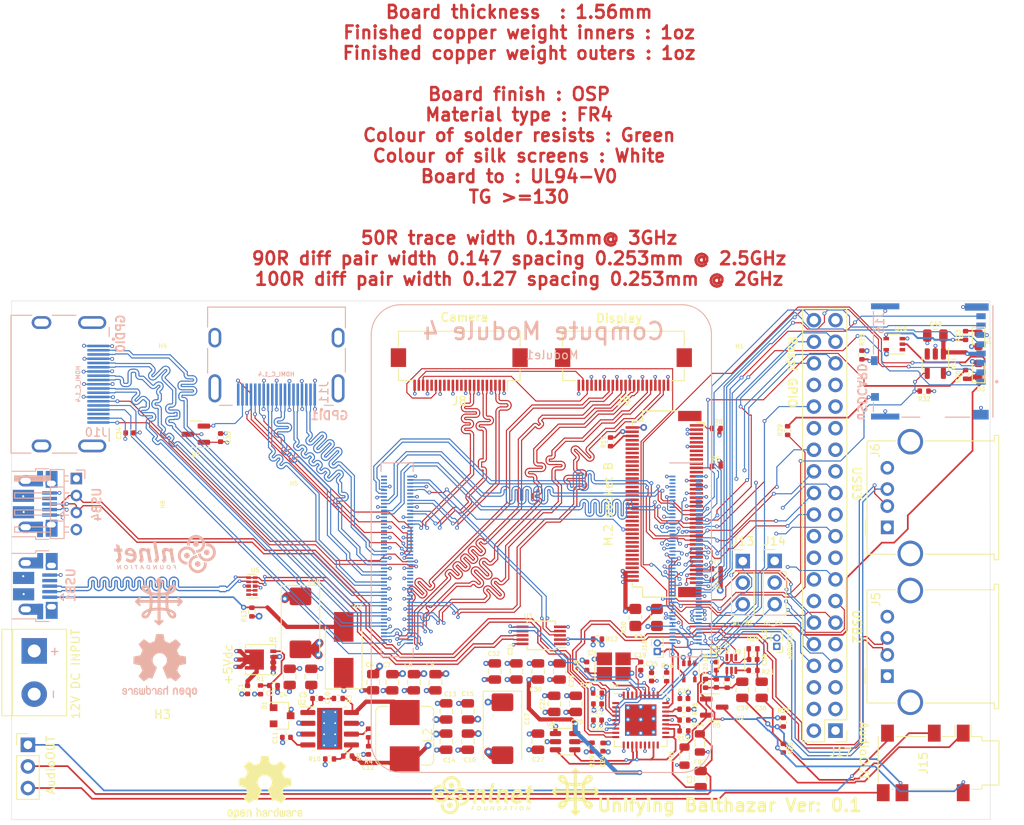
<source format=kicad_pcb>
(kicad_pcb (version 20220331) (generator pcbnew)
  (layers (0 "F.Cu" signal) (1 "In1.Cu" power "GND.Cu") (2 "In2.Cu" power "Power.Cu") (31 "B.Cu" signal) (34 "B.Paste" user) (35 "F.Paste" user) (36 "B.SilkS" user "B.Silkscreen") (37 "F.SilkS" user "F.Silkscreen") (38 "B.Mask" user) (39 "F.Mask" user) (44 "Edge.Cuts" user))
  (net 0 "")
  (net 1 "GND")
  (net 2 "Net-(J1-Pin_1)")
  (net 3 "Net-(D1-A)")
  (net 4 "/CM4_HighSpeed/HDMI_5v")
  (net 5 "/+5v")
  (net 6 "/CM4_HighSpeed/CAM0_D0_N")
  (net 7 "/CM4_HighSpeed/CAM0_D0_P")
  (net 8 "/CM4_HighSpeed/CAM0_D1_N")
  (net 9 "/CM4_HighSpeed/CAM0_D1_P")
  (net 10 "/CM4_HighSpeed/CAM0_C_N")
  (net 11 "/CM4_HighSpeed/CAM0_C_P")
  (net 12 "/CM4_HighSpeed/CAM1_D3_P")
  (net 13 "/CM4_HighSpeed/CAM1_D3_N")
  (net 14 "/CM4_HighSpeed/CAM1_D2_P")
  (net 15 "/CM4_HighSpeed/CAM1_D2_N")
  (net 16 "/CM4_HighSpeed/CAM1_C_P")
  (net 17 "/CM4_HighSpeed/CAM1_C_N")
  (net 18 "/CM4_HighSpeed/CAM1_D1_P")
  (net 19 "/CM4_HighSpeed/CAM1_D1_N")
  (net 20 "/CM4_HighSpeed/CAM1_D0_P")
  (net 21 "/CM4_HighSpeed/CAM1_D0_N")
  (net 22 "/CM4_HighSpeed/DSI0_D0_N")
  (net 23 "/CM4_HighSpeed/DSI0_D0_P")
  (net 24 "/CM4_HighSpeed/DSI0_D1_N")
  (net 25 "/CM4_HighSpeed/DSI0_D1_P")
  (net 26 "/CM4_HighSpeed/DSI0_C_N")
  (net 27 "/CM4_HighSpeed/DSI0_C_P")
  (net 28 "/CM4_HighSpeed/DSI1_D3_P")
  (net 29 "/CM4_HighSpeed/DSI1_D3_N")
  (net 30 "/CM4_HighSpeed/DSI1_D2_P")
  (net 31 "/CM4_HighSpeed/DSI1_D2_N")
  (net 32 "/CM4_HighSpeed/DSI1_C_P")
  (net 33 "/CM4_HighSpeed/DSI1_C_N")
  (net 34 "/CM4_HighSpeed/DSI1_D1_P")
  (net 35 "/CM4_HighSpeed/DSI1_D1_N")
  (net 36 "/CM4_HighSpeed/DSI1_D0_P")
  (net 37 "/CM4_HighSpeed/DSI1_D0_N")
  (net 38 "Net-(U2-BST)")
  (net 39 "Net-(C10-Pad1)")
  (net 40 "Net-(C12-Pad1)")
  (net 41 "Net-(U2-SS)")
  (net 42 "Net-(U4-XTALIN/CLKIN)")
  (net 43 "/CM4_GPIO (GPIO, SDCARD)/SD_PWR")
  (net 44 "Net-(U4-XTALOUT)")
  (net 45 "/CM4_GPIO (GPIO, SDCARD)/nRPIBOOT")
  (net 46 "/CM4_GPIO (GPIO, SDCARD)/EEPROM_nWP")
  (net 47 "/CM4_GPIO (GPIO, SDCARD)/AIN0")
  (net 48 "/CM4_GPIO (GPIO, SDCARD)/AIN1")
  (net 49 "/CM4_GPIO (GPIO, SDCARD)/SYNC_IN")
  (net 50 "/CM4_GPIO (GPIO, SDCARD)/SYNC_OUT")
  (net 51 "/CM4_GPIO (GPIO, SDCARD)/TV_OUT")
  (net 52 "/CM4_GPIO (GPIO, SDCARD)/GLOBAL_EN")
  (net 53 "/CM4_GPIO (GPIO, SDCARD)/WL_nDis")
  (net 54 "/CM4_GPIO (GPIO, SDCARD)/BT_nDis")
  (net 55 "/CM4_HighSpeed/HDMI1_D2_P")
  (net 56 "/CM4_HighSpeed/HDMI1_D2_N")
  (net 57 "/CM4_HighSpeed/HDMI1_D1_P")
  (net 58 "/CM4_HighSpeed/HDMI1_D1_N")
  (net 59 "/CM4_HighSpeed/HDMI1_D0_P")
  (net 60 "/CM4_HighSpeed/HDMI1_D0_N")
  (net 61 "/CM4_HighSpeed/HDMI1_CK_P")
  (net 62 "/CM4_HighSpeed/HDMI1_CK_N")
  (net 63 "/CM4_HighSpeed/HDMI1_CEC")
  (net 64 "/CM4_HighSpeed/HDMI1_SCL")
  (net 65 "/CM4_HighSpeed/HDMI1_SDA")
  (net 66 "/CM4_HighSpeed/HDMI1_HOTPLUG")
  (net 67 "/USB2-HUB/HD2_N")
  (net 68 "/USB2-HUB/HD2_P")
  (net 69 "/CM4_GPIO (GPIO, SDCARD)/RUN_PG")
  (net 70 "/CM4_GPIO (GPIO, SDCARD)/GPIO2")
  (net 71 "/USB2-HUB/HD3_P")
  (net 72 "/USB2-HUB/HD3_N")
  (net 73 "/USB2-HUB/HD4_P")
  (net 74 "/USB2-HUB/HD4_N")
  (net 75 "/CM4_GPIO (GPIO, SDCARD)/GPIO3")
  (net 76 "/CM4_GPIO (GPIO, SDCARD)/GPIO4")
  (net 77 "/CM4_HighSpeed/HDMI0_HOTPLUG")
  (net 78 "/CM4_HighSpeed/HDMI0_SDA")
  (net 79 "/CM4_HighSpeed/HDMI0_SCL")
  (net 80 "/CM4_HighSpeed/HDMI0_CEC")
  (net 81 "/CM4_HighSpeed/HDMI0_CK_N")
  (net 82 "/CM4_HighSpeed/HDMI0_CK_P")
  (net 83 "/CM4_HighSpeed/HDMI0_D0_N")
  (net 84 "/CM4_HighSpeed/HDMI0_D0_P")
  (net 85 "/CM4_HighSpeed/HDMI0_D1_N")
  (net 86 "/CM4_HighSpeed/HDMI0_D1_P")
  (net 87 "/CM4_HighSpeed/HDMI0_D2_N")
  (net 88 "/CM4_HighSpeed/HDMI0_D2_P")
  (net 89 "/CM4_GPIO (GPIO, SDCARD)/GPIO14")
  (net 90 "/CM4_GPIO (GPIO, SDCARD)/GPIO15")
  (net 91 "/CM4_GPIO (GPIO, SDCARD)/GPIO17")
  (net 92 "/CM4_GPIO (GPIO, SDCARD)/GPIO18")
  (net 93 "/CM4_GPIO (GPIO, SDCARD)/GPIO27")
  (net 94 "/CM4_GPIO (GPIO, SDCARD)/GPIO22")
  (net 95 "/CM4_GPIO (GPIO, SDCARD)/GPIO23")
  (net 96 "/CM4_GPIO (GPIO, SDCARD)/GPIO24")
  (net 97 "/CM4_GPIO (GPIO, SDCARD)/GPIO10")
  (net 98 "/CM4_GPIO (GPIO, SDCARD)/GPIO9")
  (net 99 "/CM4_GPIO (GPIO, SDCARD)/GPIO25")
  (net 100 "/CM4_GPIO (GPIO, SDCARD)/GPIO11")
  (net 101 "/CM4_GPIO (GPIO, SDCARD)/GPIO8")
  (net 102 "/CM4_GPIO (GPIO, SDCARD)/GPIO7")
  (net 103 "/USB2-HUB/PWR1")
  (net 104 "/USB2-HUB/nOCS1")
  (net 105 "/CM4_GPIO (GPIO, SDCARD)/ID_SD")
  (net 106 "/CM4_GPIO (GPIO, SDCARD)/ID_SC")
  (net 107 "/CM4_GPIO (GPIO, SDCARD)/GPIO5")
  (net 108 "/+3.3v")
  (net 109 "/USB2-HUB/USBD_P")
  (net 110 "/USB2-HUB/USBD_N")
  (net 111 "/USB2-HUB/USBH_N")
  (net 112 "/USB2-HUB/USBH_P")
  (net 113 "/CM4_GPIO (GPIO, SDCARD)/GPIO6")
  (net 114 "/CM4_GPIO (GPIO, SDCARD)/GPIO12")
  (net 115 "/CM4_GPIO (GPIO, SDCARD)/GPIO13")
  (net 116 "/CM4_GPIO (GPIO, SDCARD)/GPIO19")
  (net 117 "/CM4_GPIO (GPIO, SDCARD)/GPIO16")
  (net 118 "/CM4_GPIO (GPIO, SDCARD)/GPIO26")
  (net 119 "/CM4_GPIO (GPIO, SDCARD)/GPIO20")
  (net 120 "/CM4_HighSpeed/CAM_GPIO")
  (net 121 "/CM4_GPIO (GPIO, SDCARD)/GPIO21")
  (net 122 "/CM4_HighSpeed/SCL0")
  (net 123 "/CM4_HighSpeed/SDA0")
  (net 124 "/CM4_GPIO (GPIO, SDCARD)/SD_DAT1")
  (net 125 "Net-(J18-Pin_1)")
  (net 126 "/USB2-HUB/VBUS")
  (net 127 "/CM4_GPIO (GPIO, SDCARD)/SD_DAT0")
  (net 128 "/CM4_GPIO (GPIO, SDCARD)/SD_CLK")
  (net 129 "/CM4_GPIO (GPIO, SDCARD)/SD_CMD")
  (net 130 "/CM4_GPIO (GPIO, SDCARD)/SD_DAT3")
  (net 131 "/CM4_GPIO (GPIO, SDCARD)/SD_DAT2")
  (net 132 "/CM4_GPIO (GPIO, SDCARD)/TRD3_P")
  (net 133 "/CM4_GPIO (GPIO, SDCARD)/TRD1_P")
  (net 134 "/CM4_GPIO (GPIO, SDCARD)/TRD3_N")
  (net 135 "/CM4_GPIO (GPIO, SDCARD)/TRD1_N")
  (net 136 "/CM4_GPIO (GPIO, SDCARD)/TRD2_N")
  (net 137 "/CM4_GPIO (GPIO, SDCARD)/TRD0_N")
  (net 138 "/CM4_GPIO (GPIO, SDCARD)/TRD2_P")
  (net 139 "/CM4_GPIO (GPIO, SDCARD)/TRD0_P")
  (net 140 "/CM4_GPIO (GPIO, SDCARD)/ETH_LEDY")
  (net 141 "/CM4_GPIO (GPIO, SDCARD)/ETH_LEDG")
  (net 142 "/CM4_GPIO (GPIO, SDCARD)/SD_PWR_ON")
  (net 143 "/PCIE_CLK_nREQ")
  (net 144 "/CM4_GPIO (GPIO, SDCARD)/Reserved")
  (net 145 "/CM4_GPIO (GPIO, SDCARD)/GPIO_VREF")
  (net 146 "Net-(D2-A)")
  (net 147 "Net-(D3-K)")
  (net 148 "Net-(D4-K)")
  (net 149 "Net-(D5-K)")
  (net 150 "Net-(J2-CONFIG_3)")
  (net 151 "Net-(J2-~{FULL_CARD_POWER_OFF})")
  (net 152 "/CM4_GPIO (GPIO, SDCARD)/SCL0")
  (net 153 "/CM4_HighSpeed/USB2_N")
  (net 155 "/CM4_HighSpeed/USB2_P")
  (net 158 "/CM4_GPIO (GPIO, SDCARD)/SDA0")
  (net 159 "/CM4_GPIO (GPIO, SDCARD)/+1.8v")
  (net 160 "/CM4_GPIO (GPIO, SDCARD)/nPWR_LED")
  (net 161 "/nEXTRST")
  (net 162 "Net-(J2-CONFIG_0)")
  (net 166 "/CM4_HighSpeed/+3.3v")
  (net 168 "Net-(C36-Pad1)")
  (net 170 "/USB2-HUB/HD1_M2_N")
  (net 171 "/USB2-HUB/HD1_M2_P")
  (net 175 "/HD1_M2_P")
  (net 177 "/HD1_M2_N")
  (net 187 "/SIM_RST")
  (net 189 "/SIM_CLK")
  (net 190 "/SIM_DATA")
  (net 192 "/SIM_PWR")
  (net 196 "/PCIE_RX_N")
  (net 198 "/PCIE_RX_P")
  (net 201 "/PCIE_TX_N")
  (net 203 "/PCIE_TX_P")
  (net 204 "/PCIE_nRST")
  (net 206 "/PCIE_CLK_N")
  (net 208 "/PCIE_CLK_P")
  (net 209 "Net-(J2-CONFIG_1)")
  (net 210 "Net-(J2-CONFIG_2)")
  (net 218 "/SIM_SW")
  (net 223 "Net-(C37-Pad1)")
  (net 224 "/CM4_GPIO (GPIO, SDCARD)/AUDIO_L")
  (net 225 "/CM4_GPIO (GPIO, SDCARD)/AUDIO_R")
  (net 226 "Net-(J16-DET_B)")
  (net 227 "Net-(J16-DET_A)")
  (net 228 "Net-(U2-SW)")
  (net 230 "Net-(Module1A-PI_nLED_Activity)")
  (net 236 "Net-(D5-A)")
  (net 237 "Net-(D5-K)_1")
  (net 238 "Net-(U2-COMP)")
  (net 239 "Net-(U2-FB)")
  (net 240 "Net-(U4-SCL/SMBCLK/CFG_SEL0)")
  (net 241 "Net-(U4-SDA/SMBDATA/NON_REM1)")
  (net 242 "Net-(U4-SUSP_IND/LOCAL_PWR/NON_REM0)")
  (net 243 "Net-(U4-RBIAS)")
  (net 244 "Net-(U4-HS_IND/CFG_SEL1)")
  (net 245 "Net-(U6-ILIM)")
  (net 246 "Net-(R23-Pad2)")
  (net 247 "Net-(U9-Y1)")
  (net 248 "Net-(U9-Y2)")
  (net 255 "Net-(U5-D1+)")
  (net 256 "/+3.3vSSD")
  (net 257 "Net-(U5-D1-)")
  (net 259 "Net-(J19-Pin_3)")
  (net 260 "Net-(J19-Pin_1)")
  (footprint "Connector_FFC-FPC:Hirose_FH12-22S-0.5SH_1x22-1MP_P0.50mm_Horizontal" (layer "F.Cu") (at 149.464 87.046 180)
    (fp_text reference "J8")
    (fp_text value "Conn_01x22_Female")
  )
  (footprint "Resistor_SMD:R_0402_1005Metric" (layer "F.Cu") (at 187.564 128.514 -90)
    (fp_text reference "R27")
    (fp_text value "1K8")
  )
  (footprint "Resistor_SMD:R_0402_1005Metric" (layer "F.Cu") (at 204.12 89.58 180)
    (fp_text reference "R32")
    (fp_text value "12K 1%")
  )
  (footprint "Resistor_SMD:R_0402_1005Metric" (layer "F.Cu") (at 165.085 131.435 -90)
    (fp_text reference "R19")
    (fp_text value "15K 1%")
  )
  (footprint "Resistor_SMD:R_0402_1005Metric" (layer "F.Cu") (at 138.796 129.784 -90)
    (fp_text reference "R4")
    (fp_text value "12K 1%")
  )
  (footprint "Resistor_SMD:R_0402_1005Metric" (layer "F.Cu") (at 187.564 131.562 90)
    (fp_text reference "R26")
    (fp_text value "1K8")
  )
  (footprint "MountingHole:MountingHole_2.7mm_M2.5" (layer "F.Cu") (at 182.484 131.308)
    (fp_text reference "H2")
    (fp_text value "MountingHole")
  )
  (footprint "Package_TO_SOT_SMD:SOT-353_SC-70-5" (layer "F.Cu") (at 176.515 122.545 -90)
    (fp_text reference "U8")
    (fp_text value "74LVC1G07SE-7")
  )
  (footprint "Connector_PinHeader_1.00mm:PinHeader_1x02_P1.00mm_Vertical" (layer "F.Cu") (at 172.75 120.2 180)
    (fp_text reference "J18")
    (fp_text value "GLOBAL_EN")
  )
  (footprint "Capacitor_SMD:C_0805_2012Metric" (layer "F.Cu") (at 161.275 122.545 90)
    (fp_text reference "C29")
    (fp_text value "10u")
  )
  (footprint "MountingHole:M.2Hole_3.5mm" (layer "F.Cu") (at 111.999 102.86)
    (fp_text reference "H6")
    (fp_text value "M.2 Hole")
  )
  (footprint "Capacitor_SMD:C_0402_1005Metric" (layer "F.Cu") (at 165.72 128.26 180)
    (fp_text reference "C26")
    (fp_text value "100n")
  )
  (footprint "TerminalBlock:TerminalBlock_bornier-2_P5.08mm" (layer "F.Cu") (at 99.492 120.132 -90)
    (fp_text reference "J1")
    (fp_text value "Conn_01x02")
  )
  (footprint "Package_TO_SOT_SMD:SOT-23" (layer "F.Cu") (at 179.436 126.736)
    (fp_text reference "D5")
    (fp_text value "BAV99")
  )
  (footprint "Capacitor_SMD:C_0805_2012Metric" (layer "F.Cu") (at 129.525 123.18 90)
    (fp_text reference "C4")
    (fp_text value "10u 10v")
  )
  (footprint "Resistor_SMD:R_0402_1005Metric" (layer "F.Cu") (at 136.34 132.49 180)
    (fp_text reference "R9")
    (fp_text value "47K 1%")
  )
  (footprint "CM4IO:balthazar-logo" (layer "F.Cu") (at 163.105105 136.65818)
    (fp_text reference "G***")
    (fp_text value "LOGO" hide)
  )
  (footprint "Capacitor_SMD:C_0805_2012Metric" (layer "F.Cu") (at 147.94 130.8 -90)
    (fp_text reference "C14")
    (fp_text value "10u")
  )
  (footprint "Resistor_SMD:R_0402_1005Metric" (layer "F.Cu") (at 184.008 119.878)
    (fp_text reference "R24")
    (fp_text value "100")
  )
  (footprint "Resistor_SMD:R_0402_1005Metric" (layer "F.Cu") (at 179.69 110.48 180)
    (fp_text reference "R6")
    (fp_text value "nf")
  )
  (footprint "Connector_FFC-FPC:Hirose_FH12-22S-0.5SH_1x22-1MP_P0.50mm_Horizontal" (layer "F.Cu") (at 168.768 87.046 180)
    (fp_text reference "J9")
    (fp_text value "Conn_01x22_Female")
  )
  (footprint "Resistor_SMD:R_0402_1005Metric" (layer "F.Cu") (at 175.88 128.26)
    (fp_text reference "R14")
    (fp_text value "36K 1%")
  )
  (footprint "Resistor_SMD:R_0402_1005Metric" (layer "F.Cu") (at 126.096 124.704 -90)
    (fp_text reference "R1")
    (fp_text value "12K 1%")
  )
  (footprint "Capacitor_SMD:C_0805_2012Metric" (layer "F.Cu") (at 132.065 123.18 90)
    (fp_text reference "C5")
    (fp_text value "10u 10v")
  )
  (footprint "Package_SON:Diodes_PowerDI3333-8" (layer "F.Cu") (at 126.096 121.148 180)
    (fp_text reference "Q1")
    (fp_text value "DMP3013SFV-7")
  )
  (footprint "Capacitor_SMD:C_0805_2012Metric" (layer "F.Cu") (at 158.735 130.8 -90)
    (fp_text reference "C27")
    (fp_text value "10u")
  )
  (footprint "Capacitor_SMD:C_0805_2012Metric" (layer "F.Cu") (at 158.735 122.545 90)
    (fp_text reference "C30")
    (fp_text value "10u")
  )
  (footprint "Resistor_SMD:R_0805_2012Metric_Pad1.20x1.40mm_HandSolder" (layer "F.Cu") (at 170.165 116.195 -90)
    (fp_text reference "R30")
    (fp_text value "0R")
  )
  (footprint "Crystal:Crystal_SMD_EuroQuartz_X22-4Pin_2.5x2.0mm_HandSoldering" (layer "F.Cu") (at 167.625 121.91)
    (fp_text reference "Y1")
    (fp_text value "24MHz")
  )
  (footprint "Capacitor_SMD:C_0805_2012Metric" (layer "F.Cu") (at 139.34 123.81 90)
    (fp_text reference "C6")
    (fp_text value "10u 10v")
  )
  (footprint "Resistor_SMD:R_0402_1005Metric" (layer "F.Cu") (at 135.24 125.72 180)
    (fp_text reference "R3")
    (fp_text value "10R")
  )
  (footprint "Inductor_SMD:L_Bourns_SRP7028A_7.3x6.6mm" (layer "F.Cu") (at 143.05 130.1 -90)
    (fp_text reference "L2")
    (fp_text value "SRN6045TA-3R3Y  (3.3uH)")
  )
  (footprint "Capacitor_Tantalum_SMD:CP_EIA-7343-31_Kemet-D" (layer "F.Cu") (at 154.544 129.276 -90)
    (fp_text reference "C17")
    (fp_text value "100uF")
  )
  (footprint "Capacitor_SMD:C_0402_1005Metric" (layer "F.Cu") (at 166.355 131.435 -90)
    (fp_text reference "C24")
    (fp_text value "100n")
  )
  (footprint "Diode_SMD:D_SOT-23_ANK" (layer "F.Cu") (at 128.636 127.752)
    (fp_text reference "D1")
    (fp_text value "MMBZ5242BLT3G")
  )
  (footprint "Resistor_SMD:R_0402_1005Metric" (layer "F.Cu") (at 208.994 87.62 90)
    (fp_text reference "R20")
    (fp_text value "1k")
  )
  (footprint "Connector_PinHeader_1.00mm:PinHeader_1x02_P1.00mm_Vertical" (layer "F.Cu") (at 186.8 119.6 180)
    (fp_text reference "J12")
    (fp_text value "nRpiBoot")
  )
  (footprint "Diode_SMD:D_SMB_Handsoldering" (layer "F.Cu") (at 135.875 120.005 90)
    (fp_text reference "D2")
    (fp_text value "B340AE-13")
  )
  (footprint "Capacitor_SMD:C_0805_2012Metric" (layer "F.Cu") (at 205.438 83.048 180)
    (fp_text reference "C40")
    (fp_text value "10u")
  )
  (footprint "Connector_PinHeader_2.54mm:PinHeader_1x03_P2.54mm_Vertical" (layer "F.Cu") (at 98.75 131.175)
    (fp_text reference "J19")
    (fp_text value "AudioAMP")
  )
  (footprint "Capacitor_SMD:C_0402_1005Metric" (layer "F.Cu") (at 179.69 123.942 90)
    (fp_text reference "C37")
    (fp_text value "100n 6.3")
  )
  (footprint "Capacitor_SMD:C_0805_2012Metric" (layer "F.Cu") (at 150.48 127.244 90)
    (fp_text reference "C15")
    (fp_text value "10u")
  )
  (footprint "Capacitor_SMD:C_0402_1005Metric" (layer "F.Cu") (at 138.796 131.816 -90)
    (fp_text reference "C12")
    (fp_text value "1.2nF")
  )
  (footprint "Resistor_SMD:R_0402_1005Metric" (layer "F.Cu") (at 165.72 125.085)
    (fp_text reference "R17")
    (fp_text value "12K 1%")
  )
  (footprint "Capacitor_SMD:C_0402_1005Metric" (layer "F.Cu") (at 164.45 121.91 90)
    (fp_text reference "C18")
    (fp_text value "27pF")
  )
  (footprint "Capacitor_SMD:C_0402_1005Metric" (layer "F.Cu") (at 124.572 124.704 -90)
    (fp_text reference "C1")
    (fp_text value "100n 50v")
  )
  (footprint "Connector_Audio:Jack_3.5mm_PJ311_Horizontal" (layer "F.Cu") (at 204.015 133.3 -90)
    (fp_text reference "J15")
    (fp_text value "AudioOUT")
  )
  (footprint "Resistor_SMD:R_0805_2012Metric_Pad1.20x1.40mm_HandSolder" (layer "F.Cu") (at 172.705 116.195 90)
    (fp_text reference "R31")
    (fp_text value "nf")
  )
  (footprint "Capacitor_SMD:C_0805_2012Metric" (layer "F.Cu") (at 182.738 124.704 -90)
    (fp_text reference "C39")
    (fp_text value "47u 6.3")
  )
  (footprint "Connector_USB:USB_A_Molex_67643_Horizontal" (layer "F.Cu") (at 199.79 123.1 90)
    (fp_text reference "J5")
    (fp_text value "USB_A")
  )
  (footprint "Resistor_SMD:R_0402_1005Metric" (layer "F.Cu") (at 179.69 98.415 180)
    (fp_text reference "R5")
    (fp_text value "nf")
  )
  (footprint "Symbol:OSHW-Logo2_9.8x8mm_SilkScreen" (layer "F.Cu") (at 126.61 136.2)
    (fp_text reference "REF**" hide)
    (fp_text value "OSHW-Logo2_9.8x8mm_SilkScreen" hide)
  )
  (footprint "Capacitor_SMD:C_0805_2012Metric" (layer "F.Cu") (at 160.64 126.355 90)
    (fp_text reference "C21")
    (fp_text value "10u")
  )
  (footprint "Capacitor_SMD:C_0805_2012Metric" (layer "F.Cu") (at 141.59 123.815 90)
    (fp_text reference "C7")
    (fp_text value "10u 10v")
  )
  (footprint "Package_SO:MSOP-10_3x3mm_P0.5mm" (layer "F.Cu") (at 159.1 118.3 180)
    (fp_text reference "U3")
    (fp_text value "FSUSB42MUX")
  )
  (footprint "Connector_PinHeader_2.54mm:PinHeader_2x20_P2.54mm_Vertical" (layer "F.Cu") (at 193.7 129.5 180)
    (fp_text reference "J17")
    (fp_text value "THD-20-R")
  )
  (footprint "CM4IO:SC-88-6_2x2.1mm" (layer "F.Cu") (at 181.468 121.656 -90)
    (fp_text reference "U9")
    (fp_text value "NC7WZ16")
  )
  (footprint "Capacitor_SMD:C_0402_1005Metric" (layer "F.Cu") (at 127.62 124.196 180)
    (fp_text reference "C2")
    (fp_text value "100n")
  )
  (footprint "Capacitor_SMD:C_0402_1005Metric" (layer "F.Cu") (at 184.008 121.148 180)
    (fp_text reference "C36")
    (fp_text value "100n 6.3")
  )
  (footprint "Capacitor_SMD:C_0805_2012Metric" (layer "F.Cu") (at 144.13 123.815 90)
    (fp_text reference "C8")
    (fp_text value "10u 10v")
  )
  (footprint "Capacitor_SMD:C_0402_1005Metric" (layer "F.Cu") (at 170.8 121.91 -90)
    (fp_text reference "C19")
    (fp_text value "27pF")
  )
  (footprint "MountingHole:M.2Hole_3.5mm" (layer "F.Cu") (at 130.033 102.86)
    (fp_text reference "H5")
    (fp_text value "M.2 Hole")
  )
  (footprint "Resistor_SMD:R_0402_1005Metric" (layer "F.Cu") (at 125.08 115.56 -90)
    (fp_text reference "R13")
    (fp_text value "2.2K 1%")
  )
  (footprint "Capacitor_SMD:C_0402_1005Metric" (layer "F.Cu") (at 172.07 123.18 90)
    (fp_text reference "C25")
    (fp_text value "100n")
  )
  (footprint "Capacitor_SMD:C_0805_2012Metric" (layer "F.Cu") (at 163.18 126.355 90)
    (fp_text reference "C20")
    (fp_text value "10u")
  )
  (footprint "Resistor_SMD:R_0402_1005Metric" (layer "F.Cu") (at 134.224 132.832 180)
    (fp_text reference "R10")
    (fp_text value "15K 1%")
  )
  (footprint "Package_SON:USON-10_2.5x1.0mm_P0.5mm" (layer "F.Cu") (at 125.08 112.512 180)
    (fp_text reference "U5")
    (fp_text value "TPD4EUSB30")
  )
  (footprint "MountingHole:MountingHole_2.7mm_M2.5" (layer "F.Cu") (at 182.484 82.032)
    (fp_text reference "H1")
    (fp_text value "MountingHole")
  )
  (footprint "Capacitor_SMD:C_0805_2012Metric" (layer "F.Cu") (at 177.85 135.2 90)
    (fp_text reference "C3")
    (fp_text value "10u")
  )
  (footprint "Resistor_SMD:R_0402_1005Metric" (layer "F.Cu") (at 179.69 93.97 180)
    (fp_text reference "R8")
    (fp_text value "nf")
  )
  (footprint "Capacitor_SMD:C_0402_1005Metric" (layer "F.Cu") (at 110.73 94.5)
    (fp_text reference "C34")
    (fp_text value "100n")
  )
  (footprint "Resistor_SMD:R_0402_1005Metric" (layer "F.Cu") (at 188.072 94.224 90)
    (fp_text reference "R29")
    (fp_text value "nf")
  )
  (footprint "Package_TO_SOT_SMD:SOT-23-5" (layer "F.Cu") (at 205.438 86.35 -90)
    (fp_text reference "U11")
    (fp_text value "RT9742GGJ5")
  )
  (footprint "Capacitor_SMD:C_0402_1005Metric" (layer "F.Cu") (at 129.144 130.292 180)
    (fp_text reference "C11")
    (fp_text value "100n")
  )
  (footprint "Resistor_SMD:R_0402_1005Metric" (layer "F.Cu") (at 196.802 85.334 -90)
    (fp_text reference "R28")
    (fp_text value "nf")
  )
  (footprint "Package_SO:SOIC-8-1EP_3.9x4.9mm_P1.27mm_EP2.95x4.9mm_Mask2.71x3.4mm_ThermalVias" (layer "F.Cu") (at 134.224 129.276)
    (fp_text reference "U2")
    (fp_text value "AP64501SP-13")
  )
  (footprint "Package_DFN_QFN:QFN-36-1EP_6x6mm_P0.5mm_EP3.7x3.7mm" (layer "F.Cu") (at 170.8 128.26)
    (fp_text reference "U4")
    (fp_text value "USB2514B-I/M2")
  )
  (footprint "Capacitor_SMD:C_0805_2012Metric" (layer "F.Cu") (at 153.655 122.545 90)
    (fp_text reference "C32")
    (fp_text value "10u")
  )
  (footprint "Resistor_SMD:R_0402_1005Metric" (layer "F.Cu") (at 165.72 118.735 180)
    (fp_text reference "R12")
    (fp_text value "2.2K 1%")
  )
  (footprint "Capacitor_SMD:C_0402_1005Metric" (layer "F.Cu") (at 132.7 125.72 180)
    (fp_text reference "C10")
    (fp_text value "100n")
  )
  (footprint "LED_SMD:LED_0603_1608Metric" (layer "F.Cu") (at 210.518 83.556 -90)
    (fp_text reference "D4")
    (fp_text value "LED Red")
  )
  (footprint "Resistor_SMD:R_0402_1005Metric" (layer "F.Cu") (at 208.994 83.048 -90)
    (fp_text reference "R23")
    (fp_text value "1k")
  )
  (footprint "MountingHole:MountingHole_2.7mm_M2.5" (layer "F.Cu") (at 114.572 131.308)
    (fp_text reference "H3")
    (fp_text value "MountingHole")
  )
  (footprint "Resistor_SMD:R_0402_1005Metric" (layer "F.Cu") (at 180.96 123.942 -90)
    (fp_text reference "R22")
    (fp_text value "220")
  )
  (footprint "Connector_PinHeader_2.54mm:PinHeader_1x03_P2.54mm_Vertical" (layer "F.Cu") (at 186.55 109.55)
    (fp_text reference "J14")
    (fp_text value "Conn_01x03")
  )
  (footprint "Inductor_SMD:L_0805_2012Metric" (layer "F.Cu") (at 177.75 130.95 -90)
    (fp_text reference "FB2")
    (fp_text value "FerriteBead")
  )
  (footprint "Capacitor_SMD:C_0402_1005Metric" (layer "F.Cu") (at 179.69 121.91 -90)
    (fp_text reference "C35")
    (fp_text value "100n 6.3")
  )
  (footprint "Package_TO_SOT_SMD:SOT-353_SC-70-5" (layer "F.Cu") (at 200.612 84.064 180)
    (fp_text reference "U10")
    (fp_text value "74LVC1G07SE-7")
  )
  (footprint "Resistor_SMD:R_0402_1005Metric" (layer "F.Cu") (at 184.008 122.418)
    (fp_text reference "R21")
    (fp_text value "220")
  )
  (footprint "Capacitor_SMD:C_0805_2012Metric" (layer "F.Cu") (at 185.024 124.704 -90)
    (fp_text reference "C38")
    (fp_text value "47u 6.3")
  )
  (footprint "Resistor_SMD:R_0402_1005Metric" (layer "F.Cu") (at 173.848 123.18 90)
    (fp_text reference "R16")
    (fp_text value "36K 1%")
  )
  (footprint "CM4IO:nlnet-logo" (layer "F.Cu") (at 152.22 137.08)
    (fp_text reference "G***")
    (fp_text value "LOGO" hide)
  )
  (footprint "Capacitor_SMD:C_0805_2012Metric" (layer "F.Cu") (at 146.67 123.815 90)
    (fp_text reference "C9")
    (fp_text value "10u 10v")
  )
  (footprint "Capacitor_SMD:C_0805_2012Metric" (layer "F.Cu") (at 156.195 122.545 90)
    (fp_text reference "C31")
    (fp_text value "10u")
  )
  (footprint "Capacitor_SMD:C_0805_2012Metric" (layer "F.Cu") (at 147.94 127.244 90)
    (fp_text reference "C13")
    (fp_text value "10u")
  )
  (footprint "Inductor_SMD:L_0805_2012Metric" (layer "F.Cu") (at 175.95 132.5 90)
    (fp_text reference "FB1")
    (fp_text value "FerriteBead")
  )
  (footprint "CM4IO:Conn_TE-M.2-0.5-67P-doublesided" (layer "F.Cu") (at 172.07 102.86 -90)
    (fp_text reference "J2")
    (fp_text value "Bus_M.2_Socket_B")
  )
  (footprint "Capacitor_Tantalum_SMD:CP_EIA-7343-31_Kemet-D" (layer "F.Cu") (at 130.795 116.83 -90)
    (fp_text reference "C28")
    (fp_text value "100uF")
  )
  (footprint "Capacitor_SMD:C_0402_1005Metric" (layer "F.Cu") (at 175.88 125.72)
    (fp_text reference "C22")
    (fp_text value "100n")
  )
  (footprint "Package_TO_SOT_SMD:SOT-23" (layer "F.Cu") (at 118.5 94.65 180)
    (fp_text reference "U7")
    (fp_text value "RT9742SNGV")
  )
  (footprint "Resistor_SMD:R_0402_1005Metric" (layer "F.Cu") (at 167.25 95.55 90)
    (fp_text reference "R11")
    (fp_text value "12K")
  )
  (footprint "Capacitor_SMD:C_0402_1005Metric" (layer "F.Cu") (at 165.72 126.355 180)
    (fp_text reference "C23")
    (fp_text value "100n")
  )
  (footprint "Resistor_SMD:R_0402_1005Metric" (layer "F.Cu") (at 179.69 111.75 180)
    (fp_text reference "R7")
    (fp_text value "nf")
  )
  (footprint "Package_TO_SOT_SMD:SOT-23-6" (layer "F.Cu") (at 161.91 130.8)
    (fp_text reference "U6")
    (fp_text value "AP22653W6")
  )
  (footprint "Resistor_SMD:R_0402_1005Metric" (layer "F.Cu") (at 175.88 129.53)
    (fp_text reference "R15")
    (fp_text value "36K 1%")
  )
  (footprint "LED_SMD:LED_0603_1608Metric" (layer "F.Cu") (at 210.518 87.112 90)
    (fp_text reference "D3")
    (fp_text value "LED Green")
  )
  (footprint "Resistor_SMD:R_0402_1005Metric" (layer "F.Cu") (at 178.42 123.942 -90)
    (fp_text reference "R25")
    (fp_text value "100")
  )
  (footprint "Connector_PinHeader_2.54mm:PinHeader_1x03_P2.54mm_Vertical" (layer "F.Cu") (at 182.8 109.57)
    (fp_text reference "J13")
    (fp_text value "Conn_01x03")
  )
  (footprint "MountingHole:MountingHole_2.7mm_M2.5" (layer "F.Cu") (at 114.572 82.032)
    (fp_text reference "H4")
    (fp_text value "MountingHole" hide)
  )
  (footprint "Capacitor_SMD:C_0805_2012Metric" (layer "F.Cu") (at 150.48 130.8 -90)
    (fp_text reference "C16")
    (fp_text value "10u")
  )
  (footprint "Resistor_SMD:R_0402_1005Metric" (layer "F.Cu") (at 175.88 126.99)
    (fp_text reference "R18")
    (fp_text value "36K 1%")
  )
  (footprint "Connector_USB:USB_A_Molex_67643_Horizontal" (layer "F.Cu") (at 199.79 105.6 90)
    (fp_text reference "J6")
    (fp_text value "USB_A")
  )
  (footprint "Capacitor_SMD:C_0402_1005Metric" (layer "F.Cu") (at 121.4 95.05 90)
    (fp_text reference "C33")
    (fp_text value "100n")
  )
  (footprint "CM4IO:USB_Micro-B_EDAC_UCON00686" (layer "B.Cu") (at 98.492 112.512 90)
    (fp_text reference "J3")
    (fp_text value "USB_OTG")
  )
  (footprint "CM4IO:balthazar-logo" (layer "B.Cu") (at 114.17 114.29 180)
    (fp_text reference "G***")
    (fp_text value "LOGO" hide)
  )
  (footprint "CM4IO:nlnet-logo" (layer "B.Cu") (at 114.85 108.73 180)
    (fp_text reference "G***")
    (fp_text value "LOGO" hide)
  )
  (footprint "CM4IO:EDAC 690-019-298-412" (layer "B.Cu") (at 127.975 89.25675)
    (fp_text reference "J11")
    (fp_text value "HDMI_C_1.4")
  )
  (footprint "Symbol:OSHW-Logo2_9.8x8mm_SilkScreen" (layer "B.Cu") (at 114.25 121.86 180)
    (fp_text reference "REF**" hide)
    (fp_text value "OSHW-Logo2_9.8x8mm_SilkScreen" hide)
  )
  (footprint "CM4IO:SDCARD_MOLEX_503398-1892" (layer "B.Cu") (at 205.184 86.096 90)
    (fp_text reference "J16")
    (fp_text value "Micro_SD_Card_Det")
  )
  (footprint "CM4IO:Raspberry-Pi-4-Compute-Module-noholes" (layer "B.Cu") (at 175.616 130.924 180)
    (fp_text reference "Module1")
    (fp_text value "ComputeModule4")
  )
  (footprint "Connector_PinHeader_2.00mm:PinHeader_1x04_P2.00mm_Horizontal" (layer "B.Cu") (at 104.445 99.86 180)
    (fp_text reference "J4")
    (fp_text value "Conn_01x04_Male")
  )
  (footprint "CM4IO:USB_Micro-B_EDAC_UCON00686" (layer "B.Cu") (at 98.476 102.86 90)
    (fp_text reference "J7")
    (fp_text value "USB_MICRO")
  )
  (footprint "CM4IO:EDAC 690-019-298-412" (layer "B.Cu") (at 106.30675 88.775 90)
    (fp_text reference "J10")
    (fp_text value "HDMI_C_1.4")
  )
  (gr_line (start 211.9 139.95) (end 211.8642 78.984) (stroke (width 0.05)) (layer "Edge.Cuts"))
  (gr_line (start 211.8642 78.984) (end 96.825 78.984) (stroke (width 0.05)) (layer "Edge.Cuts"))
  (gr_line (start 96.8202 139.986) (end 96.825 78.984) (stroke (width 0.05)) (layer "Edge.Cuts"))
  (gr_line (start 96.8202 139.986) (end 211.9 139.95) (stroke (width 0.05)) (layer "Edge.Cuts"))
  (gr_text "Board thickness  : 1.56mm\nFinished copper weight inners : 1oz\nFinished copper weight outers : 1oz\n\nBoard finish : OSP\nMaterial type : FR4\nColour of solder resists : Green\nColour of silk screens : White\nBoard to : UL94-V0\nTG >=130\n\n50R trace width 0.13mm@ 3GHz\n90R diff pair width 0.147 spacing 0.253mm @ 2.5GHz\n100R diff pair width 0.127 spacing 0.253mm @ 2GHz" (at 156.5 60.7) (layer "F.Cu") (effects (font (size 1.5 1.5) (thickness 0.3))))
  (gr_text "USB1" (at 103.79 112.39 90) (layer "B.SilkS") (effects (font (size 1 1) (thickness 0.2) bold) (justify mirror)))
  (gr_text "USB4" (at 106.84 102.92 90) (layer "B.SilkS") (effects (font (size 1 1) (thickness 0.2) bold) (justify mirror)))
  (gr_text "+" (at 101.98 120.2 -90) (layer "B.SilkS") (effects (font (size 1 1)) (justify mirror)))
  (gr_text "GPDI1" (at 134.19 92.46) (layer "B.SilkS") (effects (font (size 1 1) (thickness 0.2) bold) (justify mirror)))
  (gr_text "uSDCARD" (at 196.79 89.68 -90) (layer "B.SilkS") (effects (font (size 1 1) (thickness 0.2) bold) (justify mirror)))
  (gr_text "GPDI0" (at 109.64 82.82 90) (layer "B.SilkS") (effects (font (size 1 1) (thickness 0.2) bold) (justify mirror)))
  (gr_text "-" (at 101.82 125.23 -90) (layer "B.SilkS") (effects (font (size 1 1)) (justify mirror)))
  (gr_text "Compute Module 4" (at 159.37 82.54) (layer "B.SilkS") (effects (font (size 2 2) (thickness 0.3)) (justify mirror)))
  (gr_text "Camera" (at 150.08 80.91) (layer "F.SilkS") (effects (font (size 1 1) (thickness 0.2) bold)))
  (gr_text "WL/BT" (at 182.76 116.86) (layer "F.SilkS") (effects (font (size 0.5 0.5) (thickness 0.1) bold)))
  (gr_text "Raspi GPIO" (at 188.63 87.34 -90) (layer "F.SilkS") (effects (font (size 1 1) (thickness 0.2) bold)))
  (gr_text "USB3" (at 196.2 100.43 -90) (layer "F.SilkS") (effects (font (size 1 1) (thickness 0.2) bold)))
  (gr_text "nRPIBOOT" (at 188.36 119.35 90) (layer "F.SilkS") (effects (font (size 0.5 0.5) (thickness 0.1) bold)))
  (gr_text "Display" (at 168.26 81.016) (layer "F.SilkS") (effects (font (size 1 1) (thickness 0.2) bold)))
  (gr_text locked "Unifying Balthazar Ver: 0.1" (at 181.24 138.28) (layer "F.SilkS") (effects (font (size 1.5 1.5) (thickness 0.3) bold)))
  (gr_text "GL_EN" (at 186.41 116.9) (layer "F.SilkS") (effects (font (size 0.5 0.5) (thickness 0.1) bold)))
  (gr_text "+5Vdc" (at 122.28 121.73 90) (layer "F.SilkS") (effects (font (size 1 1))))
  (gr_text "USB2" (at 196.2 117.26 -90) (layer "F.SilkS") (effects (font (size 1 1) (thickness 0.2) bold)))
  (gr_text "12V DC INPUT" (at 104.36 122.86 90) (layer "F.SilkS") (effects (font (size 1 1))))
  (gr_text "M.2 socket B" (at 166.99 102.86 90) (layer "F.SilkS") (effects (font (size 1 1))))
  (segment (start 165.21 119.40096) (end 165.20548 119.40548) (width 0.2) (layer "F.Cu") (net 1))
  (segment (start 146.906 126.294) (end 146.9 126.3) (width 0.5) (layer "F.Cu") (net 1))
  (segment (start 129.525 122.23) (end 130.67 122.23) (width 0.2) (layer "F.Cu") (net 1))
  (segment (start 141.59 122.865) (end 142.735 122.865) (width 0.5) (layer "F.Cu") (net 1))
  (segment (start 158.735 131.75) (end 157.65 131.75) (width 0.5) (layer "F.Cu") (net 1))
  (segment (start 202.136 83.414) (end 202.15 83.4) (width 0.13) (layer "F.Cu") (net 1))
  (segment (start 169.743858 122.76) (end 169.757 122.746858) (width 0.5) (layer "F.Cu") (net 1))
  (segment (start 136.7865 128.641) (end 137.941 128.641) (width 0.2) (layer "F.Cu") (net 1))
  (segment (start 160.7725 130.8) (end 159.8 130.8) (width 0.2) (layer "F.Cu") (net 1))
  (segment (start 146.836518 131.75) (end 146.802536 131.783982) (width 0.5) (layer "F.Cu") (net 1))
  (segment (start 126.096 125.214) (end 125.414 125.214) (width 0.2) (layer "F.Cu") (net 1))
  (segment (start 138.204 132.296) (end 138.2 132.3) (width 0.2) (layer "F.Cu") (net 1))
  (segment (start 177.345 100.11) (end 176.21 100.11) (width 0.127) (layer "F.Cu") (net 1))
  (segment (start 164.455 131.945) (end 164.4 132) (width 0.2) (layer "F.Cu") (net 1))
  (segment (start 165.24 128.86) (end 165.2 128.9) (width 0.2) (layer "F.Cu") (net 1))
  (segment (start 165.21 125.085) (end 165.21 124.660261) (width 0.2) (layer "F.Cu") (net 1))
  (segment (start 161.3 117.3) (end 162.25 117.3) (width 0.2) (layer "F.Cu") (net 1))
  (segment (start 176.34 107.61) (end 176.15 107.8) (width 0.127) (layer "F.Cu") (net 1))
  (segment (start 165.085 131.945) (end 164.455 131.945) (width 0.2) (layer "F.Cu") (net 1))
  (segment (start 177.345 104.61) (end 176.21 104.61) (width 0.127) (layer "F.Cu") (net 1))
  (segment (start 165.24 126.355) (end 165.24 127.04) (width 0.2) (layer "F.Cu") (net 1))
  (segment (start 177.345 94.11) (end 176.31 94.11) (width 0.127) (layer "F.Cu") (net 1))
  (segment (start 176.36 125.72) (end 176.36 125.04) (width 0.2) (layer "F.Cu") (net 1))
  (segment (start 140.1 122.1) (end 140.1 121.92) (width 0.5) (layer "F.Cu") (net 1))
  (segment (start 146.67 122.865) (end 147.835 122.865) (width 0.5) (layer "F.Cu") (net 1))
  (segment (start 164.45 121.43) (end 164.140029 121.43) (width 0.2) (layer "F.Cu") (net 1))
  (segment (start 144.13 122.865) (end 145.235 122.865) (width 0.5) (layer "F.Cu") (net 1))
  (segment (start 156.195 121.595) (end 155.105 121.595) (width 0.5) (layer "F.Cu") (net 1))
  (segment (start 165.018 87.918) (end 165 87.9) (width 0.127) (layer "F.Cu") (net 1))
  (segment (start 133.714 133.486) (end 133.7 133.5) (width 0.2) (layer "F.Cu") (net 1))
  (segment (start 156.9 119.3) (end 155.95 119.3) (width 0.2) (layer "F.Cu") (net 1))
  (segment (start 204.488 83.938) (end 204.5 83.95) (width 0.2) (layer "F.Cu") (net 1))
  (segment (start 132.2575 119.9425) (end 133 119.2) (width 1) (layer "F.Cu") (net 1))
  (segment (start 125.912 112.512) (end 126.1 112.7) (width 0.127) (layer "F.Cu") (net 1))
  (segment (start 139.34 122.86) (end 140.1 122.1) (width 0.5) (layer "F.Cu") (net 1))
  (segment (start 174.018 87.918) (end 174 87.9) (width 0.127) (layer "F.Cu") (net 1))
  (segment (start 176.21 101.61) (end 176.2 101.6) (width 0.127) (layer "F.Cu") (net 1))
  (segment (start 204.488 83.048) (end 204.488 83.938) (width 0.2) (layer "F.Cu") (net 1))
  (segment (start 176.39 130.151479) (end 176.36002 130.181459) (width 0.2) (layer "F.Cu") (net 1))
  (segment (start 176.36 125.04) (end 176.4 125) (width 0.2) (layer "F.Cu") (net 1))
  (segment (start 174.018 88.896) (end 174.018 87.918) (width 0.127) (layer "F.Cu") (net 1))
  (segment (start 147.94 126.294) (end 146.906 126.294) (width 0.5) (layer "F.Cu") (net 1))
  (segment (start 175.865 120.965) (end 175.8 120.9) (width 0.2) (layer "F.Cu") (net 1))
  (segment (start 176.37 111.11) (end 176.23 111.25) (width 0.127) (layer "F.Cu") (net 1))
  (segment (start 171.018 88.896) (end 171.018 87.918) (width 0.127) (layer "F.Cu") (net 1))
  (segment (start 147.94 131.75) (end 146.836518 131.75) (width 0.5) (layer "F.Cu") (net 1))
  (segment (start 166.525 121.06) (end 165.3695 121.06) (width 0.5) (layer "F.Cu") (net 1))
  (segment (start 165.21 124.660261) (end 165.159694 124.609955) (width 0.2) (layer "F.Cu") (net 1))
  (segment (start 178.6875 132.0125) (end 178.7 132) (width 0.2) (layer "F.Cu") (net 1))
  (segment (start 137.941 128.641) (end 138 128.7) (width 0.2) (layer "F.Cu") (net 1))
  (segment (start 170.8 128.26) (end 170.8 128.2) (width 0.5) (layer "F.Cu") (net 1))
  (segment (start 128.664 130.292) (end 128.664 130.864) (width 0.2) (layer "F.Cu") (net 1))
  (segment (start 171.018 87.918) (end 171 87.9) (width 0.127) (layer "F.Cu") (net 1))
  (segment (start 176.39 126.99) (end 177.09 126.99) (width 0.2) (layer "F.Cu") (net 1))
  (segment (start 145.235 122.865) (end 145.3 122.8) (width 0.5) (layer "F.Cu") (net 1))
  (segment (start 160.64 125.405) (end 159.505 125.405) (width 0.5) (layer "F.Cu") (net 1))
  (segment (start 142.735 122.865) (end 142.8 122.8) (width 0.5) (layer "F.Cu") (net 1))
  (segment (start 169.518 88.896) (end 169.518 87.918) (width 0.127) (layer "F.Cu") (net 1))
  (segment (start 149.35 131.75) (end 149.3 131.8) (width 0.5) (layer "F.Cu") (net 1))
  (segment (start 172.07 122.7) (end 172.07 122.13) (width 0.2) (layer "F.Cu") (net 1))
  (segment (start 176.21 106.11) (end 176.2 106.1) (width 0.127) (layer "F.Cu") (net 1))
  (segment (start 157.705 121.595) (end 157.7 121.6) (width 0.5) (layer "F.Cu") (net 1))
  (segment (start 177.75 132.0125) (end 178.6875 132.0125) (width 0.2) (layer "F.Cu") (net 1))
  (segment (start 147.214 89.924) (end 147.22 89.93) (width 0.127) (layer "F.Cu") (net 1))
  (segment (start 165.24 127.04) (end 165.3 127.1) (width 0.2) (layer "F.Cu") (net 1))
  (segment (start 124.212 112.512) (end 124.2 112.5) (width 0.127) (layer "F.Cu") (net 1))
  (segment (start 162.105 125.405) (end 162.1 125.4) (width 0.5) (layer "F.Cu") (net 1))
  (segment (start 130.67 122.23) (end 130.7 122.2) (width 0.2) (layer "F.Cu") (net 1))
  (segment (start 176.31 94.61) (end 176.3 94.6) (width 0.127) (layer "F.Cu") (net 1))
  (segment (start 170.8 122.39) (end 170.8 123) (width 0.2) (layer "F.Cu") (net 1))
  (segment (start 111.85 94.5) (end 111.9 94.45) (width 0.127) (layer "F.Cu") (net 1))
  (segment (start 164.140029 121.43) (end 163.9205 121.210471) (width 0.2) (layer "F.Cu") (net 1))
  (segment (start 154.544 132.3885) (end 153.2885 132.3885) (width 1) (layer "F.Cu") (net 1))
  (segment (start 152.605 121.595) (end 152.6 121.6) (width 0.5) (layer "F.Cu") (net 1))
  (segment (start 130.795 119.9425) (end 132.2575 119.9425) (width 1) (layer "F.Cu") (net 1))
  (segment (start 176.39 128.26) (end 177.06 128.26) (width 0.2) (layer "F.Cu") (net 1))
  (segment (start 154.714 89.814) (end 154.74 89.84) (width 0.127) (layer "F.Cu") (net 1))
  (segment (start 201.562 83.414) (end 202.136 83.414) (width 0.13) (layer "F.Cu") (net 1))
  (segment (start 154.714 88.896) (end 154.714 89.814) (width 0.127) (layer "F.Cu") (net 1))
  (segment (start 173.848 122.048) (end 173.8 122) (width 0.2) (layer "F.Cu") (net 1))
  (segment (start 151.714 89.894) (end 151.72 89.9) (width 0.127) (layer "F.Cu") (net 1))
  (segment (start 168.018 88.896) (end 168.018 87.918) (width 0.127) (layer "F.Cu") (net 1))
  (segment (start 177.345 106.11) (end 176.21 106.11) (width 0.127) (layer "F.Cu") (net 1))
  (segment (start 133.714 132.832) (end 133.714 133.486) (width 0.2) (layer "F.Cu") (net 1))
  (segment (start 165.21 118.735) (end 165.21 119.40096) (width 0.2) (layer "F.Cu") (net 1))
  (segment (start 166.355 131.915) (end 166.8855 131.915) (width 0.2) (layer "F.Cu") (net 1))
  (segment (start 172.07 122.13) (end 172.1 122.1) (width 0.2) (layer "F.Cu") (net 1))
  (segment (start 172.518 87.918) (end 172.5 87.9) (width 0.127) (layer "F.Cu") (net 1))
  (segment (start 168.018 87.918) (end 168 87.9) (width 0.127) (layer "F.Cu") (net 1))
  (segment (start 169.518 87.918) (end 169.5 87.9) (width 0.127) (layer "F.Cu") (net 1))
  (segment (start 177.345 111.11) (end 176.37 111.11) (width 0.127) (layer "F.Cu") (net 1))
  (segment (start 121.4 94.57) (end 121.98 94.57) (width 0.127) (layer "F.Cu") (net 1))
  (segment (start 172.518 88.896) (end 172.518 87.918) (width 0.127) (layer "F.Cu") (net 1))
  (segment (start 132.065 122.23) (end 133.17 122.23) (width 0.2) (layer "F.Cu") (net 1))
  (segment (start 176.21 103.11) (end 176.2 103.1) (width 0.127) (layer "F.Cu") (net 1))
  (segment (start 155.105 121.595) (end 155.1 121.6) (width 0.5) (layer "F.Cu") (net 1))
  (segment (start 177.09 126.99) (end 177.1 127) (width 0.2) (layer "F.Cu") (net 1))
  (segment (start 176.18 111.650978) (end 176.18 112.26) (width 0.127) (layer "F.Cu") (net 1))
  (segment (start 145.714 88.896) (end 145.714 89.874) (width 0.127) (layer "F.Cu") (net 1))
  (segment (start 176.39 129.53) (end 176.39 130.151479) (width 0.2) (layer "F.Cu") (net 1))
  (segment (start 166.518 88.896) (end 166.518 87.918) (width 0.127) (layer "F.Cu") (net 1))
  (segment (start 166.8855 131.915) (end 166.9705 132) (width 0.2) (layer "F.Cu") (net 1))
  (segment (start 173.848 122.67) (end 173.848 122.048) (width 0.2) (layer "F.Cu") (net 1))
  (segment (start 205.438 85.2125) (end 205.438 84.262) (width 0.2) (layer "F.Cu") (net 1))
  (segment (start 165.018 88.896) (end 165.018 87.918) (width 0.127) (layer "F.Cu") (net 1))
  (segment (start 175.865 121.595) (end 175.865 120.965) (width 0.2) (layer "F.Cu") (net 1))
  (segment (start 148.714 88.896) (end 148.714 89.894) (width 0.127) (layer "F.Cu") (net 1))
  (segment (start 176.21 104.61) (end 176.2 104.6) (width 0.127) (layer "F.Cu") (net 1))
  (segment (start 130.795 119.9425) (end 132.2425 119.9425) (width 1) (layer "F.Cu") (net 1))
  (segment (start 176.220978 111.61) (end 176.18 111.650978) (width 0.127) (layer "F.Cu") (net 1))
  (segment (start 148.714 89.894) (end 148.72 89.9) (width 0.127) (layer "F.Cu") (net 1))
  (segment (start 147.835 122.865) (end 147.9 122.8) (width 0.5) (layer "F.Cu") (net 1))
  (segment (start 121.98 94.57) (end 122 94.55) (width 0.127) (layer "F.Cu") (net 1))
  (segment (start 153.2885 132.3885) (end 152.9 132) (width 1) (layer "F.Cu") (net 1))
  (segment (start 176.21 100.11) (end 176.2 100.1) (width 0.127) (layer "F.Cu") (net 1))
  (segment (start 111.21 94.5) (end 111.85 94.5) (width 0.127) (layer "F.Cu") (net 1))
  (segment (start 124.572 125.184) (end 123.916 125.184) (width 0.2) (layer "F.Cu") (net 1))
  (segment (start 133.17 122.23) (end 133.2 122.2) (width 0.2) (layer "F.Cu") (net 1))
  (segment (start 176.31 94.11) (end 176.3 94.1) (width 0.127) (layer "F.Cu") (net 1))
  (segment (start 159.505 125.405) (end 159.5 125.4) (width 0.5) (layer "F.Cu") (net 1))
  (segment (start 124.695 112.512) (end 124.212 112.512) (width 0.127) (layer "F.Cu") (net 1))
  (segment (start 161.275 121.595) (end 160.205 121.595) (width 0.5) (layer "F.Cu") (net 1))
  (segment (start 158.735 121.595) (end 157.705 121.595) (width 0.5) (layer "F.Cu") (net 1))
  (segment (start 128.664 130.864) (end 128.7 130.9) (width 0.2) (layer "F.Cu") (net 1))
  (segment (start 150.214 89.824) (end 150.22 89.83) (width 0.127) (layer "F.Cu") (net 1))
  (segment (start 177.06 128.26) (end 177.1 128.3) (width 0.2) (layer "F.Cu") (net 1))
  (segment (start 150.48 131.75) (end 149.35 131.75) (width 0.5) (layer "F.Cu") (net 1))
  (segment (start 153.214 89.754) (end 153.25 89.79) (width 0.127) (layer "F.Cu") (net 1))
  (segment (start 153.214 88.896) (end 153.214 89.754) (width 0.127) (layer "F.Cu") (net 1))
  (segment (start 138.796 132.296) (end 138.204 132.296) (width 0.2) (layer "F.Cu") (net 1))
  (segment (start 147.214 88.896) (end 147.214 89.924) (width 0.127) (layer "F.Cu") (net 1))
  (segment (start 177.345 96.11) (end 176.31 96.11) (width 0.127) (layer "F.Cu") (net 1))
  (segment (start 177.345 101.61) (end 176.21 101.61) (width 0.127) (layer "F.Cu") (net 1))
  (segment (start 168.725 122.76) (end 169.743858 122.76) (width 0.5) (layer "F.Cu") (net 1))
  (segment (start 151.714 88.896) (end 151.714 89.894) (width 0.127) (layer "F.Cu") (net 1))
  (segment (start 176.31 96.11) (end 176.3 96.1) (width 0.127) (layer "F.Cu") (net 1))
  (segment (start 177.345 107.61) (end 176.34 107.61) (width 0.127) (layer "F.Cu") (net 1))
  (segment (start 165.24 128.26) (end 165.24 128.86) (width 0.2) (layer "F.Cu") (net 1))
  (segment (start 205.438 84.262) (end 205.45 84.25) (width 0.2) (layer "F.Cu") (net 1))
  (segment (start 150.48 126.294) (end 149.406 126.294) (width 0.5) (layer "F.Cu") (net 1))
  (segment (start 145.714 89.874) (end 145.73 89.89) (width 0.127) (layer "F.Cu") (net 1))
  (segment (start 163.18 125.405) (end 162.105 125.405) (width 0.5) (layer "F.Cu") (net 1))
  (segment (start 117.5625 94.65) (end 119.15 94.65) (width 0.127) (layer "F.Cu") (net 1))
  (segment (start 160.205 121.595) (end 160.2 121.6) (width 0.5) (layer "F.Cu") (net 1))
  (segment (start 125.465 112.512) (end 125.912 112.512) (width 0.127) (layer "F.Cu") (net 1))
  (segment (start 166.518 87.918) (end 166.5 87.9) (width 0.127) (layer "F.Cu") (net 1))
  (segment (start 177.345 94.61) (end 176.31 94.61) (width 0.127) (layer "F.Cu") (net 1))
  (segment (start 149.406 126.294) (end 149.4 126.3) (width 0.5) (layer "F.Cu") (net 1))
  (segment (start 153.655 121.595) (end 152.605 121.595) (width 0.5) (layer "F.Cu") (net 1))
  (segment (start 132.2425 119.9425) (end 132.9 120.6) (width 1) (layer "F.Cu") (net 1))
  (segment (start 125.414 125.214) (end 125.4 125.2) (width 0.2) (layer "F.Cu") (net 1))
  (segment (start 155.95 119.3) (end 155.85 119.4) (width 0.2) (layer "F.Cu") (net 1))
  (segment (start 177.345 103.11) (end 176.21 103.11) (width 0.127) (layer "F.Cu") (net 1))
  (segment (start 165.3695 121.06) (end 165.3295 121.1) (width 0.5) (layer "F.Cu") (net 1))
  (segment (start 177.345 111.61) (end 176.220978 111.61) (width 0.127) (layer "F.Cu") (net 1))
  (segment (start 123.916 125.184) (end 123.9 125.2) (width 0.2) (layer "F.Cu") (net 1))
  (segment (start 150.214 88.896) (end 150.214 89.824) (width 0.127) (layer "F.Cu") (net 1))
  (via (at 141.2 116.4) (size 0.42) (drill 0.2) (layers "F.Cu" "B.Cu") (net 1))
  (via (at 142.9 104.4) (size 0.42) (drill 0.2) (layers "F.Cu" "B.Cu") (net 1))
  (via (at 141.3 106.8) (size 0.42) (drill 0.2) (layers "F.Cu" "B.Cu") (net 1))
  (via (at 142.35 119.3) (size 0.42) (drill 0.2) (layers "F.Cu" "B.Cu") (net 1))
  (via (at 178.465988 100.809427) (size 0.42) (drill 0.2) (layers "F.Cu" "B.Cu") (net 1))
  (via (at 163.9205 121.210471) (size 0.6) (drill 0.3) (layers "F.Cu" "B.Cu") (net 1))
  (via (at 165.2 128.9) (size 0.6) (drill 0.3) (layers "F.Cu" "B.Cu") (net 1))
  (via (at 208.7 79.7) (size 0.45) (drill 0.25) (layers "F.Cu" "B.Cu") (net 1))
  (via (at 132.9 120.6) (size 0.8) (drill 0.4) (layers "F.Cu" "B.Cu") (net 1))
  (via (at 102.6 111.2) (size 0.45) (drill 0.25) (layers "F.Cu" "B.Cu") (net 1))
  (via (at 176.2 104.6) (size 0.42) (drill 0.2) (layers "F.Cu" "B.Cu") (net 1))
  (via (at 176.18 112.26) (size 0.42) (drill 0.2) (layers "F.Cu" "B.Cu") (net 1))
  (via (at 176.2 103.1) (size 0.42) (drill 0.2) (layers "F.Cu" "B.Cu") (net 1))
  (via (at 176.3 96.1) (size 0.42) (drill 0.2) (layers "F.Cu" "B.Cu") (net 1))
  (via (at 176.4 125) (size 0.6) (drill 0.3) (layers "F.Cu" "B.Cu") (net 1))
  (via (at 173.86 99.63) (size 0.42) (drill 0.2) (layers "F.Cu" "B.Cu") (net 1))
  (via (at 132.5 88.35) (size 0.45) (drill 0.25) (layers "F.Cu" "B.Cu") (net 1))
  (via (at 204.5 83.95) (size 0.45) (drill 0.25) (layers "F.Cu" "B.Cu") (net 1))
  (via (at 145.73 89.89) (size 0.42) (drill 0.2) (layers "F.Cu" "B.Cu") (net 1))
  (via (at 210.8 91.55) (size 0.45) (drill 0.25) (layers "F.Cu" "B.Cu") (net 1))
  (via (at 177.1 128.3) (size 0.6) (drill 0.3) (layers "F.Cu" "B.Cu") (net 1))
  (via (at 165.159694 124.609955) (size 0.6) (drill 0.3) (layers "F.Cu" "B.Cu") (net 1))
  (via (at 141.328388 110.428005) (size 0.42) (drill 0.2) (layers "F.Cu" "B.Cu") (net 1))
  (via (at 142.9 106.8) (size 0.42) (drill 0.2) (layers "F.Cu" "B.Cu") (net 1))
  (via (at 199.55 91.95) (size 0.45) (drill 0.25) (layers "F.Cu" "B.Cu") (net 1))
  (via (at 175.71 106.16) (size 0.42) (drill 0.2) (layers "F.Cu" "B.Cu") (net 1))
  (via (at 125.4 125.2) (size 0.6) (drill 0.3) (layers "F.Cu" "B.Cu") (net 1))
  (via (at 178.7 132) (size 0.42) (drill 0.2) (layers "F.Cu" "B.Cu") (net 1))
  (via (at 205.45 84.25) (size 0.45) (drill 0.25) (layers "F.Cu" "B.Cu") (net 1))
  (via (at 173.92 105.63) (size 0.42) (drill 0.2) (layers "F.Cu" "B.Cu") (net 1))
  (via (at 141.3 108) (size 0.42) (drill 0.2) (layers "F.Cu" "B.Cu") (net 1))
  (via (at 111.9 94.45) (size 0.45) (drill 0.25) (layers "F.Cu" "B.Cu") (net 1))
  (via (at 155.1 121.6) (size 0.6) (drill 0.3) (layers "F.Cu" "B.Cu") (net 1))
  (via (at 105.35 84.25) (size 0.45) (drill 0.25) (layers "F.Cu" "B.Cu") (net 1))
  (via (at 147.22 89.93) (size 0.42) (drill 0.2) (layers "F.Cu" "B.Cu") (net 1))
  (via (at 130.95 88.4) (size 0.45) (drill 0.25) (layers "F.Cu" "B.Cu") (net 1))
  (via (at 155.85 119.4) (size 0.42) (drill 0.2) (layers "F.Cu" "B.Cu") (net 1))
  (via (at 175.450923 112.255779) (size 0.42) (drill 0.2) (layers "F.Cu" "B.Cu") (net 1))
  (via (at 141.328388 114.028005) (size 0.42) (drill 0.2) (layers "F.Cu" "B.Cu") (net 1))
  (via (at 172.5 87.9) (size 0.42) (drill 0.2) (layers "F.Cu" "B.Cu") (net 1))
  (via (at 145.6 100.8) (size 0.42) (drill 0.2) (layers "F.Cu" "B.Cu") (net 1))
  (via (at 141.35 117.25) (size 0.42) (drill 0.2) (layers "F.Cu" "B.Cu") (net 1))
  (via (at 140.1 121.92) (size 0.8) (drill 0.4) (layers "F.Cu" "B.Cu") (net 1))
  (via (at 169.3 126.8) (size 0.6) (drill 0.3) (layers "F.Cu" "B.Cu") (net 1))
  (via (at 169.3 128.2) (size 0.6) (drill 0.3) (layers "F.Cu" "B.Cu") (net 1))
  (via (at 108.65 85.8) (size 0.45) (drill 0.25) (layers "F.Cu" "B.Cu") (net 1))
  (via (at 176.3 94.6) (size 0.42) (drill 0.2) (layers "F.Cu" "B.Cu") (net 1))
  (via (at 122 94.55) (size 0.45) (drill 0.25) (layers "F.Cu" "B.Cu") (net 1))
  (via (at 123.9 125.2) (size 0.6) (drill 0.3) (layers "F.Cu" "B.Cu") (net 1))
  (via (at 130.7 122.2) (size 0.6) (drill 0.3) (layers "F.Cu" "B.Cu") (net 1))
  (via (at 141.3 109.2) (size 0.42) (drill 0.2) (layers "F.Cu" "B.Cu") (net 1))
  (via (at 143.1 115.2) (size 0.42) (drill 0.2) (layers "F.Cu" "B.Cu") (net 1))
  (via (at 128 91.75) (size 0.45) (drill 0.25) (layers "F.Cu" "B.Cu") (net 1))
  (via (at 178.5 109.99) (size 0.42) (drill 0.2) (layers "F.Cu" "B.Cu") (net 1))
  (via (at 151.72 89.9) (size 0.42) (drill 0.2) (layers "F.Cu" "B.Cu") (net 1))
  (via (at 172.3 126.8) (size 0.6) (drill 0.3) (layers "F.Cu" "B.Cu") (net 1))
  (via (at 143 116.4) (size 0.42) (drill 0.2) (layers "F.Cu" "B.Cu") (net 1))
  (via (at 166.9705 132) (size 0.6) (drill 0.3) (layers "F.Cu" "B.Cu") (net 1))
  (via (at 98.2 111.35) (size 0.45) (drill 0.25) (layers "F.Cu" "B.Cu") (net 1))
  (via (at 199.55 80.15) (size 0.45) (drill 0.25) (layers "F.Cu" "B.Cu") (net 1))
  (via (at 174 87.9) (size 0.42) (drill 0.2) (layers "F.Cu" "B.Cu") (net 1))
  (via (at 128.7 130.9) (size 0.6) (drill 0.3) (layers "F.Cu" "B.Cu") (net 1))
  (via (at 142.972821 112.82279) (size 0.42) (drill 0.2) (layers "F.Cu" "B.Cu") (net 1))
  (via (at 108.65 87.25) (size 0.45) (drill 0.25) (layers "F.Cu" "B.Cu") (net 1))
  (via (at 98.25 103.8) (size 0.45) (drill 0.25) (layers "F.Cu" "B.Cu") (net 1))
  (via (at 176.22 108.83) (size 0.42) (drill 0.2) (layers "F.Cu" "B.Cu") (net 1))
  (via (at 162.1 125.4) (size 0.6) (drill 0.3) (layers "F.Cu" "B.Cu") (net 1))
  (via (at 149.3 131.8) (size 0.6) (drill 0.3) (layers "F.Cu" "B.Cu") (net 1))
  (via (at 146.9 126.3) (size 0.6) (drill 0.3) (layers "F.Cu" "B.Cu") (net 1))
  (via (at 178.53 111.37) (size 0.42) (drill 0.2) (layers "F.Cu" "B.Cu") (net 1))
  (via (at 165.3 127.1) (size 0.6) (drill 0.3) (layers "F.Cu" "B.Cu") (net 1))
  (via (at 211.493351 83.000142) (size 0.45) (drill 0.25) (layers "F.Cu" "B.Cu") (net 1))
  (via (at 132.5 91.7) (size 0.45) (drill 0.25) (layers "F.Cu" "B.Cu") (net 1))
  (via (at 176.23 111.25) (size 0.42) (drill 0.2) (layers "F.Cu" "B.Cu") (net 1))
  (via (at 141.2 112.8) (size 0.42) (drill 0.2) (layers "F.Cu" "B.Cu") (net 1))
  (via (at 128 88.35) (size 0.45) (drill 0.25) (layers "F.Cu" "B.Cu") (net 1))
  (via (at 165.20548 119.40548) (size 0.6) (drill 0.3) (layers "F.Cu" "B.Cu") (net 1))
  (via (at 165 87.9) (size 0.42) (drill 0.2) (layers "F.Cu" "B.Cu") (net 1))
  (via (at 143 110.4) (size 0.42) (drill 0.2) (layers "F.Cu" "B.Cu") (net 1))
  (via (at 108.65 84.3) (size 0.45) (drill 0.25) (layers "F.Cu" "B.Cu") (net 1))
  (via (at 138.2 132.3) (size 0.6) (drill 0.3) (layers "F.Cu" "B.Cu") (net 1))
  (via (at 129.5 88.4) (size 0.45) (drill 0.25) (layers "F.Cu" "B.Cu") (net 1))
  (via (at 178.76 112.52) (size 0.42) (drill 0.2) (layers "F.Cu" "B.Cu") (net 1))
  (via (at 178.3 113.69) (size 0.42) (drill 0.2) (layers "F.Cu" "B.Cu") (net 1))
  (via (at 165.3295 121.1) (size 0.6) (drill 0.3) (layers "F.Cu" "B.Cu") (net 1))
  (via (at 145.3 122.8) (size 0.8) (drill 0.4) (layers "F.Cu" "B.Cu") (net 1))
  (via (at 173.8 122) (size 0.6) (drill 0.3) (layers "F.Cu" "B.Cu") (net 1))
  (via (at 159.5 125.4) (size 0.6) (drill 0.3) (layers "F.Cu" "B.Cu") (net 1))
  (via (at 124.2 112.5) (size 0.42) (drill 0.2) (layers "F.Cu" "B.Cu") (net 1))
  (via (at 153.25 89.79) (size 0.42) (drill 0.2) (layers "F.Cu" "B.Cu") (net 1))
  (via (at 141.3 100.8) (size 0.42) (drill 0.2) (layers "F.Cu" "B.Cu") (net 1))
  (via (at 177.1 127) (size 0.6) (drill 0.3) (layers "F.Cu" "B.Cu") (net 1))
  (via (at 166.5 87.9) (size 0.42) (drill 0.2) (layers "F.Cu" "B.Cu") (net 1))
  (via (at 178.65 103.4) (size 0.42) (drill 0.2) (layers "F.Cu" "B.Cu") (net 1))
  (via (at 149.4 126.3) (size 0.6) (drill 0.3) (layers "F.Cu" "B.Cu") (net 1))
  (via (at 173.93 107.64) (size 0.42) (drill 0.2) (layers "F.Cu" "B.Cu") (net 1))
  (via (at 150.22 89.83) (size 0.42) (drill 0.2) (layers "F.Cu" "B.Cu") (net 1))
  (via (at 141.3 115.2) (size 0.42) (drill 0.2) (layers "F.Cu" "B.Cu") (net 1))
  (via (at 105.35 88.75) (size 0.45) (drill 0.25) (layers "F.Cu" "B.Cu") (net 1))
  (via (at 146.802536 131.783982) (size 0.6) (drill 0.3) (layers "F.Cu" "B.Cu") (net 1))
  (via (at 160.2 121.6) (size 0.6) (drill 0.3) (layers "F.Cu" "B.Cu") (net 1))
  (via (at 169.5 87.9) (size 0.42) (drill 0.2) (layers "F.Cu" "B.Cu") (net 1))
  (via (at 159.8 130.8) (size 0.6) (drill 0.3) (layers "F.Cu" "B.Cu") (net 1))
  (via (at 171 87.9) (size 0.42) (drill 0.2) (layers "F.Cu" "B.Cu") (net 1))
  (via (at 143 117.6) (size 0.42) (drill 0.2) (layers "F.Cu" "B.Cu") (net 1))
  (via (at 157.65 131.75) (size 0.6) (drill 0.3) (layers "F.Cu" "B.Cu") (net 1))
  (via (at 178.51 102.02) (size 0.42) (drill 0.2) (layers "F.Cu" "B.Cu") (net 1))
  (via (at 126.45 91.7) (size 0.45) (drill 0.25) (layers "F.Cu" "B.Cu") (net 1))
  (via (at 168 87.9) (size 0.42) (drill 0.2) (layers "F.Cu" "B.Cu") (net 1))
  (via (at 176.36002 130.181459) (size 0.6) (drill 0.3) (layers "F.Cu" "B.Cu") (net 1))
  (via (at 105.3 87.3) (size 0.45) (drill 0.25) (layers "F.Cu" "B.Cu") (net 1))
  (via (at 105.3 90.25) (size 0.45) (drill 0.25) (layers "F.Cu" "B.Cu") (net 1))
  (via (at 126.5 88.35) (size 0.45) (drill 0.25) (layers "F.Cu" "B.Cu") (net 1))
  (via (at 175.8 120.9) (size 0.6) (drill 0.3) (layers "F.Cu" "B.Cu") (net 1))
  (via (at 169.3 129.8) (size 0.6) (drill 0.3) (layers "F.Cu" "B.Cu") (net 1))
  (via (at 144.5 102) (size 0.42) (drill 0.2) (layers "F.Cu" "B.Cu") (net 1))
  (via (at 141.3 105.6) (size 0.42) (drill 0.2) (layers "F.Cu" "B.Cu") (net 1))
  (via (at 173.4 114.01) (size 0.42) (drill 0.2) (layers "F.Cu" "B.Cu") (net 1))
  (via (at 138 128.7) (size 0.6) (drill 0.3) (layers "F.Cu" "B.Cu") (net 1))
  (via (at 175.25 119.1) (size 0.42) (drill 0.2) (layers "F.Cu" "B.Cu") (net 1))
  (via (at 133 119.2) (size 0.8) (drill 0.4) (layers "F.Cu" "B.Cu") (net 1))
  (via (at 141.35 118.95) (size 0.42) (drill 0.2) (layers "F.Cu" "B.Cu") (net 1))
  (via (at 108.7 88.75) (size 0.45) (drill 0.25) (layers "F.Cu" "B.Cu") (net 1))
  (via (at 119.15 94.65) (size 0.45) (drill 0.25) (layers "F.Cu" "B.Cu") (net 1))
  (via (at 173.9 100.83) (size 0.42) (drill 0.2) (layers "F.Cu" "B.Cu") (net 1))
  (via (at 108.75 90.3) (size 0.45) (drill 0.25) (layers "F.Cu" "B.Cu") (net 1))
  (via (at 170.8 128.2) (size 0.6) (drill 0.3) (layers "F.Cu" "B.Cu") (net 1))
  (via (at 176.2 100.1) (size 0.42) (drill 0.2) (layers "F.Cu" "B.Cu") (net 1))
  (via (at 178.469502 99.61) (size 0.42) (drill 0.2) (layers "F.Cu" "B.Cu") (net 1))
  (via (at 173.7 110.85) (size 0.42) (drill 0.2) (layers "F.Cu" "B.Cu") (net 1))
  (via (at 169.757 122.746858) (size 0.6) (drill 0.3) (layers "F.Cu" "B.Cu") (net 1))
  (via (at 139.8 102.1) (size 0.42) (drill 0.2) (layers "F.Cu" "B.Cu") (net 1))
  (via (at 170.8 126.7) (size 0.6) (drill 0.3) (layers "F.Cu" "B.Cu") (net 1))
  (via (at 131 91.7) (size 0.45) (drill 0.25) (layers "F.Cu" "B.Cu") (net 1))
  (via (at 164.4 132) (size 0.6) (drill 0.3) (layers "F.Cu" "B.Cu") (net 1))
  (via (at 170.8 129.8) (size 0.6) (drill 0.3) (layers "F.Cu" "B.Cu") (net 1))
  (via (at 139.9 104.4) (size 0.42) (drill 0.2) (layers "F.Cu" "B.Cu") (net 1))
  (via (at 152.9 132) (size 0.8) (drill 0.4) (layers "F.Cu" "B.Cu") (net 1))
  (via (at 98.25 113.45) (size 0.45) (drill 0.25) (layers "F.Cu" "B.Cu") (net 1))
  (via (at 172.3 129.7) (size 0.6) (drill 0.3) (layers "F.Cu" "B.Cu") (net 1))
  (via (at 202.15 83.4) (size 0.45) (drill 0.25) (layers "F.Cu" "B.Cu") (net 1))
  (via (at 176.15 107.8) (size 0.42) (drill 0.2) (layers "F.Cu" "B.Cu") (net 1))
  (via (at 144.5 103.2) (size 0.42) (drill 0.2) (layers "F.Cu" "B.Cu") (net 1))
  (via (at 142.9 105.6) (size 0.42) (drill 0.2) (layers "F.Cu" "B.Cu") (net 1))
  (via (at 176.2 101.6) (size 0.42) (drill 0.2) (layers "F.Cu" "B.Cu") (net 1))
  (via (at 102.45 101.55) (size 0.45) (drill 0.25) (layers "F.Cu" "B.Cu") (net 1))
  (via (at 157.7 121.6) (size 0.6) (drill 0.3) (layers "F.Cu" "B.Cu") (net 1))
  (via (at 98.2 101.95) (size 0.45) (drill 0.25) (layers "F.Cu" "B.Cu") (net 1))
  (via (at 126.1 112.7) (size 0.42) (drill 0.2) (layers "F.Cu" "B.Cu") (net 1))
  (via (at 170.8 123) (size 0.6) (drill 0.3) (layers "F.Cu" "B.Cu") (net 1))
  (via (at 172.1 122.1) (size 0.6) (drill 0.3) (layers "F.Cu" "B.Cu") (net 1))
  (via (at 142.8 122.8) (size 0.8) (drill 0.4) (layers "F.Cu" "B.Cu") (net 1))
  (via (at 105.399413 85.779999) (size 0.45) (drill 0.25) (layers "F.Cu" "B.Cu") (net 1))
  (via (at 143 111.6) (size 0.42) (drill 0.2) (layers "F.Cu" "B.Cu") (net 1))
  (via (at 141.3 111.6) (size 0.42) (drill 0.2) (layers "F.Cu" "B.Cu") (net 1))
  (via (at 129.5 91.8) (size 0.45) (drill 0.25) (layers "F.Cu" "B.Cu") (net 1))
  (via (at 147.9 122.8) (size 0.8) (drill 0.4) (layers "F.Cu" "B.Cu") (net 1))
  (via (at 154.74 89.84) (size 0.42) (drill 0.2) (layers "F.Cu" "B.Cu") (net 1))
  (via (at 173.86 102.03) (size 0.42) (drill 0.2) (layers "F.Cu" "B.Cu") (net 1))
  (via (at 176.3 94.1) (size 0.42) (drill 0.2) (layers "F.Cu" "B.Cu") (net 1))
  (via (at 133.2 122.2) (size 0.6) (drill 0.3) (layers "F.Cu" "B.Cu") (net 1))
  (via (at 139.9 103.2) (size 0.42) (drill 0.2) (layers "F.Cu" "B.Cu") (net 1))
  (via (at 176.2 106.1) (size 0.42) (drill 0.2) (layers "F.Cu" "B.Cu") (net 1))
  (via (at 152.6 121.6) (size 0.6) (drill 0.3) (layers "F.Cu" "B.Cu") (net 1))
  (via (at 143 114) (size 0.42) (drill 0.2) (layers "F.Cu" "B.Cu") (net 1))
  (via (at 148.72 89.9) (size 0.42) (drill 0.2) (layers "F.Cu" "B.Cu") (net 1))
  (via (at 133.7 133.5) (size 0.6) (drill 0.3) (layers "F.Cu" "B.Cu") (net 1))
  (via (at 172.3 128.1) (size 0.6) (drill 0.3) (layers "F.Cu" "B.Cu") (net 1))
  (via (at 162.25 117.3) (size 0.42) (drill 0.2) (layers "F.Cu" "B.Cu") (net 1))
  (via (at 173.994078 109.629097) (size 0.42) (drill 0.2) (layers "F.Cu" "B.Cu") (net 1))
  (segment (start 174.536 100.824) (end 173.906 100.824) (width 0.127) (layer "B.Cu") (net 1))
  (segment (start 178.234 113.624) (end 178.3 113.69) (width 0.127) (layer "B.Cu") (net 1))
  (segment (start 141.176 116.424) (end 141.2 116.4) (width 0.127) (layer "B.Cu") (net 1))
  (segment (start 127.975 89.98675) (end 127.975 91.725) (width 0.127) (layer "B.Cu") (net 1))
  (segment (start 174.536 99.624) (end 173.866 99.624) (width 0.127) (layer "B.Cu") (net 1))
  (segment (start 173.906 100.824) (end 173.9 100.83) (width 0.127) (layer "B.Cu") (net 1))
  (segment (start 177.026 108.024) (end 176.22 108.83) (width 0.127) (layer "B.Cu") (net 1))
  (segment (start 178.455502 99.624) (end 178.469502 99.61) (width 0.127) (layer "B.Cu") (net 1))
  (segment (start 140.616 116.424) (end 141.176 116.424) (width 0.127) (layer "B.Cu") (net 1))
  (segment (start 127.975 89.98675) (end 127.975 88.375) (width 0.127) (layer "B.Cu") (net 1))
  (segment (start 177.616 100.824) (end 178.451415 100.824) (width 0.127) (layer "B.Cu") (net 1))
  (segment (start 107.03675 84.275) (end 105.375 84.275) (width 0.13) (layer "B.Cu") (net 1))
  (segment (start 143.024 110.424) (end 143 110.4) (width 0.127) (layer "B.Cu") (net 1))
  (segment (start 98.242 113.4745) (end 98.242 113.458) (width 0.127) (layer "B.Cu") (net 1))
  (segment (start 143.696 100.824) (end 145.576 100.824) (width 0.127) (layer "B.Cu") (net 1))
  (segment (start 174.536 118.824) (end 174.974 118.824) (width 0.127) (layer "B.Cu") (net 1))
  (segment (start 107.03675 87.275) (end 105.325 87.275) (width 0.13) (layer "B.Cu") (net 1))
  (segment (start 105.404412 85.775) (end 105.399413 85.779999) (width 0.13) (layer "B.Cu") (net 1))
  (segment (start 105.375 88.775) (end 105.35 88.75) (width 0.13) (layer "B.Cu") (net 1))
  (segment (start 140.976 117.624) (end 141.35 117.25) (width 0.127) (layer "B.Cu") (net 1))
  (segment (start 173.414 114.024) (end 173.4 114.01) (width 0.127) (layer "B.Cu") (net 1))
  (segment (start 173.866 102.024) (end 173.86 102.03) (width 0.127) (layer "B.Cu") (net 1))
  (segment (start 177.616 112.424) (end 178.664 112.424) (width 0.127) (layer "B.Cu") (net 1))
  (segment (start 141.276 109.224) (end 141.3 109.2) (width 0.127) (layer "B.Cu") (net 1))
  (segment (start 210.309 79.696) (end 208.704 79.696) (width 0.13) (layer "B.Cu") (net 1))
  (segment (start 174.536 103.624) (end 174.059 103.624) (width 0.127) (layer "B.Cu") (net 1))
  (segment (start 107.03675 85.775) (end 108.625 85.775) (width 0.13) (layer "B.Cu") (net 1))
  (segment (start 177.616 111.224) (end 178.384 111.224) (width 0.127) (layer "B.Cu") (net 1))
  (segment (start 141.276 100.824) (end 141.3 100.8) (width 0.127) (layer "B.Cu") (net 1))
  (segment (start 107.03675 87.275) (end 108.625 87.275) (width 0.13) (layer "B.Cu") (net 1))
  (segment (start 108.675 88.775) (end 108.7 88.75) (width 0.13) (layer "B.Cu") (net 1))
  (segment (start 178.466 110.024) (end 178.5 109.99) (width 0.127) (layer "B.Cu") (net 1))
  (segment (start 141.176 112.824) (end 141.2 112.8) (width 0.127) (layer "B.Cu") (net 1))
  (segment (start 199.544 92.576) (end 199.544 91.956) (width 0.2) (layer "B.Cu") (net 1))
  (segment (start 140.616 109.224) (end 141.276 109.224) (width 0.127) (layer "B.Cu") (net 1))
  (segment (start 107.03675 88.775) (end 105.375 88.775) (width 0.13) (layer "B.Cu") (net 1))
  (segment (start 141.324383 114.024) (end 141.328388 114.028005) (width 0.127) (layer "B.Cu") (net 1))
  (segment (start 105.325 87.275) (end 105.3 87.3) (width 0.13) (layer "B.Cu") (net 1))
  (segment (start 143.024 114.024) (end 143 114) (width 0.127) (layer "B.Cu") (net 1))
  (segment (start 143.696 116.424) (end 143.024 116.424) (width 0.127) (layer "B.Cu") (net 1))
  (segment (start 105.325 90.275) (end 105.3 90.25) (width 0.13) (layer "B.Cu") (net 1))
  (segment (start 139.924 104.424) (end 139.9 104.4) (width 0.127) (layer "B.Cu") (net 1))
  (segment (start 143.696 103.224) (end 144.476 103.224) (width 0.127) (layer "B.Cu") (net 1))
  (segment (start 141.276 115.224) (end 141.3 115.2) (width 0.127) (layer "B.Cu") (net 1))
  (segment (start 142.924 104.424) (end 142.9 104.4) (width 0.127) (layer "B.Cu") (net 1))
  (segment (start 130.975 91.675) (end 131 91.7) (width 0.127) (layer "B.Cu") (net 1))
  (segment (start 173.926 105.624) (end 173.92 105.63) (width 0.127) (layer "B.Cu") (net 1))
  (segment (start 175.282702 112.424) (end 175.450923 112.255779) (width 0.127) (layer "B.Cu") (net 1))
  (segment (start 177.616 102.024) (end 178.506 102.024) (width 0.127) (layer "B.Cu") (net 1))
  (segment (start 140.616 112.824) (end 141.176 112.824) (width 0.127) (layer "B.Cu") (net 1))
  (segment (start 126.475 89.98675) (end 126.475 91.675) (width 0.127) (layer "B.Cu") (net 1))
  (segment (start 173.999175 109.624) (end 173.994078 109.629097) (width 0.127) (layer "B.Cu") (net 1))
  (segment (start 105.375 84.275) (end 105.35 84.25) (width 0.13) (layer "B.Cu") (net 1))
  (segment (start 140.616 111.624) (end 141.276 111.624) (width 0.127) (layer "B.Cu") (net 1))
  (segment (start 98.242 111.5495) (end 98.242 111.392) (width 0.127) (layer "B.Cu") (net 1))
  (segment (start 140.616 117.624) (end 140.976 117.624) (width 0.127) (layer "B.Cu") (net 1))
  (segment (start 130.975 89.98675) (end 130.975 91.675) (width 0.127) (layer "B.Cu") (net 1))
  (segment (start 142.924 105.624) (end 142.9 105.6) (width 0.127) (layer "B.Cu") (net 1))
  (segment (start 143.024 116.424) (end 143 116.4) (width 0.127) (layer "B.Cu") (net 1))
  (segment (start 98.226 103.8225) (end 98.2275 103.8225) (width 0.13) (layer "B.Cu") (net 1))
  (segment (start 101.296 101.56) (end 102.44 101.56) (width 0.13) (layer "B.Cu") (net 1))
  (segment (start 140.616 104.424) (end 139.924 104.424) (width 0.127) (layer "B.Cu") (net 1))
  (segment (start 174.536 109.624) (end 173.999175 109.624) (width 0.127) (layer "B.Cu") (net 1))
  (segment (start 108.625 85.775) (end 108.65 85.8) (width 0.13) (layer "B.Cu") (net 1))
  (segment (start 129.475 88.425) (end 129.5 88.4) (width 0.127) (layer "B.Cu") (net 1))
  (segment (start 177.616 99.624) (end 178.455502 99.624) (width 0.127) (layer "B.Cu") (net 1))
  (segment (start 107.03675 90.275) (end 108.725 90.275) (width 0.13) (layer "B.Cu") (net 1))
  (segment (start 143.024 117.624) (end 143 117.6) (width 0.127) (layer "B.Cu") (net 1))
  (segment (start 132.475 88.375) (end 132.5 88.35) (width 0.127) (layer "B.Cu") (net 1))
  (segment (start 141.276 105.624) (end 141.3 105.6) (width 0.127) (layer "B.Cu") (net 1))
  (segment (start 142.826 118.824) (end 142.35 119.3) (width 0.127) (layer "B.Cu") (net 1))
  (segment (start 141.276 106.824) (end 141.3 106.8) (width 0.127) (layer "B.Cu") (net 1))
  (segment (start 143.696 102.024) (end 144.476 102.024) (width 0.127) (layer "B.Cu") (net 1))
  (segment (start 178.384 111.224) (end 178.53 111.37) (width 0.127) (layer "B.Cu") (net 1))
  (segment (start 98.242 113.458) (end 98.25 113.45) (width 0.127) (layer "B.Cu") (net 1))
  (segment (start 199.544 80.144) (end 199.55 80.15) (width 0.13) (layer "B.Cu") (net 1))
  (segment (start 174.059 103.624) (end 173.958001 103.523001) (width 0.127) (layer "B.Cu") (net 1))
  (segment (start 132.475 89.98675) (end 132.475 91.675) (width 0.127) (layer "B.Cu") (net 1))
  (segment (start 130.975 88.425) (end 130.95 88.4) (width 0.127) (layer "B.Cu") (net 1))
  (segment (start 140.616 118.824) (end 141.224 118.824) (width 0.127) (layer "B.Cu") (net 1))
  (segment (start 140.616 105.624) (end 141.276 105.624) (width 0.127) (layer "B.Cu") (net 1))
  (segment (start 139.924 103.224) (end 139.9 103.2) (width 0.127) (layer "B.Cu") (net 1))
  (segment (start 129.475 91.775) (end 129.5 91.8) (width 0.127) (layer "B.Cu") (net 1))
  (segment (start 141.276 108.024) (end 141.3 108) (width 0.127) (layer "B.Cu") (net 1))
  (segment (start 143.696 105.624) (end 142.924 105.624) (width 0.127) (layer "B.Cu") (net 1))
  (segment (start 102.44 101.56) (end 102.45 101.55) (width 0.13) (layer "B.Cu") (net 1))
  (segment (start 140.616 102.024) (end 139.876 102.024) (width 0.127) (layer "B.Cu") (net 1))
  (segment (start 108.725 90.275) (end 108.75 90.3) (width 0.13) (layer "B.Cu") (net 1))
  (segment (start 139.876 102.024) (end 139.8 102.1) (width 0.127) (layer "B.Cu") (net 1))
  (segment (start 140.616 108.024) (end 141.276 108.024) (width 0.127) (layer "B.Cu") (net 1))
  (segment (start 102.588 111.212) (end 102.6 111.2) (width 0.127) (layer "B.Cu") (net 1))
  (segment (start 132.475 91.675) (end 132.5 91.7) (width 0.127) (layer "B.Cu") (net 1))
  (segment (start 143.696 104.424) (end 142.924 104.424) (width 0.127) (layer "B.Cu") (net 1))
  (segment (start 211.469209 82.976) (end 211.493351 83.000142) (width 0.13) (layer "B.Cu") (net 1))
  (segment (start 107.03675 90.275) (end 105.325 90.275) (width 0.13) (layer "B.Cu") (net 1))
  (segment (start 178.451415 100.824) (end 178.465988 100.809427) (width 0.127) (layer "B.Cu") (net 1))
  (segment (start 143.696 114.024) (end 143.024 114.024) (width 0.127) (layer "B.Cu") (net 1))
  (segment (start 173.946 107.624) (end 173.93 107.64) (width 0.127) (layer "B.Cu") (net 1))
  (segment (start 107.03675 85.775) (end 105.404412 85.775) (width 0.13) (layer "B.Cu") (net 1))
  (segment (start 173.958001 102.128001) (end 173.86 102.03) (width 0.127) (layer "B.Cu") (net 1))
  (segment (start 140.616 103.224) (end 139.924 103.224) (width 0.127) (layer "B.Cu") (net 1))
  (segment (start 98.226 101.8975) (end 98.226 101.924) (width 0.13) (layer "B.Cu") (net 1))
  (segment (start 177.616 110.024) (end 178.466 110.024) (width 0.127) (layer "B.Cu") (net 1))
  (segment (start 174.536 112.424) (end 175.282702 112.424) (width 0.127) (layer "B.Cu") (net 1))
  (segment (start 140.616 110.424) (end 141.324383 110.424) (width 0.127) (layer "B.Cu") (net 1))
  (segment (start 177.616 106.024) (end 175.846 106.024) (width 0.127) (layer "B.Cu") (net 1))
  (segment (start 210.794 91.556) (end 210.8 91.55) (width 0.2) (layer "B.Cu") (net 1))
  (segment (start 108.625 87.275) (end 108.65 87.25) (width 0.13) (layer "B.Cu") (net 1))
  (segment (start 143.696 111.624) (end 143.024 111.624) (width 0.127) (layer "B.Cu") (net 1))
  (segment (start 140.616 100.824) (end 141.276 100.824) (width 0.127) (layer "B.Cu") (net 1))
  (segment (start 174.974 118.824) (end 175.25 119.1) (width 0.127) (layer "B.Cu") (net 1))
  (segment (start 173.866 99.624) (end 173.86 99.63) (width 0.127) (layer "B.Cu") (net 1))
  (segment (start 174.536 114.024) (end 173.414 114.024) (width 0.127) (layer "B.Cu") (net 1))
  (segment (start 142.974031 112.824) (end 142.972821 112.82279) (width 0.127) (layer "B.Cu") (net 1))
  (segment (start 98.2275 103.8225) (end 98.25 103.8) (width 0.13) (layer "B.Cu") (net 1))
  (segment (start 178.664 112.424) (end 178.76 112.52) (width 0.127) (layer "B.Cu") (net 1))
  (segment (start 129.475 89.98675) (end 129.475 91.775) (width 0.127) (layer "B.Cu") (net 1))
  (segment (start 143.024 111.624) (end 143 111.6) (width 0.127) (layer "B.Cu") (net 1))
  (segment (start 178.506 102.024) (end 178.51 102.02) (width 0.127) (layer "B.Cu") (net 1))
  (segment (start 208.704 79.696) (end 208.7 79.7) (width 0.13) (layer "B.Cu") (net 1))
  (segment (start 141.224 118.824) (end 141.35 118.95) (width 0.127) (layer "B.Cu") (net 1))
  (segment (start 144.476 103.224) (end 144.5 103.2) (width 0.127) (layer "B.Cu") (net 1))
  (segment (start 127.975 91.725) (end 128 91.75) (width 0.127) (layer "B.Cu") (net 1))
  (segment (start 126.475 88.375) (end 126.5 88.35) (width 0.127) (layer "B.Cu") (net 1))
  (segment (start 101.312 111.212) (end 102.588 111.212) (width 0.127) (layer "B.Cu") (net 1))
  (segment (start 210.809 82.976) (end 211.469209 82.976) (width 0.13) (layer "B.Cu") (net 1))
  (segment (start 143.696 110.424) (end 143.024 110.424) (width 0.127) (layer "B.Cu") (net 1))
  (segment (start 143.696 112.824) (end 142.974031 112.824) (width 0.127) (layer "B.Cu") (net 1))
  (segment (start 174.074 111.224) (end 173.7 110.85) (width 0.127) (layer "B.Cu") (net 1))
  (segment (start 140.616 114.024) (end 141.324383 114.024) (width 0.127) (layer "B.Cu") (net 1))
  (segment (start 141.324383 110.424) (end 141.328388 110.428005) (width 0.127) (layer "B.Cu") (net 1))
  (segment (start 143.696 117.624) (end 143.024 117.624) (width 0.127) (layer "B.Cu") (net 1))
  (segment (start 173.958001 103.523001) (end 173.958001 102.128001) (width 0.127) (layer "B.Cu") (net 1))
  (segment (start 174.536 102.024) (end 173.866 102.024) (width 0.127) (layer "B.Cu") (net 1))
  (segment (start 174.536 105.624) (end 173.926 105.624) (width 0.127) (layer "B.Cu") (net 1))
  (segment (start 98.242 111.392) (end 98.2 111.35) (width 0.127) (layer "B.Cu") (net 1))
  (segment (start 145.576 100.824) (end 145.6 100.8) (width 0.127) (layer "B.Cu") (net 1))
  (segment (start 143.124 115.224) (end 143.1 115.2) (width 0.127) (layer "B.Cu") (net 1))
  (segment (start 143.696 115.224) (end 143.124 115.224) (width 0.127) (layer "B.Cu") (net 1))
  (segment (start 177.616 104.024) (end 178.026 104.024) (width 0.127) (layer "B.Cu") (net 1))
  (segment (start 199.544 91.956) (end 199.55 91.95) (width 0.2) (layer "B.Cu") (net 1))
  (segment (start 143.696 118.824) (end 142.826 118.824) (width 0.127) (layer "B.Cu") (net 1))
  (segment (start 143.696 106.824) (end 142.924 106.824) (width 0.127) (layer "B.Cu") (net 1))
  (segment (start 177.616 113.624) (end 178.234 113.624) (width 0.127) (layer "B.Cu") (net 1))
  (segment (start 98.226 101.924) (end 98.2 101.95) (width 0.13) (layer "B.Cu") (net 1))
  (segment (start 108.625 84.275) (end 108.65 84.3) (width 0.13) (layer "B.Cu") (net 1))
  (segment (start 174.536 107.624) (end 173.946 107.624) (width 0.127) (layer "B.Cu") (net 1))
  (segment (start 107.03675 84.275) (end 108.625 84.275) (width 0.13) (layer "B.Cu") (net 1))
  (segment (start 107.03675 88.775) (end 108.675 88.775) (width 0.13) (layer "B.Cu") (net 1))
  (segment (start 142.924 106.824) (end 142.9 106.8) (width 0.127) (layer "B.Cu") (net 1))
  (segment (start 141.276 111.624) (end 141.3 111.6) (width 0.127) (layer "B.Cu") (net 1))
  (segment (start 144.476 102.024) (end 144.5 102) (width 0.127) (layer "B.Cu") (net 1))
  (segment (start 199.544 79.616) (end 199.544 80.144) (width 0.13) (layer "B.Cu") (net 1))
  (segment (start 129.475 89.98675) (end 129.475 88.425) (width 0.127) (layer "B.Cu") (net 1))
  (segment (start 174.536 111.224) (end 174.074 111.224) (width 0.127) (layer "B.Cu") (net 1))
  (segment (start 178.026 104.024) (end 178.65 103.4) (width 0.127) (layer "B.Cu") (net 1))
  (segment (start 140.616 115.224) (end 141.276 115.224) (width 0.127) (layer "B.Cu") (net 1))
  (segment (start 177.616 108.024) (end 177.026 108.024) (width 0.127) (layer "B.Cu") (net 1))
  (segment (start 132.475 89.98675) (end 132.475 88.375) (width 0.127) (layer "B.Cu") (net 1))
  (segment (start 140.616 106.824) (end 141.276 106.824) (width 0.127) (layer "B.Cu") (net 1))
  (segment (start 130.975 89.98675) (end 130.975 88.425) (width 0.127) (layer "B.Cu") (net 1))
  (segment (start 210.794 92.356) (end 210.794 91.556) (width 0.2) (layer "B.Cu") (net 1))
  (segment (start 126.475 91.675) (end 126.45 91.7) (width 0.127) (layer "B.Cu") (net 1))
  (segment (start 127.975 88.375) (end 128 88.35) (width 0.127) (layer "B.Cu") (net 1))
  (segment (start 126.475 89.98675) (end 126.475 88.375) (width 0.127) (layer "B.Cu") (net 1))
  (segment (start 175.846 106.024) (end 175.71 106.16) (width 0.127) (layer "B.Cu") (net 1))
  (segment (start 124.572 123.678) (end 125.641 122.609) (width 0.5) (layer "F.Cu") (net 2))
  (segment (start 125.641 122.609) (end 125.641 121.148) (width 0.5) (layer "F.Cu") (net 2))
  (segment (start 123.7 121.15) (end 123.2 121.15) (width 0.5) (layer "F.Cu") (net 2))
  (segment (start 125.641 121.148) (end 124.698 121.148) (width 0.5) (layer "F.Cu") (net 2))
  (segment (start 123.702 121.148) (end 123.7 121.15) (width 0.5) (layer "F.Cu") (net 2))
  (segment (start 124.652 121.148) (end 123.8 122) (width 0.5) (layer "F.Cu") (net 2))
  (segment (start 123.7 120.15) (end 123.25 120.15) (width 0.5) (layer "F.Cu") (net 2))
  (segment (start 125.641 121.148) (end 124.652 121.148) (width 0.5) (layer "F.Cu") (net 2))
  (segment (start 124.698 121.148) (end 123.7 120.15) (width 0.5) (layer "F.Cu") (net 2))
  (segment (start 125.641 121.148) (end 123.702 121.148) (width 0.5) (layer "F.Cu") (net 2))
  (segment (start 124.572 124.224) (end 124.572 123.678) (width 0.5) (layer "F.Cu") (net 2))
  (segment (start 123.8 122) (end 123.15 122) (width 0.5) (layer "F.Cu") (net 2))
  (via (at 123.15 122) (size 0.45) (drill 0.25) (layers "F.Cu" "B.Cu") (net 2))
  (via (at 123.25 120.15) (size 0.45) (drill 0.25) (layers "F.Cu" "B.Cu") (net 2))
  (via (at 123.2 121.15) (size 0.45) (drill 0.25) (layers "F.Cu" "B.Cu") (net 2))
  (segment (start 128.569328 122.766672) (end 128.569328 121.329501) (width 0.2) (layer "F.Cu") (net 3))
  (segment (start 128.879501 121.019328) (end 128.879501 120.580672) (width 0.2) (layer "F.Cu") (net 3))
  (segment (start 127.35 124.406) (end 127.35 126.516) (width 0.2) (layer "F.Cu") (net 3))
  (segment (start 126.096 124.194) (end 127.138 124.194) (width 0.2) (layer "F.Cu") (net 3))
  (segment (start 127.14 124.196) (end 128.569328 122.766672) (width 0.2) (layer "F.Cu") (net 3))
  (segment (start 127.138 124.194) (end 127.14 124.196) (width 0.2) (layer "F.Cu") (net 3))
  (segment (start 128.879501 120.580672) (end 128.471829 120.173) (width 0.2) (layer "F.Cu") (net 3))
  (segment (start 127.14 124.196) (end 127.35 124.406) (width 0.2) (layer "F.Cu") (net 3))
  (segment (start 127.35 126.516) (end 127.636 126.802) (width 0.2) (layer "F.Cu") (net 3))
  (segment (start 128.569328 121.329501) (end 128.879501 121.019328) (width 0.2) (layer "F.Cu") (net 3))
  (segment (start 128.471829 120.173) (end 127.596 120.173) (width 0.2) (layer "F.Cu") (net 3))
  (segment (start 110.2 94.55) (end 110.25 94.5) (width 0.127) (layer "F.Cu") (net 4))
  (segment (start 120.5 93.7) (end 120.55 93.65) (width 0.127) (layer "F.Cu") (net 4))
  (segment (start 119.4375 93.7) (end 120.5 93.7) (width 0.127) (layer "F.Cu") (net 4))
  (segment (start 110.2 95.2) (end 110.2 94.55) (width 0.127) (layer "F.Cu") (net 4))
  (via (at 110.2 95.2) (size 0.45) (drill 0.25) (layers "F.Cu" "B.Cu") (net 4))
  (via (at 120.55 93.65) (size 0.45) (drill 0.25) (layers "F.Cu" "B.Cu") (net 4))
  (segment (start 109.725 92.775) (end 107.03675 92.775) (width 0.127) (layer "B.Cu") (net 4))
  (segment (start 110.2 93.25) (end 109.725 92.775) (width 0.127) (layer "B.Cu") (net 4))
  (segment (start 120.8 93.4) (end 123.1 93.4) (width 0.127) (layer "B.Cu") (net 4))
  (segment (start 123.975 92.525) (end 123.975 89.98675) (width 0.127) (layer "B.Cu") (net 4))
  (segment (start 120.55 93.65) (end 120.8 93.4) (width 0.127) (layer "B.Cu") (net 4))
  (segment (start 123.1 93.4) (end 123.975 92.525) (width 0.127) (layer "B.Cu") (net 4))
  (segment (start 110.2 95.2) (end 110.2 93.25) (width 0.127) (layer "B.Cu") (net 4))
  (segment (start 141.59 124.765) (end 140.535 124.765) (width 0.5) (layer "F.Cu") (net 5))
  (segment (start 121.4 95.53) (end 122.08 95.53) (width 0.127) (layer "F.Cu") (net 5))
  (segment (start 145.635 124.765) (end 145.6 124.8) (width 0.5) (layer "F.Cu") (net 5))
  (segment (start 132.065 124.865) (end 132.1 124.9) (width 0.5) (layer "F.Cu") (net 5))
  (segment (start 122.08 95.53) (end 122.2 95.65) (width 0.127) (layer "F.Cu") (net 5))
  (segment (start 157.75 129.85) (end 157.7 129.9) (width 0.5) (layer "F.Cu") (net 5))
  (segment (start 132.065 124.13) (end 132.065 124.865) (width 0.5) (layer "F.Cu") (net 5))
  (segment (start 138.04 124.76) (end 138 124.8) (width 0.5) (layer "F.Cu") (net 5))
  (segment (start 129.525 124.875) (end 129.5 124.9) (width 0.5) (layer "F.Cu") (net 5))
  (segment (start 135.875 122.705) (end 135.875 124.775) (width 0.5) (layer "F.Cu") (net 5))
  (segment (start 127.596 120.823) (end 128.327 120.823) (width 0.5) (layer "F.Cu") (net 5))
  (segment (start 128.1 124.196) (end 128.1 125) (width 0.5) (layer "F.Cu") (net 5))
  (segment (start 129.636 127.752) (end 129.636 127.064) (width 0.5) (layer "F.Cu") (net 5))
  (segment (start 127.596 122.123) (end 127.596 120.823) (width 0.5) (layer "F.Cu") (net 5))
  (segment (start 160.7725 129.0275) (end 160.8 129) (width 0.5) (layer "F.Cu") (net 5))
  (segment (start 177.165 123.495) (end 177.165 122.785) (width 0.2) (layer "F.Cu") (net 5))
  (segment (start 119.4375 95.6) (end 121.33 95.6) (width 0.127) (layer "F.Cu") (net 5))
  (segment (start 121.33 95.6) (end 121.4 95.53) (width 0.127) (layer "F.Cu") (net 5))
  (segment (start 135.875 124.775) (end 135.9 124.8) (width 0.5) (layer "F.Cu") (net 5))
  (segment (start 131.6615 128.641) (end 130.641 128.641) (width 0.5) (layer "F.Cu") (net 5))
  (segment (start 131.6615 129.911) (end 130.611 129.911) (width 0.5) (layer "F.Cu") (net 5))
  (segment (start 160.7725 129.85) (end 160.7725 129.0275) (width 0.5) (layer "F.Cu") (net 5))
  (segment (start 129.525 124.13) (end 129.525 124.875) (width 0.5) (layer "F.Cu") (net 5))
  (segment (start 127.596 122.123) (end 127.596 122.696) (width 0.5) (layer "F.Cu") (net 5))
  (segment (start 128.327 120.823) (end 128.35 120.8) (width 0.5) (layer "F.Cu") (net 5))
  (segment (start 143.035 124.765) (end 143 124.8) (width 0.5) (layer "F.Cu") (net 5))
  (segment (start 129.636 127.064) (end 129.7 127) (width 0.5) (layer "F.Cu") (net 5))
  (segment (start 146.67 124.765) (end 145.635 124.765) (width 0.5) (layer "F.Cu") (net 5))
  (segment (start 144.13 124.765) (end 143.035 124.765) (width 0.5) (layer "F.Cu") (net 5))
  (segment (start 130.641 128.641) (end 130.6 128.6) (width 0.5) (layer "F.Cu") (net 5))
  (segment (start 158.735 129.85) (end 157.75 129.85) (width 0.5) (layer "F.Cu") (net 5))
  (segment (start 140.535 124.765) (end 140.5 124.8) (width 0.5) (layer "F.Cu") (net 5))
  (segment (start 130.611 129.911) (end 130.6 129.9) (width 0.5) (layer "F.Cu") (net 5))
  (segment (start 139.34 124.76) (end 138.04 124.76) (width 0.5) (layer "F.Cu") (net 5))
  (segment (start 177.165 122.785) (end 177.2 122.75) (width 0.2) (layer "F.Cu") (net 5))
  (segment (start 127.596 122.696) (end 127.6 122.7) (width 0.5) (layer "F.Cu") (net 5))
  (via (at 157.7 129.9) (size 0.6) (drill 0.3) (layers "F.Cu" "B.Cu") (net 5))
  (via (at 178.31 116.4) (size 0.42) (drill 0.2) (layers "F.Cu" "B.Cu") (net 5))
  (via (at 132.1 124.9) (size 0.6) (drill 0.3) (layers "F.Cu" "B.Cu") (net 5))
  (via (at 143 124.8) (size 0.6) (drill 0.3) (layers "F.Cu" "B.Cu") (net 5))
  (via (at 130.6 129.9) (size 0.6) (drill 0.3) (layers "F.Cu" "B.Cu") (net 5))
  (via (at 145.6 124.8) (size 0.6) (drill 0.3) (layers "F.Cu" "B.Cu") (net 5))
  (via (at 176.85 116.46) (size 0.42) (drill 0.2) (layers "F.Cu" "B.Cu") (net 5))
  (via (at 138 124.8) (size 0.6) (drill 0.3) (layers "F.Cu" "B.Cu") (net 5))
  (via (at 160.8 129) (size 0.6) (drill 0.3) (layers "F.Cu" "B.Cu") (net 5))
  (via (at 129.5 124.9) (size 0.6) (drill 0.3) (layers "F.Cu" "B.Cu") (net 5))
  (via (at 128.35 120.8) (size 0.6) (drill 0.3) (layers "F.Cu" "B.Cu") (net 5))
  (via (at 135.9 124.8) (size 0.6) (drill 0.3) (layers "F.Cu" "B.Cu") (net 5))
  (via (at 176.79 115.55) (size 0.42) (drill 0.2) (layers "F.Cu" "B.Cu") (net 5))
  (via (at 130.6 128.6) (size 0.6) (drill 0.3) (layers "F.Cu" "B.Cu") (net 5))
  (via (at 176.82 116.02) (size 0.42) (drill 0.2) (layers "F.Cu" "B.Cu") (net 5))
  (via (at 177.2 122.75) (size 0.6) (drill 0.3) (layers "F.Cu" "B.Cu") (net 5))
  (via (at 178.34 115.87) (size 0.42) (drill 0.2) (layers "F.Cu" "B.Cu") (net 5))
  (via (at 178.32 115.43) (size 0.42) (drill 0.2) (layers "F.Cu" "B.Cu") (net 5))
  (via (at 140.5 124.8) (size 0.6) (drill 0.3) (layers "F.Cu" "B.Cu") (net 5))
  (via (at 128.1 125) (size 0.6) (drill 0.3) (layers "F.Cu" "B.Cu") (net 5))
  (via (at 129.7 127) (size 0.6) (drill 0.3) (layers "F.Cu" "B.Cu") (net 5))
  (via (at 122.2 95.65) (size 0.45) (drill 0.25) (layers "F.Cu" "B.Cu") (net 5))
  (via (at 127.6 122.7) (size 0.6) (drill 0.3) (layers "F.Cu" "B.Cu") (net 5))
  (segment (start 176.824 116.024) (end 176.82 116.02) (width 0.127) (layer "B.Cu") (net 5))
  (segment (start 177.616 115.624) (end 178.094 115.624) (width 0.127) (layer "B.Cu") (net 5))
  (segment (start 177.616 116.024) (end 176.824 116.024) (width 0.127) (layer "B.Cu") (net 5))
  (segment (start 177.714 114.824) (end 178.32 115.43) (width 0.127) (layer "B.Cu") (net 5))
  (segment (start 177.116 115.224) (end 176.79 115.55) (width 0.127) (layer "B.Cu") (net 5))
  (segment (start 177.616 115.224) (end 177.116 115.224) (width 0.127) (layer "B.Cu") (net 5))
  (segment (start 177.616 116.424) (end 178.286 116.424) (width 0.127) (layer "B.Cu") (net 5))
  (segment (start 177.616 116.824) (end 177.214 116.824) (width 0.127) (layer "B.Cu") (net 5))
  (segment (start 177.616 114.824) (end 177.714 114.824) (width 0.127) (layer "B.Cu") (net 5))
  (segment (start 178.094 115.624) (end 178.34 115.87) (width 0.127) (layer "B.Cu") (net 5))
  (segment (start 177.214 116.824) (end 176.85 116.46) (width 0.127) (layer "B.Cu") (net 5))
  (segment (start 178.286 116.424) (end 178.31 116.4) (width 0.127) (layer "B.Cu") (net 5))
  (segment (start 150.222631 92.026) (end 150.644 92.026) (width 0.13) (layer "F.Cu") (net 16))
  (segment (start 145.14908 105.505512) (end 144.98908 105.665512) (width 0.13) (layer "F.Cu") (net 16))
  (segment (start 151.414685 92.286) (end 151.154 92.286) (width 0.13) (layer "F.Cu") (net 16))
  (segment (start 150.644 93.566) (end 150.222631 93.566) (width 0.13) (layer "F.Cu") (net 16))
  (segment (start 150.714 89.871001) (end 150.774 89.931001) (width 0.13) (layer "F.Cu") (net 16))
  (segment (start 150.714 88.896) (end 150.714 89.871001) (width 0.13) (layer "F.Cu") (net 16))
  (segment (start 151.485369 92.096684) (end 151.485369 92.215316) (width 0.13) (layer "F.Cu") (net 16))
  (segment (start 150.644 92.026) (end 151.414685 92.026) (width 0.13) (layer "F.Cu") (net 16))
  (segment (start 150.644 91.006) (end 150.222631 91.006) (width 0.13) (layer "F.Cu") (net 16))
  (segment (start 150.222631 94.586) (end 150.644 94.586) (width 0.13) (layer "F.Cu") (net 16))
  (segment (start 150.774 99.249298) (end 145.14908 104.874218) (width 0.13) (layer "F.Cu") (net 16))
  (segment (start 150.774 96.379086) (end 150.774 99.249298) (width 0.13) (layer "F.Cu") (net 16))
  (segment (start 150.774 94.716) (end 150.774 96.379086) (width 0.13) (layer "F.Cu") (net 16))
  (segment (start 151.154 92.286) (end 150.222631 92.286) (width 0.13) (layer "F.Cu") (net 16))
  (segment (start 150.774 89.931001) (end 150.774 90.876) (width 0.13) (layer "F.Cu") (net 16))
  (segment (start 145.14908 104.874218) (end 145.14908 105.505512) (width 0.13) (layer "F.Cu") (net 16))
  (segment (start 150.222631 93.306) (end 150.644 93.306) (width 0.13) (layer "F.Cu") (net 16))
  (via (at 144.98908 105.665512) (size 0.45) (drill 0.25) (layers "F.Cu" "B.Cu") (net 16))
  (arc (start 149.712631 92.796) (mid 149.862007 93.156624) (end 150.222631 93.306) (width 0.13) (layer "F.Cu") (net 16))
  (arc (start 150.222631 91.006) (mid 149.862007 91.155376) (end 149.712631 91.516) (width 0.13) (layer "F.Cu") (net 16))
  (arc (start 150.774 93.436) (mid 150.735924 93.527924) (end 150.644 93.566) (width 0.13) (layer "F.Cu") (net 16))
  (arc (start 150.644 93.306) (mid 150.735924 93.344076) (end 150.774 93.436) (width 0.13) (layer "F.Cu") (net 16))
  (arc (start 150.774 90.876) (mid 150.735924 90.967924) (end 150.644 91.006) (width 0.13) (layer "F.Cu") (net 16))
  (arc (start 151.414685 92.026) (mid 151.464666 92.046703) (end 151.485369 92.096684) (width 0.13) (layer "F.Cu") (net 16))
  (arc (start 150.222631 92.286) (mid 149.862007 92.435376) (end 149.712631 92.796) (width 0.13) (layer "F.Cu") (net 16))
  (arc (start 150.644 94.586) (mid 150.735924 94.624076) (end 150.774 94.716) (width 0.13) (layer "F.Cu") (net 16))
  (arc (start 151.485369 92.215316) (mid 151.464666 92.265297) (end 151.414685 92.286) (width 0.13) (layer "F.Cu") (net 16))
  (arc (start 149.712631 94.076) (mid 149.862007 94.436624) (end 150.222631 94.586) (width 0.13) (layer "F.Cu") (net 16))
  (arc (start 149.712631 91.516) (mid 149.862007 91.876624) (end 150.222631 92.026) (width 0.13) (layer "F.Cu") (net 16))
  (arc (start 150.222631 93.566) (mid 149.862007 93.715376) (end 149.712631 94.076) (width 0.13) (layer "F.Cu") (net 16))
  (segment (start 144.231001 105.214) (end 144.221001 105.224) (width 0.13) (layer "B.Cu") (net 16))
  (segment (start 144.700166 105.214) (end 144.231001 105.214) (width 0.13) (layer "B.Cu") (net 16))
  (segment (start 144.98908 105.502914) (end 144.700166 105.214) (width 0.13) (layer "B.Cu") (net 16))
  (segment (start 144.98908 105.665512) (end 144.98908 105.502914) (width 0.13) (layer "B.Cu") (net 16))
  (segment (start 144.221001 105.224) (end 143.696 105.224) (width 0.13) (layer "B.Cu") (net 16))
  (segment (start 151.154 99.406702) (end 145.52908 105.031622) (width 0.13) (layer "F.Cu") (net 17))
  (segment (start 151.214 89.871001) (end 151.154 89.931001) (width 0.13) (layer "F.Cu") (net 17))
  (segment (start 145.52908 105.505512) (end 145.68908 105.665512) (width 0.13) (layer "F.Cu") (net 17))
  (segment (start 151.154 92.666) (end 150.222631 92.666) (width 0.13) (layer "F.Cu") (net 17))
  (segment (start 150.222631 91.646) (end 150.644 91.646) (width 0.13) (layer "F.Cu") (net 17))
  (segment (start 151.154 94.716) (end 151.154 96.379086) (width 0.13) (layer "F.Cu") (net 17))
  (segment (start 151.154 96.379086) (end 151.154 99.406702) (width 0.13) (layer "F.Cu") (net 17))
  (segment (start 150.644 91.386) (end 150.222631 91.386) (width 0.13) (layer "F.Cu") (net 17))
  (segment (start 150.644 91.646) (end 151.414685 91.646) (width 0.13) (layer "F.Cu") (net 17))
  (segment (start 150.222631 94.206) (end 150.644 94.206) (width 0.13) (layer "F.Cu") (net 17))
  (segment (start 151.414685 92.666) (end 151.154 92.666) (width 0.13) (layer "F.Cu") (net 17))
  (segment (start 150.644 93.946) (end 150.222631 93.946) (width 0.13) (layer "F.Cu") (net 17))
  (segment (start 145.52908 105.031622) (end 145.52908 105.505512) (width 0.13) (layer "F.Cu") (net 17))
  (segment (start 151.154 89.931001) (end 151.154 90.876) (width 0.13) (layer "F.Cu") (net 17))
  (segment (start 151.214 88.896) (end 151.214 89.871001) (width 0.13) (layer "F.Cu") (net 17))
  (segment (start 151.865369 92.096684) (end 151.865369 92.215316) (width 0.13) (layer "F.Cu") (net 17))
  (segment (start 150.222631 92.926) (end 150.644 92.926) (width 0.13) (layer "F.Cu") (net 17))
  (via (at 145.68908 105.665512) (size 0.45) (drill 0.25) (layers "F.Cu" "B.Cu") (net 17))
  (arc (start 151.154 90.876) (mid 151.004624 91.236624) (end 150.644 91.386) (width 0.13) (layer "F.Cu") (net 17))
  (arc (start 151.865369 92.215316) (mid 151.733367 92.533998) (end 151.414685 92.666) (width 0.13) (layer "F.Cu") (net 17))
  (arc (start 150.644 92.926) (mid 151.004624 93.075376) (end 151.154 93.436) (width 0.13) (layer "F.Cu") (net 17))
  (arc (start 151.414685 91.646) (mid 151.733367 91.778002) (end 151.865369 92.096684) (width 0.13) (layer "F.Cu") (net 17))
  (arc (start 150.092631 91.516) (mid 150.130707 91.607924) (end 150.222631 91.646) (width 0.13) (layer "F.Cu") (net 17))
  (arc (start 150.222631 91.386) (mid 150.130707 91.424076) (end 150.092631 91.516) (width 0.13) (layer "F.Cu") (net 17))
  (arc (start 150.644 94.206) (mid 151.004624 94.355376) (end 151.154 94.716) (width 0.13) (layer "F.Cu") (net 17))
  (arc (start 150.222631 93.946) (mid 150.130707 93.984076) (end 150.092631 94.076) (width 0.13) (layer "F.Cu") (net 17))
  (arc (start 151.154 93.436) (mid 151.004624 93.796624) (end 150.644 93.946) (width 0.13) (layer "F.Cu") (net 17))
  (arc (start 150.092631 94.076) (mid 150.130707 94.167924) (end 150.222631 94.206) (width 0.13) (layer "F.Cu") (net 17))
  (arc (start 150.092631 92.796) (mid 150.130707 92.887924) (end 150.222631 92.926) (width 0.13) (layer "F.Cu") (net 17))
  (arc (start 150.222631 92.666) (mid 150.130707 92.704076) (end 150.092631 92.796) (width 0.13) (layer "F.Cu") (net 17))
  (segment (start 145.68908 105.665512) (end 144.857568 104.834) (width 0.13) (layer "B.Cu") (net 17))
  (segment (start 144.231001 104.834) (end 144.221001 104.824) (width 0.13) (layer "B.Cu") (net 17))
  (segment (start 144.221001 104.824) (end 143.696 104.824) (width 0.13) (layer "B.Cu") (net 17))
  (segment (start 144.857568 104.834) (end 144.231001 104.834) (width 0.13) (layer "B.Cu") (net 17))
  (segment (start 146.676512 105.152512) (end 146.902787 105.152512) (width 0.13) (layer "F.Cu") (net 18))
  (segment (start 152.214 89.871001) (end 152.214 88.896) (width 0.13) (layer "F.Cu") (net 18))
  (segment (start 150.511999 102.504967) (end 150.377648 102.370616) (width 0.13) (layer "F.Cu") (net 18))
  (segment (start 151.944 93.166) (end 152.784 93.166) (width 0.13) (layer "F.Cu") (net 18))
  (segment (start 146.902787 105.152512) (end 147.371113 104.684186) (width 0.13) (layer "F.Cu") (net 18))
  (segment (start 152.274 92.396) (end 152.274 89.931001) (width 0.13) (layer "F.Cu") (net 18))
  (segment (start 152.984 92.906) (end 152.784 92.906) (width 0.13) (layer "F.Cu") (net 18))
  (segment (start 152.274 98.876) (end 152.084 98.876) (width 0.13) (layer "F.Cu") (net 18))
  (segment (start 152.784 93.166) (end 152.984 93.166) (width 0.13) (layer "F.Cu") (net 18))
  (segment (start 152.084 97.546) (end 152.274 97.546) (width 0.13) (layer "F.Cu") (net 18))
  (segment (start 152.274 89.931001) (end 152.214 89.871001) (width 0.13) (layer "F.Cu") (net 18))
  (segment (start 152.144 94.186) (end 151.944 94.186) (width 0.13) (layer "F.Cu") (net 18))
  (segment (start 152.274 99.781299) (end 152.274 98.876) (width 0.13) (layer "F.Cu") (net 18))
  (segment (start 152.274 97.546) (end 152.274 94.316) (width 0.13) (layer "F.Cu") (net 18))
  (segment (start 151.715504 98.507504) (end 151.715504 97.914496) (width 0.13) (layer "F.Cu") (net 18))
  (segment (start 149.373559 103.374708) (end 149.507909 103.509058) (width 0.13) (layer "F.Cu") (net 18))
  (segment (start 147.371113 104.684186) (end 148.680594 103.374709) (width 0.13) (layer "F.Cu") (net 18))
  (segment (start 149.507909 103.509058) (end 149.507908 103.509058) (width 0.13) (layer "F.Cu") (net 18))
  (segment (start 150.512 102.660529) (end 150.511999 102.660531) (width 0.13) (layer "F.Cu") (net 18))
  (segment (start 150.377649 101.67765) (end 152.274 99.781299) (width 0.13) (layer "F.Cu") (net 18))
  (segment (start 150.377648 102.370616) (end 150.377649 102.370616) (width 0.13) (layer "F.Cu") (net 18))
  (segment (start 149.663471 103.509059) (end 150.512 102.660529) (width 0.13) (layer "F.Cu") (net 18))
  (via (at 146.676512 105.152512) (size 0.45) (drill 0.25) (layers "F.Cu" "B.Cu") (net 18))
  (arc (start 151.944 94.186) (mid 151.583376 94.036624) (end 151.434 93.676) (width 0.13) (layer "F.Cu") (net 18))
  (arc (start 152.274 94.316) (mid 152.235924 94.224076) (end 152.144 94.186) (width 0.13) (layer "F.Cu") (net 18))
  (arc (start 152.984 93.166) (mid 153.075924 93.127924) (end 153.114 93.036) (width 0.13) (layer "F.Cu") (net 18))
  (arc (start 151.434 93.676) (mid 151.583376 93.315376) (end 151.944 93.166) (width 0.13) (layer "F.Cu") (net 18))
  (arc (start 148.680594 103.374709) (mid 149.027076 103.231191) (end 149.373559 103.374708) (width 0.13) (layer "F.Cu") (net 18))
  (arc (start 149.507908 103.509058) (mid 149.585689 103.541277) (end 149.663471 103.509059) (width 0.13) (layer "F.Cu") (net 18))
  (arc (start 153.114 93.036) (mid 153.075924 92.944076) (end 152.984 92.906) (width 0.13) (layer "F.Cu") (net 18))
  (arc (start 152.784 92.906) (mid 152.423376 92.756624) (end 152.274 92.396) (width 0.13) (layer "F.Cu") (net 18))
  (arc (start 152.084 98.876) (mid 151.823434 98.76807) (end 151.715504 98.507504) (width 0.13) (layer "F.Cu") (net 18))
  (arc (start 151.715504 97.914496) (mid 151.823434 97.65393) (end 152.084 97.546) (width 0.13) (layer "F.Cu") (net 18))
  (arc (start 150.511999 102.660531) (mid 150.544217 102.582749) (end 150.511999 102.504967) (width 0.13) (layer "F.Cu") (net 18))
  (arc (start 150.377649 102.370616) (mid 150.23413 102.024134) (end 150.377649 101.67765) (width 0.13) (layer "F.Cu") (net 18))
  (segment (start 146.676512 105.152512) (end 145.538 104.014) (width 0.13) (layer "B.Cu") (net 18))
  (segment (start 144.231001 104.014) (end 144.221001 104.024) (width 0.13) (layer "B.Cu") (net 18))
  (segment (start 144.221001 104.024) (end 143.696 104.024) (width 0.13) (layer "B.Cu") (net 18))
  (segment (start 145.538 104.014) (end 144.231001 104.014) (width 0.13) (layer "B.Cu") (net 18))
  (segment (start 150.7807 102.236266) (end 150.646349 102.101915) (width 0.13) (layer "F.Cu") (net 19))
  (segment (start 152.095504 98.507504) (end 152.095504 97.914496) (width 0.13) (layer "F.Cu") (net 19))
  (segment (start 147.171488 105.647488) (end 147.171488 105.421213) (width 0.13) (layer "F.Cu") (net 19))
  (segment (start 152.654 97.546) (end 152.654 96.976) (width 0.13) (layer "F.Cu") (net 19))
  (segment (start 152.144 93.806) (end 151.944 93.806) (width 0.13) (layer "F.Cu") (net 19))
  (segment (start 152.654 92.396) (end 152.654 89.931001) (width 0.13) (layer "F.Cu") (net 19))
  (segment (start 150.7807 102.92923) (end 150.780699 102.929231) (width 0.13) (layer "F.Cu") (net 19))
  (segment (start 152.784 93.546) (end 152.984 93.546) (width 0.13) (layer "F.Cu") (net 19))
  (segment (start 152.984 92.526) (end 152.784 92.526) (width 0.13) (layer "F.Cu") (net 19))
  (segment (start 148.100764 104.491936) (end 148.949295 103.643408) (width 0.13) (layer "F.Cu") (net 19))
  (segment (start 152.654 96.976) (end 152.654 94.316) (width 0.13) (layer "F.Cu") (net 19))
  (segment (start 150.64635 101.946351) (end 152.654 99.938701) (width 0.13) (layer "F.Cu") (net 19))
  (segment (start 147.171488 105.421213) (end 148.100764 104.491936) (width 0.13) (layer "F.Cu") (net 19))
  (segment (start 149.104859 103.643408) (end 149.239209 103.777758) (width 0.13) (layer "F.Cu") (net 19))
  (segment (start 149.932173 103.777758) (end 150.7807 102.92923) (width 0.13) (layer "F.Cu") (net 19))
  (segment (start 152.654 89.931001) (end 152.714 89.871001) (width 0.13) (layer "F.Cu") (net 19))
  (segment (start 149.239209 103.777758) (end 149.239208 103.777757) (width 0.13) (layer "F.Cu") (net 19))
  (segment (start 150.646349 102.101915) (end 150.64635 102.101915) (width 0.13) (layer "F.Cu") (net 19))
  (segment (start 151.944 93.546) (end 152.784 93.546) (width 0.13) (layer "F.Cu") (net 19))
  (segment (start 152.095504 97.914496) (end 152.285504 97.914496) (width 0.13) (layer "F.Cu") (net 19))
  (segment (start 152.654 99.938701) (end 152.654 98.876) (width 0.13) (layer "F.Cu") (net 19))
  (segment (start 152.714 89.871001) (end 152.714 88.896) (width 0.13) (layer "F.Cu") (net 19))
  (segment (start 152.285504 98.507504) (end 152.095504 98.507504) (width 0.13) (layer "F.Cu") (net 19))
  (via (at 147.171488 105.647488) (size 0.45) (drill 0.25) (layers "F.Cu" "B.Cu") (net 19))
  (arc (start 150.780699 102.929231) (mid 150.924217 102.582749) (end 150.7807 102.236266) (width 0.13) (layer "F.Cu") (net 19))
  (arc (start 152.285504 97.914496) (mid 152.54607 97.806566) (end 152.654 97.546) (width 0.13) (layer "F.Cu") (net 19))
  (arc (start 152.654 98.876) (mid 152.54607 98.615434) (end 152.285504 98.507504) (width 0.13) (layer "F.Cu") (net 19))
  (arc (start 152.984 93.546) (mid 153.344624 93.396624) (end 153.494 93.036) (width 0.13) (layer "F.Cu") (net 19))
  (arc (start 150.64635 102.101915) (mid 150.614132 102.024133) (end 150.64635 101.946351) (width 0.13) (layer "F.Cu") (net 19))
  (arc (start 151.944 93.806) (mid 151.852076 93.767924) (end 151.814 93.676) (width 0.13) (layer "F.Cu") (net 19))
  (arc (start 149.239208 103.777757) (mid 149.58569 103.921275) (end 149.932173 103.777758) (width 0.13) (layer "F.Cu") (net 19))
  (arc (start 151.814 93.676) (mid 151.852076 93.584076) (end 151.944 93.546) (width 0.13) (layer "F.Cu") (net 19))
  (arc (start 152.654 94.316) (mid 152.504624 93.955376) (end 152.144 93.806) (width 0.13) (layer "F.Cu") (net 19))
  (arc (start 152.784 92.526) (mid 152.692076 92.487924) (end 152.654 92.396) (width 0.13) (layer "F.Cu") (net 19))
  (arc (start 153.494 93.036) (mid 153.344624 92.675376) (end 152.984 92.526) (width 0.13) (layer "F.Cu") (net 19))
  (arc (start 148.949295 103.643408) (mid 149.027077 103.61119) (end 149.104859 103.643408) (width 0.13) (layer "F.Cu") (net 19))
  (segment (start 147.276023 105.400839) (end 147.276023 104.904185) (width 0.13) (layer "B.Cu") (net 19))
  (segment (start 146.086339 103.714501) (end 143.786501 103.714501) (width 0.13) (layer "B.Cu") (net 19))
  (segment (start 147.276023 104.904185) (end 146.086339 103.714501) (width 0.13) (layer "B.Cu") (net 19))
  (segment (start 147.171488 105.505374) (end 147.276023 105.400839) (width 0.13) (layer "B.Cu") (net 19))
  (segment (start 147.171488 105.647488) (end 147.171488 105.505374) (width 0.13) (layer "B.Cu") (net 19))
  (segment (start 143.786501 103.714501) (end 143.696 103.624) (width 0.13) (layer "B.Cu") (net 19))
  (segment (start 153.714 88.896) (end 153.714 89.871001) (width 0.13) (layer "F.Cu") (net 20))
  (segment (start 155.001975 91.439) (end 154.339 91.439) (width 0.13) (layer "F.Cu") (net 20))
  (segment (start 154.339 91.069) (end 155.001975 91.069) (width 0.13) (layer "F.Cu") (net 20))
  (segment (start 153.774 92.004) (end 153.774 92.58407) (width 0.13) (layer "F.Cu") (net 20))
  (segment (start 153.774 89.931001) (end 153.774 90.504) (width 0.13) (layer "F.Cu") (net 20))
  (segment (start 153.774 100.313299) (end 148.934787 105.152512) (width 0.13) (layer "F.Cu") (net 20))
  (segment (start 153.714 89.871001) (end 153.774 89.931001) (width 0.13) (layer "F.Cu") (net 20))
  (segment (start 148.934787 105.152512) (end 148.708512 105.152512) (width 0.13) (layer "F.Cu") (net 20))
  (segment (start 153.774 92.58407) (end 153.774 100.313299) (width 0.13) (layer "F.Cu") (net 20))
  (via (at 148.708512 105.152512) (size 0.45) (drill 0.25) (layers "F.Cu" "B.Cu") (net 20))
  (arc (start 153.774 90.504) (mid 153.939485 90.903515) (end 154.339 91.069) (width 0.13) (layer "F.Cu") (net 20))
  (arc (start 155.001975 91.069) (mid 155.13279 91.123185) (end 155.186975 91.254) (width 0.13) (layer "F.Cu") (net 20))
  (arc (start 154.339 91.439) (mid 153.939485 91.604485) (end 153.774 92.004) (width 0.13) (layer "F.Cu") (net 20))
  (arc (start 155.186975 91.254) (mid 155.13279 91.384815) (end 155.001975 91.439) (width 0.13) (layer "F.Cu") (net 20))
  (segment (start 148.708512 105.152512) (end 146.341499 102.785499) (width 0.13) (layer "B.Cu") (net 20))
  (segment (start 143.734501 102.785499) (end 143.696 102.824) (width 0.13) (layer "B.Cu") (net 20))
  (segment (start 146.341499 102.785499) (end 143.734501 102.785499) (width 0.13) (layer "B.Cu") (net 20))
  (segment (start 155.001975 91.819) (end 154.339 91.819) (width 0.13) (layer "F.Cu") (net 21))
  (segment (start 154.154 89.931001) (end 154.154 90.504) (width 0.13) (layer "F.Cu") (net 21))
  (segment (start 154.214 88.896) (end 154.214 89.871001) (width 0.13) (layer "F.Cu") (net 21))
  (segment (start 154.154 100.470701) (end 149.203488 105.421213) (width 0.13) (layer "F.Cu") (net 21))
  (segment (start 154.154 92.58407) (end 154.154 100.470701) (width 0.13) (layer "F.Cu") (net 21))
  (segment (start 154.214 89.871001) (end 154.154 89.931001) (width 0.13) (layer "F.Cu") (net 21))
  (segment (start 154.154 92.004) (end 154.154 92.58407) (width 0.13) (layer "F.Cu") (net 21))
  (segment (start 154.339 90.689) (end 155.001975 90.689) (width 0.13) (layer "F.Cu") (net 21))
  (segment (start 149.203488 105.421213) (end 149.203488 105.647488) (width 0.13) (layer "F.Cu") (net 21))
  (via (at 149.203488 105.647488) (size 0.45) (drill 0.25) (layers "F.Cu" "B.Cu") (net 21))
  (arc (start 155.566975 91.254) (mid 155.40149 91.653515) (end 155.001975 91.819) (width 0.13) (layer "F.Cu") (net 21))
  (arc (start 154.154 90.504) (mid 154.208185 90.634815) (end 154.339 90.689) (width 0.13) (layer "F.Cu") (net 21))
  (arc (start 155.001975 90.689) (mid 155.40149 90.854485) (end 155.566975 91.254) (width 0.13) (layer "F.Cu") (net 21))
  (arc (start 154.339 91.819) (mid 154.208185 91.873185) (end 154.154 92.004) (width 0.13) (layer "F.Cu") (net 21))
  (segment (start 149.308023 104.904185) (end 148.956839 104.553001) (width 0.13) (layer "B.Cu") (net 21))
  (segment (start 148.956839 104.553001) (end 148.646403 104.553001) (width 0.13) (layer "B.Cu") (net 21))
  (segment (start 144.221001 102.424) (end 143.696 102.424) (width 0.13) (layer "B.Cu") (net 21))
  (segment (start 149.203488 105.505374) (end 149.308023 105.400839) (width 0.13) (layer "B.Cu") (net 21))
  (segment (start 144.231001 102.434) (end 144.221001 102.424) (width 0.13) (layer "B.Cu") (net 21))
  (segment (start 148.646403 104.553001) (end 146.527402 102.434) (width 0.13) (layer "B.Cu") (net 21))
  (segment (start 149.308023 105.400839) (end 149.308023 104.904185) (width 0.13) (layer "B.Cu") (net 21))
  (segment (start 149.203488 105.647488) (end 149.203488 105.505374) (width 0.13) (layer "B.Cu") (net 21))
  (segment (start 146.527402 102.434) (end 144.231001 102.434) (width 0.13) (layer "B.Cu") (net 21))
  (segment (start 146.188748 112.434499) (end 146.188749 112.4345) (width 0.13) (layer "F.Cu") (net 28))
  (segment (start 158.021298 91.21) (end 163.921298 91.21) (width 0.13) (layer "F.Cu") (net 28))
  (segment (start 164.721298 90.41) (end 166.321298 90.41) (width 0.13) (layer "F.Cu") (net 28))
  (segment (start 166.321298 90.41) (end 167.078 89.653298) (width 0.13) (layer "F.Cu") (net 28))
  (segment (start 144.395493 111.730191) (end 144.395494 111.730191) (width 0.13) (layer "F.Cu") (net 28))
  (segment (start 146.188749 112.4345) (end 146.054397 112.300148) (width 0.13) (layer "F.Cu") (net 28))
  (segment (start 145.283648 113.339599) (end 145.283649 113.3396) (width 0.13) (layer "F.Cu") (net 28))
  (segment (start 143.176299 118.354999) (end 143.56 117.971298) (width 0.13) (layer "F.Cu") (net 28))
  (segment (start 144.586903 113.010551) (end 145.099802 113.523448) (width 0.13) (layer "F.Cu") (net 28))
  (segment (start 146.054397 111.726899) (end 146.368202 111.413096) (width 0.13) (layer "F.Cu") (net 28))
  (segment (start 146.368202 111.413096) (end 155.01 102.771298) (width 0.13) (layer "F.Cu") (net 28))
  (segment (start 144.282356 112.706004) (end 144.586903 113.010551) (width 0.13) (layer "F.Cu") (net 28))
  (segment (start 163.921298 91.21) (end 164.721298 90.41) (width 0.13) (layer "F.Cu") (net 28))
  (segment (start 143.86565 113.731802) (end 143.561104 113.427256) (width 0.13) (layer "F.Cu") (net 28))
  (segment (start 145.116746 111.730191) (end 145.583928 112.197373) (width 0.13) (layer "F.Cu") (net 28))
  (segment (start 146.054396 111.726899) (end 146.054397 111.726899) (width 0.13) (layer "F.Cu") (net 28))
  (segment (start 143.56 114.221298) (end 143.86565 113.91565) (width 0.13) (layer "F.Cu") (net 28))
  (segment (start 145.135646 113.523448) (end 145.283649 113.375444) (width 0.13) (layer "F.Cu") (net 28))
  (segment (start 145.583928 112.197373) (end 146.004902 112.618348) (width 0.13) (layer "F.Cu") (net 28))
  (segment (start 167.018 89.396) (end 167.018 88.896) (width 0.13) (layer "F.Cu") (net 28))
  (segment (start 155.01 94.221298) (end 158.021298 91.21) (width 0.13) (layer "F.Cu") (net 28))
  (segment (start 155.01 102.771298) (end 155.01 94.221298) (width 0.13) (layer "F.Cu") (net 28))
  (segment (start 145.135647 113.523447) (end 145.135646 113.523448) (width 0.13) (layer "F.Cu") (net 28))
  (segment (start 142.15 118.065) (end 142.439999 118.354999) (width 0.13) (layer "F.Cu") (net 28))
  (segment (start 146.040747 112.618347) (end 146.040746 112.618348) (width 0.13) (layer "F.Cu") (net 28))
  (segment (start 143.56 117.971298) (end 143.56 114.221298) (width 0.13) (layer "F.Cu") (net 28))
  (segment (start 146.040746 112.618348) (end 146.188749 112.470344) (width 0.13) (layer "F.Cu") (net 28))
  (segment (start 167.078 89.456) (end 167.018 89.396) (width 0.13) (layer "F.Cu") (net 28))
  (segment (start 167.078 89.653298) (end 167.078 89.456) (width 0.13) (layer "F.Cu") (net 28))
  (segment (start 145.283649 113.3396) (end 144.395493 112.451443) (width 0.13) (layer "F.Cu") (net 28))
  (segment (start 142.439999 118.354999) (end 143.176299 118.354999) (width 0.13) (layer "F.Cu") (net 28))
  (via (at 142.15 118.065) (size 0.42) (drill 0.2) (layers "F.Cu" "B.Cu") (net 28))
  (arc (start 144.395494 111.730191) (mid 144.75612 111.580815) (end 145.116746 111.730191) (width 0.13) (layer "F.Cu") (net 28))
  (arc (start 144.395493 112.451443) (mid 144.246117 112.090817) (end 144.395493 111.730191) (width 0.13) (layer "F.Cu") (net 28))
  (arc (start 143.561104 112.706004) (mid 143.92173 112.556628) (end 144.282356 112.706004) (width 0.13) (layer "F.Cu") (net 28))
  (arc (start 145.283649 113.375444) (mid 145.291072 113.357521) (end 145.283648 113.339599) (width 0.13) (layer "F.Cu") (net 28))
  (arc (start 146.054397 112.300148) (mid 145.935673 112.013524) (end 146.054396 111.726899) (width 0.13) (layer "F.Cu") (net 28))
  (arc (start 146.188749 112.470344) (mid 146.196172 112.452421) (end 146.188748 112.434499) (width 0.13) (layer "F.Cu") (net 28))
  (arc (start 145.099802 113.523448) (mid 145.117725 113.530871) (end 145.135647 113.523447) (width 0.13) (layer "F.Cu") (net 28))
  (arc (start 143.86565 113.91565) (mid 143.903726 113.823726) (end 143.86565 113.731802) (width 0.13) (layer "F.Cu") (net 28))
  (arc (start 143.561104 113.427256) (mid 143.411728 113.06663) (end 143.561104 112.706004) (width 0.13) (layer "F.Cu") (net 28))
  (arc (start 146.004902 112.618348) (mid 146.022825 112.625771) (end 146.040747 112.618347) (width 0.13) (layer "F.Cu") (net 28))
  (segment (start 142.135 118.065) (end 141.8 118.4) (width 0.13) (layer "B.Cu") (net 28))
  (segment (start 141.226 118.424) (end 140.616 118.424) (width 0.13) (layer "B.Cu") (net 28))
  (segment (start 141.25 118.4) (end 141.226 118.424) (width 0.13) (layer "B.Cu") (net 28))
  (segment (start 141.8 118.4) (end 141.25 118.4) (width 0.13) (layer "B.Cu") (net 28))
  (segment (start 142.15 118.065) (end 142.135 118.065) (width 0.13) (layer "B.Cu") (net 28))
  (segment (start 145.404349 113.792149) (end 145.404348 113.79215) (width 0.13) (layer "F.Cu") (net 29))
  (segment (start 143.94 114.378702) (end 144.134351 114.184351) (width 0.13) (layer "F.Cu") (net 29))
  (segment (start 142.15 118.735) (end 143.333702 118.735) (width 0.13) (layer "F.Cu") (net 29))
  (segment (start 144.664195 111.998893) (end 144.664196 111.998893) (width 0.13) (layer "F.Cu") (net 29))
  (segment (start 155.39 94.378702) (end 158.178702 91.59) (width 0.13) (layer "F.Cu") (net 29))
  (segment (start 145.315226 112.466075) (end 145.7362 112.88705) (width 0.13) (layer "F.Cu") (net 29))
  (segment (start 146.309449 112.887049) (end 146.309448 112.88705) (width 0.13) (layer "F.Cu") (net 29))
  (segment (start 145.55235 113.070897) (end 145.552351 113.070898) (width 0.13) (layer "F.Cu") (net 29))
  (segment (start 158.178702 91.59) (end 164.078702 91.59) (width 0.13) (layer "F.Cu") (net 29))
  (segment (start 146.309448 112.88705) (end 146.457451 112.739046) (width 0.13) (layer "F.Cu") (net 29))
  (segment (start 143.94 118.128702) (end 143.94 114.378702) (width 0.13) (layer "F.Cu") (net 29))
  (segment (start 146.457451 112.165798) (end 146.323099 112.031446) (width 0.13) (layer "F.Cu") (net 29))
  (segment (start 144.134352 113.463099) (end 143.829806 113.158553) (width 0.13) (layer "F.Cu") (net 29))
  (segment (start 167.518 89.396) (end 167.518 88.896) (width 0.13) (layer "F.Cu") (net 29))
  (segment (start 144.848044 111.998893) (end 145.315226 112.466075) (width 0.13) (layer "F.Cu") (net 29))
  (segment (start 146.323099 111.995601) (end 146.636904 111.681798) (width 0.13) (layer "F.Cu") (net 29))
  (segment (start 164.878702 90.79) (end 166.478702 90.79) (width 0.13) (layer "F.Cu") (net 29))
  (segment (start 166.478702 90.79) (end 167.458 89.810702) (width 0.13) (layer "F.Cu") (net 29))
  (segment (start 146.323098 111.995601) (end 146.323099 111.995601) (width 0.13) (layer "F.Cu") (net 29))
  (segment (start 144.134351 113.463101) (end 144.134352 113.463099) (width 0.13) (layer "F.Cu") (net 29))
  (segment (start 155.39 102.928702) (end 155.39 94.378702) (width 0.13) (layer "F.Cu") (net 29))
  (segment (start 144.318201 113.279252) (end 144.8311 113.79215) (width 0.13) (layer "F.Cu") (net 29))
  (segment (start 144.013654 112.974705) (end 144.318201 113.279252) (width 0.13) (layer "F.Cu") (net 29))
  (segment (start 167.458 89.456) (end 167.518 89.396) (width 0.13) (layer "F.Cu") (net 29))
  (segment (start 146.45745 112.165797) (end 146.457451 112.165798) (width 0.13) (layer "F.Cu") (net 29))
  (segment (start 164.078702 91.59) (end 164.878702 90.79) (width 0.13) (layer "F.Cu") (net 29))
  (segment (start 146.636904 111.681798) (end 155.39 102.928702) (width 0.13) (layer "F.Cu") (net 29))
  (segment (start 145.552351 113.070898) (end 144.664195 112.182741) (width 0.13) (layer "F.Cu") (net 29))
  (segment (start 145.404348 113.79215) (end 145.552351 113.644146) (width 0.13) (layer "F.Cu") (net 29))
  (segment (start 167.458 89.810702) (end 167.458 89.456) (width 0.13) (layer "F.Cu") (net 29))
  (segment (start 143.333702 118.735) (end 143.94 118.128702) (width 0.13) (layer "F.Cu") (net 29))
  (via (at 142.15 118.735) (size 0.42) (drill 0.2) (layers "F.Cu" "B.Cu") (net 29))
  (arc (start 146.457451 112.739046) (mid 146.576174 112.452421) (end 146.45745 112.165797) (width 0.13) (layer "F.Cu") (net 29))
  (arc (start 144.134351 114.184351) (mid 144.283728 113.823725) (end 144.134351 113.463101) (width 0.13) (layer "F.Cu") (net 29))
  (arc (start 144.8311 113.79215) (mid 145.117725 113.910873) (end 145.404349 113.792149) (width 0.13) (layer "F.Cu") (net 29))
  (arc (start 145.552351 113.644146) (mid 145.671074 113.357521) (end 145.55235 113.070897) (width 0.13) (layer "F.Cu") (net 29))
  (arc (start 145.7362 112.88705) (mid 146.022825 113.005773) (end 146.309449 112.887049) (width 0.13) (layer "F.Cu") (net 29))
  (arc (start 146.323099 112.031446) (mid 146.315675 112.013524) (end 146.323098 111.995601) (width 0.13) (layer "F.Cu") (net 29))
  (arc (start 144.664196 111.998893) (mid 144.75612 111.960817) (end 144.848044 111.998893) (width 0.13) (layer "F.Cu") (net 29))
  (arc (start 144.664195 112.182741) (mid 144.626119 112.090817) (end 144.664195 111.998893) (width 0.13) (layer "F.Cu") (net 29))
  (arc (start 143.829806 112.974705) (mid 143.92173 112.936629) (end 144.013654 112.974705) (width 0.13) (layer "F.Cu") (net 29))
  (arc (start 143.829806 113.158553) (mid 143.79173 113.066629) (end 143.829806 112.974705) (width 0.13) (layer "F.Cu") (net 29))
  (segment (start 142.15 118.735) (end 142.165 118.735) (width 0.13) (layer "B.Cu") (net 29))
  (segment (start 141.913 117.55) (end 141.439 118.024) (width 0.13) (layer "B.Cu") (net 29))
  (segment (start 141.439 118.024) (end 140.616 118.024) (width 0.13) (layer "B.Cu") (net 29))
  (segment (start 142.7 117.95) (end 142.3 117.55) (width 0.13) (layer "B.Cu") (net 29))
  (segment (start 142.3 117.55) (end 141.913 117.55) (width 0.13) (layer "B.Cu") (net 29))
  (segment (start 142.165 118.735) (end 142.7 118.2) (width 0.13) (layer "B.Cu") (net 29))
  (segment (start 142.7 118.2) (end 142.7 117.95) (width 0.13) (layer "B.Cu") (net 29))
  (segment (start 158.819889 93.624987) (end 159 93.444875) (width 0.13) (layer "F.Cu") (net 30))
  (segment (start 149.438587 111.07889) (end 149.438586 111.07889) (width 0.13) (layer "F.Cu") (net 30))
  (segment (start 149.743889 108.991867) (end 149.74389 108.991867) (width 0.13) (layer "F.Cu") (net 30))
  (segment (start 152.050115 108.547435) (end 152.153889 108.44366) (width 0.13) (layer "F.Cu") (net 30))
  (segment (start 150.239913 110.357637) (end 150.343687 110.253862) (width 0.13) (layer "F.Cu") (net 30))
  (segment (start 147.931299 110.804459) (end 148.070431 110.665328) (width 0.13) (layer "F.Cu") (net 30))
  (segment (start 144.513119 119.58182) (end 144.21 119.278701) (width 0.13) (layer "F.Cu") (net 30))
  (segment (start 148.652553 110.665328) (end 148.652551 110.665329) (width 0.13) (layer "F.Cu") (net 30))
  (segment (start 151.248789 109.268688) (end 151.248788 109.268688) (width 0.13) (layer "F.Cu") (net 30))
  (segment (start 150.64899 108.086766) (end 150.648991 108.086766) (width 0.13) (layer "F.Cu") (net 30))
  (segment (start 150.648991 108.086766) (end 150.788121 107.947637) (width 0.13) (layer "F.Cu") (net 30))
  (segment (start 158.86565 92.76565) (end 159.221298 92.41) (width 0.13) (layer "F.Cu") (net 30))
  (segment (start 149.74389 108.991867) (end 149.88302 108.852738) (width 0.13) (layer "F.Cu") (net 30))
  (segment (start 151.248788 109.268688) (end 150.64899 108.668888) (width 0.13) (layer "F.Cu") (net 30))
  (segment (start 151.554091 107.181665) (end 151.554092 107.181665) (width 0.13) (layer "F.Cu") (net 30))
  (segment (start 150.343687 110.173789) (end 149.743889 109.573989) (width 0.13) (layer "F.Cu") (net 30))
  (segment (start 149.560041 109.757838) (end 150.159841 110.357637) (width 0.13) (layer "F.Cu") (net 30))
  (segment (start 157.960549 93.67075) (end 158.140664 93.490637) (width 0.13) (layer "F.Cu") (net 30))
  (segment (start 156.41 95.221298) (end 157.960549 93.67075) (width 0.13) (layer "F.Cu") (net 30))
  (segment (start 151.370243 107.947637) (end 151.370243 107.947636) (width 0.13) (layer "F.Cu") (net 30))
  (segment (start 156.41 103.221298) (end 156.41 95.221298) (width 0.13) (layer "F.Cu") (net 30))
  (segment (start 159.221298 92.41) (end 163.99 92.41) (width 0.13) (layer "F.Cu") (net 30))
  (segment (start 167.121298 91.21) (end 168.518 89.813298) (width 0.13) (layer "F.Cu") (net 30))
  (segment (start 148.06565 111.520932) (end 147.931299 111.386581) (width 0.13) (layer "F.Cu") (net 30))
  (segment (start 163.99 92.41) (end 165.19 91.21) (width 0.13) (layer "F.Cu") (net 30))
  (segment (start 152.454414 107.176887) (end 154.25256 105.378738) (width 0.13) (layer "F.Cu") (net 30))
  (segment (start 151.145015 109.452535) (end 151.145014 109.452536) (width 0.13) (layer "F.Cu") (net 30))
  (segment (start 148.946 110.953999) (end 149.25474 111.262738) (width 0.13) (layer "F.Cu") (net 30))
  (segment (start 150.465142 108.852737) (end 151.064942 109.452536) (width 0.13) (layer "F.Cu") (net 30))
  (segment (start 165.19 91.21) (end 167.121298 91.21) (width 0.13) (layer "F.Cu") (net 30))
  (segment (start 150.239914 110.357636) (end 150.239913 110.357637) (width 0.13) (layer "F.Cu") (net 30))
  (segment (start 152.275344 107.042536) (end 152.275344 107.042535) (width 0.13) (layer "F.Cu") (net 30))
  (segment (start 148.652551 110.665329) (end 148.943613 110.956391) (width 0.13) (layer "F.Cu") (net 30))
  (segment (start 148.838788 109.896968) (end 148.838789 109.896968) (width 0.13) (layer "F.Cu") (net 30))
  (segment (start 158.681803 93.490638) (end 158.816153 93.624988) (width 0.13) (layer "F.Cu") (net 30))
  (segment (start 154.25256 105.378738) (end 156.41 103.221298) (width 0.13) (layer "F.Cu") (net 30))
  (segment (start 159.000001 93.441139) (end 158.86565 93.306788) (width 0.13) (layer "F.Cu") (net 30))
  (segment (start 150.343688 110.173789) (end 150.343687 110.173789) (width 0.13) (layer "F.Cu") (net 30))
  (segment (start 149.438586 111.07889) (end 148.838788 110.47909) (width 0.13) (layer "F.Cu") (net 30))
  (segment (start 168.518 89.813298) (end 168.518 88.896) (width 0.13) (layer "F.Cu") (net 30))
  (segment (start 159 93.444875) (end 159.000002 93.444874) (width 0.13) (layer "F.Cu") (net 30))
  (segment (start 149.334812 111.262738) (end 149.438586 111.158963) (width 0.13) (layer "F.Cu") (net 30))
  (segment (start 150.465142 108.852738) (end 150.465142 108.852737) (width 0.13) (layer "F.Cu") (net 30))
  (segment (start 152.15389 108.363587) (end 152.153889 108.363587) (width 0.13) (layer "F.Cu") (net 30))
  (segment (start 152.050116 108.547434) (end 152.050115 108.547435) (width 0.13) (layer "F.Cu") (net 30))
  (segment (start 151.145014 109.452536) (end 151.248788 109.348761) (width 0.13) (layer "F.Cu") (net 30))
  (segment (start 152.275344 107.042535) (end 152.409696 107.176887) (width 0.13) (layer "F.Cu") (net 30))
  (segment (start 144.21 115.421298) (end 148.06565 111.56565) (width 0.13) (layer "F.Cu") (net 30))
  (segment (start 151.554092 107.181665) (end 151.693222 107.042536) (width 0.13) (layer "F.Cu") (net 30))
  (segment (start 148.943613 110.956391) (end 148.946 110.953999) (width 0.13) (layer "F.Cu") (net 30))
  (segment (start 158.816153 93.624988) (end 158.816154 93.624988) (width 0.13) (layer "F.Cu") (net 30))
  (segment (start 151.370243 107.947636) (end 151.970043 108.547435) (width 0.13) (layer "F.Cu") (net 30))
  (segment (start 148.838789 109.896968) (end 148.977919 109.757839) (width 0.13) (layer "F.Cu") (net 30))
  (segment (start 149.334813 111.262737) (end 149.334812 111.262738) (width 0.13) (layer "F.Cu") (net 30))
  (segment (start 144.21 119.278701) (end 144.21 115.421298) (width 0.13) (layer "F.Cu") (net 30))
  (segment (start 149.560041 109.757839) (end 149.560041 109.757838) (width 0.13) (layer "F.Cu") (net 30))
  (segment (start 152.153889 108.363587) (end 151.554091 107.763787) (width 0.13) (layer "F.Cu") (net 30))
  (segment (start 144.513119 119.786881) (end 144.513119 119.58182) (width 0.13) (layer "F.Cu") (net 30))
  (via (at 144.513119 119.786881) (size 0.42) (drill 0.2) (layers "F.Cu" "B.Cu") (net 30))
  (arc (start 149.88302 108.852738) (mid 150.174081 108.732177) (end 150.465142 108.852738) (width 0.13) (layer "F.Cu") (net 30))
  (arc (start 158.86565 93.306788) (mid 158.753577 93.036219) (end 158.86565 92.76565) (width 0.13) (layer "F.Cu") (net 30))
  (arc (start 150.788121 107.947637) (mid 151.079182 107.827076) (end 151.370243 107.947637) (width 0.13) (layer "F.Cu") (net 30))
  (arc (start 150.159841 110.357637) (mid 150.199878 110.37422) (end 150.239914 110.357636) (width 0.13) (layer "F.Cu") (net 30))
  (arc (start 158.816154 93.624988) (mid 158.818021 93.625762) (end 158.819889 93.624987) (width 0.13) (layer "F.Cu") (net 30))
  (arc (start 149.25474 111.262738) (mid 149.294777 111.279321) (end 149.334813 111.262737) (width 0.13) (layer "F.Cu") (net 30))
  (arc (start 150.343687 110.253862) (mid 150.360271 110.213826) (end 150.343688 110.173789) (width 0.13) (layer "F.Cu") (net 30))
  (arc (start 151.693222 107.042536) (mid 151.984283 106.921975) (end 152.275344 107.042536) (width 0.13) (layer "F.Cu") (net 30))
  (arc (start 151.248788 109.348761) (mid 151.265372 109.308725) (end 151.248789 109.268688) (width 0.13) (layer "F.Cu") (net 30))
  (arc (start 149.438586 111.158963) (mid 149.45517 111.118927) (end 149.438587 111.07889) (width 0.13) (layer "F.Cu") (net 30))
  (arc (start 158.140664 93.490637) (mid 158.411235 93.378563) (end 158.681803 93.490638) (width 0.13) (layer "F.Cu") (net 30))
  (arc (start 151.970043 108.547435) (mid 152.01008 108.564018) (end 152.050116 108.547434) (width 0.13) (layer "F.Cu") (net 30))
  (arc (start 148.838788 110.47909) (mid 148.718227 110.188029) (end 148.838788 109.896968) (width 0.13) (layer "F.Cu") (net 30))
  (arc (start 148.070431 110.665328) (mid 148.361492 110.544767) (end 148.652553 110.665328) (width 0.13) (layer "F.Cu") (net 30))
  (arc (start 151.554091 107.763787) (mid 151.43353 107.472726) (end 151.554091 107.181665) (width 0.13) (layer "F.Cu") (net 30))
  (arc (start 152.153889 108.44366) (mid 152.170473 108.403624) (end 152.15389 108.363587) (width 0.13) (layer "F.Cu") (net 30))
  (arc (start 148.06565 111.56565) (mid 148.074911 111.543291) (end 148.06565 111.520932) (width 0.13) (layer "F.Cu") (net 30))
  (arc (start 149.743889 109.573989) (mid 149.623328 109.282928) (end 149.743889 108.991867) (width 0.13) (layer "F.Cu") (net 30))
  (arc (start 159.000002 93.444874) (mid 159.000774 93.443007) (end 159.000001 93.441139) (width 0.13) (layer "F.Cu") (net 30))
  (arc (start 150.64899 108.668888) (mid 150.528429 108.377827) (end 150.64899 108.086766) (width 0.13) (layer "F.Cu") (net 30))
  (arc (start 147.931299 111.386581) (mid 147.810738 111.09552) (end 147.931299 110.804459) (width 0.13) (layer "F.Cu") (net 30))
  (arc (start 148.977919 109.757839) (mid 149.26898 109.637278) (end 149.560041 109.757839) (width 0.13) (layer "F.Cu") (net 30))
  (arc (start 152.409696 107.176887) (mid 152.432055 107.186148) (end 152.454414 107.176887) (width 0.13) (layer "F.Cu") (net 30))
  (arc (start 151.064942 109.452536) (mid 151.104979 109.469119) (end 151.145015 109.452535) (width 0.13) (layer "F.Cu") (net 30))
  (segment (start 144.513119 118.731821) (end 144.195298 118.414) (width 0.13) (layer "B.Cu") (net 30))
  (segment (start 144.513119 119.786881) (end 144.513119 118.731821) (width 0.13) (layer "B.Cu") (net 30))
  (segment (start 144.195298 118.414) (end 143.956 118.414) (width 0.13) (layer "B.Cu") (net 30))
  (segment (start 143.956 118.414) (end 143.946 118.424) (width 0.13) (layer "B.Cu") (net 30))
  (segment (start 143.946 118.424) (end 143.696 118.424) (width 0.13) (layer "B.Cu") (net 30))
  (segment (start 148.383849 110.93403) (end 148.674911 111.225092) (width 0.13) (layer "F.Cu") (net 31))
  (segment (start 152.113855 107.786146) (end 152.091496 107.763788) (width 0.13) (layer "F.Cu") (net 31))
  (segment (start 154.521262 105.64744) (end 156.79 103.378702) (width 0.13) (layer "F.Cu") (net 31))
  (segment (start 144.78182 119.313119) (end 144.59 119.121299) (width 0.13) (layer "F.Cu") (net 31))
  (segment (start 150.19644 109.121439) (end 150.79624 109.721238) (width 0.13) (layer "F.Cu") (net 31))
  (segment (start 144.59 115.578702) (end 148.334351 111.834351) (width 0.13) (layer "F.Cu") (net 31))
  (segment (start 169.018 89.850702) (end 169.018 88.896) (width 0.13) (layer "F.Cu") (net 31))
  (segment (start 148.383849 110.934031) (end 148.383849 110.93403) (width 0.13) (layer "F.Cu") (net 31))
  (segment (start 158.413101 93.759339) (end 158.547451 93.893689) (width 0.13) (layer "F.Cu") (net 31))
  (segment (start 159.088589 93.89369) (end 159.268702 93.713576) (width 0.13) (layer "F.Cu") (net 31))
  (segment (start 156.79 103.378702) (end 156.79 95.378702) (width 0.13) (layer "F.Cu") (net 31))
  (segment (start 164.194351 92.79) (end 165.394351 91.59) (width 0.13) (layer "F.Cu") (net 31))
  (segment (start 149.291339 110.02654) (end 149.891139 110.626339) (width 0.13) (layer "F.Cu") (net 31))
  (segment (start 152.006642 107.311238) (end 152.006642 107.311237) (width 0.13) (layer "F.Cu") (net 31))
  (segment (start 150.012592 109.260569) (end 150.151722 109.12144) (width 0.13) (layer "F.Cu") (net 31))
  (segment (start 148.674911 111.225092) (end 148.677299 111.2227) (width 0.13) (layer "F.Cu") (net 31))
  (segment (start 150.61239 109.905087) (end 150.612389 109.905087) (width 0.13) (layer "F.Cu") (net 31))
  (segment (start 167.278702 91.59) (end 169.018 89.850702) (width 0.13) (layer "F.Cu") (net 31))
  (segment (start 152.422592 108.094885) (end 152.422591 108.094885) (width 0.13) (layer "F.Cu") (net 31))
  (segment (start 149.398552 110.501449) (end 149.10749 110.210388) (width 0.13) (layer "F.Cu") (net 31))
  (segment (start 150.19644 109.12144) (end 150.19644 109.121439) (width 0.13) (layer "F.Cu") (net 31))
  (segment (start 150.917693 108.355468) (end 151.056823 108.216339) (width 0.13) (layer "F.Cu") (net 31))
  (segment (start 150.612389 109.905087) (end 150.303649 109.596347) (width 0.13) (layer "F.Cu") (net 31))
  (segment (start 149.398548 110.501448) (end 149.398552 110.501449) (width 0.13) (layer "F.Cu") (net 31))
  (segment (start 148.677299 111.2227) (end 148.986038 111.53144) (width 0.13) (layer "F.Cu") (net 31))
  (segment (start 148.334352 111.252229) (end 148.200001 111.117878) (width 0.13) (layer "F.Cu") (net 31))
  (segment (start 150.508615 110.626339) (end 150.612389 110.522564) (width 0.13) (layer "F.Cu") (net 31))
  (segment (start 152.091496 107.763788) (end 151.822793 107.495085) (width 0.13) (layer "F.Cu") (net 31))
  (segment (start 151.208754 108.691247) (end 150.917692 108.400186) (width 0.13) (layer "F.Cu") (net 31))
  (segment (start 149.603514 111.53144) (end 149.707288 111.427665) (width 0.13) (layer "F.Cu") (net 31))
  (segment (start 151.822793 107.450367) (end 151.822794 107.450367) (width 0.13) (layer "F.Cu") (net 31))
  (segment (start 144.986881 119.313119) (end 144.78182 119.313119) (width 0.13) (layer "F.Cu") (net 31))
  (segment (start 144.59 119.121299) (end 144.59 115.578702) (width 0.13) (layer "F.Cu") (net 31))
  (segment (start 148.334351 111.252231) (end 148.334352 111.252229) (width 0.13) (layer "F.Cu") (net 31))
  (segment (start 149.603515 111.531439) (end 149.603514 111.53144) (width 0.13) (layer "F.Cu") (net 31))
  (segment (start 165.394351 91.59) (end 167.278702 91.59) (width 0.13) (layer "F.Cu") (net 31))
  (segment (start 151.101541 108.216338) (end 151.701341 108.816137) (width 0.13) (layer "F.Cu") (net 31))
  (segment (start 158.547451 93.893689) (end 158.54745 93.893691) (width 0.13) (layer "F.Cu") (net 31))
  (segment (start 152.723116 107.445589) (end 154.521262 105.64744) (width 0.13) (layer "F.Cu") (net 31))
  (segment (start 151.413716 109.721238) (end 151.51749 109.617463) (width 0.13) (layer "F.Cu") (net 31))
  (segment (start 159.13435 93.038087) (end 159.134351 93.038087) (width 0.13) (layer "F.Cu") (net 31))
  (segment (start 150.303649 109.596347) (end 150.303653 109.596348) (width 0.13) (layer "F.Cu") (net 31))
  (segment (start 149.707289 110.810188) (end 149.707288 110.810188) (width 0.13) (layer "F.Cu") (net 31))
  (segment (start 152.006642 107.311237) (end 152.140994 107.445589) (width 0.13) (layer "F.Cu") (net 31))
  (segment (start 151.413717 109.721237) (end 151.413716 109.721238) (width 0.13) (layer "F.Cu") (net 31))
  (segment (start 149.10749 110.16567) (end 149.107491 110.16567) (width 0.13) (layer "F.Cu") (net 31))
  (segment (start 148.200001 111.07316) (end 148.339131 110.934031) (width 0.13) (layer "F.Cu") (net 31))
  (segment (start 159.268701 93.172438) (end 159.13435 93.038087) (width 0.13) (layer "F.Cu") (net 31))
  (segment (start 150.012591 109.260569) (end 150.012592 109.260569) (width 0.13) (layer "F.Cu") (net 31))
  (segment (start 150.508616 110.626338) (end 150.508615 110.626339) (width 0.13) (layer "F.Cu") (net 31))
  (segment (start 159.378702 92.79) (end 164.194351 92.79) (width 0.13) (layer "F.Cu") (net 31))
  (segment (start 152.318818 108.816136) (end 152.318817 108.816137) (width 0.13) (layer "F.Cu") (net 31))
  (segment (start 151.822794 107.450367) (end 151.961924 107.311238) (width 0.13) (layer "F.Cu") (net 31))
  (segment (start 156.79 95.378702) (end 158.409366 93.759338) (width 0.13) (layer "F.Cu") (net 31))
  (segment (start 151.51749 108.999986) (end 151.20875 108.691246) (width 0.13) (layer "F.Cu") (net 31))
  (segment (start 152.318817 108.816137) (end 152.422591 108.712362) (width 0.13) (layer "F.Cu") (net 31))
  (segment (start 159.134351 93.034351) (end 159.378702 92.79) (width 0.13) (layer "F.Cu") (net 31))
  (segment (start 152.422591 108.094885) (end 152.113851 107.786145) (width 0.13) (layer "F.Cu") (net 31))
  (segment (start 149.707288 110.810188) (end 149.398548 110.501448) (width 0.13) (layer "F.Cu") (net 31))
  (segment (start 159.268702 93.713576) (end 159.268702 93.713577) (width 0.13) (layer "F.Cu") (net 31))
  (segment (start 150.303653 109.596348) (end 150.012591 109.305287) (width 0.13) (layer "F.Cu") (net 31))
  (segment (start 151.517491 108.999986) (end 151.51749 108.999986) (width 0.13) (layer "F.Cu") (net 31))
  (segment (start 149.107491 110.16567) (end 149.246621 110.026541) (width 0.13) (layer "F.Cu") (net 31))
  (segment (start 151.20875 108.691246) (end 151.208754 108.691247) (width 0.13) (layer "F.Cu") (net 31))
  (segment (start 149.291339 110.026541) (end 149.291339 110.02654) (width 0.13) (layer "F.Cu") (net 31))
  (segment (start 150.917692 108.355468) (end 150.917693 108.355468) (width 0.13) (layer "F.Cu") (net 31))
  (segment (start 151.101541 108.216339) (end 151.101541 108.216338) (width 0.13) (layer "F.Cu") (net 31))
  (segment (start 152.113851 107.786145) (end 152.113855 107.786146) (width 0.13) (layer "F.Cu") (net 31))
  (via (at 144.986881 119.313119) (size 0.42) (drill 0.2) (layers "F.Cu" "B.Cu") (net 31))
  (arc (start 152.140994 107.445589) (mid 152.432055 107.56615) (end 152.723116 107.445589) (width 0.13) (layer "F.Cu") (net 31))
  (arc (start 148.986038 111.53144) (mid 149.294777 111.659323) (end 149.603515 111.531439) (width 0.13) (layer "F.Cu") (net 31))
  (arc (start 152.422591 108.712362) (mid 152.550475 108.403624) (end 152.422592 108.094885) (width 0.13) (layer "F.Cu") (net 31))
  (arc (start 151.822793 107.495085) (mid 151.813532 107.472726) (end 151.822793 107.450367) (width 0.13) (layer "F.Cu") (net 31))
  (arc (start 149.246621 110.026541) (mid 149.26898 110.01728) (end 149.291339 110.026541) (width 0.13) (layer "F.Cu") (net 31))
  (arc (start 158.409366 93.759338) (mid 158.411233 93.758566) (end 158.413101 93.759339) (width 0.13) (layer "F.Cu") (net 31))
  (arc (start 150.79624 109.721238) (mid 151.104979 109.849121) (end 151.413717 109.721237) (width 0.13) (layer "F.Cu") (net 31))
  (arc (start 148.334351 111.834351) (mid 148.454913 111.54329) (end 148.334351 111.252231) (width 0.13) (layer "F.Cu") (net 31))
  (arc (start 148.339131 110.934031) (mid 148.36149 110.92477) (end 148.383849 110.934031) (width 0.13) (layer "F.Cu") (net 31))
  (arc (start 150.917692 108.400186) (mid 150.908431 108.377827) (end 150.917692 108.355468) (width 0.13) (layer "F.Cu") (net 31))
  (arc (start 148.200001 111.117878) (mid 148.19074 111.095519) (end 148.200001 111.07316) (width 0.13) (layer "F.Cu") (net 31))
  (arc (start 159.268702 93.713577) (mid 159.380776 93.443006) (end 159.268701 93.172438) (width 0.13) (layer "F.Cu") (net 31))
  (arc (start 150.012591 109.305287) (mid 150.00333 109.282928) (end 150.012591 109.260569) (width 0.13) (layer "F.Cu") (net 31))
  (arc (start 159.134351 93.038087) (mid 159.133577 93.036219) (end 159.134351 93.034351) (width 0.13) (layer "F.Cu") (net 31))
  (arc (start 158.54745 93.893691) (mid 158.818021 94.005763) (end 159.088589 93.89369) (width 0.13) (layer "F.Cu") (net 31))
  (arc (start 149.891139 110.626339) (mid 150.199878 110.754222) (end 150.508616 110.626338) (width 0.13) (layer "F.Cu") (net 31))
  (arc (start 151.701341 108.816137) (mid 152.01008 108.94402) (end 152.318818 108.816136) (width 0.13) (layer "F.Cu") (net 31))
  (arc (start 149.707288 111.427665) (mid 149.835172 111.118927) (end 149.707289 110.810188) (width 0.13) (layer "F.Cu") (net 31))
  (arc (start 151.056823 108.216339) (mid 151.079182 108.207078) (end 151.101541 108.216339) (width 0.13) (layer "F.Cu") (net 31))
  (arc (start 150.612389 110.522564) (mid 150.740273 110.213826) (end 150.61239 109.905087) (width 0.13) (layer "F.Cu") (net 31))
  (arc (start 150.151722 109.12144) (mid 150.174081 109.112179) (end 150.19644 109.12144) (width 0.13) (layer "F.Cu") (net 31))
  (arc (start 149.10749 110.210388) (mid 149.098229 110.188029) (end 149.10749 110.16567) (width 0.13) (layer "F.Cu") (net 31))
  (arc (start 151.961924 107.311238) (mid 151.984283 107.301977) (end 152.006642 107.311238) (width 0.13) (layer "F.Cu") (net 31))
  (arc (start 151.51749 109.617463) (mid 151.645374 109.308725) (end 151.517491 108.999986) (width 0.13) (layer "F.Cu") (net 31))
  (segment (start 143.946 118.024) (end 143.696 118.024) (width 0.13) (layer "B.Cu") (net 31))
  (segment (start 144.89312 118.574418) (end 144.352702 118.034) (width 0.13) (layer "B.Cu") (net 31))
  (segment (start 143.956 118.034) (end 143.946 118.024) (width 0.13) (layer "B.Cu") (net 31))
  (segment (start 144.89312 119.219358) (end 144.89312 118.574418) (width 0.13) (layer "B.Cu") (net 31))
  (segment (start 144.352702 118.034) (end 143.956 118.034) (width 0.13) (layer "B.Cu") (net 31))
  (segment (start 144.986881 119.313119) (end 144.89312 119.219358) (width 0.13) (layer "B.Cu") (net 31))
  (segment (start 149.021298 112.16) (end 150.671298 112.16) (width 0.13) (layer "F.Cu") (net 32))
  (segment (start 157.730142 98.66) (end 158.08 98.66) (width 0.13) (layer "F.Cu") (net 32))
  (segment (start 158.042501 101.993802) (end 158.042501 101.881296) (width 0.13) (layer "F.Cu") (net 32))
  (segment (start 145.21 116.3) (end 145.21 115.971298) (width 0.13) (layer "F.Cu") (net 32))
  (segment (start 145.21 117.462402) (end 145.21 116.76) (width 0.13) (layer "F.Cu") (net 32))
  (segment (start 151.794241 110.400662) (end 152.663983 111.270403) (width 0.13) (layer "F.Cu") (net 32))
  (segment (start 150.671298 112.16) (end 150.740649 112.090649) (width 0.13) (layer "F.Cu") (net 32))
  (segment (start 151.900304 112.034082) (end 151.030563 111.164339) (width 0.13) (layer "F.Cu") (net 32))
  (segment (start 153.61 109.221298) (end 153.61 107.671298) (width 0.13) (layer "F.Cu") (net 32))
  (segment (start 145.669616 115.653102) (end 145.669615 115.653103) (width 0.13) (layer "F.Cu") (net 32))
  (segment (start 145.886215 114.922178) (end 145.94539 114.981353) (width 0.13) (layer "F.Cu") (net 32))
  (segment (start 153.215526 109.615774) (end 153.61 109.221298) (width 0.13) (layer "F.Cu") (net 32))
  (segment (start 145.853463 115.398544) (end 145.853462 115.398544) (width 0.13) (layer "F.Cu") (net 32))
  (segment (start 147.81139 113.369908) (end 149.021298 112.16) (width 0.13) (layer "F.Cu") (net 32))
  (segment (start 158.686252 102.447551) (end 158.49625 102.447551) (width 0.13) (layer "F.Cu") (net 32))
  (segment (start 151.504325 112.090649) (end 151.674031 112.260355) (width 0.13) (layer "F.Cu") (net 32))
  (segment (start 164.121298 93.46) (end 165.671298 91.91) (width 0.13) (layer "F.Cu") (net 32))
  (segment (start 145.886215 114.922179) (end 145.886215 114.922178) (width 0.13) (layer "F.Cu") (net 32))
  (segment (start 159.119858 98.4) (end 158.72 98.4) (width 0.13) (layer "F.Cu") (net 32))
  (segment (start 153.215527 109.615773) (end 153.215526 109.615774) (width 0.13) (layer "F.Cu") (net 32))
  (segment (start 151.900304 112.260354) (end 151.900304 112.260355) (width 0.13) (layer "F.Cu") (net 32))
  (segment (start 158.49625 101.427547) (end 158.686252 101.427547) (width 0.13) (layer "F.Cu") (net 32))
  (segment (start 158.08 98.66) (end 159.119858 98.66) (width 0.13) (layer "F.Cu") (net 32))
  (segment (start 151.030564 110.400662) (end 151.030563 110.400663) (width 0.13) (layer "F.Cu") (net 32))
  (segment (start 152.748836 109.375356) (end 152.989254 109.615774) (width 0.13) (layer "F.Cu") (net 32))
  (segment (start 145.853462 115.398544) (end 145.631655 115.176737) (width 0.13) (layer "F.Cu") (net 32))
  (segment (start 165.671298 91.91) (end 167.471298 91.91) (width 0.13) (layer "F.Cu") (net 32))
  (segment (start 158.08 99.68) (end 157.730142 99.68) (width 0.13) (layer "F.Cu") (net 32))
  (segment (start 170.078 89.525022) (end 170.078 88.956) (width 0.13) (layer "F.Cu") (net 32))
  (segment (start 169.862511 89.740511) (end 170.078 89.525022) (width 0.13) (layer "F.Cu") (net 32))
  (segment (start 167.471298 91.91) (end 169.640787 89.740511) (width 0.13) (layer "F.Cu") (net 32))
  (segment (start 146.199948 114.981353) (end 147.81139 113.369908) (width 0.13) (layer "F.Cu") (net 32))
  (segment (start 145.669615 115.653103) (end 145.853462 115.469255) (width 0.13) (layer "F.Cu") (net 32))
  (segment (start 153.61 107.671298) (end 158.759999 102.521298) (width 0.13) (layer "F.Cu") (net 32))
  (segment (start 152.890256 111.044129) (end 152.890256 111.04413) (width 0.13) (layer "F.Cu") (net 32))
  (segment (start 158.21 97.89) (end 158.21 96.371298) (width 0.13) (layer "F.Cu") (net 32))
  (segment (start 158.759999 101.241294) (end 158.76 100.778702) (width 0.13) (layer "F.Cu") (net 32))
  (segment (start 170.078 88.956) (end 170.018 88.896) (width 0.13) (layer "F.Cu") (net 32))
  (segment (start 152.890256 111.04413) (end 151.985159 110.139033) (width 0.13) (layer "F.Cu") (net 32))
  (segment (start 145.31 116.66) (end 145.31 116.4) (width 0.13) (layer "F.Cu") (net 32))
  (segment (start 145.21 115.971298) (end 145.528195 115.653103) (width 0.13) (layer "F.Cu") (net 32))
  (segment (start 152.748838 109.375355) (end 152.748836 109.375356) (width 0.13) (layer "F.Cu") (net 32))
  (segment (start 145.465 117.717402) (end 145.21 117.462402) (width 0.13) (layer "F.Cu") (net 32))
  (segment (start 161.121298 93.46) (end 164.121298 93.46) (width 0.13) (layer "F.Cu") (net 32))
  (segment (start 158.21 96.371298) (end 161.121298 93.46) (width 0.13) (layer "F.Cu") (net 32))
  (segment (start 151.900304 112.034081) (end 151.900304 112.034082) (width 0.13) (layer "F.Cu") (net 32))
  (segment (start 158.21 100.228702) (end 158.21 99.81) (width 0.13) (layer "F.Cu") (net 32))
  (segment (start 151.794241 110.400663) (end 151.794241 110.400662) (width 0.13) (layer "F.Cu") (net 32))
  (segment (start 158.76 100.778702) (end 158.21 100.228702) (width 0.13) (layer "F.Cu") (net 32))
  (segment (start 145.465 117.85) (end 145.465 117.717402) (width 0.13) (layer "F.Cu") (net 32))
  (segment (start 158.759999 101.3538) (end 158.759999 101.241294) (width 0.13) (layer "F.Cu") (net 32))
  (segment (start 152.890256 111.270404) (end 152.890256 111.270403) (width 0.13) (layer "F.Cu") (net 32))
  (segment (start 169.640787 89.740511) (end 169.862511 89.740511) (width 0.13) (layer "F.Cu") (net 32))
  (segment (start 151.985159 109.375357) (end 151.98516 109.375355) (width 0.13) (layer "F.Cu") (net 32))
  (via (at 145.465 117.85) (size 0.42) (drill 0.2) (layers "F.Cu" "B.Cu") (net 32))
  (arc (start 158.49625 102.447551) (mid 158.175401 102.314651) (end 158.042501 101.993802) (width 0.13) (layer "F.Cu") (net 32))
  (arc (start 151.674031 112.260355) (mid 151.787168 112.307217) (end 151.900304 112.260354) (width 0.13) (layer "F.Cu") (net 32))
  (arc (start 151.030563 111.164339) (mid 150.8724 110.782501) (end 151.030564 110.400662) (width 0.13) (layer "F.Cu") (net 32))
  (arc (start 158.686252 101.427547) (mid 158.738399 101.405947) (end 158.759999 101.3538) (width 0.13) (layer "F.Cu") (net 32))
  (arc (start 145.631655 114.922179) (mid 145.758936 114.869457) (end 145.886215 114.922179) (width 0.13) (layer "F.Cu") (net 32))
  (arc (start 151.98516 109.375355) (mid 152.366999 109.217192) (end 152.748838 109.375355) (width 0.13) (layer "F.Cu") (net 32))
  (arc (start 158.042501 101.881296) (mid 158.175401 101.560447) (end 158.49625 101.427547) (width 0.13) (layer "F.Cu") (net 32))
  (arc (start 159.249858 98.53) (mid 159.211782 98.438076) (end 159.119858 98.4) (width 0.13) (layer "F.Cu") (net 32))
  (arc (start 157.220142 99.17) (mid 157.369518 98.809376) (end 157.730142 98.66) (width 0.13) (layer "F.Cu") (net 32))
  (arc (start 145.853462 115.469255) (mid 145.868107 115.4339) (end 145.853463 115.398544) (width 0.13) (layer "F.Cu") (net 32))
  (arc (start 158.21 99.81) (mid 158.171924 99.718076) (end 158.08 99.68) (width 0.13) (layer "F.Cu") (net 32))
  (arc (start 152.989254 109.615774) (mid 153.102392 109.662635) (end 153.215527 109.615773) (width 0.13) (layer "F.Cu") (net 32))
  (arc (start 151.030563 110.400663) (mid 151.412402 110.2425) (end 151.794241 110.400663) (width 0.13) (layer "F.Cu") (net 32))
  (arc (start 145.94539 114.981353) (mid 146.072669 115.034074) (end 146.199948 114.981353) (width 0.13) (layer "F.Cu") (net 32))
  (arc (start 157.730142 99.68) (mid 157.369518 99.530624) (end 157.220142 99.17) (width 0.13) (layer "F.Cu") (net 32))
  (arc (start 145.528195 115.653103) (mid 145.56355 115.638458) (end 145.598905 115.653103) (width 0.13) (layer "F.Cu") (net 32))
  (arc (start 145.598905 115.653103) (mid 145.634261 115.667747) (end 145.669616 115.653102) (width 0.13) (layer "F.Cu") (net 32))
  (arc (start 145.21 116.76) (mid 145.224645 116.724645) (end 145.26 116.71) (width 0.13) (layer "F.Cu") (net 32))
  (arc (start 152.663983 111.270403) (mid 152.777119 111.317266) (end 152.890256 111.270404) (width 0.13) (layer "F.Cu") (net 32))
  (arc (start 151.985159 110.139033) (mid 151.826997 109.757195) (end 151.985159 109.375357) (width 0.13) (layer "F.Cu") (net 32))
  (arc (start 145.26 116.35) (mid 145.224645 116.335355) (end 145.21 116.3) (width 0.13) (layer "F.Cu") (net 32))
  (arc (start 158.72 98.4) (mid 158.359376 98.250624) (end 158.21 97.89) (width 0.13) (layer "F.Cu") (net 32))
  (arc (start 152.890256 111.270403) (mid 152.937119 111.157266) (end 152.890256 111.044129) (width 0.13) (layer "F.Cu") (net 32))
  (arc (start 159.119858 98.66) (mid 159.211782 98.621924) (end 159.249858 98.53) (width 0.13) (layer "F.Cu") (net 32))
  (arc (start 158.759999 102.521298) (mid 158.738399 102.469151) (end 158.686252 102.447551) (width 0.13) (layer "F.Cu") (net 32))
  (arc (start 145.26 116.71) (mid 145.295355 116.695355) (end 145.31 116.66) (width 0.13) (layer "F.Cu") (net 32))
  (arc (start 145.631655 115.176737) (mid 145.578934 115.049458) (end 145.631655 114.922179) (width 0.13) (layer "F.Cu") (net 32))
  (arc (start 151.900304 112.260355) (mid 151.947167 112.147218) (end 151.900304 112.034081) (width 0.13) (layer "F.Cu") (net 32))
  (arc (start 145.31 116.4) (mid 145.295355 116.364645) (end 145.26 116.35) (width 0.13) (layer "F.Cu") (net 32))
  (arc (start 150.740649 112.090649) (mid 151.122487 111.932487) (end 151.504325 112.090649) (width 0.13) (layer "F.Cu") (net 32))
  (segment (start 145.465 117.85) (end 145.465 117.717402) (width 0.13) (layer "B.Cu") (net 32))
  (segment (start 145.465 117.717402) (end 144.961598 117.214) (width 0.13) (layer "B.Cu") (net 32))
  (segment (start 144.961598 117.214) (end 144.231001 117.214) (width 0.13) (layer "B.Cu") (net 32))
  (segment (start 144.221001 117.224) (end 143.696 117.224) (width 0.13) (layer "B.Cu") (net 32))
  (segment (start 144.231001 117.214) (end 144.221001 117.224) (width 0.13) (layer "B.Cu") (net 32))
  (segment (start 161.278702 93.84) (end 164.278702 93.84) (width 0.13) (layer "F.Cu") (net 33))
  (segment (start 151.235623 112.35935) (end 151.405329 112.529056) (width 0.13) (layer "F.Cu") (net 33))
  (segment (start 158.08 99.04) (end 159.119858 99.04) (width 0.13) (layer "F.Cu") (net 33))
  (segment (start 152.480136 109.644057) (end 152.480134 109.644058) (width 0.13) (layer "F.Cu") (net 33))
  (segment (start 153.158958 110.775428) (end 152.253861 109.870331) (width 0.13) (layer "F.Cu") (net 33))
  (segment (start 169.7982 90.120502) (end 170.019908 90.120502) (width 0.13) (layer "F.Cu") (net 33))
  (segment (start 149.178702 112.54) (end 150.828702 112.54) (width 0.13) (layer "F.Cu") (net 33))
  (segment (start 159.14 102.678702) (end 159.140001 102.521298) (width 0.13) (layer "F.Cu") (net 33))
  (segment (start 159.119858 98.02) (end 158.72 98.02) (width 0.13) (layer "F.Cu") (net 33))
  (segment (start 170.458 89.68241) (end 170.458 88.956) (width 0.13) (layer "F.Cu") (net 33))
  (segment (start 158.49625 101.807549) (end 158.686252 101.807549) (width 0.13) (layer "F.Cu") (net 33))
  (segment (start 153.99 109.378702) (end 153.99 107.828702) (width 0.13) (layer "F.Cu") (net 33))
  (segment (start 165.828702 92.29) (end 167.628702 92.29) (width 0.13) (layer "F.Cu") (net 33))
  (segment (start 170.019908 90.120502) (end 170.458 89.68241) (width 0.13) (layer "F.Cu") (net 33))
  (segment (start 151.235624 112.35935) (end 151.235623 112.35935) (width 0.13) (layer "F.Cu") (net 33))
  (segment (start 153.158958 111.539106) (end 153.158958 111.539105) (width 0.13) (layer "F.Cu") (net 33))
  (segment (start 145.59 116.128702) (end 149.178702 112.54) (width 0.13) (layer "F.Cu") (net 33))
  (segment (start 153.99 107.828702) (end 159.14 102.678702) (width 0.13) (layer "F.Cu") (net 33))
  (segment (start 152.253861 109.644059) (end 152.253862 109.644057) (width 0.13) (layer "F.Cu") (net 33))
  (segment (start 153.484228 109.884476) (end 153.99 109.378702) (width 0.13) (layer "F.Cu") (net 33))
  (segment (start 159.14 100.621298) (end 158.59 100.071298) (width 0.13) (layer "F.Cu") (net 33))
  (segment (start 150.828702 112.54) (end 151.00935 112.35935) (width 0.13) (layer "F.Cu") (net 33))
  (segment (start 146.135 117.85) (end 145.59 117.305) (width 0.13) (layer "F.Cu") (net 33))
  (segment (start 152.169006 112.529055) (end 152.169006 112.529056) (width 0.13) (layer "F.Cu") (net 33))
  (segment (start 153.158958 110.775427) (end 153.158958 110.775428) (width 0.13) (layer "F.Cu") (net 33))
  (segment (start 151.525539 110.669365) (end 151.525539 110.669364) (width 0.13) (layer "F.Cu") (net 33))
  (segment (start 151.299266 110.669364) (end 151.299265 110.669365) (width 0.13) (layer "F.Cu") (net 33))
  (segment (start 157.730142 99.04) (end 158.08 99.04) (width 0.13) (layer "F.Cu") (net 33))
  (segment (start 158.59 96.528702) (end 161.278702 93.84) (width 0.13) (layer "F.Cu") (net 33))
  (segment (start 158.08 99.3) (end 157.730142 99.3) (width 0.13) (layer "F.Cu") (net 33))
  (segment (start 151.525539 110.669364) (end 152.395281 111.539105) (width 0.13) (layer "F.Cu") (net 33))
  (segment (start 152.169006 111.765378) (end 152.169006 111.765379) (width 0.13) (layer "F.Cu") (net 33))
  (segment (start 158.686252 102.067549) (end 158.49625 102.067549) (width 0.13) (layer "F.Cu") (net 33))
  (segment (start 159.140001 101.241294) (end 159.14 100.621298) (width 0.13) (layer "F.Cu") (net 33))
  (segment (start 167.628702 92.29) (end 169.7982 90.120502) (width 0.13) (layer "F.Cu") (net 33))
  (segment (start 158.59 100.071298) (end 158.59 99.81) (width 0.13) (layer "F.Cu") (net 33))
  (segment (start 158.422503 101.993802) (end 158.422503 101.881296) (width 0.13) (layer "F.Cu") (net 33))
  (segment (start 152.480134 109.644058) (end 152.720552 109.884476) (width 0.13) (layer "F.Cu") (net 33))
  (segment (start 159.140001 101.3538) (end 159.140001 101.241294) (width 0.13) (layer "F.Cu") (net 33))
  (segment (start 158.59 97.89) (end 158.59 96.528702) (width 0.13) (layer "F.Cu") (net 33))
  (segment (start 164.278702 93.84) (end 165.828702 92.29) (width 0.13) (layer "F.Cu") (net 33))
  (segment (start 152.169006 111.765379) (end 151.299265 110.895637) (width 0.13) (layer "F.Cu") (net 33))
  (segment (start 170.458 88.956) (end 170.518 88.896) (width 0.13) (layer "F.Cu") (net 33))
  (segment (start 153.484229 109.884475) (end 153.484228 109.884476) (width 0.13) (layer "F.Cu") (net 33))
  (segment (start 145.59 117.305) (end 145.59 116.128702) (width 0.13) (layer "F.Cu") (net 33))
  (via (at 146.135 117.85) (size 0.42) (drill 0.2) (layers "F.Cu" "B.Cu") (net 33))
  (arc (start 152.169006 112.529056) (mid 152.327169 112.147217) (end 152.169006 111.765378) (width 0.13) (layer "F.Cu") (net 33))
  (arc (start 151.405329 112.529056) (mid 151.787168 112.687218) (end 152.169006 112.529055) (width 0.13) (layer "F.Cu") (net 33))
  (arc (start 158.49625 102.067549) (mid 158.444103 102.045949) (end 158.422503 101.993802) (width 0.13) (layer "F.Cu") (net 33))
  (arc (start 159.119858 99.04) (mid 159.480482 98.890624) (end 159.629858 98.53) (width 0.13) (layer "F.Cu") (net 33))
  (arc (start 153.158958 111.539105) (mid 153.317121 111.157266) (end 153.158958 110.775427) (width 0.13) (layer "F.Cu") (net 33))
  (arc (start 152.253862 109.644057) (mid 152.366999 109.597194) (end 152.480136 109.644057) (width 0.13) (layer "F.Cu") (net 33))
  (arc (start 158.686252 101.807549) (mid 159.007101 101.674649) (end 159.140001 101.3538) (width 0.13) (layer "F.Cu") (net 33))
  (arc (start 157.600142 99.17) (mid 157.638218 99.078076) (end 157.730142 99.04) (width 0.13) (layer "F.Cu") (net 33))
  (arc (start 152.253861 109.870331) (mid 152.206999 109.757195) (end 152.253861 109.644059) (width 0.13) (layer "F.Cu") (net 33))
  (arc (start 151.00935 112.35935) (mid 151.122487 112.312487) (end 151.235624 112.35935) (width 0.13) (layer "F.Cu") (net 33))
  (arc (start 152.395281 111.539105) (mid 152.777119 111.697268) (end 153.158958 111.539106) (width 0.13) (layer "F.Cu") (net 33))
  (arc (start 152.720552 109.884476) (mid 153.102392 110.042637) (end 153.484229 109.884475) (width 0.13) (layer "F.Cu") (net 33))
  (arc (start 158.72 98.02) (mid 158.628076 97.981924) (end 158.59 97.89) (width 0.13) (layer "F.Cu") (net 33))
  (arc (start 159.629858 98.53) (mid 159.480482 98.169376) (end 159.119858 98.02) (width 0.13) (layer "F.Cu") (net 33))
  (arc (start 151.299265 110.669365) (mid 151.412402 110.622502) (end 151.525539 110.669365) (width 0.13) (layer "F.Cu") (net 33))
  (arc (start 159.140001 102.521298) (mid 159.007101 102.200449) (end 158.686252 102.067549) (width 0.13) (layer "F.Cu") (net 33))
  (arc (start 158.422503 101.881296) (mid 158.444103 101.829149) (end 158.49625 101.807549) (width 0.13) (layer "F.Cu") (net 33))
  (arc (start 157.730142 99.3) (mid 157.638218 99.261924) (end 157.600142 99.17) (width 0.13) (layer "F.Cu") (net 33))
  (arc (start 158.59 99.81) (mid 158.440624 99.449376) (end 158.08 99.3) (width 0.13) (layer "F.Cu") (net 33))
  (arc (start 151.299265 110.895637) (mid 151.252404 110.782499) (end 151.299266 110.669364) (width 0.13) (layer "F.Cu") (net 33))
  (segment (start 144.231001 116.834) (end 144.221001 116.824) (width 0.13) (layer "B.Cu") (net 33))
  (segment (start 144.221001 116.824) (end 143.696 116.824) (width 0.13) (layer "B.Cu") (net 33))
  (segment (start 146.135 117.85) (end 145.119 116.834) (width 0.13) (layer "B.Cu") (net 33))
  (segment (start 145.119 116.834) (end 144.231001 116.834) (width 0.13) (layer "B.Cu") (net 33))
  (segment (start 154.178647 113.622694) (end 153.183372 112.62742) (width 0.13) (layer "F.Cu") (net 34))
  (segment (start 160.36 98.99) (end 160.36 100.078702) (width 0.13) (layer "F.Cu") (net 34))
  (segment (start 154.91 111.521298) (end 154.490649 111.940649) (width 0.13) (layer "F.Cu") (net 34))
  (segment (start 166.071298 92.96) (end 163.921298 95.11) (width 0.13) (layer "F.Cu") (net 34))
  (segment (start 163.921298 95.11) (end 161.821298 95.11) (width 0.13) (layer "F.Cu") (net 34))
  (segment (start 160.11 98.22) (end 160.3 98.22) (width 0.13) (layer "F.Cu") (net 34))
  (segment (start 161.11 102.571298) (end 160.171298 103.51) (width 0.13) (layer "F.Cu") (net 34))
  (segment (start 152.680448 113.750847) (end 152.371298 114.06) (width 0.13) (layer "F.Cu") (net 34))
  (segment (start 161.821298 95.11) (end 160.36 96.571298) (width 0.13) (layer "F.Cu") (net 34))
  (segment (start 169.421298 91.91) (end 168.571298 91.91) (width 0.13) (layer "F.Cu") (net 34))
  (segment (start 153.36722 112.44357) (end 153.36722 112.443571) (width 0.13) (layer "F.Cu") (net 34))
  (segment (start 168.571298 91.91) (end 167.521298 92.96) (width 0.13) (layer "F.Cu") (net 34))
  (segment (start 152.371298 114.06) (end 148.521298 114.06) (width 0.13) (layer "F.Cu") (net 34))
  (segment (start 160.36 100.078702) (end 161.11 100.828702) (width 0.13) (layer "F.Cu") (net 34))
  (segment (start 171.518 88.896) (end 171.518 89.396) (width 0.13) (layer "F.Cu") (net 34))
  (segment (start 167.521298 92.96) (end 166.071298 92.96) (width 0.13) (layer "F.Cu") (net 34))
  (segment (start 171.518 89.396) (end 171.578 89.456) (width 0.13) (layer "F.Cu") (net 34))
  (segment (start 160.171298 103.51) (end 159.171298 103.51) (width 0.13) (layer "F.Cu") (net 34))
  (segment (start 154.178649 113.622693) (end 154.178647 113.622694) (width 0.13) (layer "F.Cu") (net 34))
  (segment (start 159.171298 103.51) (end 154.91 107.771298) (width 0.13) (layer "F.Cu") (net 34))
  (segment (start 147.11 116.705) (end 146.965 116.85) (width 0.13) (layer "F.Cu") (net 34))
  (segment (start 160.3 98.22) (end 161.42 98.22) (width 0.13) (layer "F.Cu") (net 34))
  (segment (start 154.306801 111.940649) (end 154.088472 111.72232) (width 0.13) (layer "F.Cu") (net 34))
  (segment (start 171.578 89.456) (end 171.578 89.753298) (width 0.13) (layer "F.Cu") (net 34))
  (segment (start 159.67 97.64) (end 159.67 97.78) (width 0.13) (layer "F.Cu") (net 34))
  (segment (start 148.521298 114.06) (end 147.11 115.471298) (width 0.13) (layer "F.Cu") (net 34))
  (segment (start 160.3 97.2) (end 160.11 97.2) (width 0.13) (layer "F.Cu") (net 34))
  (segment (start 152.46212 113.34867) (end 152.46212 113.348671) (width 0.13) (layer "F.Cu") (net 34))
  (segment (start 161.42 98.48) (end 160.87 98.48) (width 0.13) (layer "F.Cu") (net 34))
  (segment (start 161.11 100.828702) (end 161.11 102.571298) (width 0.13) (layer "F.Cu") (net 34))
  (segment (start 160.36 96.571298) (end 160.36 97.14) (width 0.13) (layer "F.Cu") (net 34))
  (segment (start 171.578 89.753298) (end 169.421298 91.91) (width 0.13) (layer "F.Cu") (net 34))
  (segment (start 147.11 115.471298) (end 147.11 116.705) (width 0.13) (layer "F.Cu") (net 34))
  (segment (start 152.46212 113.348671) (end 152.680448 113.566999) (width 0.13) (layer "F.Cu") (net 34))
  (segment (start 154.91 107.771298) (end 154.91 111.521298) (width 0.13) (layer "F.Cu") (net 34))
  (segment (start 153.36722 112.443571) (end 154.362495 113.438845) (width 0.13) (layer "F.Cu") (net 34))
  (via (at 146.965 116.85) (size 0.42) (drill 0.2) (layers "F.Cu" "B.Cu") (net 34))
  (arc (start 160.11 97.2) (mid 159.798873 97.328873) (end 159.67 97.64) (width 0.13) (layer "F.Cu") (net 34))
  (arc (start 152.46212 112.62742) (mid 152.312744 112.988045) (end 152.46212 113.34867) (width 0.13) (layer "F.Cu") (net 34))
  (arc (start 161.55 98.35) (mid 161.511924 98.441924) (end 161.42 98.48) (width 0.13) (layer "F.Cu") (net 34))
  (arc (start 161.42 98.22) (mid 161.511924 98.258076) (end 161.55 98.35) (width 0.13) (layer "F.Cu") (net 34))
  (arc (start 160.36 97.14) (mid 160.342426 97.182426) (end 160.3 97.2) (width 0.13) (layer "F.Cu") (net 34))
  (arc (start 154.490649 111.940649) (mid 154.398725 111.978725) (end 154.306801 111.940649) (width 0.13) (layer "F.Cu") (net 34))
  (arc (start 159.67 97.78) (mid 159.798873 98.091127) (end 160.11 98.22) (width 0.13) (layer "F.Cu") (net 34))
  (arc (start 152.680448 113.566999) (mid 152.718524 113.658923) (end 152.680448 113.750847) (width 0.13) (layer "F.Cu") (net 34))
  (arc (start 153.36722 111.72232) (mid 153.217844 112.082945) (end 153.36722 112.44357) (width 0.13) (layer "F.Cu") (net 34))
  (arc (start 153.183372 112.62742) (mid 152.822746 112.478044) (end 152.46212 112.62742) (width 0.13) (layer "F.Cu") (net 34))
  (arc (start 154.088472 111.72232) (mid 153.727846 111.572944) (end 153.36722 111.72232) (width 0.13) (layer "F.Cu") (net 34))
  (arc (start 154.362495 113.438845) (mid 154.400571 113.530769) (end 154.362495 113.622693) (width 0.13) (layer "F.Cu") (net 34))
  (arc (start 160.87 98.48) (mid 160.509376 98.629376) (end 160.36 98.99) (width 0.13) (layer "F.Cu") (net 34))
  (arc (start 154.362495 113.622693) (mid 154.270571 113.66077) (end 154.178649 113.622693) (width 0.13) (layer "F.Cu") (net 34))
  (segment (start 144.944 116.024) (end 144.944 116.214) (width 0.13) (layer "B.Cu") (net 34))
  (segment (start 144.231001 116.014) (end 144.934 116.014) (width 0.13) (layer "B.Cu") (net 34))
  (segment (start 145.964 116.214) (end 145.964 116.024) (width 0.13) (layer "B.Cu") (net 34))
  (segment (start 145.974 116.014) (end 146.214 116.014) (width 0.13) (layer "B.Cu") (net 34))
  (segment (start 145.334 116.604) (end 145.574 116.604) (width 0.13) (layer "B.Cu") (net 34))
  (segment (start 144.221001 116.024) (end 144.231001 116.014) (width 0.13) (layer "B.Cu") (net 34))
  (segment (start 143.696 116.024) (end 144.221001 116.024) (width 0.13) (layer "B.Cu") (net 34))
  (segment (start 146.965 116.717402) (end 146.965 116.85) (width 0.13) (layer "B.Cu") (net 34))
  (segment (start 146.261598 116.014) (end 146.965 116.717402) (width 0.13) (layer "B.Cu") (net 34))
  (segment (start 146.214 116.014) (end 146.261598 116.014) (width 0.13) (layer "B.Cu") (net 34))
  (arc (start 145.964 116.024) (mid 145.966929 116.016929) (end 145.974 116.014) (width 0.13) (layer "B.Cu") (net 34))
  (arc (start 144.934 116.014) (mid 144.941071 116.016929) (end 144.944 116.024) (width 0.13) (layer "B.Cu") (net 34))
  (arc (start 144.944 116.214) (mid 145.058228 116.489772) (end 145.334 116.604) (width 0.13) (layer "B.Cu") (net 34))
  (arc (start 145.574 116.604) (mid 145.849772 116.489772) (end 145.964 116.214) (width 0.13) (layer "B.Cu") (net 34))
  (segment (start 154.038099 112.20935) (end 153.81977 111.991021) (width 0.13) (layer "F.Cu") (net 35))
  (segment (start 155.29 107.928702) (end 155.29 111.678702) (width 0.13) (layer "F.Cu") (net 35))
  (segment (start 152.730822 113.079969) (end 152.94915 113.298297) (width 0.13) (layer "F.Cu") (net 35))
  (segment (start 160.74 98.99) (end 160.74 99.921298) (width 0.13) (layer "F.Cu") (net 35))
  (segment (start 161.42 98.86) (end 160.87 98.86) (width 0.13) (layer "F.Cu") (net 35))
  (segment (start 160.328702 103.89) (end 159.328702 103.89) (width 0.13) (layer "F.Cu") (net 35))
  (segment (start 152.528702 114.44) (end 148.678702 114.44) (width 0.13) (layer "F.Cu") (net 35))
  (segment (start 172.018 88.896) (end 172.018 89.396) (width 0.13) (layer "F.Cu") (net 35))
  (segment (start 169.578702 92.29) (end 168.728702 92.29) (width 0.13) (layer "F.Cu") (net 35))
  (segment (start 153.635922 112.174868) (end 154.631197 113.170143) (width 0.13) (layer "F.Cu") (net 35))
  (segment (start 154.0381 112.20935) (end 154.038099 112.20935) (width 0.13) (layer "F.Cu") (net 35))
  (segment (start 160.05 97.64) (end 160.05 97.78) (width 0.13) (layer "F.Cu") (net 35))
  (segment (start 168.728702 92.29) (end 167.678702 93.34) (width 0.13) (layer "F.Cu") (net 35))
  (segment (start 161.49 102.728702) (end 160.328702 103.89) (width 0.13) (layer "F.Cu") (net 35))
  (segment (start 171.958 89.910702) (end 169.578702 92.29) (width 0.13) (layer "F.Cu") (net 35))
  (segment (start 152.730822 113.079968) (end 152.730822 113.079969) (width 0.13) (layer "F.Cu") (net 35))
  (segment (start 155.29 111.678702) (end 154.75935 112.20935) (width 0.13) (layer "F.Cu") (net 35))
  (segment (start 160.11 97.84) (end 160.3 97.84) (width 0.13) (layer "F.Cu") (net 35))
  (segment (start 167.678702 93.34) (end 166.228702 93.34) (width 0.13) (layer "F.Cu") (net 35))
  (segment (start 171.958 89.456) (end 171.958 89.910702) (width 0.13) (layer "F.Cu") (net 35))
  (segment (start 172.018 89.396) (end 171.958 89.456) (width 0.13) (layer "F.Cu") (net 35))
  (segment (start 152.94915 114.019549) (end 152.528702 114.44) (width 0.13) (layer "F.Cu") (net 35))
  (segment (start 153.635922 112.174867) (end 153.635922 112.174868) (width 0.13) (layer "F.Cu") (net 35))
  (segment (start 159.328702 103.89) (end 155.29 107.928702) (width 0.13) (layer "F.Cu") (net 35))
  (segment (start 164.078702 95.49) (end 161.978702 95.49) (width 0.13) (layer "F.Cu") (net 35))
  (segment (start 160.3 97.84) (end 161.42 97.84) (width 0.13) (layer "F.Cu") (net 35))
  (segment (start 153.909947 113.891395) (end 153.909945 113.891396) (width 0.13) (layer "F.Cu") (net 35))
  (segment (start 161.49 100.671298) (end 161.49 102.728702) (width 0.13) (layer "F.Cu") (net 35))
  (segment (start 161.978702 95.49) (end 160.74 96.728702) (width 0.13) (layer "F.Cu") (net 35))
  (segment (start 160.74 96.728702) (end 160.74 97.14) (width 0.13) (layer "F.Cu") (net 35))
  (segment (start 160.74 99.921298) (end 161.49 100.671298) (width 0.13) (layer "F.Cu") (net 35))
  (segment (start 160.3 97.58) (end 160.11 97.58) (width 0.13) (layer "F.Cu") (net 35))
  (segment (start 147.49 116.705) (end 147.635 116.85) (width 0.13) (layer "F.Cu") (net 35))
  (segment (start 166.228702 93.34) (end 164.078702 95.49) (width 0.13) (layer "F.Cu") (net 35))
  (segment (start 148.678702 114.44) (end 147.49 115.628702) (width 0.13) (layer "F.Cu") (net 35))
  (segment (start 147.49 115.628702) (end 147.49 116.705) (width 0.13) (layer "F.Cu") (net 35))
  (segment (start 153.909945 113.891396) (end 152.91467 112.896122) (width 0.13) (layer "F.Cu") (net 35))
  (via (at 147.635 116.85) (size 0.42) (drill 0.2) (layers "F.Cu" "B.Cu") (net 35))
  (arc (start 153.81977 111.991021) (mid 153.727846 111.952945) (end 153.635922 111.991021) (width 0.13) (layer "F.Cu") (net 35))
  (arc (start 161.93 98.35) (mid 161.780624 98.710624) (end 161.42 98.86) (width 0.13) (layer "F.Cu") (net 35))
  (arc (start 160.87 98.86) (mid 160.778076 98.898076) (end 160.74 98.99) (width 0.13) (layer "F.Cu") (net 35))
  (arc (start 152.730822 112.896122) (mid 152.692746 112.988045) (end 152.730822 113.079968) (width 0.13) (layer "F.Cu") (net 35))
  (arc (start 154.75935 112.20935) (mid 154.398725 112.358726) (end 154.0381 112.20935) (width 0.13) (layer "F.Cu") (net 35))
  (arc (start 161.42 97.84) (mid 161.780624 97.989376) (end 161.93 98.35) (width 0.13) (layer "F.Cu") (net 35))
  (arc (start 152.94915 113.298297) (mid 153.098526 113.658923) (end 152.94915 114.019549) (width 0.13) (layer "F.Cu") (net 35))
  (arc (start 152.91467 112.896122) (mid 152.822746 112.858046) (end 152.730822 112.896122) (width 0.13) (layer "F.Cu") (net 35))
  (arc (start 160.05 97.78) (mid 160.067574 97.822426) (end 160.11 97.84) (width 0.13) (layer "F.Cu") (net 35))
  (arc (start 153.635922 111.991021) (mid 153.597846 112.082944) (end 153.635922 112.174867) (width 0.13) (layer "F.Cu") (net 35))
  (arc (start 154.631197 113.891395) (mid 154.270571 114.040772) (end 153.909947 113.891395) (width 0.13) (layer "F.Cu") (net 35))
  (arc (start 160.11 97.58) (mid 160.067574 97.597574) (end 160.05 97.64) (width 0.13) (layer "F.Cu") (net 35))
  (arc (start 154.631197 113.170143) (mid 154.780573 113.530769) (end 154.631197 113.891395) (width 0.13) (layer "F.Cu") (net 35))
  (arc (start 160.74 97.14) (mid 160.611127 97.451127) (end 160.3 97.58) (width 0.13) (layer "F.Cu") (net 35))
  (segment (start 144.231001 115.634) (end 144.934 115.634) (width 0.13) (layer "B.Cu") (net 35))
  (segment (start 145.584 116.214) (end 145.584 116.024) (width 0.13) (layer "B.Cu") (net 35))
  (segment (start 145.324 116.024) (end 145.324 116.214) (width 0.13) (layer "B.Cu") (net 35))
  (segment (start 145.334 116.224) (end 145.574 116.224) (width 0.13) (layer "B.Cu") (net 35))
  (segment (start 144.221001 115.624) (end 144.231001 115.634) (width 0.13) (layer "B.Cu") (net 35))
  (segment (start 146.214 115.634) (end 146.419 115.634) (width 0.13) (layer "B.Cu") (net 35))
  (segment (start 145.974 115.634) (end 146.214 115.634) (width 0.13) (layer "B.Cu") (net 35))
  (segment (start 143.696 115.624) (end 144.221001 115.624) (width 0.13) (layer "B.Cu") (net 35))
  (segment (start 146.419 115.634) (end 147.635 116.85) (width 0.13) (layer "B.Cu") (net 35))
  (arc (start 145.324 116.214) (mid 145.326929 116.221071) (end 145.334 116.224) (width 0.13) (layer "B.Cu") (net 35))
  (arc (start 145.574 116.224) (mid 145.581071 116.221071) (end 145.584 116.214) (width 0.13) (layer "B.Cu") (net 35))
  (arc (start 144.934 115.634) (mid 145.209772 115.748228) (end 145.324 116.024) (width 0.13) (layer "B.Cu") (net 35))
  (arc (start 145.584 116.024) (mid 145.698228 115.748228) (end 145.974 115.634) (width 0.13) (layer "B.Cu") (net 35))
  (segment (start 164.904557 97.409658) (end 164.904559 97.409657) (width 0.13) (layer "F.Cu") (net 36))
  (segment (start 164.515649 96.836902) (end 164.904558 97.225811) (width 0.13) (layer "F.Cu") (net 36))
  (segment (start 161.171298 104.61) (end 159.571298 104.61) (width 0.13) (layer "F.Cu") (net 36))
  (segment (start 166.671298 93.96) (end 164.51565 96.11565) (width 0.13) (layer "F.Cu") (net 36))
  (segment (start 155.771298 115.21) (end 149.521299 115.21) (width 0.13) (layer "F.Cu") (net 36))
  (segment (start 164.720711 97.409658) (end 163.490344 96.17929) (width 0.13) (layer "F.Cu") (net 36))
  (segment (start 163.42 99.22) (end 163.93442 99.22) (width 0.13) (layer "F.Cu") (net 36))
  (segment (start 162.91 101.999803) (end 162.91 102.871298) (width 0.13) (layer "F.Cu") (net 36))
  (segment (start 173.078 89.853298) (end 170.121298 92.81) (width 0.13) (layer "F.Cu") (net 36))
  (segment (start 163.93442 100.76) (end 163.42 100.76) (width 0.13) (layer "F.Cu") (net 36))
  (segment (start 163.93442 99.48) (end 163.42 99.48) (width 0.13) (layer "F.Cu") (net 36))
  (segment (start 156.26 114.721298) (end 155.771298 115.21) (width 0.13) (layer "F.Cu") (net 36))
  (segment (start 173.078 89.456) (end 173.078 89.853298) (width 0.13) (layer "F.Cu") (net 36))
  (segment (start 159.571298 104.61) (end 156.26 107.921298) (width 0.13) (layer "F.Cu") (net 36))
  (segment (start 149.521299 115.21) (end 149.04318 115.688119) (width 0.13) (layer "F.Cu") (net 36))
  (segment (start 164.51565 96.8369) (end 164.515649 96.836902) (width 0.13) (layer "F.Cu") (net 36))
  (segment (start 156.26 107.921298) (end 156.26 114.721298) (width 0.13) (layer "F.Cu") (net 36))
  (segment (start 163.157999 97.473296) (end 163.158 97.473296) (width 0.13) (layer "F.Cu") (net 36))
  (segment (start 162.91 101.27) (end 162.91 101.999803) (width 0.13) (layer "F.Cu") (net 36))
  (segment (start 173.018 89.396) (end 173.078 89.456) (width 0.13) (layer "F.Cu") (net 36))
  (segment (start 167.671298 93.96) (end 166.671298 93.96) (width 0.13) (layer "F.Cu") (net 36))
  (segment (start 162.769093 96.179289) (end 162.769092 96.17929) (width 0.13) (layer "F.Cu") (net 36))
  (segment (start 163.42 99.48) (end 162.26558 99.48) (width 0.13) (layer "F.Cu") (net 36))
  (segment (start 164.720713 97.409657) (end 164.720711 97.409658) (width 0.13) (layer "F.Cu") (net 36))
  (segment (start 149.04318 115.688119) (end 148.838119 115.688119) (width 0.13) (layer "F.Cu") (net 36))
  (segment (start 162.91 100.5) (end 163.93442 100.5) (width 0.13) (layer "F.Cu") (net 36))
  (segment (start 173.018 88.896) (end 173.018 89.396) (width 0.13) (layer "F.Cu") (net 36))
  (segment (start 162.769092 96.900541) (end 163.158 97.289449) (width 0.13) (layer "F.Cu") (net 36))
  (segment (start 168.821298 92.81) (end 167.671298 93.96) (width 0.13) (layer "F.Cu") (net 36))
  (segment (start 162.91 102.871298) (end 161.171298 104.61) (width 0.13) (layer "F.Cu") (net 36))
  (segment (start 170.121298 92.81) (end 168.821298 92.81) (width 0.13) (layer "F.Cu") (net 36))
  (segment (start 163.158 97.473296) (end 162.91 97.721298) (width 0.13) (layer "F.Cu") (net 36))
  (segment (start 162.26558 100.5) (end 162.91 100.5) (width 0.13) (layer "F.Cu") (net 36))
  (segment (start 162.769092 96.90054) (end 162.769092 96.900541) (width 0.13) (layer "F.Cu") (net 36))
  (segment (start 162.91 97.721298) (end 162.91 98.71) (width 0.13) (layer "F.Cu") (net 36))
  (via (at 148.838119 115.688119) (size 0.42) (drill 0.2) (layers "F.Cu" "B.Cu") (net 36))
  (arc (start 164.51565 96.11565) (mid 164.366273 96.476276) (end 164.51565 96.8369) (width 0.13) (layer "F.Cu") (net 36))
  (arc (start 163.93442 99.22) (mid 164.026344 99.258076) (end 164.06442 99.35) (width 0.13) (layer "F.Cu") (net 36))
  (arc (start 164.904559 97.409657) (mid 164.812635 97.447734) (end 164.720713 97.409657) (width 0.13) (layer "F.Cu") (net 36))
  (arc (start 164.904558 97.225811) (mid 164.942634 97.317734) (end 164.904557 97.409658) (width 0.13) (layer "F.Cu") (net 36))
  (arc (start 162.26558 99.48) (mid 161.904956 99.629376) (end 161.75558 99.99) (width 0.13) (layer "F.Cu") (net 36))
  (arc (start 163.158 97.289449) (mid 163.196075 97.381373) (end 163.157999 97.473296) (width 0.13) (layer "F.Cu") (net 36))
  (arc (start 162.91 98.71) (mid 163.059376 99.070624) (end 163.42 99.22) (width 0.13) (layer "F.Cu") (net 36))
  (arc (start 163.490344 96.17929) (mid 163.129719 96.029914) (end 162.769093 96.179289) (width 0.13) (layer "F.Cu") (net 36))
  (arc (start 164.06442 100.63) (mid 164.026344 100.721924) (end 163.93442 100.76) (width 0.13) (layer "F.Cu") (net 36))
  (arc (start 162.769092 96.17929) (mid 162.619716 96.539915) (end 162.769092 96.90054) (width 0.13) (layer "F.Cu") (net 36))
  (arc (start 163.42 100.76) (mid 163.059376 100.909376) (end 162.91 101.27) (width 0.13) (layer "F.Cu") (net 36))
  (arc (start 164.06442 99.35) (mid 164.026344 99.441924) (end 163.93442 99.48) (width 0.13) (layer "F.Cu") (net 36))
  (arc (start 161.75558 99.99) (mid 161.904956 100.350624) (end 162.26558 100.5) (width 0.13) (layer "F.Cu") (net 36))
  (arc (start 163.93442 100.5) (mid 164.026344 100.538076) (end 164.06442 100.63) (width 0.13) (layer "F.Cu") (net 36))
  (segment (start 144.231001 114.814) (end 144.221001 114.824) (width 0.13) (layer "B.Cu") (net 36))
  (segment (start 148.838119 115.688119) (end 148.93188 115.594358) (width 0.13) (layer "B.Cu") (net 36))
  (segment (start 144.221001 114.824) (end 143.696 114.824) (width 0.13) (layer "B.Cu") (net 36))
  (segment (start 148.93188 115.594358) (end 148.93188 115.450582) (width 0.13) (layer "B.Cu") (net 36))
  (segment (start 148.93188 115.450582) (end 148.295298 114.814) (width 0.13) (layer "B.Cu") (net 36))
  (segment (start 148.295298 114.814) (end 144.231001 114.814) (width 0.13) (layer "B.Cu") (net 36))
  (segment (start 156.64 108.078702) (end 156.64 114.878702) (width 0.13) (layer "F.Cu") (net 37))
  (segment (start 165.173259 97.678359) (end 165.173259 97.67836) (width 0.13) (layer "F.Cu") (net 37))
  (segment (start 173.458 89.456) (end 173.458 90.010702) (width 0.13) (layer "F.Cu") (net 37))
  (segment (start 163.29 97.878702) (end 163.29 98.71) (width 0.13) (layer "F.Cu") (net 37))
  (segment (start 164.784351 96.568199) (end 165.17326 96.957108) (width 0.13) (layer "F.Cu") (net 37))
  (segment (start 163.29 103.028702) (end 161.328702 104.99) (width 0.13) (layer "F.Cu") (net 37))
  (segment (start 164.452009 97.678359) (end 163.221642 96.447992) (width 0.13) (layer "F.Cu") (net 37))
  (segment (start 149.678701 115.59) (end 149.311881 115.95682) (width 0.13) (layer "F.Cu") (net 37))
  (segment (start 163.037795 96.447991) (end 163.037794 96.447992) (width 0.13) (layer "F.Cu") (net 37))
  (segment (start 159.728702 104.99) (end 156.64 108.078702) (width 0.13) (layer "F.Cu") (net 37))
  (segment (start 163.037794 96.631838) (end 163.037794 96.631839) (width 0.13) (layer "F.Cu") (net 37))
  (segment (start 162.91 100.12) (end 163.93442 100.12) (width 0.13) (layer "F.Cu") (net 37))
  (segment (start 173.518 89.396) (end 173.458 89.456) (width 0.13) (layer "F.Cu") (net 37))
  (segment (start 162.26558 100.12) (end 162.91 100.12) (width 0.13) (layer "F.Cu") (net 37))
  (segment (start 163.42 99.86) (end 162.26558 99.86) (width 0.13) (layer "F.Cu") (net 37))
  (segment (start 173.518 88.896) (end 173.518 89.396) (width 0.13) (layer "F.Cu") (net 37))
  (segment (start 161.328702 104.99) (end 159.728702 104.99) (width 0.13) (layer "F.Cu") (net 37))
  (segment (start 149.311881 115.95682) (end 149.311881 116.161881) (width 0.13) (layer "F.Cu") (net 37))
  (segment (start 163.29 101.999803) (end 163.29 103.028702) (width 0.13) (layer "F.Cu") (net 37))
  (segment (start 163.037794 96.631839) (end 163.426702 97.020747) (width 0.13) (layer "F.Cu") (net 37))
  (segment (start 155.928702 115.59) (end 149.678701 115.59) (width 0.13) (layer "F.Cu") (net 37))
  (segment (start 163.426702 97.741998) (end 163.29 97.878702) (width 0.13) (layer "F.Cu") (net 37))
  (segment (start 166.828702 94.34) (end 164.784351 96.384351) (width 0.13) (layer "F.Cu") (net 37))
  (segment (start 167.828702 94.34) (end 166.828702 94.34) (width 0.13) (layer "F.Cu") (net 37))
  (segment (start 163.93442 99.86) (end 163.42 99.86) (width 0.13) (layer "F.Cu") (net 37))
  (segment (start 163.93442 101.14) (end 163.42 101.14) (width 0.13) (layer "F.Cu") (net 37))
  (segment (start 168.978702 93.19) (end 167.828702 94.34) (width 0.13) (layer "F.Cu") (net 37))
  (segment (start 173.458 90.010702) (end 170.278702 93.19) (width 0.13) (layer "F.Cu") (net 37))
  (segment (start 170.278702 93.19) (end 168.978702 93.19) (width 0.13) (layer "F.Cu") (net 37))
  (segment (start 163.42 98.84) (end 163.93442 98.84) (width 0.13) (layer "F.Cu") (net 37))
  (segment (start 156.64 114.878702) (end 155.928702 115.59) (width 0.13) (layer "F.Cu") (net 37))
  (segment (start 163.29 101.27) (end 163.29 101.999803) (width 0.13) (layer "F.Cu") (net 37))
  (segment (start 164.452009 97.67836) (end 164.452009 97.678359) (width 0.13) (layer "F.Cu") (net 37))
  (segment (start 163.426701 97.741998) (end 163.426702 97.741998) (width 0.13) (layer "F.Cu") (net 37))
  (via (at 149.311881 116.161881) (size 0.42) (drill 0.2) (layers "F.Cu" "B.Cu") (net 37))
  (arc (start 163.93442 100.12) (mid 164.295044 100.269376) (end 164.44442 100.63) (width 0.13) (layer "F.Cu") (net 37))
  (arc (start 163.037794 96.447992) (mid 162.999718 96.539915) (end 163.037794 96.631838) (width 0.13) (layer "F.Cu") (net 37))
  (arc (start 164.44442 99.35) (mid 164.295044 99.710624) (end 163.93442 99.86) (width 0.13) (layer "F.Cu") (net 37))
  (arc (start 163.29 98.71) (mid 163.328076 98.801924) (end 163.42 98.84) (width 0.13) (layer "F.Cu") (net 37))
  (arc (start 163.426702 97.020747) (mid 163.576077 97.381373) (end 163.426701 97.741998) (width 0.13) (layer "F.Cu") (net 37))
  (arc (start 163.93442 98.84) (mid 164.295044 98.989376) (end 164.44442 99.35) (width 0.13) (layer "F.Cu") (net 37))
  (arc (start 162.13558 99.99) (mid 162.173656 100.081924) (end 162.26558 100.12) (width 0.13) (layer "F.Cu") (net 37))
  (arc (start 163.221642 96.447992) (mid 163.129719 96.409916) (end 163.037795 96.447991) (width 0.13) (layer "F.Cu") (net 37))
  (arc (start 165.173259 97.67836) (mid 164.812635 97.827735) (end 164.452009 97.67836) (width 0.13) (layer "F.Cu") (net 37))
  (arc (start 163.42 101.14) (mid 163.328076 101.178076) (end 163.29 101.27) (width 0.13) (layer "F.Cu") (net 37))
  (arc (start 164.784351 96.384351) (mid 164.746275 96.476275) (end 164.784351 96.568199) (width 0.13) (layer "F.Cu") (net 37))
  (arc (start 165.17326 96.957108) (mid 165.322634 97.317735) (end 165.173259 97.678359) (width 0.13) (layer "F.Cu") (net 37))
  (arc (start 162.26558 99.86) (mid 162.173656 99.898076) (end 162.13558 99.99) (width 0.13) (layer "F.Cu") (net 37))
  (arc (start 164.44442 100.63) (mid 164.295044 100.990624) (end 163.93442 101.14) (width 0.13) (layer "F.Cu") (net 37))
  (segment (start 149.311881 115.293179) (end 148.452702 114.434) (width 0.13) (layer "B.Cu") (net 37))
  (segment (start 144.221001 114.424) (end 143.696 114.424) (width 0.13) (layer "B.Cu") (net 37))
  (segment (start 148.452702 114.434) (end 144.231001 114.434) (width 0.13) (layer "B.Cu") (net 37))
  (segment (start 144.231001 114.434) (end 144.221001 114.424) (width 0.13) (layer "B.Cu") (net 37))
  (segment (start 149.311881 116.161881) (end 149.311881 115.293179) (width 0.13) (layer "B.Cu") (net 37))
  (segment (start 131.6615 127.371) (end 131.6615 127.0385) (width 0.2) (layer "F.Cu") (net 38))
  (segment (start 132.25 125.75) (end 132.22 125.72) (width 0.2) (layer "F.Cu") (net 38))
  (segment (start 131.6615 127.0385) (end 132.25 126.45) (width 0.2) (layer "F.Cu") (net 38))
  (segment (start 132.25 126.45) (end 132.25 125.75) (width 0.2) (layer "F.Cu") (net 38))
  (segment (start 133.18 125.72) (end 134.73 125.72) (width 0.2) (layer "F.Cu") (net 39))
  (segment (start 138.796 131.336) (end 138.796 130.294) (width 0.2) (layer "F.Cu") (net 40))
  (segment (start 129.624 130.292) (end 129.624 130.374) (width 0.2) (layer "F.Cu") (net 41))
  (segment (start 129.624 130.374) (end 130.431 131.181) (width 0.2) (layer "F.Cu") (net 41))
  (segment (start 130.431 131.181) (end 131.6615 131.181) (width 0.2) (layer "F.Cu") (net 41))
  (segment (start 164.82 122.76) (end 166.525 122.76) (width 0.2) (layer "F.Cu") (net 42))
  (segment (start 167.965499 124.200499) (end 169.736119 124.200499) (width 0.2) (layer "F.Cu") (net 42))
  (segment (start 164.45 122.39) (end 164.82 122.76) (width 0.2) (layer "F.Cu") (net 42))
  (segment (start 170.3 124.76438) (end 170.3 125.3225) (width 0.2) (layer "F.Cu") (net 42))
  (segment (start 166.525 122.76) (end 167.965499 124.200499) (width 0.2) (layer "F.Cu") (net 42))
  (segment (start 169.736119 124.200499) (end 170.3 124.76438) (width 0.2) (layer "F.Cu") (net 42))
  (segment (start 206.57001 85.03049) (end 209.03049 85.03049) (width 0.5) (layer "F.Cu") (net 43))
  (segment (start 209.03049 85.03049) (end 209.2 85.2) (width 0.5) (layer "F.Cu") (net 43))
  (segment (start 206.388 83.048) (end 206.388 85.2125) (width 0.5) (layer "F.Cu") (net 43))
  (segment (start 206.388 85.2125) (end 206.57001 85.03049) (width 0.5) (layer "F.Cu") (net 43))
  (via (at 209.2 85.2) (size 0.45) (drill 0.25) (layers "F.Cu" "B.Cu") (net 43))
  (segment (start 209.2 85.2) (end 210.785 85.2) (width 0.5) (layer "B.Cu") (net 43))
  (segment (start 210.785 85.2) (end 210.809 85.176) (width 0.5) (layer "B.Cu") (net 43))
  (segment (start 170.8 124.85) (end 170.5 124.55) (width 0.127) (layer "F.Cu") (net 44))
  (segment (start 170.5 123.5) (end 170.25 123.25) (width 0.127) (layer "F.Cu") (net 44))
  (segment (start 170.8 125.3225) (end 170.8 124.85) (width 0.127) (layer "F.Cu") (net 44))
  (segment (start 168.725 121.06) (end 170.43 121.06) (width 0.127) (layer "F.Cu") (net 44))
  (segment (start 170.25 123.25) (end 170.25 121.98) (width 0.127) (layer "F.Cu") (net 44))
  (segment (start 170.25 121.98) (end 170.8 121.43) (width 0.127) (layer "F.Cu") (net 44))
  (segment (start 170.43 121.06) (end 170.8 121.43) (width 0.127) (layer "F.Cu") (net 44))
  (segment (start 170.5 124.55) (end 170.5 123.5) (width 0.127) (layer "F.Cu") (net 44))
  (segment (start 180.3 121) (end 180.35 121) (width 0.127) (layer "F.Cu") (net 45))
  (segment (start 178.4 118.95) (end 178.4 119.1) (width 0.127) (layer "F.Cu") (net 45))
  (segment (start 178.4 119.1) (end 180.3 121) (width 0.127) (layer "F.Cu") (net 45))
  (via (at 180.35 121) (size 0.45) (drill 0.25) (layers "F.Cu" "B.Cu") (net 45))
  (via (at 178.4 118.95) (size 0.45) (drill 0.25) (layers "F.Cu" "B.Cu") (net 45))
  (segment (start 185.75 118.6) (end 186.8 118.6) (width 0.127) (layer "B.Cu") (net 45))
  (segment (start 185.25 121.15) (end 185.25 119.1) (width 0.127) (layer "B.Cu") (net 45))
  (segment (start 178.093 118.024) (end 178.4 118.331) (width 0.127) (layer "B.Cu") (net 45))
  (segment (start 178.4 118.331) (end 178.4 118.95) (width 0.127) (layer "B.Cu") (net 45))
  (segment (start 185.25 119.1) (end 185.75 118.6) (width 0.127) (layer "B.Cu") (net 45))
  (segment (start 180.35 121) (end 180.35 121.14) (width 0.127) (layer "B.Cu") (net 45))
  (segment (start 184.7 121.7) (end 185.25 121.15) (width 0.127) (layer "B.Cu") (net 45))
  (segment (start 180.35 121.14) (end 180.91 121.7) (width 0.127) (layer "B.Cu") (net 45))
  (segment (start 180.91 121.7) (end 184.7 121.7) (width 0.127) (layer "B.Cu") (net 45))
  (segment (start 177.616 118.024) (end 178.093 118.024) (width 0.127) (layer "B.Cu") (net 45))
  (segment (start 174.871369 119.706989) (end 174.36438 119.2) (width 0.127) (layer "F.Cu") (net 52))
  (segment (start 176.293011 119.706989) (end 174.871369 119.706989) (width 0.127) (layer "F.Cu") (net 52))
  (segment (start 174.36438 119.2) (end 172.75 119.2) (width 0.127) (layer "F.Cu") (net 52))
  (segment (start 176.8 119.2) (end 176.293011 119.706989) (width 0.127) (layer "F.Cu") (net 52))
  (via (at 176.8 119.2) (size 0.45) (drill 0.25) (layers "F.Cu" "B.Cu") (net 52))
  (segment (start 177.616 119.224) (end 176.824 119.224) (width 0.127) (layer "B.Cu") (net 52))
  (segment (start 179.618305 119.388001) (end 177.780001 119.388001) (width 0.127) (layer "B.Cu") (net 52))
  (segment (start 185 111.1) (end 185 115) (width 0.127) (layer "B.Cu") (net 52))
  (segment (start 184.356033 115.556729) (end 182.85625 117.056511) (width 0.127) (layer "B.Cu") (net 52))
  (segment (start 177.780001 119.388001) (end 177.616 119.224) (width 0.127) (layer "B.Cu") (net 52))
  (segment (start 185 115) (end 184.443271 115.556729) (width 0.127) (layer "B.Cu") (net 52))
  (segment (start 182.85625 117.056511) (end 181.949795 117.056511) (width 0.127) (layer "B.Cu") (net 52))
  (segment (start 184.443271 115.556729) (end 184.356033 115.556729) (width 0.127) (layer "B.Cu") (net 52))
  (segment (start 181.949795 117.056511) (end 179.618305 119.388001) (width 0.127) (layer "B.Cu") (net 52))
  (segment (start 186.55 109.55) (end 185 111.1) (width 0.127) (layer "B.Cu") (net 52))
  (segment (start 176.824 119.224) (end 176.8 119.2) (width 0.127) (layer "B.Cu") (net 52))
  (segment (start 177.616 117.224) (end 178.750959 117.224) (width 0.127) (layer "B.Cu") (net 53))
  (segment (start 183.035041 113.35) (end 183.843011 112.54203) (width 0.127) (layer "B.Cu") (net 53))
  (segment (start 183.843011 112.54203) (end 183.843011 111.590011) (width 0.127) (layer "B.Cu") (net 53))
  (segment (start 182.624959 113.35) (end 183.035041 113.35) (width 0.127) (layer "B.Cu") (net 53))
  (segment (start 182.8 110.547) (end 182.8 109.57) (width 0.127) (layer "B.Cu") (net 53))
  (segment (start 183.843011 111.590011) (end 182.8 110.547) (width 0.127) (layer "B.Cu") (net 53))
  (segment (start 178.750959 117.224) (end 182.624959 113.35) (width 0.127) (layer "B.Cu") (net 53))
  (segment (start 182.8 114.65) (end 181.806511 115.643489) (width 0.127) (layer "B.Cu") (net 54))
  (segment (start 178.876 117.624) (end 177.616 117.624) (width 0.127) (layer "B.Cu") (net 54))
  (segment (start 180.856511 115.643489) (end 178.876 117.624) (width 0.127) (layer "B.Cu") (net 54))
  (segment (start 181.806511 115.643489) (end 180.856511 115.643489) (width 0.127) (layer "B.Cu") (net 54))
  (segment (start 134.254669 96.904669) (end 134.25467 96.90467) (width 0.13) (layer "B.Cu") (net 55))
  (segment (start 132.578823 94.960121) (end 132.998097 94.540844) (width 0.13) (layer "B.Cu") (net 55))
  (segment (start 134.747563 98.221973) (end 134.747563 98.221974) (width 0.13) (layer "B.Cu") (net 55))
  (segment (start 133.842464 97.316874) (end 133.842464 97.316875) (width 0.13) (layer "B.Cu") (net 55))
  (segment (start 134.389021 96.770319) (end 134.808295 96.351042) (width 0.13) (layer "B.Cu") (net 55))
  (segment (start 132.444472 95.094472) (end 132.578823 94.960121) (width 0.13) (layer "B.Cu") (net 55))
  (segment (start 131.915 91.996751) (end 131.915 94.296298) (width 0.13) (layer "B.Cu") (net 55))
  (segment (start 134.25467 96.90467) (end 134.389021 96.770319) (width 0.13) (layer "B.Cu") (net 55))
  (segment (start 131.848419 95.506678) (end 131.848419 95.506677) (width 0.13) (layer "B.Cu") (net 55))
  (segment (start 133.842464 97.316875) (end 134.254669 96.904669) (width 0.13) (layer "B.Cu") (net 55))
  (segment (start 135.529548 97.072295) (end 135.529548 97.072294) (width 0.13) (layer "B.Cu") (net 55))
  (segment (start 132.032266 95.506676) (end 132.032266 95.506677) (width 0.13) (layer "B.Cu") (net 55))
  (segment (start 132.03435 95.136899) (end 132.03435 95.1369) (width 0.13) (layer "B.Cu") (net 55))
  (segment (start 133.34957 95.99957) (end 133.349571 95.999571) (width 0.13) (layer "B.Cu") (net 55))
  (segment (start 132.03435 95.1369) (end 131.848419 95.32283) (width 0.13) (layer "B.Cu") (net 55))
  (segment (start 134.624449 96.167196) (end 134.624449 96.167195) (width 0.13) (layer "B.Cu") (net 55))
  (segment (start 135.529548 97.072294) (end 134.563716 98.038127) (width 0.13) (layer "B.Cu") (net 55))
  (segment (start 139.502702 108.424) (end 140.616 108.424) (width 0.13) (layer "B.Cu") (net 55))
  (segment (start 132.444471 95.094471) (end 132.444472 95.094472) (width 0.13) (layer "B.Cu") (net 55))
  (segment (start 138.89 107.171298) (end 138.89 107.811298) (width 0.13) (layer "B.Cu") (net 55))
  (segment (start 132.032266 95.506677) (end 132.444471 95.094471) (width 0.13) (layer "B.Cu") (net 55))
  (segment (start 134.624449 96.167195) (end 133.658617 97.133028) (width 0.13) (layer "B.Cu") (net 55))
  (segment (start 133.71935 95.262096) (end 132.753518 96.227929) (width 0.13) (layer "B.Cu") (net 55))
  (segment (start 133.71935 95.262097) (end 133.71935 95.262096) (width 0.13) (layer "B.Cu") (net 55))
  (segment (start 132.753519 96.411776) (end 132.753518 96.411776) (width 0.13) (layer "B.Cu") (net 55))
  (segment (start 132.937365 96.411776) (end 133.34957 95.99957) (width 0.13) (layer "B.Cu") (net 55))
  (segment (start 137.14 105.421298) (end 138.89 107.171298) (width 0.13) (layer "B.Cu") (net 55))
  (segment (start 131.915 94.296298) (end 132.03435 94.415649) (width 0.13) (layer "B.Cu") (net 55))
  (segment (start 138.89 107.811298) (end 139.502702 108.424) (width 0.13) (layer "B.Cu") (net 55))
  (segment (start 137.14 99.521298) (end 137.14 105.421298) (width 0.13) (layer "B.Cu") (net 55))
  (segment (start 134.563717 98.221974) (end 134.563716 98.221974) (width 0.13) (layer "B.Cu") (net 55))
  (segment (start 134.747563 98.221974) (end 134.933493 98.036043) (width 0.13) (layer "B.Cu") (net 55))
  (segment (start 133.483922 95.86522) (end 133.903196 95.445943) (width 0.13) (layer "B.Cu") (net 55))
  (segment (start 135.654745 98.036043) (end 135.654744 98.036043) (width 0.13) (layer "B.Cu") (net 55))
  (segment (start 135.654744 98.036043) (end 137.14 99.521298) (width 0.13) (layer "B.Cu") (net 55))
  (segment (start 133.658618 97.316875) (end 133.658617 97.316875) (width 0.13) (layer "B.Cu") (net 55))
  (segment (start 133.349571 95.999571) (end 133.483922 95.86522) (width 0.13) (layer "B.Cu") (net 55))
  (segment (start 131.975 89.98675) (end 131.975 91.936751) (width 0.13) (layer "B.Cu") (net 55))
  (segment (start 132.937365 96.411775) (end 132.937365 96.411776) (width 0.13) (layer "B.Cu") (net 55))
  (segment (start 131.975 91.936751) (end 131.915 91.996751) (width 0.13) (layer "B.Cu") (net 55))
  (arc (start 132.753518 96.411776) (mid 132.845442 96.449851) (end 132.937365 96.411775) (width 0.13) (layer "B.Cu") (net 55))
  (arc (start 134.563716 98.038127) (mid 134.525641 98.130051) (end 134.563717 98.221974) (width 0.13) (layer "B.Cu") (net 55))
  (arc (start 133.719351 94.540846) (mid 133.868725 94.901471) (end 133.71935 95.262097) (width 0.13) (layer "B.Cu") (net 55))
  (arc (start 131.848419 95.32283) (mid 131.810343 95.414754) (end 131.848419 95.506678) (width 0.13) (layer "B.Cu") (net 55))
  (arc (start 134.563716 98.221974) (mid 134.65564 98.260049) (end 134.747563 98.221973) (width 0.13) (layer "B.Cu") (net 55))
  (arc (start 135.529549 96.351044) (mid 135.678923 96.711669) (end 135.529548 97.072295) (width 0.13) (layer "B.Cu") (net 55))
  (arc (start 134.933493 98.036043) (mid 135.294119 97.886667) (end 135.654745 98.036043) (width 0.13) (layer "B.Cu") (net 55))
  (arc (start 133.903196 95.445943) (mid 134.263822 95.296567) (end 134.62445 95.445945) (width 0.13) (layer "B.Cu") (net 55))
  (arc (start 132.998097 94.540844) (mid 133.358723 94.391468) (end 133.719351 94.540846) (width 0.13) (layer "B.Cu") (net 55))
  (arc (start 132.03435 94.415649) (mid 132.183726 94.776274) (end 132.03435 95.136899) (width 0.13) (layer "B.Cu") (net 55))
  (arc (start 134.62445 95.445945) (mid 134.773824 95.80657) (end 134.624449 96.167196) (width 0.13) (layer "B.Cu") (net 55))
  (arc (start 131.848419 95.506677) (mid 131.940343 95.544752) (end 132.032266 95.506676) (width 0.13) (layer "B.Cu") (net 55))
  (arc (start 133.658617 97.133028) (mid 133.620542 97.224952) (end 133.658618 97.316875) (width 0.13) (layer "B.Cu") (net 55))
  (arc (start 134.808295 96.351042) (mid 135.168921 96.201666) (end 135.529549 96.351044) (width 0.13) (layer "B.Cu") (net 55))
  (arc (start 132.753518 96.227929) (mid 132.715443 96.319853) (end 132.753519 96.411776) (width 0.13) (layer "B.Cu") (net 55))
  (arc (start 133.658617 97.316875) (mid 133.750541 97.35495) (end 133.842464 97.316874) (width 0.13) (layer "B.Cu") (net 55))
  (segment (start 131.475 91.936751) (end 131.535 91.996751) (width 0.13) (layer "B.Cu") (net 56))
  (segment (start 131.535 94.453702) (end 131.765649 94.68435) (width 0.13) (layer "B.Cu") (net 56))
  (segment (start 134.295015 98.490676) (end 134.295014 98.490676) (width 0.13) (layer "B.Cu") (net 56))
  (segment (start 135.260846 96.803592) (end 134.295014 97.769425) (width 0.13) (layer "B.Cu") (net 56))
  (segment (start 135.386042 98.304745) (end 136.76 99.678702) (width 0.13) (layer "B.Cu") (net 56))
  (segment (start 131.765649 94.868198) (end 131.579718 95.054128) (width 0.13) (layer "B.Cu") (net 56))
  (segment (start 138.51 107.328702) (end 138.51 107.968702) (width 0.13) (layer "B.Cu") (net 56))
  (segment (start 135.260846 96.803593) (end 135.260846 96.803592) (width 0.13) (layer "B.Cu") (net 56))
  (segment (start 134.111166 97.585576) (end 134.111166 97.585577) (width 0.13) (layer "B.Cu") (net 56))
  (segment (start 136.76 105.578702) (end 138.51 107.328702) (width 0.13) (layer "B.Cu") (net 56))
  (segment (start 135.016265 98.490675) (end 135.016265 98.490676) (width 0.13) (layer "B.Cu") (net 56))
  (segment (start 133.389916 97.585577) (end 133.389915 97.585577) (width 0.13) (layer "B.Cu") (net 56))
  (segment (start 135.386043 98.304745) (end 135.386042 98.304745) (width 0.13) (layer "B.Cu") (net 56))
  (segment (start 131.535 91.996751) (end 131.535 94.453702) (width 0.13) (layer "B.Cu") (net 56))
  (segment (start 134.657723 97.039022) (end 135.076999 96.619746) (width 0.13) (layer "B.Cu") (net 56))
  (segment (start 133.206067 96.680478) (end 133.618272 96.268272) (width 0.13) (layer "B.Cu") (net 56))
  (segment (start 135.016265 98.490676) (end 135.202195 98.304745) (width 0.13) (layer "B.Cu") (net 56))
  (segment (start 131.579718 95.77538) (end 131.579718 95.775379) (width 0.13) (layer "B.Cu") (net 56))
  (segment (start 132.300969 95.775378) (end 132.300969 95.775379) (width 0.13) (layer "B.Cu") (net 56))
  (segment (start 132.484817 96.680478) (end 132.484816 96.680478) (width 0.13) (layer "B.Cu") (net 56))
  (segment (start 134.111166 97.585577) (end 134.523371 97.173371) (width 0.13) (layer "B.Cu") (net 56))
  (segment (start 133.206067 96.680477) (end 133.206067 96.680478) (width 0.13) (layer "B.Cu") (net 56))
  (segment (start 134.523371 97.173371) (end 134.657723 97.039022) (width 0.13) (layer "B.Cu") (net 56))
  (segment (start 134.355747 95.898493) (end 133.389915 96.864326) (width 0.13) (layer "B.Cu") (net 56))
  (segment (start 131.475 89.98675) (end 131.475 91.936751) (width 0.13) (layer "B.Cu") (net 56))
  (segment (start 133.450648 94.993395) (end 133.450648 94.993394) (width 0.13) (layer "B.Cu") (net 56))
  (segment (start 132.300969 95.775379) (end 132.713173 95.363173) (width 0.13) (layer "B.Cu") (net 56))
  (segment (start 136.76 99.678702) (end 136.76 105.578702) (width 0.13) (layer "B.Cu") (net 56))
  (segment (start 133.618272 96.268272) (end 133.752624 96.133923) (width 0.13) (layer "B.Cu") (net 56))
  (segment (start 134.355747 95.898494) (end 134.355747 95.898493) (width 0.13) (layer "B.Cu") (net 56))
  (segment (start 132.847525 95.228824) (end 133.266801 94.809548) (width 0.13) (layer "B.Cu") (net 56))
  (segment (start 133.752624 96.133923) (end 134.1719 95.714647) (width 0.13) (layer "B.Cu") (net 56))
  (segment (start 139.365298 108.824) (end 140.616 108.824) (width 0.13) (layer "B.Cu") (net 56))
  (segment (start 132.713173 95.363173) (end 132.847525 95.228824) (width 0.13) (layer "B.Cu") (net 56))
  (segment (start 138.51 107.968702) (end 139.365298 108.824) (width 0.13) (layer "B.Cu") (net 56))
  (segment (start 133.450648 94.993394) (end 132.484816 95.959227) (width 0.13) (layer "B.Cu") (net 56))
  (arc (start 133.389915 96.864326) (mid 133.24054 97.224952) (end 133.389916 97.585577) (width 0.13) (layer "B.Cu") (net 56))
  (arc (start 133.389915 97.585577) (mid 133.750541 97.734952) (end 134.111166 97.585576) (width 0.13) (layer "B.Cu") (net 56))
  (arc (start 132.484816 95.959227) (mid 132.335441 96.319853) (end 132.484817 96.680478) (width 0.13) (layer "B.Cu") (net 56))
  (arc (start 134.295014 98.490676) (mid 134.65564 98.640051) (end 135.016265 98.490675) (width 0.13) (layer "B.Cu") (net 56))
  (arc (start 135.260847 96.619746) (mid 135.298921 96.711669) (end 135.260846 96.803593) (width 0.13) (layer "B.Cu") (net 56))
  (arc (start 131.765649 94.68435) (mid 131.803725 94.776274) (end 131.765649 94.868198) (width 0.13) (layer "B.Cu") (net 56))
  (arc (start 132.484816 96.680478) (mid 132.845442 96.829853) (end 133.206067 96.680477) (width 0.13) (layer "B.Cu") (net 56))
  (arc (start 131.579718 95.775379) (mid 131.940344 95.924754) (end 132.300969 95.775378) (width 0.13) (layer "B.Cu") (net 56))
  (arc (start 134.355748 95.714647) (mid 134.393822 95.80657) (end 134.355747 95.898494) (width 0.13) (layer "B.Cu") (net 56))
  (arc (start 133.266801 94.809548) (mid 133.358725 94.771472) (end 133.450649 94.809548) (width 0.13) (layer "B.Cu") (net 56))
  (arc (start 135.076999 96.619746) (mid 135.168923 96.58167) (end 135.260847 96.619746) (width 0.13) (layer "B.Cu") (net 56))
  (arc (start 133.450649 94.809548) (mid 133.488723 94.901471) (end 133.450648 94.993395) (width 0.13) (layer "B.Cu") (net 56))
  (arc (start 131.579718 95.054128) (mid 131.430342 95.414754) (end 131.579718 95.77538) (width 0.13) (layer "B.Cu") (net 56))
  (arc (start 134.295014 97.769425) (mid 134.145639 98.130051) (end 134.295015 98.490676) (width 0.13) (layer "B.Cu") (net 56))
  (arc (start 134.1719 95.714647) (mid 134.263824 95.676571) (end 134.355748 95.714647) (width 0.13) (layer "B.Cu") (net 56))
  (arc (start 135.202195 98.304745) (mid 135.294119 98.266669) (end 135.386043 98.304745) (width 0.13) (layer "B.Cu") (net 56))
  (segment (start 133.995395 99.702502) (end 134.094391 99.801498) (width 0.13) (layer "B.Cu") (net 57))
  (segment (start 131.463945 97.086201) (end 131.598295 96.95185) (width 0.13) (layer "B.Cu") (net 57))
  (segment (start 131.315452 96.046751) (end 131.414449 96.145748) (width 0.13) (layer "B.Cu") (net 57))
  (segment (start 135.0716 102.54) (end 135.0716 102.8032) (width 0.13) (layer "B.Cu") (net 57))
  (segment (start 133.224647 98.5782) (end 133.224647 98.578201) (width 0.13) (layer "B.Cu") (net 57))
  (segment (start 130.50935 95.862904) (end 130.374999 95.997254) (width 0.13) (layer "B.Cu") (net 57))
  (segment (start 130.374998 96.082105) (end 130.374999 96.082106) (width 0.13) (layer "B.Cu") (net 57))
  (segment (start 131.414449 96.768003) (end 131.280098 96.902353) (width 0.13) (layer "B.Cu") (net 57))
  (segment (start 134.030748 98.762047) (end 134.030749 98.762048) (width 0.13) (layer "B.Cu") (net 57))
  (segment (start 132.185197 97.892304) (end 132.284193 97.9913) (width 0.13) (layer "B.Cu") (net 57))
  (segment (start 137.79 107.921298) (end 137.79 108.641298) (width 0.13) (layer "B.Cu") (net 57))
  (segment (start 133.090296 98.797403) (end 133.189292 98.896399) (width 0.13) (layer "B.Cu") (net 57))
  (segment (start 132.369045 97.9913) (end 132.369044 97.9913) (width 0.13) (layer "B.Cu") (net 57))
  (segment (start 135.437897 100.169194) (end 135.64 100.371298) (width 0.13) (layer "B.Cu") (net 57))
  (segment (start 136.4068 101.9668) (end 136.4068 102.03) (width 0.13) (layer "B.Cu") (net 57))
  (segment (start 130.374999 96.082106) (end 130.473995 96.181102) (width 0.13) (layer "B.Cu") (net 57))
  (segment (start 133.12565 97.856949) (end 133.224647 97.955946) (width 0.13) (layer "B.Cu") (net 57))
  (segment (start 132.220551 96.95185) (end 132.319548 97.050847) (width 0.13) (layer "B.Cu") (net 57))
  (segment (start 130.475 89.98675) (end 130.475 91.936751) (width 0.13) (layer "B.Cu") (net 57))
  (segment (start 135.7384 101.4884) (end 135.9284 101.4884) (width 0.13) (layer "B.Cu") (net 57))
  (segment (start 137.79 108.641298) (end 138.782702 109.634) (width 0.13) (layer "B.Cu") (net 57))
  (segment (start 130.558847 96.181102) (end 130.558846 96.181102) (width 0.13) (layer "B.Cu") (net 57))
  (segment (start 135.64 105.771298) (end 137.79 107.921298) (width 0.13) (layer "B.Cu") (net 57))
  (segment (start 133.274144 98.896399) (end 133.274143 98.896399) (width 0.13) (layer "B.Cu") (net 57))
  (segment (start 135.45 102.5084) (end 135.45 102.54) (width 0.13) (layer "B.Cu") (net 57))
  (segment (start 131.414449 96.768002) (end 131.414449 96.768003) (width 0.13) (layer "B.Cu") (net 57))
  (segment (start 131.463946 97.086201) (end 131.463945 97.086201) (width 0.13) (layer "B.Cu") (net 57))
  (segment (start 138.782702 109.634) (end 140.080999 109.634) (width 0.13) (layer "B.Cu") (net 57))
  (segment (start 131.280097 96.987204) (end 131.280098 96.987205) (width 0.13) (layer "B.Cu") (net 57))
  (segment (start 134.129746 99.4833) (end 133.995395 99.61765) (width 0.13) (layer "B.Cu") (net 57))
  (segment (start 135.64 100.371298) (end 135.64 101.39) (width 0.13) (layer "B.Cu") (net 57))
  (segment (start 130.475 91.936751) (end 130.415 91.996751) (width 0.13) (layer "B.Cu") (net 57))
  (segment (start 133.995394 99.702501) (end 133.995395 99.702502) (width 0.13) (layer "B.Cu") (net 57))
  (segment (start 132.319548 97.673102) (end 132.185197 97.807452) (width 0.13) (layer "B.Cu") (net 57))
  (segment (start 132.369044 97.9913) (end 132.503394 97.856949) (width 0.13) (layer "B.Cu") (net 57))
  (segment (start 135.7384 102.5084) (end 135.45 102.5084) (width 0.13) (layer "B.Cu") (net 57))
  (segment (start 135.685383 99.737859) (end 135.437897 99.985346) (width 0.13) (layer "B.Cu") (net 57))
  (segment (start 132.22055 96.951849) (end 132.220551 96.95185) (width 0.13) (layer "B.Cu") (net 57))
  (segment (start 135.64 104.303954) (end 135.64 105.771298) (width 0.13) (layer "B.Cu") (net 57))
  (segment (start 132.319548 97.673101) (end 132.319548 97.673102) (width 0.13) (layer "B.Cu") (net 57))
  (segment (start 133.125649 97.856948) (end 133.12565 97.856949) (width 0.13) (layer "B.Cu") (net 57))
  (segment (start 140.080999 109.634) (end 140.090999 109.624) (width 0.13) (layer "B.Cu") (net 57))
  (segment (start 131.280098 96.987205) (end 131.379094 97.086201) (width 0.13) (layer "B.Cu") (net 57))
  (segment (start 130.558846 96.181102) (end 130.693196 96.046751) (width 0.13) (layer "B.Cu") (net 57))
  (segment (start 134.129746 99.483299) (end 134.129746 99.4833) (width 0.13) (layer "B.Cu") (net 57))
  (segment (start 140.090999 109.624) (end 140.616 109.624) (width 0.13) (layer "B.Cu") (net 57))
  (segment (start 131.315451 96.04675) (end 131.315452 96.046751) (width 0.13) (layer "B.Cu") (net 57))
  (segment (start 133.274143 98.896399) (end 133.408493 98.762048) (width 0.13) (layer "B.Cu") (net 57))
  (segment (start 130.50935 95.862903) (end 130.50935 95.862904) (width 0.13) (layer "B.Cu") (net 57))
  (segment (start 135.685383 99.73786) (end 135.685383 99.737859) (width 0.13) (layer "B.Cu") (net 57))
  (segment (start 134.030749 98.762048) (end 134.129746 98.861045) (width 0.13) (layer "B.Cu") (net 57))
  (segment (start 134.179242 99.801498) (end 134.96413 99.016607) (width 0.13) (layer "B.Cu") (net 57))
  (segment (start 132.185196 97.892303) (end 132.185197 97.892304) (width 0.13) (layer "B.Cu") (net 57))
  (segment (start 134.179243 99.801498) (end 134.179242 99.801498) (width 0.13) (layer "B.Cu") (net 57))
  (segment (start 133.090295 98.797402) (end 133.090296 98.797403) (width 0.13) (layer "B.Cu") (net 57))
  (segment (start 130.415 91.996751) (end 130.415 95.146298) (width 0.13) (layer "B.Cu") (net 57))
  (segment (start 135.0716 102.8032) (end 135.2616 102.8032) (width 0.13) (layer "B.Cu") (net 57))
  (segment (start 133.224647 98.578201) (end 133.090296 98.712551) (width 0.13) (layer "B.Cu") (net 57))
  (segment (start 135.64 103.1816) (end 135.64 104.303954) (width 0.13) (layer "B.Cu") (net 57))
  (segment (start 135.9284 102.5084) (end 135.7384 102.5084) (width 0.13) (layer "B.Cu") (net 57))
  (segment (start 130.415 95.146298) (end 130.50935 95.240649) (width 0.13) (layer "B.Cu") (net 57))
  (segment (start 135.45 102.54) (end 135.0716 102.54) (width 0.13) (layer "B.Cu") (net 57))
  (arc (start 130.50935 95.240649) (mid 130.638223 95.551776) (end 130.50935 95.862903) (width 0.13) (layer "B.Cu") (net 57))
  (arc (start 136.4068 102.03) (mid 136.26668 102.36828) (end 135.9284 102.5084) (width 0.13) (layer "B.Cu") (net 57))
  (arc (start 134.96413 99.016607) (mid 135.324756 98.867231) (end 135.685384 99.016609) (width 0.13) (layer "B.Cu") (net 57))
  (arc (start 131.280098 96.902353) (mid 131.262524 96.944778) (end 131.280097 96.987204) (width 0.13) (layer "B.Cu") (net 57))
  (arc (start 132.503394 97.856949) (mid 132.814521 97.728075) (end 133.125649 97.856948) (width 0.13) (layer "B.Cu") (net 57))
  (arc (start 132.284193 97.9913) (mid 132.326619 98.008873) (end 132.369045 97.9913) (width 0.13) (layer "B.Cu") (net 57))
  (arc (start 132.319548 97.050847) (mid 132.448421 97.361974) (end 132.319548 97.673101) (width 0.13) (layer "B.Cu") (net 57))
  (arc (start 135.2616 102.8032) (mid 135.529169 102.914031) (end 135.64 103.1816) (width 0.13) (layer "B.Cu") (net 57))
  (arc (start 131.598295 96.95185) (mid 131.909422 96.822976) (end 132.22055 96.951849) (width 0.13) (layer "B.Cu") (net 57))
  (arc (start 130.473995 96.181102) (mid 130.516421 96.198675) (end 130.558847 96.181102) (width 0.13) (layer "B.Cu") (net 57))
  (arc (start 133.090296 98.712551) (mid 133.072722 98.754976) (end 133.090295 98.797402) (width 0.13) (layer "B.Cu") (net 57))
  (arc (start 135.64 101.39) (mid 135.668821 101.459579) (end 135.7384 101.4884) (width 0.13) (layer "B.Cu") (net 57))
  (arc (start 133.189292 98.896399) (mid 133.231718 98.913972) (end 133.274144 98.896399) (width 0.13) (layer "B.Cu") (net 57))
  (arc (start 135.437897 99.985346) (mid 135.399821 100.07727) (end 135.437897 100.169194) (width 0.13) (layer "B.Cu") (net 57))
  (arc (start 132.185197 97.807452) (mid 132.167623 97.849877) (end 132.185196 97.892303) (width 0.13) (layer "B.Cu") (net 57))
  (arc (start 135.9284 101.4884) (mid 136.26668 101.62852) (end 136.4068 101.9668) (width 0.13) (layer "B.Cu") (net 57))
  (arc (start 131.414449 96.145748) (mid 131.543322 96.456875) (end 131.414449 96.768002) (width 0.13) (layer "B.Cu") (net 57))
  (arc (start 133.408493 98.762048) (mid 133.71962 98.633174) (end 134.030748 98.762047) (width 0.13) (layer "B.Cu") (net 57))
  (arc (start 134.129746 98.861045) (mid 134.258619 99.172172) (end 134.129746 99.483299) (width 0.13) (layer "B.Cu") (net 57))
  (arc (start 133.995395 99.61765) (mid 133.977821 99.660075) (end 133.995394 99.702501) (width 0.13) (layer "B.Cu") (net 57))
  (arc (start 130.693196 96.046751) (mid 131.004323 95.917877) (end 131.315451 96.04675) (width 0.13) (layer "B.Cu") (net 57))
  (arc (start 134.094391 99.801498) (mid 134.136817 99.819071) (end 134.179243 99.801498) (width 0.13) (layer "B.Cu") (net 57))
  (arc (start 133.224647 97.955946) (mid 133.35352 98.267073) (end 133.224647 98.5782) (width 0.13) (layer "B.Cu") (net 57))
  (arc (start 130.374999 95.997254) (mid 130.357425 96.039679) (end 130.374998 96.082105) (width 0.13) (layer "B.Cu") (net 57))
  (arc (start 131.379094 97.086201) (mid 131.42152 97.103774) (end 131.463946 97.086201) (width 0.13) (layer "B.Cu") (net 57))
  (arc (start 135.685384 99.016609) (mid 135.834758 99.377234) (end 135.685383 99.73786) (width 0.13) (layer "B.Cu") (net 57))
  (segment (start 134.6932 102.5384) (end 134.6932 102.8016) (width 0.13) (layer "B.Cu") (net 58))
  (segment (start 131.732649 97.354903) (end 131.732648 97.354903) (width 0.13) (layer "B.Cu") (net 58))
  (segment (start 132.856949 98.125651) (end 132.955946 98.224647) (width 0.13) (layer "B.Cu") (net 58))
  (segment (start 133.542846 99.165101) (end 133.677196 99.03075) (width 0.13) (layer "B.Cu") (net 58))
  (segment (start 136.0268 101.9668) (end 136.0268 102.03) (width 0.13) (layer "B.Cu") (net 58))
  (segment (start 134.447945 100.0702) (end 134.759071 99.759071) (width 0.13) (layer "B.Cu") (net 58))
  (segment (start 140.080999 110.014) (end 140.090999 110.024) (width 0.13) (layer "B.Cu") (net 58))
  (segment (start 131.046751 96.315453) (end 131.145748 96.414449) (width 0.13) (layer "B.Cu") (net 58))
  (segment (start 131.011396 97.255906) (end 131.011397 97.255907) (width 0.13) (layer "B.Cu") (net 58))
  (segment (start 131.951849 97.220551) (end 131.95185 97.220552) (width 0.13) (layer "B.Cu") (net 58))
  (segment (start 133.726693 99.971203) (end 133.726694 99.971204) (width 0.13) (layer "B.Cu") (net 58))
  (segment (start 130.035 95.303702) (end 130.240649 95.50935) (width 0.13) (layer "B.Cu") (net 58))
  (segment (start 138.625298 110.014) (end 140.080999 110.014) (width 0.13) (layer "B.Cu") (net 58))
  (segment (start 137.41 108.798702) (end 138.625298 110.014) (width 0.13) (layer "B.Cu") (net 58))
  (segment (start 131.916495 98.161005) (end 131.916496 98.161006) (width 0.13) (layer "B.Cu") (net 58))
  (segment (start 135.416681 99.469158) (end 135.416681 99.469157) (width 0.13) (layer "B.Cu") (net 58))
  (segment (start 135.45 102.16) (end 135.0716 102.16) (width 0.13) (layer "B.Cu") (net 58))
  (segment (start 131.011397 97.255907) (end 131.110393 97.354903) (width 0.13) (layer "B.Cu") (net 58))
  (segment (start 135.26 105.928702) (end 137.41 108.078702) (width 0.13) (layer "B.Cu") (net 58))
  (segment (start 135.2616 103.18) (end 135.26 104.303954) (width 0.13) (layer "B.Cu") (net 58))
  (segment (start 130.240649 95.594202) (end 130.106298 95.728552) (width 0.13) (layer "B.Cu") (net 58))
  (segment (start 137.41 108.078702) (end 137.41 108.798702) (width 0.13) (layer "B.Cu") (net 58))
  (segment (start 135.0716 103.18) (end 135.2616 103.18) (width 0.13) (layer "B.Cu") (net 58))
  (segment (start 131.95185 97.220552) (end 132.050847 97.319548) (width 0.13) (layer "B.Cu") (net 58))
  (segment (start 131.145748 96.499301) (end 131.011397 96.633651) (width 0.13) (layer "B.Cu") (net 58))
  (segment (start 132.821594 99.066104) (end 132.821595 99.066105) (width 0.13) (layer "B.Cu") (net 58))
  (segment (start 140.090999 110.024) (end 140.616 110.024) (width 0.13) (layer "B.Cu") (net 58))
  (segment (start 133.726694 99.971204) (end 133.82569 100.0702) (width 0.13) (layer "B.Cu") (net 58))
  (segment (start 131.732648 97.354903) (end 131.866998 97.220552) (width 0.13) (layer "B.Cu") (net 58))
  (segment (start 130.035 91.996751) (end 130.035 95.303702) (width 0.13) (layer "B.Cu") (net 58))
  (segment (start 132.821595 99.066105) (end 132.920591 99.165101) (width 0.13) (layer "B.Cu") (net 58))
  (segment (start 131.916496 98.161006) (end 132.015492 98.260002) (width 0.13) (layer "B.Cu") (net 58))
  (segment (start 133.762047 99.030749) (end 133.762048 99.03075) (width 0.13) (layer "B.Cu") (net 58))
  (segment (start 133.762048 99.03075) (end 133.861045 99.129746) (width 0.13) (layer "B.Cu") (net 58))
  (segment (start 135.26 104.303954) (end 135.26 105.928702) (width 0.13) (layer "B.Cu") (net 58))
  (segment (start 135.45 102.1284) (end 135.45 102.16) (width 0.13) (layer "B.Cu") (net 58))
  (segment (start 135.169195 100.437896) (end 135.26 100.528702) (width 0.13) (layer "B.Cu") (net 58))
  (segment (start 129.975 89.98675) (end 129.975 91.936751) (width 0.13) (layer "B.Cu") (net 58))
  (segment (start 132.050847 97.4044) (end 131.916496 97.53875) (width 0.13) (layer "B.Cu") (net 58))
  (segment (start 130.106297 96.350807) (end 130.106298 96.350808) (width 0.13) (layer "B.Cu") (net 58))
  (segment (start 135.26 100.528702) (end 135.26 101.39) (width 0.13) (layer "B.Cu") (net 58))
  (segment (start 132.637748 98.260002) (end 132.637747 98.260002) (width 0.13) (layer "B.Cu") (net 58))
  (segment (start 129.975 91.936751) (end 130.035 91.996751) (width 0.13) (layer "B.Cu") (net 58))
  (segment (start 132.856948 98.12565) (end 132.856949 98.125651) (width 0.13) (layer "B.Cu") (net 58))
  (segment (start 132.637747 98.260002) (end 132.772097 98.125651) (width 0.13) (layer "B.Cu") (net 58))
  (segment (start 131.04675 96.315452) (end 131.046751 96.315453) (width 0.13) (layer "B.Cu") (net 58))
  (segment (start 130.827549 96.449804) (end 130.961899 96.315453) (width 0.13) (layer "B.Cu") (net 58))
  (segment (start 135.416681 99.469157) (end 135.169195 99.716644) (width 0.13) (layer "B.Cu") (net 58))
  (segment (start 130.106298 96.350808) (end 130.205294 96.449804) (width 0.13) (layer "B.Cu") (net 58))
  (segment (start 134.447946 100.0702) (end 134.447945 100.0702) (width 0.13) (layer "B.Cu") (net 58))
  (segment (start 130.82755 96.449804) (end 130.827549 96.449804) (width 0.13) (layer "B.Cu") (net 58))
  (segment (start 135.9284 102.1284) (end 135.7384 102.1284) (width 0.13) (layer "B.Cu") (net 58))
  (segment (start 135.7384 102.1284) (end 135.45 102.1284) (width 0.13) (layer "B.Cu") (net 58))
  (segment (start 132.955946 98.309499) (end 132.821595 98.443849) (width 0.13) (layer "B.Cu") (net 58))
  (segment (start 135.7384 101.8684) (end 135.9284 101.8684) (width 0.13) (layer "B.Cu") (net 58))
  (segment (start 133.542847 99.165101) (end 133.542846 99.165101) (width 0.13) (layer "B.Cu") (net 58))
  (segment (start 134.850996 99.667149) (end 135.232834 99.285311) (width 0.13) (layer "B.Cu") (net 58))
  (segment (start 133.861045 99.214598) (end 133.726694 99.348948) (width 0.13) (layer "B.Cu") (net 58))
  (segment (start 134.759071 99.759071) (end 134.850996 99.667149) (width 0.13) (layer "B.Cu") (net 58))
  (arc (start 130.961899 96.315453) (mid 131.004324 96.297879) (end 131.04675 96.315452) (width 0.13) (layer "B.Cu") (net 58))
  (arc (start 130.205294 96.449804) (mid 130.516422 96.578677) (end 130.82755 96.449804) (width 0.13) (layer "B.Cu") (net 58))
  (arc (start 133.82569 100.0702) (mid 134.136818 100.199073) (end 134.447946 100.0702) (width 0.13) (layer "B.Cu") (net 58))
  (arc (start 132.920591 99.165101) (mid 133.231719 99.293974) (end 133.542847 99.165101) (width 0.13) (layer "B.Cu") (net 58))
  (arc (start 134.6932 102.8016) (mid 134.804031 103.069169) (end 135.0716 103.18) (width 0.13) (layer "B.Cu") (net 58))
  (arc (start 130.240649 95.50935) (mid 130.258222 95.551776) (end 130.240649 95.594202) (width 0.13) (layer "B.Cu") (net 58))
  (arc (start 131.110393 97.354903) (mid 131.421521 97.483776) (end 131.732649 97.354903) (width 0.13) (layer "B.Cu") (net 58))
  (arc (start 135.0716 102.16) (mid 134.804031 102.270831) (end 134.6932 102.5384) (width 0.13) (layer "B.Cu") (net 58))
  (arc (start 135.232834 99.285311) (mid 135.324758 99.247235) (end 135.416682 99.285311) (width 0.13) (layer "B.Cu") (net 58))
  (arc (start 132.015492 98.260002) (mid 132.32662 98.388875) (end 132.637748 98.260002) (width 0.13) (layer "B.Cu") (net 58))
  (arc (start 130.106298 95.728552) (mid 129.977424 96.039679) (end 130.106297 96.350807) (width 0.13) (layer "B.Cu") (net 58))
  (arc (start 132.050847 97.319548) (mid 132.06842 97.361974) (end 132.050847 97.4044) (width 0.13) (layer "B.Cu") (net 58))
  (arc (start 132.955946 98.224647) (mid 132.973519 98.267073) (end 132.955946 98.309499) (width 0.13) (layer "B.Cu") (net 58))
  (arc (start 135.26 101.39) (mid 135.40012 101.72828) (end 135.7384 101.8684) (width 0.13) (layer "B.Cu") (net 58))
  (arc (start 135.416682 99.285311) (mid 135.454756 99.377234) (end 135.416681 99.469158) (width 0.13) (layer "B.Cu") (net 58))
  (arc (start 131.145748 96.414449) (mid 131.163321 96.456875) (end 131.145748 96.499301) (width 0.13) (layer "B.Cu") (net 58))
  (arc (start 135.169195 99.716644) (mid 135.019819 100.07727) (end 135.169195 100.437896) (width 0.13) (layer "B.Cu") (net 58))
  (arc (start 133.726694 99.348948) (mid 133.59782 99.660075) (end 133.726693 99.971203) (width 0.13) (layer "B.Cu") (net 58))
  (arc (start 131.916496 97.53875) (mid 131.787622 97.849877) (end 131.916495 98.161005) (width 0.13) (layer "B.Cu") (net 58))
  (arc (start 136.0268 102.03) (mid 135.997979 102.099579) (end 135.9284 102.1284) (width 0.13) (layer "B.Cu") (net 58))
  (arc (start 132.772097 98.125651) (mid 132.814522 98.108077) (end 132.856948 98.12565) (width 0.13) (layer "B.Cu") (net 58))
  (arc (start 131.866998 97.220552) (mid 131.909423 97.202978) (end 131.951849 97.220551) (width 0.13) (layer "B.Cu") (net 58))
  (arc (start 131.011397 96.633651) (mid 130.882523 96.944778) (end 131.011396 97.255906) (width 0.13) (layer "B.Cu") (net 58))
  (arc (start 133.677196 99.03075) (mid 133.719621 99.013176) (end 133.762047 99.030749) (width 0.13) (layer "B.Cu") (net 58))
  (arc (start 132.821595 98.443849) (mid 132.692721 98.754976) (end 132.821594 99.066104) (width 0.13) (layer "B.Cu") (net 58))
  (arc (start 135.9284 101.8684) (mid 135.997979 101.897221) (end 136.0268 101.9668) (width 0.13) (layer "B.Cu") (net 58))
  (arc (start 133.861045 99.129746) (mid 133.878618 99.172172) (end 133.861045 99.214598) (width 0.13) (layer "B.Cu") (net 58))
  (segment (start 138.172702 110.834) (end 140.080999 110.834) (width 0.13) (layer "B.Cu") (net 59))
  (segment (start 130.77139 97.452688) (end 134.34 101.021298) (width 0.13) (layer "B.Cu") (net 59))
  (segment (start 128.205 93.355) (end 128.405 93.355) (width 0.13) (layer "B.Cu") (net 59))
  (segment (start 129.866291 96.547588) (end 129.866291 96.547589) (width 0.13) (layer "B.Cu") (net 59))
  (segment (start 128.405 93.095) (end 128.205 93.095) (width 0.13) (layer "B.Cu") (net 59))
  (segment (start 128.949998 96.558785) (end 129.073154 96.681941) (width 0.13) (layer "B.Cu") (net 59))
  (segment (start 129.855097 97.463884) (end 129.978253 97.58704) (width 0.13) (layer "B.Cu") (net 59))
  (segment (start 128.915 94.375) (end 128.205 94.375) (width 0.13) (layer "B.Cu") (net 59))
  (segment (start 140.080999 110.834) (end 140.090999 110.824) (width 0.13) (layer "B.Cu") (net 59))
  (segment (start 129.08435 96.363743) (end 128.949998 96.498094) (width 0.13) (layer "B.Cu") (net 59))
  (segment (start 129.133845 96.681942) (end 129.133845 96.681941) (width 0.13) (layer "B.Cu") (net 59))
  (segment (start 136.59 109.251298) (end 138.172702 110.834) (width 0.13) (layer "B.Cu") (net 59))
  (segment (start 128.949997 96.558785) (end 128.949998 96.558785) (width 0.13) (layer "B.Cu") (net 59))
  (segment (start 128.915 95.145) (end 128.915 95.596298) (width 0.13) (layer "B.Cu") (net 59))
  (segment (start 129.133845 96.681941) (end 129.268196 96.547589) (width 0.13) (layer "B.Cu") (net 59))
  (segment (start 128.205 94.635) (end 128.405 94.635) (width 0.13) (layer "B.Cu") (net 59))
  (segment (start 129.245 94.375) (end 128.915 94.375) (width 0.13) (layer "B.Cu") (net 59))
  (segment (start 128.975 89.98675) (end 128.975 91.936751) (width 0.13) (layer "B.Cu") (net 59))
  (segment (start 129.989449 97.268842) (end 129.855097 97.403193) (width 0.13) (layer "B.Cu") (net 59))
  (segment (start 136.59 108.621298) (end 136.59 109.251298) (width 0.13) (layer "B.Cu") (net 59))
  (segment (start 128.975 91.936751) (end 128.915 91.996751) (width 0.13) (layer "B.Cu") (net 59))
  (segment (start 128.405 93.355) (end 129.245 93.355) (width 0.13) (layer "B.Cu") (net 59))
  (segment (start 140.090999 110.824) (end 140.616 110.824) (width 0.13) (layer "B.Cu") (net 59))
  (segment (start 130.038944 97.58704) (end 130.173295 97.452688) (width 0.13) (layer "B.Cu") (net 59))
  (segment (start 134.34 106.371298) (end 136.59 108.621298) (width 0.13) (layer "B.Cu") (net 59))
  (segment (start 134.34 101.021298) (end 134.34 106.371298) (width 0.13) (layer "B.Cu") (net 59))
  (segment (start 130.77139 97.452687) (end 130.77139 97.452688) (width 0.13) (layer "B.Cu") (net 59))
  (segment (start 129.855096 97.463884) (end 129.855097 97.463884) (width 0.13) (layer "B.Cu") (net 59))
  (segment (start 128.915 91.996751) (end 128.915 92.585) (width 0.13) (layer "B.Cu") (net 59))
  (segment (start 128.915 95.596298) (end 129.08435 95.765649) (width 0.13) (layer "B.Cu") (net 59))
  (segment (start 129.866291 96.547589) (end 129.989449 96.670748) (width 0.13) (layer "B.Cu") (net 59))
  (segment (start 130.038944 97.587041) (end 130.038944 97.58704) (width 0.13) (layer "B.Cu") (net 59))
  (arc (start 128.075 93.225) (mid 128.113076 93.316924) (end 128.205 93.355) (width 0.13) (layer "B.Cu") (net 59))
  (arc (start 129.978253 97.58704) (mid 130.008598 97.59961) (end 130.038944 97.587041) (width 0.13) (layer "B.Cu") (net 59))
  (arc (start 129.245 93.355) (mid 129.605624 93.504376) (end 129.755 93.865) (width 0.13) (layer "B.Cu") (net 59))
  (arc (start 128.405 94.635) (mid 128.765624 94.784376) (end 128.915 95.145) (width 0.13) (layer "B.Cu") (net 59))
  (arc (start 129.755 93.865) (mid 129.605624 94.225624) (end 129.245 94.375) (width 0.13) (layer "B.Cu") (net 59))
  (arc (start 129.855097 97.403193) (mid 129.842527 97.433538) (end 129.855096 97.463884) (width 0.13) (layer "B.Cu") (net 59))
  (arc (start 129.08435 95.765649) (mid 129.208219 96.064696) (end 129.08435 96.363743) (width 0.13) (layer "B.Cu") (net 59))
  (arc (start 128.205 94.375) (mid 128.113076 94.413076) (end 128.075 94.505) (width 0.13) (layer "B.Cu") (net 59))
  (arc (start 128.949998 96.498094) (mid 128.937428 96.528439) (end 128.949997 96.558785) (width 0.13) (layer "B.Cu") (net 59))
  (arc (start 130.173295 97.452688) (mid 130.472342 97.328818) (end 130.77139 97.452687) (width 0.13) (layer "B.Cu") (net 59))
  (arc (start 128.205 93.095) (mid 128.113076 93.133076) (end 128.075 93.225) (width 0.13) (layer "B.Cu") (net 59))
  (arc (start 128.075 94.505) (mid 128.113076 94.596924) (end 128.205 94.635) (width 0.13) (layer "B.Cu") (net 59))
  (arc (start 129.268196 96.547589) (mid 129.567243 96.423719) (end 129.866291 96.547588) (width 0.13) (layer "B.Cu") (net 59))
  (arc (start 129.073154 96.681941) (mid 129.103499 96.694511) (end 129.133845 96.681942) (width 0.13) (layer "B.Cu") (net 59))
  (arc (start 128.915 92.585) (mid 128.765624 92.945624) (end 128.405 93.095) (width 0.13) (layer "B.Cu") (net 59))
  (arc (start 129.989449 96.670748) (mid 130.113318 96.969795) (end 129.989449 97.268842) (width 0.13) (layer "B.Cu") (net 59))
  (segment (start 128.535 91.996751) (end 128.535 92.585) (width 0.13) (layer "B.Cu") (net 60))
  (segment (start 136.21 109.408702) (end 138.015298 111.214) (width 0.13) (layer "B.Cu") (net 60))
  (segment (start 128.405 93.735) (end 129.245 93.735) (width 0.13) (layer "B.Cu") (net 60))
  (segment (start 129.586396 97.732586) (end 129.709552 97.855742) (width 0.13) (layer "B.Cu") (net 60))
  (segment (start 128.475 91.936751) (end 128.535 91.996751) (width 0.13) (layer "B.Cu") (net 60))
  (segment (start 129.720748 97.00014) (end 129.586396 97.134491) (width 0.13) (layer "B.Cu") (net 60))
  (segment (start 129.59759 96.81629) (end 129.59759 96.816291) (width 0.13) (layer "B.Cu") (net 60))
  (segment (start 128.205 93.735) (end 128.405 93.735) (width 0.13) (layer "B.Cu") (net 60))
  (segment (start 129.59759 96.816291) (end 129.720748 96.939449) (width 0.13) (layer "B.Cu") (net 60))
  (segment (start 133.96 106.528702) (end 136.21 108.778702) (width 0.13) (layer "B.Cu") (net 60))
  (segment (start 128.815649 96.095042) (end 128.815649 96.095041) (width 0.13) (layer "B.Cu") (net 60))
  (segment (start 128.681297 96.827487) (end 128.804453 96.950643) (width 0.13) (layer "B.Cu") (net 60))
  (segment (start 130.307647 97.855743) (end 130.307647 97.855742) (width 0.13) (layer "B.Cu") (net 60))
  (segment (start 129.402548 96.950644) (end 129.402548 96.950643) (width 0.13) (layer "B.Cu") (net 60))
  (segment (start 129.720748 97.000141) (end 129.720748 97.00014) (width 0.13) (layer "B.Cu") (net 60))
  (segment (start 130.307647 97.855742) (end 130.441998 97.72139) (width 0.13) (layer "B.Cu") (net 60))
  (segment (start 128.405 92.715) (end 128.205 92.715) (width 0.13) (layer "B.Cu") (net 60))
  (segment (start 129.586395 97.732586) (end 129.586396 97.732586) (width 0.13) (layer "B.Cu") (net 60))
  (segment (start 128.475 89.98675) (end 128.475 91.936751) (width 0.13) (layer "B.Cu") (net 60))
  (segment (start 128.535 95.753702) (end 128.815649 96.03435) (width 0.13) (layer "B.Cu") (net 60))
  (segment (start 128.915 93.995) (end 128.205 93.995) (width 0.13) (layer "B.Cu") (net 60))
  (segment (start 128.535 95.145) (end 128.535 95.753702) (width 0.13) (layer "B.Cu") (net 60))
  (segment (start 130.625847 97.844549) (end 133.96 101.178702) (width 0.13) (layer "B.Cu") (net 60))
  (segment (start 128.815649 96.095041) (end 128.681297 96.229392) (width 0.13) (layer "B.Cu") (net 60))
  (segment (start 128.205 95.015) (end 128.405 95.015) (width 0.13) (layer "B.Cu") (net 60))
  (segment (start 140.080999 111.214) (end 140.090999 111.224) (width 0.13) (layer "B.Cu") (net 60))
  (segment (start 130.502689 97.721389) (end 130.502689 97.72139) (width 0.13) (layer "B.Cu") (net 60))
  (segment (start 140.090999 111.224) (end 140.616 111.224) (width 0.13) (layer "B.Cu") (net 60))
  (segment (start 136.21 108.778702) (end 136.21 109.408702) (width 0.13) (layer "B.Cu") (net 60))
  (segment (start 130.502689 97.72139) (end 130.625847 97.844549) (width 0.13) (layer "B.Cu") (net 60))
  (segment (start 138.015298 111.214) (end 140.080999 111.214) (width 0.13) (layer "B.Cu") (net 60))
  (segment (start 129.402548 96.950643) (end 129.536899 96.816291) (width 0.13) (layer "B.Cu") (net 60))
  (segment (start 128.681296 96.827487) (end 128.681297 96.827487) (width 0.13) (layer "B.Cu") (net 60))
  (segment (start 133.96 101.178702) (end 133.96 106.528702) (width 0.13) (layer "B.Cu") (net 60))
  (segment (start 129.245 93.995) (end 128.915 93.995) (width 0.13) (layer "B.Cu") (net 60))
  (arc (start 128.205 93.995) (mid 127.844376 94.144376) (end 127.695 94.505) (width 0.13) (layer "B.Cu") (net 60))
  (arc (start 128.804453 96.950643) (mid 129.1035 97.074513) (end 129.402548 96.950644) (width 0.13) (layer "B.Cu") (net 60))
  (arc (start 127.695 94.505) (mid 127.844376 94.865624) (end 128.205 95.015) (width 0.13) (layer "B.Cu") (net 60))
  (arc (start 129.586396 97.134491) (mid 129.462526 97.433538) (end 129.586395 97.732586) (width 0.13) (layer "B.Cu") (net 60))
  (arc (start 129.245 93.735) (mid 129.336924 93.773076) (end 129.375 93.865) (width 0.13) (layer "B.Cu") (net 60))
  (arc (start 128.535 92.585) (mid 128.496924 92.676924) (end 128.405 92.715) (width 0.13) (layer "B.Cu") (net 60))
  (arc (start 128.681297 96.229392) (mid 128.557427 96.528439) (end 128.681296 96.827487) (width 0.13) (layer "B.Cu") (net 60))
  (arc (start 130.441998 97.72139) (mid 130.472343 97.70882) (end 130.502689 97.721389) (width 0.13) (layer "B.Cu") (net 60))
  (arc (start 129.536899 96.816291) (mid 129.567244 96.803721) (end 129.59759 96.81629) (width 0.13) (layer "B.Cu") (net 60))
  (arc (start 128.405 95.015) (mid 128.496924 95.053076) (end 128.535 95.145) (width 0.13) (layer "B.Cu") (net 60))
  (arc (start 129.375 93.865) (mid 129.336924 93.956924) (end 129.245 93.995) (width 0.13) (layer "B.Cu") (net 60))
  (arc (start 129.709552 97.855742) (mid 130.008599 97.979612) (end 130.307647 97.855743) (width 0.13) (layer "B.Cu") (net 60))
  (arc (start 128.815649 96.03435) (mid 128.828219 96.064696) (end 128.815649 96.095042) (width 0.13) (layer "B.Cu") (net 60))
  (arc (start 129.720748 96.939449) (mid 129.733318 96.969795) (end 129.720748 97.000141) (width 0.13) (layer "B.Cu") (net 60))
  (arc (start 127.695 93.225) (mid 127.844376 93.585624) (end 128.205 93.735) (width 0.13) (layer "B.Cu") (net 60))
  (arc (start 128.205 92.715) (mid 127.844376 92.864376) (end 127.695 93.225) (width 0.13) (layer "B.Cu") (net 60))
  (segment (start 127.475 89.98675) (end 127.475 91.936751) (width 0.13) (layer "B.Cu") (net 61))
  (segment (start 132.99 101.621298) (end 132.99 107.071298) (width 0.13) (layer "B.Cu") (net 61))
  (segment (start 128.589449 97.941999) (end 128.420796 98.110651) (width 0.13) (layer "B.Cu") (net 61))
  (segment (start 127.699544 97.389399) (end 127.699544 97.3894) (width 0.13) (layer "B.Cu") (net 61))
  (segment (start 127.68435 97.0369) (end 127.515697 97.205552) (width 0.13) (layer "B.Cu") (net 61))
  (segment (start 128.604643 98.294499) (end 128.773295 98.125846) (width 0.13) (layer "B.Cu") (net 61))
  (segment (start 128.589448 97.220747) (end 128.58945 97.220748) (width 0.13) (layer "B.Cu") (net 61))
  (segment (start 127.475 91.936751) (end 127.415 91.996751) (width 0.13) (layer "B.Cu") (net 61))
  (segment (start 128.589449 97.941998) (end 128.589449 97.941999) (width 0.13) (layer "B.Cu") (net 61))
  (segment (start 135.39 110.121298) (end 137.292702 112.024) (width 0.13) (layer "B.Cu") (net 61))
  (segment (start 129.494549 98.125847) (end 132.99 101.621298) (width 0.13) (layer "B.Cu") (net 61))
  (segment (start 127.415 91.996751) (end 127.415 96.046298) (width 0.13) (layer "B.Cu") (net 61))
  (segment (start 128.604643 98.294498) (end 128.604643 98.294499) (width 0.13) (layer "B.Cu") (net 61))
  (segment (start 127.699544 97.3894) (end 127.868196 97.220747) (width 0.13) (layer "B.Cu") (net 61))
  (segment (start 135.39 109.471298) (end 135.39 110.121298) (width 0.13) (layer "B.Cu") (net 61))
  (segment (start 129.494547 98.125846) (end 129.494549 98.125847) (width 0.13) (layer "B.Cu") (net 61))
  (segment (start 127.68435 97.036899) (end 127.68435 97.0369) (width 0.13) (layer "B.Cu") (net 61))
  (segment (start 128.58945 97.220748) (end 128.589449 97.220748) (width 0.13) (layer "B.Cu") (net 61))
  (segment (start 127.415 96.046298) (end 127.68435 96.315649) (width 0.13) (layer "B.Cu") (net 61))
  (segment (start 132.99 107.071298) (end 135.39 109.471298) (width 0.13) (layer "B.Cu") (net 61))
  (segment (start 137.292702 112.024) (end 140.616 112.024) (width 0.13) (layer "B.Cu") (net 61))
  (arc (start 127.515697 97.205552) (mid 127.477621 97.297476) (end 127.515697 97.3894) (width 0.13) (layer "B.Cu") (net 61))
  (arc (start 128.589449 97.220748) (mid 128.738825 97.581373) (end 128.589449 97.941998) (width 0.13) (layer "B.Cu") (net 61))
  (arc (start 127.68435 96.315649) (mid 127.833726 96.676274) (end 127.68435 97.036899) (width 0.13) (layer "B.Cu") (net 61))
  (arc (start 127.868196 97.220747) (mid 128.228822 97.071371) (end 128.589448 97.220747) (width 0.13) (layer "B.Cu") (net 61))
  (arc (start 128.773295 98.125846) (mid 129.133921 97.97647) (end 129.494547 98.125846) (width 0.13) (layer "B.Cu") (net 61))
  (arc (start 128.420796 98.294499) (mid 128.51272 98.332574) (end 128.604643 98.294498) (width 0.13) (layer "B.Cu") (net 61))
  (arc (start 128.420796 98.110651) (mid 128.38272 98.202575) (end 128.420796 98.294499) (width 0.13) (layer "B.Cu") (net 61))
  (arc (start 127.515697 97.3894) (mid 127.607621 97.427475) (end 127.699544 97.389399) (width 0.13) (layer "B.Cu") (net 61))
  (segment (start 127.035 96.203702) (end 127.415649 96.58435) (width 0.13) (layer "B.Cu") (net 62))
  (segment (start 126.975 91.936751) (end 127.035 91.996751) (width 0.13) (layer "B.Cu") (net 62))
  (segment (start 129.225847 98.394549) (end 132.61 101.778702) (width 0.13) (layer "B.Cu") (net 62))
  (segment (start 126.975 89.98675) (end 126.975 91.936751) (width 0.13) (layer "B.Cu") (net 62))
  (segment (start 128.320747 97.489449) (end 128.320748 97.48945) (width 0.13) (layer "B.Cu") (net 62))
  (segment (start 129.225846 98.394548) (end 129.225847 98.394549) (width 0.13) (layer "B.Cu") (net 62))
  (segment (start 140.090999 112.424) (end 140.616 112.424) (width 0.13) (layer "B.Cu") (net 62))
  (segment (start 128.320748 97.673297) (end 128.152095 97.841949) (width 0.13) (layer "B.Cu") (net 62))
  (segment (start 140.080999 112.414) (end 140.090999 112.424) (width 0.13) (layer "B.Cu") (net 62))
  (segment (start 127.968247 97.658102) (end 128.136899 97.489449) (width 0.13) (layer "B.Cu") (net 62))
  (segment (start 135.01 109.628702) (end 135.01 110.278702) (width 0.13) (layer "B.Cu") (net 62))
  (segment (start 132.61 107.228702) (end 135.01 109.628702) (width 0.13) (layer "B.Cu") (net 62))
  (segment (start 132.61 101.778702) (end 132.61 107.228702) (width 0.13) (layer "B.Cu") (net 62))
  (segment (start 135.01 110.278702) (end 137.145298 112.414) (width 0.13) (layer "B.Cu") (net 62))
  (segment (start 137.145298 112.414) (end 140.080999 112.414) (width 0.13) (layer "B.Cu") (net 62))
  (segment (start 127.035 91.996751) (end 127.035 96.203702) (width 0.13) (layer "B.Cu") (net 62))
  (segment (start 128.873346 98.5632) (end 128.873346 98.563201) (width 0.13) (layer "B.Cu") (net 62))
  (segment (start 127.415649 96.768198) (end 127.246996 96.93685) (width 0.13) (layer "B.Cu") (net 62))
  (segment (start 127.968247 97.658101) (end 127.968247 97.658102) (width 0.13) (layer "B.Cu") (net 62))
  (segment (start 128.320748 97.48945) (end 128.320748 97.489449) (width 0.13) (layer "B.Cu") (net 62))
  (segment (start 128.873346 98.563201) (end 129.041998 98.394548) (width 0.13) (layer "B.Cu") (net 62))
  (arc (start 127.246996 96.93685) (mid 127.09762 97.297476) (end 127.246996 97.658102) (width 0.13) (layer "B.Cu") (net 62))
  (arc (start 128.152095 97.841949) (mid 128.002719 98.202575) (end 128.152095 98.563201) (width 0.13) (layer "B.Cu") (net 62))
  (arc (start 128.136899 97.489449) (mid 128.228823 97.451373) (end 128.320747 97.489449) (width 0.13) (layer "B.Cu") (net 62))
  (arc (start 127.246996 97.658102) (mid 127.607622 97.807477) (end 127.968247 97.658101) (width 0.13) (layer "B.Cu") (net 62))
  (arc (start 129.041998 98.394548) (mid 129.133922 98.356472) (end 129.225846 98.394548) (width 0.13) (layer "B.Cu") (net 62))
  (arc (start 127.415649 96.58435) (mid 127.453725 96.676274) (end 127.415649 96.768198) (width 0.13) (layer "B.Cu") (net 62))
  (arc (start 128.152095 98.563201) (mid 128.512721 98.712576) (end 128.873346 98.5632) (width 0.13) (layer "B.Cu") (net 62))
  (arc (start 128.320748 97.489449) (mid 128.358824 97.581373) (end 128.320748 97.673297) (width 0.13) (layer "B.Cu") (net 62))
  (segment (start 134.65 101.3) (end 126.5 93.15) (width 0.127) (layer "F.Cu") (net 63))
  (segment (start 142 104.6) (end 141.2 103.8) (width 0.127) (layer "F.Cu") (net 63))
  (segment (start 142.35 104.95) (end 142 104.6) (width 0.127) (layer "F.Cu") (net 63))
  (segment (start 126.5 93.15) (end 126.5 92.6) (width 0.127) (layer "F.Cu") (net 63))
  (segment (start 137.15 103.8) (end 134.65 101.3) (width 0.127) (layer "F.Cu") (net 63))
  (segment (start 140.2 103.8) (end 137.15 103.8) (width 0.127) (layer "F.Cu") (net 63))
  (segment (start 143 109.2) (end 143.8 108.4) (width 0.127) (layer "F.Cu") (net 63))
  (segment (start 143.8 105.75) (end 143 104.95) (width 0.127) (layer "F.Cu") (net 63))
  (segment (start 143 104.95) (end 142.35 104.95) (width 0.127) (layer "F.Cu") (net 63))
  (segment (start 143.8 108.4) (end 143.8 105.75) (width 0.127) (layer "F.Cu") (net 63))
  (segment (start 141.2 103.8) (end 140.2 103.8) (width 0.127) (layer "F.Cu") (net 63))
  (via (at 143 109.2) (size 0.42) (drill 0.2) (layers "F.Cu" "B.Cu") (net 63))
  (via (at 126.5 92.6) (size 0.45) (drill 0.25) (layers "F.Cu" "B.Cu") (net 63))
  (segment (start 125.975 89.98675) (end 125.975 92.175) (width 0.127) (layer "B.Cu") (net 63))
  (segment (start 125.975 92.175) (end 126.4 92.6) (width 0.127) (layer "B.Cu") (net 63))
  (segment (start 126.4 92.6) (end 126.5 92.6) (width 0.127) (layer "B.Cu") (net 63))
  (segment (start 143.024 109.224) (end 143 109.2) (width 0.127) (layer "B.Cu") (net 63))
  (segment (start 143.696 109.224) (end 143.024 109.224) (width 0.127) (layer "B.Cu") (net 63))
  (segment (start 142.9 108.7) (end 143.35 108.25) (width 0.127) (layer "F.Cu") (net 64))
  (segment (start 141.55 104.95) (end 137.65 104.95) (width 0.127) (layer "F.Cu") (net 64))
  (segment (start 143.35 108.25) (end 143.35 106.25) (width 0.127) (layer "F.Cu") (net 64))
  (segment (start 143.35 106.25) (end 142.85 106.25) (width 0.127) (layer "F.Cu") (net 64))
  (segment (start 125.45 92.75) (end 125.45 92.3) (width 0.127) (layer "F.Cu") (net 64))
  (segment (start 137.65 104.95) (end 125.45 92.75) (width 0.127) (layer "F.Cu") (net 64))
  (segment (start 142.7 108.7) (end 142.9 108.7) (width 0.127) (layer "F.Cu") (net 64))
  (segment (start 142.85 106.25) (end 141.55 104.95) (width 0.127) (layer "F.Cu") (net 64))
  (via (at 125.45 92.3) (size 0.45) (drill 0.25) (layers "F.Cu" "B.Cu") (net 64))
  (via (at 142.7 108.7) (size 0.42) (drill 0.2) (layers "F.Cu" "B.Cu") (net 64))
  (segment (start 143.208073 108.824) (end 143.084073 108.7) (width 0.127) (layer "B.Cu") (net 64))
  (segment (start 143.696 108.824) (end 143.208073 108.824) (width 0.127) (layer "B.Cu") (net 64))
  (segment (start 143.084073 108.7) (end 142.7 108.7) (width 0.127) (layer "B.Cu") (net 64))
  (segment (start 125.475 92.275) (end 125.45 92.3) (width 0.127) (layer "B.Cu") (net 64))
  (segment (start 125.475 89.98675) (end 125.475 92.275) (width 0.127) (layer "B.Cu") (net 64))
  (segment (start 142.7 108.1) (end 142 107.4) (width 0.127) (layer "F.Cu") (net 65))
  (segment (start 142 107.4) (end 139.037239 107.4) (width 0.127) (layer "F.Cu") (net 65))
  (segment (start 124.5 92.862761) (end 124.5 92.15) (width 0.127) (layer "F.Cu") (net 65))
  (segment (start 139.037239 107.4) (end 124.5 92.862761) (width 0.127) (layer "F.Cu") (net 65))
  (via (at 142.7 108.1) (size 0.42) (drill 0.2) (layers "F.Cu" "B.Cu") (net 65))
  (via (at 124.5 92.15) (size 0.45) (drill 0.25) (layers "F.Cu" "B.Cu") (net 65))
  (segment (start 124.975 89.98675) (end 124.975 91.675) (width 0.127) (layer "B.Cu") (net 65))
  (segment (start 124.975 91.675) (end 124.5 92.15) (width 0.127) (layer "B.Cu") (net 65))
  (segment (start 143.024 108.424) (end 142.7 108.1) (width 0.127) (layer "B.Cu") (net 65))
  (segment (start 143.696 108.424) (end 143.024 108.424) (width 0.127) (layer "B.Cu") (net 65))
  (segment (start 125.011999 92.911999) (end 125.011999 89.911999) (width 0.127) (layer "F.Cu") (net 66))
  (segment (start 141.6 106.2) (end 138.3 106.2) (width 0.127) (layer "F.Cu") (net 66))
  (segment (start 125.011999 89.911999) (end 123.45 88.35) (width 0.127) (layer "F.Cu") (net 66))
  (segment (start 142.9 107.5) (end 141.6 106.2) (width 0.127) (layer "F.Cu") (net 66))
  (segment (start 138.3 106.2) (end 125.011999 92.911999) (width 0.127) (layer "F.Cu") (net 66))
  (via (at 123.45 88.35) (size 0.45) (drill 0.25) (layers "F.Cu" "B.Cu") (net 66))
  (via (at 142.9 107.5) (size 0.42) (drill 0.2) (layers "F.Cu" "B.Cu") (net 66))
  (segment (start 123.45 88.35) (end 123.475 88.375) (width 0.127) (layer "B.Cu") (net 66))
  (segment (start 143.219 108.024) (end 142.9 107.705) (width 0.127) (layer "B.Cu") (net 66))
  (segment (start 123.475 88.375) (end 123.475 89.98675) (width 0.127) (layer "B.Cu") (net 66))
  (segment (start 143.696 108.024) (end 143.219 108.024) (width 0.127) (layer "B.Cu") (net 66))
  (segment (start 142.9 107.705) (end 142.9 107.5) (width 0.127) (layer "B.Cu") (net 66))
  (segment (start 196.95 130.682844) (end 196.082844 131.55) (width 0.15) (layer "F.Cu") (net 67))
  (segment (start 167.0845 126.751656) (end 167.24548 126.912636) (width 0.15) (layer "F.Cu") (net 67))
  (segment (start 184.417156 118.55) (end 180.667156 118.55) (width 0.15) (layer "F.Cu") (net 67))
  (segment (start 186.3 121.282844) (end 185.3 120.282844) (width 0.15) (layer "F.Cu") (net 67))
  (segment (start 190.217156 131.55) (end 189.35 130.682844) (width 0.15) (layer "F.Cu") (net 67))
  (segment (start 186.3 125.682844) (end 186.3 121.282844) (width 0.15) (layer "F.Cu") (net 67))
  (segment (start 176.982844 118.5) (end 171.732844 118.5) (width 0.15) (layer "F.Cu") (net 67))
  (segment (start 180.067156 117.95) (end 177.532844 117.95) (width 0.15) (layer "F.Cu") (net 67))
  (segment (start 180.667156 118.55) (end 180.067156 117.95) (width 0.15) (layer "F.Cu") (net 67))
  (segment (start 164.2 119.232844) (end 163.2 120.232844) (width 0.15) (layer "F.Cu") (net 67))
  (segment (start 163.2 122.217156) (end 164.432844 123.45) (width 0.15) (layer "F.Cu") (net 67))
  (segment (start 165.420489 123.45) (end 165.420489 123.714511) (width 0.15) (layer "F.Cu") (net 67))
  (segment (start 171.332844 118.9) (end 168.967156 118.9) (width 0.15) (layer "F.Cu") (net 67))
  (segment (start 189.35 128.732844) (end 186.3 125.682844) (width 0.15) (layer "F.Cu") (net 67))
  (segment (start 197.217156 118.85) (end 197.082844 118.85) (width 0.15) (layer "F.Cu") (net 67))
  (segment (start 167.0845 125.596325) (end 167.0845 126.751656) (width 0.15) (layer "F.Cu") (net 67))
  (segment (start 163.2 120.232844) (end 163.2 122.217156) (width 0.15) (layer "F.Cu") (net 67))
  (segment (start 196.95 118.982844) (end 196.95 130.682844) (width 0.15) (layer "F.Cu") (net 67))
  (segment (start 164.2 117.832844) (end 164.2 119.232844) (width 0.15) (layer "F.Cu") (net 67))
  (segment (start 198.117156 119.75) (end 197.217156 118.85) (width 0.15) (layer "F.Cu") (net 67))
  (segment (start 167.24548 126.933103) (end 167.622377 127.31) (width 0.15) (layer "F.Cu") (net 67))
  (segment (start 165.420489 123.714511) (end 165.897355 123.714511) (width 0.15) (layer "F.Cu") (net 67))
  (segment (start 165.032844 117) (end 164.2 117.832844) (width 0.15) (layer "F.Cu") (net 67))
  (segment (start 168.967156 118.9) (end 167.067156 117) (width 0.15) (layer "F.Cu") (net 67))
  (segment (start 167.24548 126.912636) (end 167.24548 126.933103) (width 0.15) (layer "F.Cu") (net 67))
  (segment (start 171.732844 118.5) (end 171.332844 118.9) (width 0.15) (layer "F.Cu") (net 67))
  (segment (start 166.671314 124.160489) (end 167.10451 124.593685) (width 0.15) (layer "F.Cu") (net 67))
  (segment (start 189.35 130.682844) (end 189.35 128.732844) (width 0.15) (layer "F.Cu") (net 67))
  (segment (start 177.532844 117.95) (end 176.982844 118.5) (width 0.15) (layer "F.Cu") (net 67))
  (segment (start 199.234612 119.75) (end 198.117156 119.75) (width 0.15) (layer "F.Cu") (net 67))
  (segment (start 196.082844 131.55) (end 190.217156 131.55) (width 0.15) (layer "F.Cu") (net 67))
  (segment (start 199.79 120.6) (end 199.234612 120.044612) (width 0.15) (layer "F.Cu") (net 67))
  (segment (start 197.082844 118.85) (end 196.95 118.982844) (width 0.15) (layer "F.Cu") (net 67))
  (segment (start 164.432844 123.45) (end 165.420489 123.45) (width 0.15) (layer "F.Cu") (net 67))
  (segment (start 167.10451 124.593685) (end 167.10451 125.576315) (width 0.15) (layer "F.Cu") (net 67))
  (segment (start 185.3 120.282844) (end 185.3 119.432844) (width 0.15) (layer "F.Cu") (net 67))
  (segment (start 166.343334 124.16049) (end 166.671314 124.160489) (width 0.15) (layer "F.Cu") (net 67))
  (segment (start 167.622377 127.31) (end 167.8125 127.31) (width 0.15) (layer "F.Cu") (net 67))
  (segment (start 167.10451 125.576315) (end 167.0845 125.596325) (width 0.15) (layer "F.Cu") (net 67))
  (segment (start 165.897355 123.714511) (end 166.343334 124.16049) (width 0.15) (layer "F.Cu") (net 67))
  (segment (start 185.3 119.432844) (end 184.417156 118.55) (width 0.15) (layer "F.Cu") (net 67))
  (segment (start 199.234612 120.044612) (end 199.234612 119.75) (width 0.15) (layer "F.Cu") (net 67))
  (segment (start 167.067156 117) (end 165.032844 117) (width 0.15) (layer "F.Cu") (net 67))
  (segment (start 167.8125 127.31) (end 167.8625 127.26) (width 0.15) (layer "F.Cu") (net 67))
  (segment (start 166.70452 125.410633) (end 166.6845 125.430653) (width 0.15) (layer "F.Cu") (net 68))
  (segment (start 166.70452 124.759367) (end 166.70452 125.410633) (width 0.15) (layer "F.Cu") (net 68))
  (segment (start 166.84549 127.078334) (end 166.845489 127.098784) (width 0.15) (layer "F.Cu") (net 68))
  (segment (start 171.567156 118.1) (end 171.167156 118.5) (width 0.15) (layer "F.Cu") (net 68))
  (segment (start 167.8125 127.71) (end 167.8625 127.76) (width 0.15) (layer "F.Cu") (net 68))
  (segment (start 197.382844 118.45) (end 196.917156 118.45) (width 0.15) (layer "F.Cu") (net 68))
  (segment (start 166.6845 125.430653) (end 166.6845 126.917344) (width 0.15) (layer "F.Cu") (net 68))
  (segment (start 166.177636 124.56048) (end 166.505633 124.56048) (width 0.15) (layer "F.Cu") (net 68))
  (segment (start 164.867156 116.6) (end 163.8 117.667156) (width 0.15) (layer "F.Cu") (net 68))
  (segment (start 165.254808 124.114502) (end 165.731658 124.114502) (width 0.15) (layer "F.Cu") (net 68))
  (segment (start 166.6845 126.917344) (end 166.84549 127.078334) (width 0.15) (layer "F.Cu") (net 68))
  (segment (start 196.55 130.517156) (end 195.917156 131.15) (width 0.15) (layer "F.Cu") (net 68))
  (segment (start 166.505633 124.56048) (end 166.70452 124.759367) (width 0.15) (layer "F.Cu") (net 68))
  (segment (start 167.456705 127.71) (end 167.8125 127.71) (width 0.15) (layer "F.Cu") (net 68))
  (segment (start 163.8 119.067156) (end 162.8 120.067156) (width 0.15) (layer "F.Cu") (net 68))
  (segment (start 189.75 130.517156) (end 189.75 128.567156) (width 0.15) (layer "F.Cu") (net 68))
  (segment (start 196.917156 118.45) (end 196.55 118.817156) (width 0.15) (layer "F.Cu") (net 68))
  (segment (start 186.7 121.117156) (end 185.7 120.117156) (width 0.15) (layer "F.Cu") (net 68))
  (segment (start 165.020498 123.880192) (end 165.254808 124.114502) (width 0.15) (layer "F.Cu") (net 68))
  (segment (start 184.582844 118.15) (end 180.832844 118.15) (width 0.15) (layer "F.Cu") (net 68))
  (segment (start 166.845489 127.098784) (end 167.456705 127.71) (width 0.15) (layer "F.Cu") (net 68))
  (segment (start 176.817156 118.1) (end 171.567156 118.1) (width 0.15) (layer "F.Cu") (net 68))
  (segment (start 163.8 117.667156) (end 163.8 119.067156) (width 0.15) (layer "F.Cu") (net 68))
  (segment (start 185.7 119.267156) (end 184.582844 118.15) (width 0.15) (layer "F.Cu") (net 68))
  (segment (start 167.232844 116.6) (end 164.867156 116.6) (width 0.15) (layer "F.Cu") (net 68))
  (segment (start 196.55 118.817156) (end 196.55 130.517156) (width 0.15) (layer "F.Cu") (net 68))
  (segment (start 162.8 122.382844) (end 164.267156 123.85) (width 0.15) (layer "F.Cu") (net 68))
  (segment (start 165.731658 124.114502) (end 166.177636 124.56048) (width 0.15) (layer "F.Cu") (net 68))
  (segment (start 164.267156 123.85) (end 165.020498 123.85) (width 0.15) (layer "F.Cu") (net 68))
  (segment (start 199.234612 119.155388) (end 199.234612 119.35) (width 0.15) (layer "F.Cu") (net 68))
  (segment (start 199.79 118.6) (end 199.234612 119.155388) (width 0.15) (layer "F.Cu") (net 68))
  (segment (start 185.7 120.117156) (end 185.7 119.267156) (width 0.15) (layer "F.Cu") (net 68))
  (segment (start 162.8 120.067156) (end 162.8 122.382844) (width 0.15) (layer "F.Cu") (net 68))
  (segment (start 198.282844 119.35) (end 197.382844 118.45) (width 0.15) (layer "F.Cu") (net 68))
  (segment (start 199.234612 119.35) (end 198.282844 119.35) (width 0.15) (layer "F.Cu") (net 68))
  (segment (start 189.75 128.567156) (end 186.7 125.517156) (width 0.15) (layer "F.Cu") (net 68))
  (segment (start 169.132844 118.5) (end 167.232844 116.6) (width 0.15) (layer "F.Cu") (net 68))
  (segment (start 186.7 125.517156) (end 186.7 121.117156) (width 0.15) (layer "F.Cu") (net 68))
  (segment (start 177.367156 117.55) (end 176.817156 118.1) (width 0.15) (layer "F.Cu") (net 68))
  (segment (start 195.917156 131.15) (end 190.382844 131.15) (width 0.15) (layer "F.Cu") (net 68))
  (segment (start 190.382844 131.15) (end 189.75 130.517156) (width 0.15) (layer "F.Cu") (net 68))
  (segment (start 180.232844 117.55) (end 177.367156 117.55) (width 0.15) (layer "F.Cu") (net 68))
  (segment (start 171.167156 118.5) (end 169.132844 118.5) (width 0.15) (layer "F.Cu") (net 68))
  (segment (start 165.020498 123.85) (end 165.020498 123.880192) (width 0.15) (layer "F.Cu") (net 68))
  (segment (start 180.832844 118.15) (end 180.232844 117.55) (width 0.15) (layer "F.Cu") (net 68))
  (segment (start 176.55 120.55) (end 176.55 121.56) (width 0.2) (layer "F.Cu") (net 69))
  (segment (start 176.55 121.56) (end 176.515 121.595) (width 0.2) (layer "F.Cu") (net 69))
  (via (at 176.55 120.55) (size 0.45) (drill 0.25) (layers "F.Cu" "B.Cu") (net 69))
  (segment (start 175.086 117.624) (end 176.325499 118.863499) (width 0.2) (layer "B.Cu") (net 69))
  (segment (start 179.774477 119.95) (end 176.75 119.95) (width 0.127) (layer "B.Cu") (net 69))
  (segment (start 182.411455 117.313022) (end 179.774477 119.95) (width 0.127) (layer "B.Cu") (net 69))
  (segment (start 176.7 120.4) (end 176.55 120.55) (width 0.2) (layer "B.Cu") (net 69))
  (segment (start 176.75 119.95) (end 176.7 120) (width 0.127) (layer "B.Cu") (net 69))
  (segment (start 183.866978 117.313022) (end 182.411455 117.313022) (width 0.127) (layer "B.Cu") (net 69))
  (segment (start 174.536 117.624) (end 175.086 117.624) (width 0.2) (layer "B.Cu") (net 69))
  (segment (start 176.7 120) (end 176.7 120.4) (width 0.2) (layer "B.Cu") (net 69))
  (segment (start 176.325499 118.863499) (end 176.325499 119.625499) (width 0.2) (layer "B.Cu") (net 69))
  (segment (start 176.325499 119.625499) (end 176.7 120) (width 0.2) (layer "B.Cu") (net 69))
  (segment (start 186.55 114.63) (end 183.866978 117.313022) (width 0.127) (layer "B.Cu") (net 69))
  (via (at 175.357144 111.668719) (size 0.45) (drill 0.25) (layers "F.Cu" "B.Cu") (net 70))
  (segment (start 175.111999 111.423574) (end 175.357144 111.668719) (width 0.127) (layer "B.Cu") (net 70))
  (segment (start 175.111999 110.922999) (end 175.111999 111.423574) (width 0.127) (layer "B.Cu") (net 70))
  (segment (start 174.536 110.824) (end 175.013 110.824) (width 0.127) (layer "B.Cu") (net 70))
  (segment (start 175.013 110.824) (end 175.111999 110.922999) (width 0.127) (layer "B.Cu") (net 70))
  (segment (start 167.8625 129.26) (end 167.8125 129.21) (width 0.15) (layer "F.Cu") (net 71))
  (segment (start 166.915964 129.21) (end 166.780964 129.345) (width 0.15) (layer "F.Cu") (net 71))
  (segment (start 167.8125 129.21) (end 166.915964 129.21) (width 0.15) (layer "F.Cu") (net 71))
  (via (at 166.780964 129.345) (size 0.42) (drill 0.2) (layers "F.Cu" "B.Cu") (net 71))
  (segment (start 182.822301 117.860543) (end 187.177699 117.860543) (width 0.15) (layer "B.Cu") (net 71))
  (segment (start 166.780964 129.345) (end 166.915964 129.21) (width 0.15) (layer "B.Cu") (net 71))
  (segment (start 179.732844 120.95) (end 182.822301 117.860543) (width 0.15) (layer "B.Cu") (net 71))
  (segment (start 168.3 128.532844) (end 168.3 126.882844) (width 0.15) (layer "B.Cu") (net 71))
  (segment (start 190.467156 132.45) (end 195.482844 132.45) (width 0.15) (layer "B.Cu") (net 71))
  (segment (start 178.132844 120.95) (end 179.732844 120.95) (width 0.15) (layer "B.Cu") (net 71))
  (segment (start 188.55 130.532844) (end 190.467156 132.45) (width 0.15) (layer "B.Cu") (net 71))
  (segment (start 173.332844 125.75) (end 178.132844 120.95) (width 0.15) (layer "B.Cu") (net 71))
  (segment (start 188.55 119.232844) (end 188.55 130.532844) (width 0.15) (layer "B.Cu") (net 71))
  (segment (start 187.177699 117.860543) (end 188.55 119.232844) (width 0.15) (layer "B.Cu") (net 71))
  (segment (start 170.882844 125.75) (end 173.332844 125.75) (width 0.15) (layer "B.Cu") (net 71))
  (segment (start 196.9 102.632844) (end 198.432844 101.1) (width 0.15) (layer "B.Cu") (net 71))
  (segment (start 167.622844 129.21) (end 168.3 128.532844) (width 0.15) (layer "B.Cu") (net 71))
  (segment (start 166.915964 129.21) (end 167.622844 129.21) (width 0.15) (layer "B.Cu") (net 71))
  (segment (start 168.3 126.882844) (end 168.982844 126.2) (width 0.15) (layer "B.Cu") (net 71))
  (segment (start 168.982844 126.2) (end 170.432844 126.2) (width 0.15) (layer "B.Cu") (net 71))
  (segment (start 170.432844 126.2) (end 170.882844 125.75) (width 0.15) (layer "B.Cu") (net 71))
  (segment (start 195.482844 132.45) (end 196.9 131.032844) (width 0.15) (layer "B.Cu") (net 71))
  (segment (start 198.432844 101.1) (end 199.79 101.1) (width 0.15) (layer "B.Cu") (net 71))
  (segment (start 196.9 131.032844) (end 196.9 102.632844) (width 0.15) (layer "B.Cu") (net 71))
  (segment (start 166.915964 128.81) (end 166.780964 128.675) (width 0.15) (layer "F.Cu") (net 72))
  (segment (start 198.3 100.65) (end 198.3 101.61) (width 0.15) (layer "F.Cu") (net 72))
  (segment (start 198.3 101.61) (end 199.79 103.1) (width 0.15) (layer "F.Cu") (net 72))
  (segment (start 167.8125 128.81) (end 166.915964 128.81) (width 0.15) (layer "F.Cu") (net 72))
  (segment (start 167.8625 128.76) (end 167.8125 128.81) (width 0.15) (layer "F.Cu") (net 72))
  (via (at 166.780964 128.675) (size 0.42) (drill 0.2) (layers "F.Cu" "B.Cu") (net 72))
  (via (at 198.3 100.65) (size 0.45) (drill 0.25) (layers "F.Cu" "B.Cu") (net 72))
  (segment (start 167.9 126.717156) (end 168.817156 125.8) (width 0.15) (layer "B.Cu") (net 72))
  (segment (start 166.915964 128.81) (end 167.457156 128.81) (width 0.15) (layer "B.Cu") (net 72))
  (segment (start 170.267156 125.8) (end 170.717156 125.35) (width 0.15) (layer "B.Cu") (net 72))
  (segment (start 177.967156 120.55) (end 179.567156 120.55) (width 0.15) (layer "B.Cu") (net 72))
  (segment (start 167.457156 128.81) (end 167.9 128.367156) (width 0.15) (layer "B.Cu") (net 72))
  (segment (start 188.95 119.067156) (end 188.95 130.367156) (width 0.15) (layer "B.Cu") (net 72))
  (segment (start 170.717156 125.35) (end 173.167156 125.35) (width 0.15) (layer "B.Cu") (net 72))
  (segment (start 195.317156 132.05) (end 196.5 130.867156) (width 0.15) (layer "B.Cu") (net 72))
  (segment (start 196.5 102.45) (end 198.3 100.65) (width 0.15) (layer "B.Cu") (net 72))
  (segment (start 187.463877 117.581033) (end 188.95 119.067156) (width 0.15) (layer "B.Cu") (net 72))
  (segment (start 166.780964 128.675) (end 166.915964 128.81) (width 0.15) (layer "B.Cu") (net 72))
  (segment (start 168.817156 125.8) (end 170.267156 125.8) (width 0.15) (layer "B.Cu") (net 72))
  (segment (start 179.567156 120.55) (end 182.536123 117.581033) (width 0.15) (layer "B.Cu") (net 72))
  (segment (start 196.5 102.467156) (end 196.5 102.45) (width 0.15) (layer "B.Cu") (net 72))
  (segment (start 196.5 130.867156) (end 196.5 102.467156) (width 0.15) (layer "B.Cu") (net 72))
  (segment (start 190.632844 132.05) (end 195.317156 132.05) (width 0.15) (layer "B.Cu") (net 72))
  (segment (start 173.167156 125.35) (end 177.967156 120.55) (width 0.15) (layer "B.Cu") (net 72))
  (segment (start 182.536123 117.581033) (end 187.463877 117.581033) (width 0.15) (layer "B.Cu") (net 72))
  (segment (start 188.95 130.367156) (end 190.632844 132.05) (width 0.15) (layer "B.Cu") (net 72))
  (segment (start 167.9 128.367156) (end 167.9 126.717156) (width 0.15) (layer "B.Cu") (net 72))
  (segment (start 105.245 103.06) (end 107.277156 103.06) (width 0.15) (layer "F.Cu") (net 73))
  (segment (start 164.717156 130) (end 166.44034 130) (width 0.15) (layer "F.Cu") (net 73))
  (segment (start 125.117156 107.35) (end 126.467156 108.7) (width 0.15) (layer "F.Cu") (net 73))
  (segment (start 107.277156 103.06) (end 111.567156 107.35) (width 0.15) (layer "F.Cu") (net 73))
  (segment (start 158.7 117.582844) (end 158.7 119.182844) (width 0.15) (layer "F.Cu") (net 73))
  (segment (start 132.367156 108.7) (end 138.5 114.832844) (width 0.15) (layer "F.Cu") (net 73))
  (segment (start 142.517156 120.9) (end 148.882844 120.9) (width 0.15) (layer "F.Cu") (net 73))
  (segment (start 162.240978 122.614398) (end 164.2 124.57342) (width 0.15) (layer "F.Cu") (net 73))
  (segment (start 166.70034 130.26) (end 167.8625 130.26) (width 0.15) (layer "F.Cu") (net 73))
  (segment (start 164.2 129.482844) (end 164.717156 130) (width 0.15) (layer "F.Cu") (net 73))
  (segment (start 162.240978 120.923822) (end 162.240978 122.614398) (width 0.15) (layer "F.Cu") (net 73))
  (segment (start 141.417156 119.8) (end 142.517156 120.9) (width 0.15) (layer "F.Cu") (net 73))
  (segment (start 138.5 114.832844) (end 138.5 117.482844) (width 0.15) (layer "F.Cu") (net 73))
  (segment (start 148.882844 120.9) (end 153.032844 116.75) (width 0.15) (layer "F.Cu") (net 73))
  (segment (start 153.032844 116.75) (end 157.867156 116.75) (width 0.15) (layer "F.Cu") (net 73))
  (segment (start 166.44034 130) (end 166.70034 130.26) (width 0.15) (layer "F.Cu") (net 73))
  (segment (start 164.2 124.57342) (end 164.2 129.482844) (width 0.15) (layer "F.Cu") (net 73))
  (segment (start 104.445 103.045) (end 104.445 103.86) (width 0.15) (layer "F.Cu") (net 73))
  (segment (start 126.467156 108.7) (end 132.367156 108.7) (width 0.15) (layer "F.Cu") (net 73))
  (segment (start 140.817156 119.8) (end 141.417156 119.8) (width 0.15) (layer "F.Cu") (net 73))
  (segment (start 111.567156 107.35) (end 125.117156 107.35) (width 0.15) (layer "F.Cu") (net 73))
  (segment (start 104.445 103.86) (end 105.245 103.06) (width 0.15) (layer "F.Cu") (net 73))
  (segment (start 103.311716 102.835) (end 104.235 102.835) (width 0.15) (layer "F.Cu") (net 73))
  (segment (start 104.235 102.835) (end 104.445 103.045) (width 0.15) (layer "F.Cu") (net 73))
  (segment (start 160.017156 120.5) (end 161.817156 120.5) (width 0.15) (layer "F.Cu") (net 73))
  (segment (start 161.817156 120.5) (end 162.240978 120.923822) (width 0.15) (layer "F.Cu") (net 73))
  (segment (start 157.867156 116.75) (end 158.7 117.582844) (width 0.15) (layer "F.Cu") (net 73))
  (segment (start 138.5 117.482844) (end 140.817156 119.8) (width 0.15) (layer "F.Cu") (net 73))
  (segment (start 158.7 119.182844) (end 160.017156 120.5) (width 0.15) (layer "F.Cu") (net 73))
  (via (at 103.311716 102.835) (size 0.45) (drill 0.25) (layers "F.Cu" "B.Cu") (net 73))
  (segment (start 101.296 102.86) (end 102.608501 102.86) (width 0.15) (layer "B.Cu") (net 73))
  (segment (start 103.161716 102.985) (end 103.311716 102.835) (width 0.15) (layer "B.Cu") (net 73))
  (segment (start 102.733501 102.985) (end 103.161716 102.985) (width 0.15) (layer "B.Cu") (net 73))
  (segment (start 102.608501 102.86) (end 102.733501 102.985) (width 0.15) (layer "B.Cu") (net 73))
  (segment (start 102.75 102.7) (end 103.59 101.86) (width 0.15) (layer "F.Cu") (net 74))
  (segment (start 159.040489 118.957645) (end 160.182844 120.1) (width 0.15) (layer "F.Cu") (net 74))
  (segment (start 159.040489 117.357645) (end 159.040489 118.957645) (width 0.15) (layer "F.Cu") (net 74))
  (segment (start 160.182844 120.1) (end 161.982844 120.1) (width 0.15) (layer "F.Cu") (net 74))
  (segment (start 158.032844 116.35) (end 159.040489 117.357645) (width 0.15) (layer "F.Cu") (net 74))
  (segment (start 138.9 114.667156) (end 138.9 117.317156) (width 0.15) (layer "F.Cu") (net 74))
  (segment (start 125.282844 106.95) (end 126.632844 108.3) (width 0.15) (layer "F.Cu") (net 74))
  (segment (start 103.59 101.86) (end 104.445 101.86) (width 0.15) (layer "F.Cu") (net 74))
  (segment (start 161.982844 120.1) (end 162.520489 120.637645) (width 0.15) (layer "F.Cu") (net 74))
  (segment (start 132.532844 108.3) (end 138.9 114.667156) (width 0.15) (layer "F.Cu") (net 74))
  (segment (start 111.732844 106.95) (end 125.282844 106.95) (width 0.15) (layer "F.Cu") (net 74))
  (segment (start 103.235 103.535) (end 102.75 103.05) (width 0.15) (layer "F.Cu") (net 74))
  (segment (start 164.6 129.317156) (end 164.882844 129.6) (width 0.15) (layer "F.Cu") (net 74))
  (segment (start 141.582844 119.4) (end 142.682844 120.5) (width 0.15) (layer "F.Cu") (net 74))
  (segment (start 148.717156 120.5) (end 152.867156 116.35) (width 0.15) (layer "F.Cu") (net 74))
  (segment (start 166.605129 129.769501) (end 167.852999 129.769501) (width 0.15) (layer "F.Cu") (net 74))
  (segment (start 164.6 124.578132) (end 164.6 129.317156) (width 0.15) (layer "F.Cu") (net 74))
  (segment (start 142.682844 120.5) (end 148.717156 120.5) (width 0.15) (layer "F.Cu") (net 74))
  (segment (start 126.632844 108.3) (end 132.532844 108.3) (width 0.15) (layer "F.Cu") (net 74))
  (segment (start 107.442844 102.66) (end 111.732844 106.95) (width 0.15) (layer "F.Cu") (net 74))
  (segment (start 103.311716 103.535) (end 103.235 103.535) (width 0.15) (layer "F.Cu") (net 74))
  (segment (start 167.852999 129.769501) (end 167.8625 129.76) (width 0.15) (layer "F.Cu") (net 74))
  (segment (start 102.75 103.05) (end 102.75 102.7) (width 0.15) (layer "F.Cu") (net 74))
  (segment (start 162.520489 122.498621) (end 164.6 124.578132) (width 0.15) (layer "F.Cu") (net 74))
  (segment (start 164.882844 129.6) (end 166.435628 129.6) (width 0.15) (layer "F.Cu") (net 74))
  (segment (start 138.9 117.317156) (end 140.982844 119.4) (width 0.15) (layer "F.Cu") (net 74))
  (segment (start 140.982844 119.4) (end 141.582844 119.4) (width 0.15) (layer "F.Cu") (net 74))
  (segment (start 152.867156 116.35) (end 158.032844 116.35) (width 0.15) (layer "F.Cu") (net 74))
  (segment (start 105.245 102.66) (end 107.442844 102.66) (width 0.15) (layer "F.Cu") (net 74))
  (segment (start 104.445 101.86) (end 105.245 102.66) (width 0.15) (layer "F.Cu") (net 74))
  (segment (start 166.435628 129.6) (end 166.605129 129.769501) (width 0.15) (layer "F.Cu") (net 74))
  (segment (start 162.520489 120.637645) (end 162.520489 122.498621) (width 0.15) (layer "F.Cu") (net 74))
  (via (at 103.311716 103.535) (size 0.45) (drill 0.25) (layers "F.Cu" "B.Cu") (net 74))
  (segment (start 102.733501 103.385) (end 103.161716 103.385) (width 0.15) (layer "B.Cu") (net 74))
  (segment (start 101.296 103.51) (end 102.608501 103.51) (width 0.15) (layer "B.Cu") (net 74))
  (segment (start 102.608501 103.51) (end 102.733501 103.385) (width 0.15) (layer "B.Cu") (net 74))
  (segment (start 103.161716 103.385) (end 103.311716 103.535) (width 0.15) (layer "B.Cu") (net 74))
  (via (at 173.6 110.2) (size 0.45) (drill 0.25) (layers "F.Cu" "B.Cu") (net 75))
  (segment (start 174.536 110.424) (end 173.824 110.424) (width 0.127) (layer "B.Cu") (net 75))
  (segment (start 173.824 110.424) (end 173.6 110.2) (width 0.127) (layer "B.Cu") (net 75))
  (via (at 175.3 109.9) (size 0.45) (drill 0.25) (layers "F.Cu" "B.Cu") (net 76))
  (via (at 187.9 114.3) (size 0.45) (drill 0.25) (layers "F.Cu" "B.Cu") (net 76))
  (segment (start 193.7 121.88) (end 192.203011 120.383011) (width 0.127) (layer "B.Cu") (net 76))
  (segment (start 189.856511 119.511552) (end 189.856511 116.443749) (width 0.127) (layer "B.Cu") (net 76))
  (segment (start 192.203011 120.383011) (end 190.72797 120.383011) (width 0.127) (layer "B.Cu") (net 76))
  (segment (start 188.538001 115.125239) (end 188.538001 114.938001) (width 0.127) (layer "B.Cu") (net 76))
  (segment (start 174.536 110.024) (end 175.176 110.024) (width 0.127) (layer "B.Cu") (net 76))
  (segment (start 188.538001 114.938001) (end 187.9 114.3) (width 0.127) (layer "B.Cu") (net 76))
  (segment (start 189.856511 116.443749) (end 188.538001 115.125239) (width 0.127) (layer "B.Cu") (net 76))
  (segment (start 190.72797 120.383011) (end 189.856511 119.511552) (width 0.127) (layer "B.Cu") (net 76))
  (segment (start 175.176 110.024) (end 175.3 109.9) (width 0.127) (layer "B.Cu") (net 76))
  (segment (start 144.4 110.2) (end 143.6 110.2) (width 0.127) (layer "F.Cu") (net 77))
  (segment (start 112.8 93.3) (end 109.25 93.3) (width 0.127) (layer "F.Cu") (net 77))
  (segment (start 143.6 110.2) (end 143.35 109.95) (width 0.127) (layer "F.Cu") (net 77))
  (segment (start 127.15 107.65) (end 112.8 93.3) (width 0.127) (layer "F.Cu") (net 77))
  (segment (start 134.85 109.95) (end 132.55 107.65) (width 0.127) (layer "F.Cu") (net 77))
  (segment (start 132.55 107.65) (end 127.15 107.65) (width 0.127) (layer "F.Cu") (net 77))
  (segment (start 143.35 109.95) (end 134.85 109.95) (width 0.127) (layer "F.Cu") (net 77))
  (via (at 144.4 110.2) (size 0.42) (drill 0.2) (layers "F.Cu" "B.Cu") (net 77))
  (via (at 109.25 93.3) (size 0.45) (drill 0.25) (layers "F.Cu" "B.Cu") (net 77))
  (segment (start 143.696 110.024) (end 144.224 110.024) (width 0.127) (layer "B.Cu") (net 77))
  (segment (start 107.03675 93.275) (end 109.225 93.275) (width 0.127) (layer "B.Cu") (net 77))
  (segment (start 144.224 110.024) (end 144.4 110.2) (width 0.127) (layer "B.Cu") (net 77))
  (segment (start 109.225 93.275) (end 109.25 93.3) (width 0.127) (layer "B.Cu") (net 77))
  (segment (start 141.85 120.45) (end 140.1 120.45) (width 0.127) (layer "B.Cu") (net 78))
  (segment (start 110.85 94.85) (end 110.85 92.5) (width 0.127) (layer "B.Cu") (net 78))
  (segment (start 140.1 120.45) (end 136.45 120.45) (width 0.127) (layer "B.Cu") (net 78))
  (segment (start 143.076 119.224) (end 141.85 120.45) (width 0.127) (layer "B.Cu") (net 78))
  (segment (start 143.696 119.224) (end 143.076 119.224) (width 0.127) (layer "B.Cu") (net 78))
  (segment (start 110.85 92.5) (end 110.125 91.775) (width 0.127) (layer "B.Cu") (net 78))
  (segment (start 136.45 120.45) (end 110.85 94.85) (width 0.127) (layer "B.Cu") (net 78))
  (segment (start 110.125 91.775) (end 107.03675 91.775) (width 0.127) (layer "B.Cu") (net 78))
  (segment (start 111.45 91.95) (end 110.775 91.275) (width 0.127) (layer "B.Cu") (net 79))
  (segment (start 140.616 119.224) (end 135.774 119.224) (width 0.127) (layer "B.Cu") (net 79))
  (segment (start 110.775 91.275) (end 107.03675 91.275) (width 0.127) (layer "B.Cu") (net 79))
  (segment (start 111.45 94.9) (end 111.45 91.95) (width 0.127) (layer "B.Cu") (net 79))
  (segment (start 135.774 119.224) (end 111.45 94.9) (width 0.127) (layer "B.Cu") (net 79))
  (segment (start 109.275 90.775) (end 110.775 90.775) (width 0.127) (layer "F.Cu") (net 80))
  (segment (start 143.3 109.6) (end 144.4 109.6) (width 0.127) (layer "F.Cu") (net 80))
  (segment (start 140.85 108.75) (end 141.912761 108.75) (width 0.127) (layer "F.Cu") (net 80))
  (segment (start 134.9 109.5) (end 140.1 109.5) (width 0.127) (layer "F.Cu") (net 80))
  (segment (start 127.243489 107.243489) (end 132.643489 107.243489) (width 0.127) (layer "F.Cu") (net 80))
  (segment (start 110.775 90.775) (end 127.243489 107.243489) (width 0.127) (layer "F.Cu") (net 80))
  (segment (start 143.256511 109.643489) (end 143.3 109.6) (width 0.127) (layer "F.Cu") (net 80))
  (segment (start 142.80625 109.643489) (end 143.256511 109.643489) (width 0.127) (layer "F.Cu") (net 80))
  (segment (start 140.1 109.5) (end 140.85 108.75) (width 0.127) (layer "F.Cu") (net 80))
  (segment (start 141.912761 108.75) (end 142.80625 109.643489) (width 0.127) (layer "F.Cu") (net 80))
  (segment (start 132.643489 107.243489) (end 134.9 109.5) (width 0.127) (layer "F.Cu") (net 80))
  (via (at 144.4 109.6) (size 0.42) (drill 0.2) (layers "F.Cu" "B.Cu") (net 80))
  (via (at 109.275 90.775) (size 0.45) (drill 0.25) (layers "F.Cu" "B.Cu") (net 80))
  (segment (start 143.696 109.624) (end 144.376 109.624) (width 0.127) (layer "B.Cu") (net 80))
  (segment (start 107.03675 90.775) (end 109.275 90.775) (width 0.13) (layer "B.Cu") (net 80))
  (segment (start 144.376 109.624) (end 144.4 109.6) (width 0.127) (layer "B.Cu") (net 80))
  (segment (start 111.496298 89.898847) (end 111.107389 90.287755) (width 0.13) (layer "B.Cu") (net 81))
  (segment (start 112.23 92.49) (end 112.53 92.49) (width 0.13) (layer "B.Cu") (net 81))
  (segment (start 112.66 90.878702) (end 112.66 91.34) (width 0.13) (layer "B.Cu") (net 81))
  (segment (start 113.315 92.75) (end 113.125 92.75) (width 0.13) (layer "B.Cu") (net 81))
  (segment (start 112.53 92.49) (end 113.315 92.49) (width 0.13) (layer "B.Cu") (net 81))
  (segment (start 111.107388 91.009004) (end 111.107389 91.009004) (width 0.13) (layer "B.Cu") (net 81))
  (segment (start 112.401395 90.620095) (end 112.66 90.878702) (width 0.13) (layer "B.Cu") (net 81))
  (segment (start 113.481297 95.505418) (end 113.765832 95.789953) (width 0.13) (layer "B.Cu") (net 81))
  (segment (start 109.046751 89.715) (end 111.496298 89.714999) (width 0.13) (layer "B.Cu") (net 81))
  (segment (start 130.41 112.078702) (end 135.545298 117.214) (width 0.13) (layer "B.Cu") (net 81))
  (segment (start 107.03675 89.775) (end 108.986751 89.775) (width 0.13) (layer "B.Cu") (net 81))
  (segment (start 113.4 92.575) (end 113.4 92.665) (width 0.13) (layer "B.Cu") (net 81))
  (segment (start 140.090999 117.224) (end 140.616 117.224) (width 0.13) (layer "B.Cu") (net 81))
  (segment (start 113.615649 94.93435) (end 113.481297 95.068702) (width 0.13) (layer "B.Cu") (net 81))
  (segment (start 130.41 111.728702) (end 130.41 112.078702) (width 0.13) (layer "B.Cu") (net 81))
  (segment (start 140.080999 117.214) (end 140.090999 117.224) (width 0.13) (layer "B.Cu") (net 81))
  (segment (start 112.66 93.215) (end 112.66 93.978702) (width 0.13) (layer "B.Cu") (net 81))
  (segment (start 108.986751 89.775) (end 109.046751 89.715) (width 0.13) (layer "B.Cu") (net 81))
  (segment (start 114.336899 95.655601) (end 130.41 111.728702) (width 0.13) (layer "B.Cu") (net 81))
  (segment (start 114.202548 95.789953) (end 114.336899 95.655601) (width 0.13) (layer "B.Cu") (net 81))
  (segment (start 112.53 91.47) (end 112.23 91.47) (width 0.13) (layer "B.Cu") (net 81))
  (segment (start 135.545298 117.214) (end 140.080999 117.214) (width 0.13) (layer "B.Cu") (net 81))
  (segment (start 112.401393 90.620095) (end 112.401395 90.620095) (width 0.13) (layer "B.Cu") (net 81))
  (segment (start 112.66 93.978702) (end 113.615649 94.93435) (width 0.13) (layer "B.Cu") (net 81))
  (segment (start 111.828638 91.009003) (end 111.828637 91.009004) (width 0.13) (layer "B.Cu") (net 81))
  (segment (start 111.828637 91.009004) (end 112.217545 90.620095) (width 0.13) (layer "B.Cu") (net 81))
  (arc (start 111.107389 91.009004) (mid 111.468014 91.158379) (end 111.828638 91.009003) (width 0.13) (layer "B.Cu") (net 81))
  (arc (start 113.481297 95.068702) (mid 113.39085 95.28706) (end 113.481297 95.505418) (width 0.13) (layer "B.Cu") (net 81))
  (arc (start 113.315 92.49) (mid 113.375104 92.514896) (end 113.4 92.575) (width 0.13) (layer "B.Cu") (net 81))
  (arc (start 112.66 91.34) (mid 112.621924 91.431924) (end 112.53 91.47) (width 0.13) (layer "B.Cu") (net 81))
  (arc (start 113.125 92.75) (mid 112.796195 92.886195) (end 112.66 93.215) (width 0.13) (layer "B.Cu") (net 81))
  (arc (start 111.496298 89.714999) (mid 111.534374 89.806923) (end 111.496298 89.898847) (width 0.13) (layer "B.Cu") (net 81))
  (arc (start 112.217545 90.620095) (mid 112.309469 90.582019) (end 112.401393 90.620095) (width 0.13) (layer "B.Cu") (net 81))
  (arc (start 113.765832 95.789953) (mid 113.98419 95.8804) (end 114.202548 95.789953) (width 0.13) (layer "B.Cu") (net 81))
  (arc (start 111.107389 90.287755) (mid 110.958013 90.648379) (end 111.107388 91.009004) (width 0.13) (layer "B.Cu") (net 81))
  (arc (start 111.72 91.98) (mid 111.869376 92.340624) (end 112.23 92.49) (width 0.13) (layer "B.Cu") (net 81))
  (arc (start 112.23 91.47) (mid 111.869376 91.619376) (end 111.72 91.98) (width 0.13) (layer "B.Cu") (net 81))
  (arc (start 113.4 92.665) (mid 113.375104 92.725104) (end 113.315 92.75) (width 0.13) (layer "B.Cu") (net 81))
  (segment (start 130.79 111.921298) (end 135.702702 116.834) (width 0.13) (layer "B.Cu") (net 82))
  (segment (start 111.653702 89.335) (end 111.764999 89.446298) (width 0.13) (layer "B.Cu") (net 82))
  (segment (start 109.046751 89.335) (end 111.653702 89.335) (width 0.13) (layer "B.Cu") (net 82))
  (segment (start 113.04 93.821298) (end 113.88435 94.665649) (width 0.13) (layer "B.Cu") (net 82))
  (segment (start 113.04 93.215) (end 113.04 93.821298) (width 0.13) (layer "B.Cu") (net 82))
  (segment (start 140.090999 116.824) (end 140.616 116.824) (width 0.13) (layer "B.Cu") (net 82))
  (segment (start 112.670094 90.351394) (end 113.04 90.721298) (width 0.13) (layer "B.Cu") (net 82))
  (segment (start 113.04 90.721298) (end 113.04 91.34) (width 0.13) (layer "B.Cu") (net 82))
  (segment (start 112.670094 90.351393) (end 112.670094 90.351394) (width 0.13) (layer "B.Cu") (net 82))
  (segment (start 130.79 111.571298) (end 130.79 111.921298) (width 0.13) (layer "B.Cu") (net 82))
  (segment (start 112.53 91.85) (end 112.23 91.85) (width 0.13) (layer "B.Cu") (net 82))
  (segment (start 112.23 92.11) (end 112.53 92.11) (width 0.13) (layer "B.Cu") (net 82))
  (segment (start 114.78945 95.570748) (end 130.79 111.571298) (width 0.13) (layer "B.Cu") (net 82))
  (segment (start 111.559937 90.740303) (end 111.948845 90.351394) (width 0.13) (layer "B.Cu") (net 82))
  (segment (start 111.559937 90.740302) (end 111.559937 90.740303) (width 0.13) (layer "B.Cu") (net 82))
  (segment (start 114.034533 95.521252) (end 114.168885 95.3869) (width 0.13) (layer "B.Cu") (net 82))
  (segment (start 113.78 92.575) (end 113.78 92.665) (width 0.13) (layer "B.Cu") (net 82))
  (segment (start 113.749998 95.236716) (end 114.034533 95.521252) (width 0.13) (layer "B.Cu") (net 82))
  (segment (start 112.53 92.11) (end 113.315 92.11) (width 0.13) (layer "B.Cu") (net 82))
  (segment (start 114.605601 95.3869) (end 114.78945 95.570748) (width 0.13) (layer "B.Cu") (net 82))
  (segment (start 140.080999 116.834) (end 140.090999 116.824) (width 0.13) (layer "B.Cu") (net 82))
  (segment (start 111.764999 90.167547) (end 111.37609 90.556455) (width 0.13) (layer "B.Cu") (net 82))
  (segment (start 108.986751 89.275) (end 109.046751 89.335) (width 0.13) (layer "B.Cu") (net 82))
  (segment (start 113.315 93.13) (end 113.125 93.13) (width 0.13) (layer "B.Cu") (net 82))
  (segment (start 111.764999 90.167548) (end 111.764999 90.167547) (width 0.13) (layer "B.Cu") (net 82))
  (segment (start 113.88435 95.102365) (end 113.749998 95.236716) (width 0.13) (layer "B.Cu") (net 82))
  (segment (start 135.702702 116.834) (end 140.080999 116.834) (width 0.13) (layer "B.Cu") (net 82))
  (segment (start 107.03675 89.275) (end 108.986751 89.275) (width 0.13) (layer "B.Cu") (net 82))
  (arc (start 113.78 92.665) (mid 113.643805 92.993805) (end 113.315 93.13) (width 0.13) (layer "B.Cu") (net 82))
  (arc (start 111.948845 90.351394) (mid 112.309469 90.202018) (end 112.670094 90.351393) (width 0.13) (layer "B.Cu") (net 82))
  (arc (start 111.764999 89.446298) (mid 111.914375 89.806923) (end 111.764999 90.167548) (width 0.13) (layer "B.Cu") (net 82))
  (arc (start 113.88435 94.665649) (mid 113.974797 94.884007) (end 113.88435 95.102365) (width 0.13) (layer "B.Cu") (net 82))
  (arc (start 113.04 91.34) (mid 112.890624 91.700624) (end 112.53 91.85) (width 0.13) (layer "B.Cu") (net 82))
  (arc (start 113.125 93.13) (mid 113.064896 93.154896) (end 113.04 93.215) (width 0.13) (layer "B.Cu") (net 82))
  (arc (start 112.23 91.85) (mid 112.138076 91.888076) (end 112.1 91.98) (width 0.13) (layer "B.Cu") (net 82))
  (arc (start 112.1 91.98) (mid 112.138076 92.071924) (end 112.23 92.11) (width 0.13) (layer "B.Cu") (net 82))
  (arc (start 113.315 92.11) (mid 113.643805 92.246195) (end 113.78 92.575) (width 0.13) (layer "B.Cu") (net 82))
  (arc (start 111.37609 90.556455) (mid 111.338014 90.648379) (end 111.37609 90.740303) (width 0.13) (layer "B.Cu") (net 82))
  (arc (start 111.37609 90.740303) (mid 111.468014 90.778378) (end 111.559937 90.740302) (width 0.13) (layer "B.Cu") (net 82))
  (arc (start 114.168885 95.3869) (mid 114.387243 95.296453) (end 114.605601 95.3869) (width 0.13) (layer "B.Cu") (net 82))
  (segment (start 140.090999 116.024) (end 140.616 116.024) (width 0.13) (layer "B.Cu") (net 83))
  (segment (start 140.080999 116.014) (end 140.090999 116.024) (width 0.13) (layer "B.Cu") (net 83))
  (segment (start 113.32 91.06) (end 113.32 91.15) (width 0.13) (layer "B.Cu") (net 83))
  (segment (start 113.8369 89.13435) (end 114.049032 88.922219) (width 0.13) (layer "B.Cu") (net 83))
  (segment (start 114.232879 89.106066) (end 114.232879 89.106065) (width 0.13) (layer "B.Cu") (net 83))
  (segment (start 111.42 87.51) (end 111.42 87.7) (width 0.13) (layer "B.Cu") (net 83))
  (segment (start 114.06 91.79) (end 114.06 93.628702) (width 0.13) (layer "B.Cu") (net 83))
  (segment (start 114.06 91.7) (end 114.06 91.79) (width 0.13) (layer "B.Cu") (net 83))
  (segment (start 114.431297 94.732352) (end 114.431298 94.732353) (width 0.13) (layer "B.Cu") (net 83))
  (segment (start 113.8369 89.134351) (end 113.8369 89.13435) (width 0.13) (layer "B.Cu") (net 83))
  (segment (start 114.06 90.078702) (end 114.06 90.51) (width 0.13) (layer "B.Cu") (net 83))
  (segment (start 115.194974 95.032378) (end 115.329324 94.898027) (width 0.13) (layer "B.Cu") (net 83))
  (segment (start 116.184924 96.022327) (end 116.184923 96.022327) (width 0.13) (layer "B.Cu") (net 83))
  (segment (start 110.135 89.055) (end 110.385 89.055) (width 0.13) (layer "B.Cu") (net 83))
  (segment (start 116.651484 96.220186) (end 136.445298 116.014) (width 0.13) (layer "B.Cu") (net 83))
  (segment (start 115.329324 94.898027) (end 115.555598 95.124299) (width 0.13) (layer "B.Cu") (net 83))
  (segment (start 113.785 91.615) (end 113.975 91.615) (width 0.13) (layer "B.Cu") (net 83))
  (segment (start 110.9 88.35) (end 110.9 87.51) (width 0.13) (layer "B.Cu") (net 83))
  (segment (start 108.986751 88.275) (end 109.046751 88.215) (width 0.13) (layer "B.Cu") (net 83))
  (segment (start 116.184923 96.022327) (end 116.319273 95.887976) (width 0.13) (layer "B.Cu") (net 83))
  (segment (start 109.046751 88.215) (end 109.485 88.215) (width 0.13) (layer "B.Cu") (net 83))
  (segment (start 114.020748 90.03945) (end 114.06 90.078702) (width 0.13) (layer "B.Cu") (net 83))
  (segment (start 114.565649 94.13435) (end 114.431298 94.268701) (width 0.13) (layer "B.Cu") (net 83))
  (segment (start 113.975 90.595) (end 113.785 90.595) (width 0.13) (layer "B.Cu") (net 83))
  (segment (start 109.62 88.35) (end 109.62 88.54) (width 0.13) (layer "B.Cu") (net 83))
  (segment (start 114.06 93.628702) (end 114.565649 94.13435) (width 0.13) (layer "B.Cu") (net 83))
  (segment (start 110.9 88.54) (end 110.9 88.35) (width 0.13) (layer "B.Cu") (net 83))
  (segment (start 107.03675 88.275) (end 108.986751 88.275) (width 0.13) (layer "B.Cu") (net 83))
  (segment (start 116.319273 95.887976) (end 116.651484 96.220186) (width 0.13) (layer "B.Cu") (net 83))
  (segment (start 115.421246 95.722301) (end 115.421247 95.722302) (width 0.13) (layer "B.Cu") (net 83))
  (segment (start 115.421247 95.722302) (end 115.721272 96.022327) (width 0.13) (layer "B.Cu") (net 83))
  (segment (start 136.445298 116.014) (end 140.080999 116.014) (width 0.13) (layer "B.Cu") (net 83))
  (segment (start 114.020748 90.039449) (end 114.020748 90.03945) (width 0.13) (layer "B.Cu") (net 83))
  (segment (start 111.935 88.215) (end 112.196298 88.215) (width 0.13) (layer "B.Cu") (net 83))
  (segment (start 114.232879 89.106065) (end 114.020748 89.318197) (width 0.13) (layer "B.Cu") (net 83))
  (segment (start 115.555598 95.124299) (end 115.421247 95.25865) (width 0.13) (layer "B.Cu") (net 83))
  (segment (start 112.196298 88.215) (end 113.115648 89.134349) (width 0.13) (layer "B.Cu") (net 83))
  (segment (start 111.035 87.375) (end 111.285 87.375) (width 0.13) (layer "B.Cu") (net 83))
  (segment (start 115.194975 95.032378) (end 115.194974 95.032378) (width 0.13) (layer "B.Cu") (net 83))
  (segment (start 114.431298 94.732353) (end 114.731323 95.032378) (width 0.13) (layer "B.Cu") (net 83))
  (arc (start 109.485 88.215) (mid 109.580459 88.254541) (end 109.62 88.35) (width 0.13) (layer "B.Cu") (net 83))
  (arc (start 113.785 90.595) (mid 113.456195 90.731195) (end 113.32 91.06) (width 0.13) (layer "B.Cu") (net 83))
  (arc (start 110.385 89.055) (mid 110.74916 88.90416) (end 110.9 88.54) (width 0.13) (layer "B.Cu") (net 83))
  (arc (start 114.06 90.51) (mid 114.035104 90.570104) (end 113.975 90.595) (width 0.13) (layer "B.Cu") (net 83))
  (arc (start 114.020748 89.318197) (mid 113.871372 89.678823) (end 114.020748 90.039449) (width 0.13) (layer "B.Cu") (net 83))
  (arc (start 111.42 87.7) (mid 111.57084 88.06416) (end 111.935 88.215) (width 0.13) (layer "B.Cu") (net 83))
  (arc (start 114.431298 94.268701) (mid 114.335272 94.500526) (end 114.431297 94.732352) (width 0.13) (layer "B.Cu") (net 83))
  (arc (start 114.049032 88.922219) (mid 114.140956 88.884143) (end 114.23288 88.922219) (width 0.13) (layer "B.Cu") (net 83))
  (arc (start 114.23288 88.922219) (mid 114.270954 89.014142) (end 114.232879 89.106066) (width 0.13) (layer "B.Cu") (net 83))
  (arc (start 115.721272 96.022327) (mid 115.953098 96.118352) (end 116.184924 96.022327) (width 0.13) (layer "B.Cu") (net 83))
  (arc (start 113.115648 89.134349) (mid 113.476274 89.283726) (end 113.8369 89.134351) (width 0.13) (layer "B.Cu") (net 83))
  (arc (start 110.9 87.51) (mid 110.939541 87.414541) (end 111.035 87.375) (width 0.13) (layer "B.Cu") (net 83))
  (arc (start 109.62 88.54) (mid 109.77084 88.90416) (end 110.135 89.055) (width 0.13) (layer "B.Cu") (net 83))
  (arc (start 111.285 87.375) (mid 111.380459 87.414541) (end 111.42 87.51) (width 0.13) (layer "B.Cu") (net 83))
  (arc (start 114.731323 95.032378) (mid 114.963149 95.128403) (end 115.194975 95.032378) (width 0.13) (layer "B.Cu") (net 83))
  (arc (start 113.975 91.615) (mid 114.035104 91.639896) (end 114.06 91.7) (width 0.13) (layer "B.Cu") (net 83))
  (arc (start 115.421247 95.25865) (mid 115.325221 95.490475) (end 115.421246 95.722301) (width 0.13) (layer "B.Cu") (net 83))
  (arc (start 113.32 91.15) (mid 113.456195 91.478805) (end 113.785 91.615) (width 0.13) (layer "B.Cu") (net 83))
  (segment (start 140.090999 115.624) (end 140.616 115.624) (width 0.13) (layer "B.Cu") (net 84))
  (segment (start 114.44 93.471298) (end 114.83435 93.865649) (width 0.13) (layer "B.Cu") (net 84))
  (segment (start 115.824299 95.319248) (end 115.824299 95.319249) (width 0.13) (layer "B.Cu") (net 84))
  (segment (start 114.289449 89.770747) (end 114.28945 89.770748) (width 0.13) (layer "B.Cu") (net 84))
  (segment (start 113.785 91.235) (end 113.975 91.235) (width 0.13) (layer "B.Cu") (net 84))
  (segment (start 115.598026 94.629325) (end 115.824299 94.855598) (width 0.13) (layer "B.Cu") (net 84))
  (segment (start 114.28945 89.770748) (end 114.44 89.921298) (width 0.13) (layer "B.Cu") (net 84))
  (segment (start 115.598027 94.629325) (end 115.598026 94.629325) (width 0.13) (layer "B.Cu") (net 84))
  (segment (start 115.689948 95.453599) (end 115.989973 95.753625) (width 0.13) (layer "B.Cu") (net 84))
  (segment (start 110 88.35) (end 110 88.54) (width 0.13) (layer "B.Cu") (net 84))
  (segment (start 110.52 88.35) (end 110.52 87.51) (width 0.13) (layer "B.Cu") (net 84))
  (segment (start 116.587976 95.619274) (end 116.587975 95.619274) (width 0.13) (layer "B.Cu") (net 84))
  (segment (start 116.587975 95.619274) (end 116.920186 95.951484) (width 0.13) (layer "B.Cu") (net 84))
  (segment (start 114.44 91.79) (end 114.44 93.471298) (width 0.13) (layer "B.Cu") (net 84))
  (segment (start 136.602702 115.634) (end 140.080999 115.634) (width 0.13) (layer "B.Cu") (net 84))
  (segment (start 114.44 89.921298) (end 114.44 90.51) (width 0.13) (layer "B.Cu") (net 84))
  (segment (start 113.7 91.06) (end 113.7 91.15) (width 0.13) (layer "B.Cu") (net 84))
  (segment (start 108.986751 87.775) (end 109.046751 87.835) (width 0.13) (layer "B.Cu") (net 84))
  (segment (start 114.83435 94.329299) (end 114.83435 94.3293) (width 0.13) (layer "B.Cu") (net 84))
  (segment (start 114.501582 89.374769) (end 114.289449 89.586899) (width 0.13) (layer "B.Cu") (net 84))
  (segment (start 140.080999 115.634) (end 140.090999 115.624) (width 0.13) (layer "B.Cu") (net 84))
  (segment (start 109.046751 87.835) (end 109.485 87.835) (width 0.13) (layer "B.Cu") (net 84))
  (segment (start 114.44 91.7) (end 114.44 91.79) (width 0.13) (layer "B.Cu") (net 84))
  (segment (start 115.000024 94.763676) (end 115.134375 94.629325) (width 0.13) (layer "B.Cu") (net 84))
  (segment (start 111.035 86.995) (end 111.285 86.995) (width 0.13) (layer "B.Cu") (net 84))
  (segment (start 112.353702 87.835) (end 113.384349 88.865648) (width 0.13) (layer "B.Cu") (net 84))
  (segment (start 114.83435 94.3293) (end 114.699999 94.46365) (width 0.13) (layer "B.Cu") (net 84))
  (segment (start 111.8 87.51) (end 111.8 87.7) (width 0.13) (layer "B.Cu") (net 84))
  (segment (start 116.920186 95.951484) (end 136.602702 115.634) (width 0.13) (layer "B.Cu") (net 84))
  (segment (start 111.935 87.835) (end 112.353702 87.835) (width 0.13) (layer "B.Cu") (net 84))
  (segment (start 107.03675 87.775) (end 108.986751 87.775) (width 0.13) (layer "B.Cu") (net 84))
  (segment (start 110.52 88.54) (end 110.52 88.35) (width 0.13) (layer "B.Cu") (net 84))
  (segment (start 110.135 88.675) (end 110.385 88.675) (width 0.13) (layer "B.Cu") (net 84))
  (segment (start 115.989973 95.753625) (end 116.124324 95.619274) (width 0.13) (layer "B.Cu") (net 84))
  (segment (start 113.975 90.975) (end 113.785 90.975) (width 0.13) (layer "B.Cu") (net 84))
  (segment (start 113.568199 88.86565) (end 113.780329 88.653517) (width 0.13) (layer "B.Cu") (net 84))
  (segment (start 114.699999 94.46365) (end 115.000024 94.763676) (width 0.13) (layer "B.Cu") (net 84))
  (segment (start 115.824299 95.319249) (end 115.689948 95.453599) (width 0.13) (layer "B.Cu") (net 84))
  (segment (start 114.50158 89.374768) (end 114.501582 89.374769) (width 0.13) (layer "B.Cu") (net 84))
  (arc (start 110.385 88.675) (mid 110.480459 88.635459) (end 110.52 88.54) (width 0.13) (layer "B.Cu") (net 84))
  (arc (start 113.780329 88.653517) (mid 114.140955 88.504141) (end 114.501581 88.653517) (width 0.13) (layer "B.Cu") (net 84))
  (arc (start 111.285 86.995) (mid 111.64916 87.14584) (end 111.8 87.51) (width 0.13) (layer "B.Cu") (net 84))
  (arc (start 114.44 90.51) (mid 114.303805 90.838805) (end 113.975 90.975) (width 0.13) (layer "B.Cu") (net 84))
  (arc (start 114.501581 88.653517) (mid 114.650957 89.014144) (end 114.50158 89.374768) (width 0.13) (layer "B.Cu") (net 84))
  (arc (start 115.134375 94.629325) (mid 115.366201 94.5333) (end 115.598027 94.629325) (width 0.13) (layer "B.Cu") (net 84))
  (arc (start 111.8 87.7) (mid 111.839541 87.795459) (end 111.935 87.835) (width 0.13) (layer "B.Cu") (net 84))
  (arc (start 114.83435 93.865649) (mid 114.930375 94.097474) (end 114.83435 94.329299) (width 0.13) (layer "B.Cu") (net 84))
  (arc (start 113.975 91.235) (mid 114.303805 91.371195) (end 114.44 91.7) (width 0.13) (layer "B.Cu") (net 84))
  (arc (start 115.824299 94.855598) (mid 115.920324 95.087423) (end 115.824299 95.319248) (width 0.13) (layer "B.Cu") (net 84))
  (arc (start 110 88.54) (mid 110.039541 88.635459) (end 110.135 88.675) (width 0.13) (layer "B.Cu") (net 84))
  (arc (start 113.7 91.15) (mid 113.724896 91.210104) (end 113.785 91.235) (width 0.13) (layer "B.Cu") (net 84))
  (arc (start 113.384349 88.865648) (mid 113.476275 88.903726) (end 113.568199 88.86565) (width 0.13) (layer "B.Cu") (net 84))
  (arc (start 113.785 90.975) (mid 113.724896 90.999896) (end 113.7 91.06) (width 0.13) (layer "B.Cu") (net 84))
  (arc (start 110.52 87.51) (mid 110.67084 87.14584) (end 111.035 86.995) (width 0.13) (layer "B.Cu") (net 84))
  (arc (start 109.485 87.835) (mid 109.84916 87.98584) (end 110 88.35) (width 0.13) (layer "B.Cu") (net 84))
  (arc (start 116.124324 95.619274) (mid 116.35615 95.523249) (end 116.587976 95.619274) (width 0.13) (layer "B.Cu") (net 84))
  (arc (start 114.289449 89.586899) (mid 114.251373 89.678823) (end 114.289449 89.770747) (width 0.13) (layer "B.Cu") (net 84))
  (segment (start 114.940197 93.141498) (end 114.940197 93.061298) (width 0.13) (layer "B.Cu") (net 85))
  (segment (start 115.445098 92.556397) (end 115.6351 92.556397) (width 0.13) (layer "B.Cu") (net 85))
  (segment (start 114.238173 87.688173) (end 113.799768 88.12658) (width 0.13) (layer "B.Cu") (net 85))
  (segment (start 136.645298 114.814) (end 115.76 93.928702) (width 0.13) (layer "B.Cu") (net 85))
  (segment (start 114.853357 87.072992) (end 114.330098 87.596251) (width 0.13) (layer "B.Cu") (net 85))
  (segment (start 140.080999 114.814) (end 136.645298 114.814) (width 0.13) (layer "B.Cu") (net 85))
  (segment (start 108.986751 86.775) (end 107.03675 86.775) (width 0.13) (layer "B.Cu") (net 85))
  (segment (start 115.76 93.928702) (end 115.759999 93.771298) (width 0.13) (layer "B.Cu") (net 85))
  (segment (start 115.76 89.478702) (end 114.648297 88.366998) (width 0.13) (layer "B.Cu") (net 85))
  (segment (start 113.290649 87.00935) (end 112.996298 86.715) (width 0.13) (layer "B.Cu") (net 85))
  (segment (start 115.037204 87.256838) (end 115.037204 87.256839) (width 0.13) (layer "B.Cu") (net 85))
  (segment (start 113.078517 87.405329) (end 113.290649 87.193198) (width 0.13) (layer "B.Cu") (net 85))
  (segment (start 115.037205 87.072992) (end 115.037204 87.072991) (width 0.13) (layer "B.Cu") (net 85))
  (segment (start 115.95 92.516297) (end 116.279902 92.516297) (width 0.13) (layer "B.Cu") (net 85))
  (segment (start 114.940197 91.681398) (end 114.940197 91.601198) (width 0.13) (layer "B.Cu") (net 85))
  (segment (start 115.95 92.086097) (end 115.95 92.186299) (width 0.13) (layer "B.Cu") (net 85))
  (segment (start 115.95 92.186299) (end 115.445098 92.186299) (width 0.13) (layer "B.Cu") (net 85))
  (segment (start 115.76 89.899831) (end 115.76 89.478702) (width 0.13) (layer "B.Cu") (net 85))
  (segment (start 115.445098 91.096297) (end 115.6351 91.096297) (width 0.13) (layer "B.Cu") (net 85))
  (segment (start 140.090999 114.824) (end 140.080999 114.814) (width 0.13) (layer "B.Cu") (net 85))
  (segment (start 114.330098 87.596251) (end 114.238173 87.688173) (width 0.13) (layer "B.Cu") (net 85))
  (segment (start 115.759999 90.971398) (end 115.76 89.899831) (width 0.13) (layer "B.Cu") (net 85))
  (segment (start 115.95 92.556397) (end 115.95 92.516297) (width 0.13) (layer "B.Cu") (net 85))
  (segment (start 140.616 114.824) (end 140.090999 114.824) (width 0.13) (layer "B.Cu") (net 85))
  (segment (start 114.648296 87.645747) (end 115.037204 87.256838) (width 0.13) (layer "B.Cu") (net 85))
  (segment (start 116.279902 92.516297) (end 116.279902 92.086097) (width 0.13) (layer "B.Cu") (net 85))
  (segment (start 112.996298 86.715) (end 109.046751 86.715) (width 0.13) (layer "B.Cu") (net 85))
  (segment (start 109.046751 86.715) (end 108.986751 86.775) (width 0.13) (layer "B.Cu") (net 85))
  (segment (start 116.279902 92.086097) (end 115.95 92.086097) (width 0.13) (layer "B.Cu") (net 85))
  (segment (start 115.6351 92.556397) (end 115.95 92.556397) (width 0.13) (layer "B.Cu") (net 85))
  (segment (start 115.6351 93.646399) (end 115.445098 93.646399) (width 0.13) (layer "B.Cu") (net 85))
  (arc (start 114.648297 88.366998) (mid 114.49892 88.006372) (end 114.648296 87.645747) (width 0.13) (layer "B.Cu") (net 85))
  (arc (start 115.037204 87.256839) (mid 115.075279 87.164915) (end 115.037205 87.072992) (width 0.13) (layer "B.Cu") (net 85))
  (arc (start 115.445098 92.186299) (mid 115.088079 92.038417) (end 114.940197 91.681398) (width 0.13) (layer "B.Cu") (net 85))
  (arc (start 113.078517 88.126581) (mid 112.929141 87.765955) (end 113.078517 87.405329) (width 0.13) (layer "B.Cu") (net 85))
  (arc (start 115.445098 93.646399) (mid 115.088079 93.498517) (end 114.940197 93.141498) (width 0.13) (layer "B.Cu") (net 85))
  (arc (start 115.037204 87.072991) (mid 114.945279 87.034915) (end 114.853357 87.072992) (width 0.13) (layer "B.Cu") (net 85))
  (arc (start 113.799768 88.12658) (mid 113.439143 88.275956) (end 113.078517 88.126581) (width 0.13) (layer "B.Cu") (net 85))
  (arc (start 114.940197 93.061298) (mid 115.088079 92.704279) (end 115.445098 92.556397) (width 0.13) (layer "B.Cu") (net 85))
  (arc (start 115.6351 91.096297) (mid 115.723417 91.059715) (end 115.759999 90.971398) (width 0.13) (layer "B.Cu") (net 85))
  (arc (start 113.290649 87.193198) (mid 113.328725 87.101274) (end 113.290649 87.00935) (width 0.13) (layer "B.Cu") (net 85))
  (arc (start 115.759999 93.771298) (mid 115.723417 93.682981) (end 115.6351 93.646399) (width 0.13) (layer "B.Cu") (net 85))
  (arc (start 114.940197 91.601198) (mid 115.088079 91.244179) (end 115.445098 91.096297) (width 0.13) (layer "B.Cu") (net 85))
  (segment (start 116.279902 91.806297) (end 116.140001 91.806297) (width 0.13) (layer "B.Cu") (net 86))
  (segment (start 113.55935 87.4619) (end 113.55935 87.461899) (width 0.13) (layer "B.Cu") (net 86))
  (segment (start 115.305906 87.52554) (end 115.305906 87.525541) (width 0.13) (layer "B.Cu") (net 86))
  (segment (start 115.6351 92.936399) (end 115.95 92.936399) (width 0.13) (layer "B.Cu") (net 86))
  (segment (start 115.445098 91.476299) (end 115.6351 91.476299) (width 0.13) (layer "B.Cu") (net 86))
  (segment (start 115.320199 91.681398) (end 115.320199 91.601198) (width 0.13) (layer "B.Cu") (net 86))
  (segment (start 113.531065 87.857879) (end 113.531065 87.857878) (width 0.13) (layer "B.Cu") (net 86))
  (segment (start 115.320199 93.141498) (end 115.320199 93.061298) (width 0.13) (layer "B.Cu") (net 86))
  (segment (start 113.55935 86.740649) (end 113.153702 86.335) (width 0.13) (layer "B.Cu") (net 86))
  (segment (start 140.080999 114.434) (end 136.802702 114.434) (width 0.13) (layer "B.Cu") (net 86))
  (segment (start 115.95 92.896299) (end 116.279902 92.896299) (width 0.13) (layer "B.Cu") (net 86))
  (segment (start 116.14 89.899831) (end 116.14 89.321298) (width 0.13) (layer "B.Cu") (net 86))
  (segment (start 108.986751 86.275) (end 107.03675 86.275) (width 0.13) (layer "B.Cu") (net 86))
  (segment (start 113.347218 87.674031) (end 113.55935 87.4619) (width 0.13) (layer "B.Cu") (net 86))
  (segment (start 116.140001 91.806297) (end 115.445098 91.806297) (width 0.13) (layer "B.Cu") (net 86))
  (segment (start 115.95 92.936399) (end 115.95 92.896299) (width 0.13) (layer "B.Cu") (net 86))
  (segment (start 136.802702 114.434) (end 116.140001 93.771298) (width 0.13) (layer "B.Cu") (net 86))
  (segment (start 140.616 114.424) (end 140.090999 114.424) (width 0.13) (layer "B.Cu") (net 86))
  (segment (start 116.140001 90.971398) (end 116.14 89.899831) (width 0.13) (layer "B.Cu") (net 86))
  (segment (start 140.090999 114.424) (end 140.080999 114.434) (width 0.13) (layer "B.Cu") (net 86))
  (segment (start 114.916998 87.914449) (end 115.305906 87.52554) (width 0.13) (layer "B.Cu") (net 86))
  (segment (start 115.305907 86.80429) (end 115.305906 86.804289) (width 0.13) (layer "B.Cu") (net 86))
  (segment (start 109.046751 86.335) (end 108.986751 86.275) (width 0.13) (layer "B.Cu") (net 86))
  (segment (start 115.6351 93.266397) (end 115.445098 93.266397) (width 0.13) (layer "B.Cu") (net 86))
  (segment (start 116.609803 92.566398) (end 116.609803 92.136198) (width 0.13) (layer "B.Cu") (net 86))
  (segment (start 114.584653 86.804288) (end 113.531065 87.857879) (width 0.13) (layer "B.Cu") (net 86))
  (segment (start 116.14 89.321298) (end 114.916999 88.098296) (width 0.13) (layer "B.Cu") (net 86))
  (segment (start 113.153702 86.335) (end 109.046751 86.335) (width 0.13) (layer "B.Cu") (net 86))
  (segment (start 115.445098 92.936399) (end 115.6351 92.936399) (width 0.13) (layer "B.Cu") (net 86))
  (arc (start 115.320199 91.601198) (mid 115.356781 91.512881) (end 115.445098 91.476299) (width 0.13) (layer "B.Cu") (net 86))
  (arc (start 115.445098 93.266397) (mid 115.356781 93.229815) (end 115.320199 93.141498) (width 0.13) (layer "B.Cu") (net 86))
  (arc (start 115.305906 87.525541) (mid 115.455281 87.164915) (end 115.305907 86.80429) (width 0.13) (layer "B.Cu") (net 86))
  (arc (start 114.916999 88.098296) (mid 114.878922 88.006372) (end 114.916998 87.914449) (width 0.13) (layer "B.Cu") (net 86))
  (arc (start 115.305906 86.804289) (mid 114.945279 86.654913) (end 114.584653 86.804288) (width 0.13) (layer "B.Cu") (net 86))
  (arc (start 115.445098 91.806297) (mid 115.356781 91.769715) (end 115.320199 91.681398) (width 0.13) (layer "B.Cu") (net 86))
  (arc (start 115.6351 91.476299) (mid 115.992119 91.328417) (end 116.140001 90.971398) (width 0.13) (layer "B.Cu") (net 86))
  (arc (start 116.140001 93.771298) (mid 115.992119 93.414279) (end 115.6351 93.266397) (width 0.13) (layer "B.Cu") (net 86))
  (arc (start 116.279902 92.896299) (mid 116.513177 92.799673) (end 116.609803 92.566398) (width 0.13) (layer "B.Cu") (net 86))
  (arc (start 115.320199 93.061298) (mid 115.356781 92.972981) (end 115.445098 92.936399) (width 0.13) (layer "B.Cu") (net 86))
  (arc (start 113.55935 87.461899) (mid 113.708726 87.101274) (end 113.55935 86.740649) (width 0.13) (layer "B.Cu") (net 86))
  (arc (start 116.609803 92.136198) (mid 116.513177 91.902923) (end 116.279902 91.806297) (width 0.13) (layer "B.Cu") (net 86))
  (arc (start 113.347218 87.857879) (mid 113.309142 87.765955) (end 113.347218 87.674031) (width 0.13) (layer "B.Cu") (net 86))
  (arc (start 113.531065 87.857878) (mid 113.439142 87.895954) (end 113.347218 87.857879) (width 0.13) (layer "B.Cu") (net 86))
  (segment (start 116.845898 89.43) (end 117.11 89.43) (width 0.13) (layer "B.Cu") (net 87))
  (segment (start 117.11 89.43) (end 118.098204 89.43) (width 0.13) (layer "B.Cu") (net 87))
  (segment (start 117.62 88.15) (end 118.098204 88.15) (width 0.13) (layer "B.Cu") (net 87))
  (segment (start 115.321298 85.69) (end 117.11 87.478702) (width 0.13) (layer "B.Cu") (net 87))
  (segment (start 109.046751 85.215) (end 110.496298 85.215) (width 0.13) (layer "B.Cu") (net 87))
  (segment (start 140.090999 113.624) (end 140.616 113.624) (width 0.13) (layer "B.Cu") (net 87))
  (segment (start 116.491796 90.094102) (end 116.491796 90.305898) (width 0.13) (layer "B.Cu") (net 87))
  (segment (start 107.03675 85.275) (end 108.986751 85.275) (width 0.13) (layer "B.Cu") (net 87))
  (segment (start 117.11 90.734102) (end 117.11 91.326981) (width 0.13) (layer "B.Cu") (net 87))
  (segment (start 108.986751 85.275) (end 109.046751 85.215) (width 0.13) (layer "B.Cu") (net 87))
  (segment (start 110.496298 85.215) (end 110.971298 85.69) (width 0.13) (layer "B.Cu") (net 87))
  (segment (start 117.11 91.326981) (end 117.11 93.878702) (width 0.13) (layer "B.Cu") (net 87))
  (segment (start 116.391796 88.864102) (end 116.391796 88.975898) (width 0.13) (layer "B.Cu") (net 87))
  (segment (start 118.098204 89.69) (end 117.49 89.69) (width 0.13) (layer "B.Cu") (net 87))
  (segment (start 117.11 87.478702) (end 117.11 87.64) (width 0.13) (layer "B.Cu") (net 87))
  (segment (start 117.49 89.69) (end 116.895898 89.69) (width 0.13) (layer "B.Cu") (net 87))
  (segment (start 110.971298 85.69) (end 115.321298 85.69) (width 0.13) (layer "B.Cu") (net 87))
  (segment (start 116.895898 90.71) (end 117.085898 90.71) (width 0.13) (layer "B.Cu") (net 87))
  (segment (start 136.845298 113.614) (end 140.080999 113.614) (width 0.13) (layer "B.Cu") (net 87))
  (segment (start 140.080999 113.614) (end 140.090999 113.624) (width 0.13) (layer "B.Cu") (net 87))
  (segment (start 117.11 93.878702) (end 136.845298 113.614) (width 0.13) (layer "B.Cu") (net 87))
  (segment (start 118.098204 88.41) (end 117.62 88.41) (width 0.13) (layer "B.Cu") (net 87))
  (segment (start 117.62 88.41) (end 116.845898 88.41) (width 0.13) (layer "B.Cu") (net 87))
  (arc (start 117.11 87.64) (mid 117.259376 88.000624) (end 117.62 88.15) (width 0.13) (layer "B.Cu") (net 87))
  (arc (start 116.845898 88.41) (mid 116.524799 88.543003) (end 116.391796 88.864102) (width 0.13) (layer "B.Cu") (net 87))
  (arc (start 117.085898 90.71) (mid 117.102941 90.717059) (end 117.11 90.734102) (width 0.13) (layer "B.Cu") (net 87))
  (arc (start 118.098204 89.43) (mid 118.190128 89.468076) (end 118.228204 89.56) (width 0.13) (layer "B.Cu") (net 87))
  (arc (start 118.098204 88.15) (mid 118.190128 88.188076) (end 118.228204 88.28) (width 0.13) (layer "B.Cu") (net 87))
  (arc (start 118.228204 88.28) (mid 118.190128 88.371924) (end 118.098204 88.41) (width 0.13) (layer "B.Cu") (net 87))
  (arc (start 118.228204 89.56) (mid 118.190128 89.651924) (end 118.098204 89.69) (width 0.13) (layer "B.Cu") (net 87))
  (arc (start 116.391796 88.975898) (mid 116.524799 89.296997) (end 116.845898 89.43) (width 0.13) (layer "B.Cu") (net 87))
  (arc (start 116.895898 89.69) (mid 116.610155 89.808359) (end 116.491796 90.094102) (width 0.13) (layer "B.Cu") (net 87))
  (arc (start 116.491796 90.305898) (mid 116.610155 90.591641) (end 116.895898 90.71) (width 0.13) (layer "B.Cu") (net 87))
  (segment (start 107.03675 84.775) (end 108.986751 84.775) (width 0.13) (layer "B.Cu") (net 88))
  (segment (start 140.090999 113.224) (end 140.616 113.224) (width 0.13) (layer "B.Cu") (net 88))
  (segment (start 109.046751 84.835) (end 110.653702 84.835) (width 0.13) (layer "B.Cu") (net 88))
  (segment (start 117.49 90.07) (end 116.895898 90.07) (width 0.13) (layer "B.Cu") (net 88))
  (segment (start 110.653702 84.835) (end 111.128702 85.31) (width 0.13) (layer "B.Cu") (net 88))
  (segment (start 117.49 87.321298) (end 117.49 87.64) (width 0.13) (layer "B.Cu") (net 88))
  (segment (start 117.62 88.79) (end 116.845898 88.79) (width 0.13) (layer "B.Cu") (net 88))
  (segment (start 116.771796 88.864102) (end 116.771796 88.975898) (width 0.13) (layer "B.Cu") (net 88))
  (segment (start 140.080999 113.234) (end 140.090999 113.224) (width 0.13) (layer "B.Cu") (net 88))
  (segment (start 116.871796 90.094102) (end 116.871796 90.305898) (width 0.13) (layer "B.Cu") (net 88))
  (segment (start 117.49 91.326981) (end 117.49 93.721298) (width 0.13) (layer "B.Cu") (net 88))
  (segment (start 116.895898 90.33) (end 117.085898 90.33) (width 0.13) (layer "B.Cu") (net 88))
  (segment (start 117.49 93.721298) (end 137.002702 113.234) (width 0.13) (layer "B.Cu") (net 88))
  (segment (start 116.845898 89.05) (end 117.11 89.05) (width 0.13) (layer "B.Cu") (net 88))
  (segment (start 118.098204 88.79) (end 117.62 88.79) (width 0.13) (layer "B.Cu") (net 88))
  (segment (start 115.478702 85.31) (end 117.49 87.321298) (width 0.13) (layer "B.Cu") (net 88))
  (segment (start 117.62 87.77) (end 118.098204 87.77) (width 0.13) (layer "B.Cu") (net 88))
  (segment (start 111.128702 85.31) (end 115.478702 85.31) (width 0.13) (layer "B.Cu") (net 88))
  (segment (start 118.098204 90.07) (end 117.49 90.07) (width 0.13) (layer "B.Cu") (net 88))
  (segment (start 117.11 89.05) (end 118.098204 89.05) (width 0.13) (layer "B.Cu") (net 88))
  (segment (start 137.002702 113.234) (end 140.080999 113.234) (width 0.13) (layer "B.Cu") (net 88))
  (segment (start 117.49 90.734102) (end 117.49 91.326981) (width 0.13) (layer "B.Cu") (net 88))
  (segment (start 108.986751 84.775) (end 109.046751 84.835) (width 0.13) (layer "B.Cu") (net 88))
  (arc (start 118.098204 89.05) (mid 118.458828 89.199376) (end 118.608204 89.56) (width 0.13) (layer "B.Cu") (net 88))
  (arc (start 116.771796 88.975898) (mid 116.7935 89.028296) (end 116.845898 89.05) (width 0.13) (layer "B.Cu") (net 88))
  (arc (start 116.845898 88.79) (mid 116.7935 88.811704) (end 116.771796 88.864102) (width 0.13) (layer "B.Cu") (net 88))
  (arc (start 117.49 87.64) (mid 117.528076 87.731924) (end 117.62 87.77) (width 0.13) (layer "B.Cu") (net 88))
  (arc (start 117.085898 90.33) (mid 117.371641 90.448359) (end 117.49 90.734102) (width 0.13) (layer "B.Cu") (net 88))
  (arc (start 116.871796 90.305898) (mid 116.878855 90.322941) (end 116.895898 90.33) (width 0.13) (layer "B.Cu") (net 88))
  (arc (start 118.098204 87.77) (mid 118.458828 87.919376) (end 118.608204 88.28) (width 0.13) (layer "B.Cu") (net 88))
  (arc (start 116.895898 90.07) (mid 116.878855 90.077059) (end 116.871796 90.094102) (width 0.13) (layer "B.Cu") (net 88))
  (arc (start 118.608204 89.56) (mid 118.458828 89.920624) (end 118.098204 90.07) (width 0.13) (layer "B.Cu") (net 88))
  (arc (start 118.608204 88.28) (mid 118.458828 88.640624) (end 118.098204 88.79) (width 0.13) (layer "B.Cu") (net 88))
  (via (at 179.054537 109.749352) (size 0.45) (drill 0.25) (layers "F.Cu" "B.Cu") (net 89))
  (via (at 188.1 115.3) (size 0.45) (drill 0.25) (layers "F.Cu" "B.Cu") (net 89))
  (segment (start 191.16 121.88) (end 189.6 120.32) (width 0.127) (layer "B.Cu") (net 89))
  (segment (start 177.616 110.424) (end 178.650073 110.424) (width 0.127) (layer "B.Cu") (net 89))
  (segment (start 178.650073 110.424) (end 179.054537 110.019536) (width 0.127) (layer "B.Cu") (net 89))
  (segment (start 189.6 120.32) (end 189.6 117.3) (width 0.127) (layer "B.Cu") (net 89))
  (segment (start 189.6 117.3) (end 189.6 116.8) (width 0.127) (layer "B.Cu") (net 89))
  (segment (start 179.054537 110.019536) (end 179.054537 109.749352) (width 0.127) (layer "B.Cu") (net 89))
  (segment (start 189.6 116.8) (end 188.1 115.3) (width 0.127) (layer "B.Cu") (net 89))
  (segment (start 187.95 111.93) (end 186.98 110.96) (width 0.127) (layer "F.Cu") (net 90))
  (segment (start 179.03 114.27) (end 175.268978 114.27) (width 0.127) (layer "F.Cu") (net 90))
  (segment (start 175.27 111.08) (end 175.55 111.08) (width 0.127) (layer "F.Cu") (net 90))
  (segment (start 180.8 112.58) (end 180.8 113.71) (width 0.127) (layer "F.Cu") (net 90))
  (segment (start 174.84 111.51) (end 175.27 111.08) (width 0.127) (layer "F.Cu") (net 90))
  (segment (start 175.268978 114.27) (end 174.84 113.841022) (width 0.127) (layer "F.Cu") (net 90))
  (segment (start 182.32 110.96) (end 182.32 111.06) (width 0.127) (layer "F.Cu") (net 90))
  (segment (start 180.8 113.71) (end 180.38 114.13) (width 0.127) (layer "F.Cu") (net 90))
  (segment (start 182.32 111.06) (end 180.8 112.58) (width 0.127) (layer "F.Cu") (net 90))
  (segment (start 174.84 113.841022) (end 174.84 111.51) (width 0.127) (layer "F.Cu") (net 90))
  (segment (start 179.17 114.13) (end 179.03 114.27) (width 0.127) (layer "F.Cu") (net 90))
  (segment (start 187.95 112.9) (end 187.95 111.93) (width 0.127) (layer "F.Cu") (net 90))
  (segment (start 186.98 110.96) (end 182.32 110.96) (width 0.127) (layer "F.Cu") (net 90))
  (segment (start 180.38 114.13) (end 179.17 114.13) (width 0.127) (layer "F.Cu") (net 90))
  (via (at 187.95 112.9) (size 0.45) (drill 0.25) (layers "F.Cu" "B.Cu") (net 90))
  (via (at 175.55 111.08) (size 0.45) (drill 0.25) (layers "F.Cu" "B.Cu") (net 90))
  (segment (start 187.95 113.35) (end 187.95 112.9) (width 0.127) (layer "B.Cu") (net 90))
  (segment (start 177.055428 109.624) (end 175.599428 111.08) (width 0.127) (layer "B.Cu") (net 90))
  (segment (start 177.616 109.624) (end 177.055428 109.624) (width 0.127) (layer "B.Cu") (net 90))
  (segment (start 190.113022 118.293022) (end 190.113022 115.513022) (width 0.127) (layer "B.Cu") (net 90))
  (segment (start 190.113022 115.513022) (end 187.95 113.35) (width 0.127) (layer "B.Cu") (net 90))
  (segment (start 191.16 119.34) (end 190.113022 118.293022) (width 0.127) (layer "B.Cu") (net 90))
  (segment (start 175.599428 111.08) (end 175.55 111.08) (width 0.127) (layer "B.Cu") (net 90))
  (segment (start 175.639428 115.5) (end 176.149428 114.99) (width 0.127) (layer "F.Cu") (net 91))
  (segment (start 175.46 115.5) (end 175.639428 115.5) (width 0.127) (layer "F.Cu") (net 91))
  (segment (start 175.3 109.25) (end 174.816511 109.733489) (width 0.127) (layer "F.Cu") (net 91))
  (segment (start 179.777239 115.95) (end 190.06896 115.95) (width 0.127) (layer "F.Cu") (net 91))
  (segment (start 192.5 115.6) (end 193.7 116.8) (width 0.127) (layer "F.Cu") (net 91))
  (segment (start 176.149428 114.99) (end 178.817239 114.99) (width 0.127) (layer "F.Cu") (net 91))
  (segment (start 174.816511 109.733489) (end 174.816511 109.793489) (width 0.127) (layer "F.Cu") (net 91))
  (segment (start 174.39 114.43) (end 175.46 115.5) (width 0.127) (layer "F.Cu") (net 91))
  (segment (start 190.41896 115.6) (end 192.5 115.6) (width 0.127) (layer "F.Cu") (net 91))
  (segment (start 174.39 110.22) (end 174.39 114.43) (width 0.127) (layer "F.Cu") (net 91))
  (segment (start 178.817239 114.99) (end 179.777239 115.95) (width 0.127) (layer "F.Cu") (net 91))
  (segment (start 190.06896 115.95) (end 190.41896 115.6) (width 0.127) (layer "F.Cu") (net 91))
  (segment (start 174.816511 109.793489) (end 174.39 110.22) (width 0.127) (layer "F.Cu") (net 91))
  (via (at 175.3 109.25) (size 0.45) (drill 0.25) (layers "F.Cu" "B.Cu") (net 91))
  (segment (start 175.274 109.224) (end 175.3 109.25) (width 0.127) (layer "B.Cu") (net 91))
  (segment (start 174.536 109.224) (end 175.274 109.224) (width 0.127) (layer "B.Cu") (net 91))
  (segment (start 188.45 112.027238) (end 187.126251 110.703489) (width 0.127) (layer "F.Cu") (net 92))
  (segment (start 181.966511 110.703489) (end 181.44 111.23) (width 0.127) (layer "F.Cu") (net 92))
  (segment (start 187.126251 110.703489) (end 181.966511 110.703489) (width 0.127) (layer "F.Cu") (net 92))
  (segment (start 188.45 112.3) (end 188.45 112.027238) (width 0.127) (layer "F.Cu") (net 92))
  (via (at 176.07 109.99) (size 0.45) (drill 0.25) (layers "F.Cu" "B.Cu") (net 92))
  (via (at 188.45 112.3) (size 0.45) (drill 0.25) (layers "F.Cu" "B.Cu") (net 92))
  (via (at 181.44 111.23) (size 0.45) (drill 0.25) (layers "F.Cu" "B.Cu") (net 92))
  (segment (start 191.16 116.8) (end 191.16 116.197238) (width 0.127) (layer "B.Cu") (net 92))
  (segment (start 191.16 116.197238) (end 188.45 113.487238) (width 0.127) (layer "B.Cu") (net 92))
  (segment (start 188.45 113.487238) (end 188.45 112.3) (width 0.127) (layer "B.Cu") (net 92))
  (segment (start 177.616 109.224) (end 176.836 109.224) (width 0.127) (layer "B.Cu") (net 92))
  (segment (start 176.836 109.224) (end 176.07 109.99) (width 0.127) (layer "B.Cu") (net 92))
  (segment (start 194.743011 115.303011) (end 193.7 114.26) (width 0.127) (layer "F.Cu") (net 93))
  (segment (start 174.47 109.777239) (end 174.133489 110.11375) (width 0.127) (layer "F.Cu") (net 93))
  (segment (start 174.47 109.42) (end 174.47 109.777239) (width 0.127) (layer "F.Cu") (net 93))
  (segment (start 190.23 117.95) (end 194.33 117.95) (width 0.127) (layer "F.Cu") (net 93))
  (segment (start 174.133489 114.593489) (end 176.451056 116.911056) (width 0.127) (layer "F.Cu") (net 93))
  (segment (start 176.451056 116.911056) (end 189.191056 116.911056) (width 0.127) (layer "F.Cu") (net 93))
  (segment (start 194.743011 117.536989) (end 194.743011 115.303011) (width 0.127) (layer "F.Cu") (net 93))
  (segment (start 189.191056 116.911056) (end 190.23 117.95) (width 0.127) (layer "F.Cu") (net 93))
  (segment (start 173.85 108.8) (end 174.47 109.42) (width 0.127) (layer "F.Cu") (net 93))
  (segment (start 194.33 117.95) (end 194.743011 117.536989) (width 0.127) (layer "F.Cu") (net 93))
  (segment (start 174.133489 110.11375) (end 174.133489 114.593489) (width 0.127) (layer "F.Cu") (net 93))
  (via (at 173.85 108.8) (size 0.45) (drill 0.25) (layers "F.Cu" "B.Cu") (net 93))
  (segment (start 174.536 108.824) (end 173.874 108.824) (width 0.127) (layer "B.Cu") (net 93))
  (segment (start 173.874 108.824) (end 173.85 108.8) (width 0.127) (layer "B.Cu") (net 93))
  (via (at 188.08 110.26) (size 0.45) (drill 0.25) (layers "F.Cu" "B.Cu") (net 94))
  (via (at 175.636082 108.673593) (size 0.45) (drill 0.25) (layers "F.Cu" "B.Cu") (net 94))
  (segment (start 192.656989 110.676989) (end 189.476989 110.676989) (width 0.127) (layer "B.Cu") (net 94))
  (segment (start 188.09 110.27) (end 188.08 110.26) (width 0.127) (layer "B.Cu") (net 94))
  (segment (start 189.476989 110.676989) (end 189.07 110.27) (width 0.127) (layer "B.Cu") (net 94))
  (segment (start 189.07 110.27) (end 188.09 110.27) (width 0.127) (layer "B.Cu") (net 94))
  (segment (start 193.7 111.72) (end 192.656989 110.676989) (width 0.127) (layer "B.Cu") (net 94))
  (segment (start 175.386489 108.424) (end 175.636082 108.673593) (width 0.127) (layer "B.Cu") (net 94))
  (segment (start 174.536 108.424) (end 175.386489 108.424) (width 0.127) (layer "B.Cu") (net 94))
  (via (at 178.58 109.14) (size 0.45) (drill 0.25) (layers "F.Cu" "B.Cu") (net 95))
  (segment (start 178.54 109.1) (end 178.58 109.14) (width 0.127) (layer "B.Cu") (net 95))
  (segment (start 177.616 108.824) (end 178.218502 108.824) (width 0.127) (layer "B.Cu") (net 95))
  (segment (start 178.218502 108.824) (end 178.494502 109.1) (width 0.127) (layer "B.Cu") (net 95))
  (segment (start 178.494502 109.1) (end 178.54 109.1) (width 0.127) (layer "B.Cu") (net 95))
  (via (at 178.7555 108.538161) (size 0.45) (drill 0.25) (layers "F.Cu" "B.Cu") (net 96))
  (segment (start 178.641339 108.424) (end 178.7555 108.538161) (width 0.127) (layer "B.Cu") (net 96))
  (segment (start 177.616 108.424) (end 178.641339 108.424) (width 0.127) (layer "B.Cu") (net 96))
  (via (at 186.73 106.34) (size 0.45) (drill 0.25) (layers "F.Cu" "B.Cu") (net 97))
  (via (at 173.55 108.1) (size 0.45) (drill 0.25) (layers "F.Cu" "B.Cu") (net 97))
  (segment (start 188.613011 105.596989) (end 187.85 106.36) (width 0.127) (layer "B.Cu") (net 97))
  (segment (start 192.656989 105.596989) (end 188.613011 105.596989) (width 0.127) (layer "B.Cu") (net 97))
  (segment (start 174.536 108.024) (end 174.46 108.1) (width 0.127) (layer "B.Cu") (net 97))
  (segment (start 174.46 108.1) (end 173.55 108.1) (width 0.127) (layer "B.Cu") (net 97))
  (segment (start 193.7 106.64) (end 192.656989 105.596989) (width 0.127) (layer "B.Cu") (net 97))
  (segment (start 186.75 106.36) (end 186.73 106.34) (width 0.127) (layer "B.Cu") (net 97))
  (segment (start 187.85 106.36) (end 186.75 106.36) (width 0.127) (layer "B.Cu") (net 97))
  (via (at 173.3 107.5) (size 0.45) (drill 0.25) (layers "F.Cu" "B.Cu") (net 98))
  (segment (start 174.536 107.224) (end 174.074 107.224) (width 0.127) (layer "B.Cu") (net 98))
  (segment (start 173.85 107) (end 173.8 107) (width 0.127) (layer "B.Cu") (net 98))
  (segment (start 173.8 107) (end 173.3 107.5) (width 0.127) (layer "B.Cu") (net 98))
  (segment (start 174.074 107.224) (end 173.85 107) (width 0.127) (layer "B.Cu") (net 98))
  (segment (start 181.1 108.1) (end 181.66 108.1) (width 0.127) (layer "F.Cu") (net 99))
  (segment (start 184.33 105.43) (end 188.03 105.43) (width 0.127) (layer "F.Cu") (net 99))
  (segment (start 179.193501 108.943501) (end 179.193501 108.356734) (width 0.127) (layer "F.Cu") (net 99))
  (segment (start 181.1 108.1) (end 181.1 108.25) (width 0.127) (layer "F.Cu") (net 99))
  (segment (start 181.66 108.1) (end 184.33 105.43) (width 0.127) (layer "F.Cu") (net 99))
  (segment (start 188.03 105.43) (end 188.05 105.45) (width 0.127) (layer "F.Cu") (net 99))
  (segment (start 180.1 109.25) (end 179.5 109.25) (width 0.127) (layer "F.Cu") (net 99))
  (segment (start 179.5 109.25) (end 179.193501 108.943501) (width 0.127) (layer "F.Cu") (net 99))
  (segment (start 178.785761 107.948994) (end 178.549748 107.948994) (width 0.127) (layer "F.Cu") (net 99))
  (segment (start 181.1 108.25) (end 180.1 109.25) (width 0.127) (layer "F.Cu") (net 99))
  (segment (start 179.193501 108.356734) (end 178.785761 107.948994) (width 0.127) (layer "F.Cu") (net 99))
  (via (at 188.05 105.45) (size 0.45) (drill 0.25) (layers "F.Cu" "B.Cu") (net 99))
  (via (at 178.549748 107.948994) (size 0.45) (drill 0.25) (layers "F.Cu" "B.Cu") (net 99))
  (segment (start 177.616 107.624) (end 178.224754 107.624) (width 0.127) (layer "B.Cu") (net 99))
  (segment (start 189.4 104.1) (end 188.05 105.45) (width 0.127) (layer "B.Cu") (net 99))
  (segment (start 191.16 104.1) (end 189.4 104.1) (width 0.127) (layer "B.Cu") (net 99))
  (segment (start 178.224754 107.624) (end 178.549748 107.948994) (width 0.127) (layer "B.Cu") (net 99))
  (via (at 175.43 107.53) (size 0.45) (drill 0.25) (layers "F.Cu" "B.Cu") (net 100))
  (via (at 187.5 103.3) (size 0.45) (drill 0.25) (layers "F.Cu" "B.Cu") (net 100))
  (segment (start 193.7 101.56) (end 192.656989 100.516989) (width 0.127) (layer "B.Cu") (net 100))
  (segment (start 175.137685 106.824) (end 175.137685 107.237685) (width 0.127) (layer "B.Cu") (net 100))
  (segment (start 192.656989 100.516989) (end 190.283011 100.516989) (width 0.127) (layer "B.Cu") (net 100))
  (segment (start 174.536 106.824) (end 175.137685 106.824) (width 0.127) (layer "B.Cu") (net 100))
  (segment (start 190.283011 100.516989) (end 187.5 103.3) (width 0.127) (layer "B.Cu") (net 100))
  (segment (start 175.137685 107.237685) (end 175.43 107.53) (width 0.127) (layer "B.Cu") (net 100))
  (segment (start 186.7 104.84) (end 183.63 104.84) (width 0.127) (layer "F.Cu") (net 101))
  (segment (start 179.81 108.66) (end 179.8 108.66) (width 0.127) (layer "F.Cu") (net 101))
  (segment (start 183.63 104.84) (end 179.81 108.66) (width 0.127) (layer "F.Cu") (net 101))
  (via (at 186.7 104.84) (size 0.45) (drill 0.25) (layers "F.Cu" "B.Cu") (net 101))
  (via (at 179.8 108.66) (size 0.45) (drill 0.25) (layers "F.Cu" "B.Cu") (net 101))
  (segment (start 179.8 108.362762) (end 179.8 108.66) (width 0.127) (layer "B.Cu") (net 101))
  (segment (start 177.616 107.224) (end 178.661238 107.224) (width 0.127) (layer "B.Cu") (net 101))
  (segment (start 178.661238 107.224) (end 179.8 108.362762) (width 0.127) (layer "B.Cu") (net 101))
  (segment (start 187.88 104.84) (end 186.7 104.84) (width 0.127) (layer "B.Cu") (net 101))
  (segment (start 191.16 101.56) (end 187.88 104.84) (width 0.127) (layer "B.Cu") (net 101))
  (segment (start 180.95 107.15) (end 179.81 107.15) (width 0.127) (layer "F.Cu") (net 102))
  (segment (start 186.45 101.65) (end 180.95 107.15) (width 0.127) (layer "F.Cu") (net 102))
  (via (at 179.81 107.15) (size 0.45) (drill 0.25) (layers "F.Cu" "B.Cu") (net 102))
  (via (at 186.45 101.65) (size 0.45) (drill 0.25) (layers "F.Cu" "B.Cu") (net 102))
  (segment (start 191.16 99.02) (end 188.53 101.65) (width 0.127) (layer "B.Cu") (net 102))
  (segment (start 188.53 101.65) (end 186.45 101.65) (width 0.127) (layer "B.Cu") (net 102))
  (segment (start 179.484 106.824) (end 179.81 107.15) (width 0.127) (layer "B.Cu") (net 102))
  (segment (start 177.616 106.824) (end 179.484 106.824) (width 0.127) (layer "B.Cu") (net 102))
  (segment (start 169.9 132.05) (end 169.8 131.95) (width 0.2) (layer "F.Cu") (net 103))
  (segment (start 162.4225 133.4) (end 169.4 133.4) (width 0.2) (layer "F.Cu") (net 103))
  (segment (start 160.7725 131.75) (end 162.4225 133.4) (width 0.2) (layer "F.Cu") (net 103))
  (segment (start 169.8 131.95) (end 169.8 131.1975) (width 0.2) (layer "F.Cu") (net 103))
  (segment (start 169.9 132.9) (end 169.9 132.05) (width 0.2) (layer "F.Cu") (net 103))
  (segment (start 169.4 133.4) (end 169.9 132.9) (width 0.2) (layer "F.Cu") (net 103))
  (segment (start 174.062978 129.26) (end 174.102978 129.3) (width 0.2) (layer "F.Cu") (net 104))
  (segment (start 172 132.9) (end 172.3 132.6) (width 0.2) (layer "F.Cu") (net 104))
  (segment (start 169 133.05) (end 169.1 132.95) (width 0.2) (layer "F.Cu") (net 104))
  (segment (start 174.102978 129.3) (end 174.75 129.3) (width 0.2) (layer "F.Cu") (net 104))
  (segment (start 163.0475 132.2975) (end 163.7 132.95) (width 0.2) (layer "F.Cu") (net 104))
  (segment (start 172.3 132.6) (end 172.3 131.1975) (width 0.2) (layer "F.Cu") (net 104))
  (segment (start 174.9 130.55) (end 174.61 130.26) (width 0.2) (layer "F.Cu") (net 104))
  (segment (start 174.75 129.3) (end 174.75 130.12) (width 0.2) (layer "F.Cu") (net 104))
  (segment (start 174.9 131.85) (end 174.9 130.55) (width 0.2) (layer "F.Cu") (net 104))
  (segment (start 170.35 131.95) (end 170.3 131.9) (width 0.2) (layer "F.Cu") (net 104))
  (segment (start 170.35 132.9) (end 171.9 132.9) (width 0.2) (layer "F.Cu") (net 104))
  (segment (start 163.0475 131.75) (end 163.0475 132.2975) (width 0.2) (layer "F.Cu") (net 104))
  (segment (start 170.3 131.9) (end 170.3 131.1975) (width 0.2) (layer "F.Cu") (net 104))
  (segment (start 174.75 130.12) (end 174.61 130.26) (width 0.2) (layer "F.Cu") (net 104))
  (segment (start 170.35 132.9) (end 170.35 131.95) (width 0.2) (layer "F.Cu") (net 104))
  (segment (start 173.7375 129.26) (end 174.062978 129.26) (width 0.2) (layer "F.Cu") (net 104))
  (segment (start 171.9 132.9) (end 172 132.9) (width 0.2) (layer "F.Cu") (net 104))
  (segment (start 171.9 132.9) (end 173.85 132.9) (width 0.2) (layer "F.Cu") (net 104))
  (segment (start 174.61 130.26) (end 173.7375 130.26) (width 0.2) (layer "F.Cu") (net 104))
  (segment (start 173.85 132.9) (end 174.9 131.85) (width 0.2) (layer "F.Cu") (net 104))
  (segment (start 168.55 133.05) (end 169 133.05) (width 0.2) (layer "F.Cu") (net 104))
  (segment (start 163.8 133.05) (end 168.55 133.05) (width 0.2) (layer "F.Cu") (net 104))
  (segment (start 163.7 132.95) (end 163.8 133.05) (width 0.2) (layer "F.Cu") (net 104))
  (via (at 169.1 132.95) (size 0.42) (drill 0.2) (layers "F.Cu" "B.Cu") (net 104))
  (via (at 170.35 132.9) (size 0.42) (drill 0.2) (layers "F.Cu" "B.Cu") (net 104))
  (segment (start 170.3 132.95) (end 170.35 132.9) (width 0.2) (layer "B.Cu") (net 104))
  (segment (start 169.1 132.95) (end 170.3 132.95) (width 0.2) (layer "B.Cu") (net 104))
  (via (at 175.25955 105.750682) (size 0.45) (drill 0.25) (layers "F.Cu" "B.Cu") (net 105))
  (segment (start 175.013 106.424) (end 175.25955 106.17745) (width 0.127) (layer "B.Cu") (net 105))
  (segment (start 174.536 106.424) (end 175.013 106.424) (width 0.127) (layer "B.Cu") (net 105))
  (segment (start 175.25955 106.17745) (end 175.25955 105.750682) (width 0.127) (layer "B.Cu") (net 105))
  (segment (start 186.8 100.85) (end 186.6 100.85) (width 0.127) (layer "F.Cu") (net 106))
  (segment (start 181.5 105.95) (end 178.64 105.95) (width 0.127) (layer "F.Cu") (net 106))
  (segment (start 186.6 100.85) (end 181.5 105.95) (width 0.127) (layer "F.Cu") (net 106))
  (via (at 178.64 105.95) (size 0.45) (drill 0.25) (layers "F.Cu" "B.Cu") (net 106))
  (via (at 186.8 100.85) (size 0.45) (drill 0.25) (layers "F.Cu" "B.Cu") (net 106))
  (segment (start 191.16 96.48) (end 188.82 96.48) (width 0.127) (layer "B.Cu") (net 106))
  (segment (start 186.8 98.5) (end 186.8 100.85) (width 0.127) (layer "B.Cu") (net 106))
  (segment (start 178.166 106.424) (end 178.64 105.95) (width 0.127) (layer "B.Cu") (net 106))
  (segment (start 177.616 106.424) (end 178.166 106.424) (width 0.127) (layer "B.Cu") (net 106))
  (segment (start 188.82 96.48) (end 186.8 98.5) (width 0.127) (layer "B.Cu") (net 106))
  (via (at 172.6 105.5) (size 0.45) (drill 0.25) (layers "F.Cu" "B.Cu") (net 107))
  (segment (start 173.3 106.2) (end 172.6 105.5) (width 0.127) (layer "B.Cu") (net 107))
  (segment (start 173.923978 106.2) (end 173.65 106.2) (width 0.127) (layer "B.Cu") (net 107))
  (segment (start 173.65 106.2) (end 173.3 106.2) (width 0.127) (layer "B.Cu") (net 107))
  (segment (start 174.099978 106.024) (end 173.923978 106.2) (width 0.127) (layer "B.Cu") (net 107))
  (segment (start 174.536 106.024) (end 174.099978 106.024) (width 0.127) (layer "B.Cu") (net 107))
  (segment (start 125.73 116.07) (end 125.75 116.05) (width 0.2) (layer "F.Cu") (net 108))
  (segment (start 171.3 131.1975) (end 171.3 131.9) (width 0.127) (layer "F.Cu") (net 108))
  (segment (start 166.355 130.955) (end 166.995 130.955) (width 0.5) (layer "F.Cu") (net 108))
  (segment (start 175.95 133.5625) (end 175.0625 133.5625) (width 0.2) (layer "F.Cu") (net 108))
  (segment (start 169.00548 115.45548) (end 169.00548 111.05548) (width 0.5) (layer "F.Cu") (net 108))
  (segment (start 125.08 116.07) (end 125.91 116.07) (width 0.2) (layer "F.Cu") (net 108))
  (segment (start 168.8 125.3225) (end 168.4275 125.3225) (width 0.127) (layer "F.Cu") (net 108))
  (segment (start 205.29 89.58) (end 205.31 89.6) (width 0.2) (layer "F.Cu") (net 108))
  (segment (start 197.374 84.824) (end 197.4 84.85) (width 0.2) (layer "F.Cu") (net 108))
  (segment (start 166.2 126.355) (end 166.2 127.05) (width 0.2) (layer "F.Cu") (net 108))
  (segment (start 206.388 87.4875) (end 206.9875 87.4875) (width 0.2) (layer "F.Cu") (net 108))
  (segment (start 167.8625 128.26) (end 167.177317 128.26) (width 0.127) (layer "F.Cu") (net 108))
  (segment (start 166.23 118.735) (end 166.23 119.38) (width 0.2) (layer "F.Cu") (net 108))
  (segment (start 175.4 125.11) (end 175.4 125.72) (width 0.127) (layer "F.Cu") (net 108))
  (segment (start 160.64 127.305) (end 159.595 127.305) (width 0.5) (layer "F.Cu") (net 108))
  (segment (start 168.459648 94.340352) (end 168.68833 94.340352) (width 0.2) (layer "F.Cu") (net 108))
  (segment (start 166.23 119.38) (end 166.25 119.4) (width 0.2) (layer "F.Cu") (net 108))
  (segment (start 174 125.9975) (end 174 125.85) (width 0.127) (layer "F.Cu") (net 108))
  (segment (start 175.0625 133.5625) (end 175.05 133.55) (width 0.2) (layer "F.Cu") (net 108))
  (segment (start 171.14 93.86) (end 171.15 93.85) (width 0.2) (layer "F.Cu") (net 108))
  (segment (start 125.08 116.07) (end 125.73 116.07) (width 0.2) (layer "F.Cu") (net 108))
  (segment (start 173.7375 126.26) (end 174 125.9975) (width 0.127) (layer "F.Cu") (net 108))
  (segment (start 159.595 127.305) (end 159.55 127.35) (width 0.5) (layer "F.Cu") (net 108))
  (segment (start 172.69 123.66) (end 172.7 123.65) (width 0.127) (layer "F.Cu") (net 108))
  (segment (start 166.995 130.955) (end 167 130.95) (width 0.5) (layer "F.Cu") (net 108))
  (segment (start 169.795 111.36) (end 168.69 111.36) (width 0.127) (layer "F.Cu") (net 108))
  (segment (start 172.3 125.3225) (end 172.3 124.65) (width 0.127) (layer "F.Cu") (net 108))
  (segment (start 169.26596 115.195) (end 169.00548 115.45548) (width 0.5) (layer "F.Cu") (net 108))
  (segment (start 161.3 118.8) (end 162.2 118.8) (width 0.2) (layer "F.Cu") (net 108))
  (segment (start 168.69 111.36) (end 168.68 111.37) (width 0.127) (layer "F.Cu") (net 108))
  (segment (start 204.63 89.58) (end 205.29 89.58) (width 0.2) (layer "F.Cu") (net 108))
  (segment (start 169.00548 111.05548) (end 168.68 110.73) (width 0.5) (layer "F.Cu") (net 108))
  (segment (start 172.07 123.66) (end 172.69 123.66) (width 0.127) (layer "F.Cu") (net 108))
  (segment (start 169.795 110.86) (end 168.81 110.86) (width 0.127) (layer "F.Cu") (net 108))
  (segment (start 168.8 131.1975) (end 168.8 131.9) (width 0.127) (layer "F.Cu") (net 108))
  (segment (start 168.86 111.86) (end 168.69 112.03) (width 0.127) (layer "F.Cu") (net 108))
  (segment (start 196.802 84.824) (end 197.374 84.824) (width 0.2) (layer "F.Cu") (net 108))
  (segment (start 167.76 95.04) (end 168.459648 94.340352) (width 0.2) (layer "F.Cu") (net 108))
  (segment (start 210.518 86.3245) (end 210.0245 86.3245) (width 0.2) (layer "F.Cu") (net 108))
  (segment (start 199.662 85.162) (end 199.7 85.2) (width 0.2) (layer "F.Cu") (net 108))
  (segment (start 167.25 95.04) (end 167.76 95.04) (width 0.2) (layer "F.Cu") (net 108))
  (segment (start 199.662 84.714) (end 199.662 85.162) (width 0.2) (layer "F.Cu") (net 108))
  (segment (start 125.91 116.07) (end 125.93 116.05) (width 0.2) (layer "F.Cu") (net 108))
  (segment (start 174.49 128.26) (end 174.5 128.25) (width 0.127) (layer "F.Cu") (net 108))
  (segment (start 173.7375 128.26) (end 174.49 128.26) (width 0.127) (layer "F.Cu") (net 108))
  (segment (start 169.795 94.36) (end 168.707978 94.36) (width 0.2) (layer "F.Cu") (net 108))
  (segment (start 206.9875 87.4875) (end 207 87.5) (width 0.2) (layer "F.Cu") (net 108))
  (segment (start 170.165 115.195) (end 169.26596 115.195) (width 0.5) (layer "F.Cu") (net 108))
  (segment (start 168.707978 94.36) (end 168.68833 94.340352) (width 0.2) (layer "F.Cu") (net 108))
  (segment (start 167.177317 128.26) (end 167.128865 128.211548) (width 0.127) (layer "F.Cu") (net 108))
  (segment (start 210.0245 86.3245) (end 209.799414 86.099414) (width 0.2) (layer "F.Cu") (net 108))
  (segment (start 162.045 127.305) (end 162 127.35) (width 0.5) (layer "F.Cu") (net 108))
  (segment (start 161.3 119.3) (end 162.25 119.3) (width 0.2) (layer "F.Cu") (net 108))
  (segment (start 168.4275 125.3225) (end 168.4 125.35) (width 0.127) (layer "F.Cu") (net 108))
  (segment (start 162.2 118.8) (end 162.25 118.75) (width 0.2) (layer "F.Cu") (net 108))
  (segment (start 166.2 128.26) (end 166.2 128.9) (width 0.2) (layer "F.Cu") (net 108))
  (segment (start 163.18 127.305) (end 162.045 127.305) (width 0.5) (layer "F.Cu") (net 108))
  (segment (start 169.795 93.86) (end 171.14 93.86) (width 0.2) (layer "F.Cu") (net 108))
  (segment (start 209.7065 84.3435) (end 209.7 84.35) (width 0.2) (layer "F.Cu") (net 108))
  (segment (start 210.518 84.3435) (end 209.7065 84.3435) (width 0.2) (layer "F.Cu") (net 108))
  (segment (start 168.81 110.86) (end 168.68 110.73) (width 0.127) (layer "F.Cu") (net 108))
  (segment (start 169.795 111.86) (end 168.86 111.86) (width 0.127) (layer "F.Cu") (net 108))
  (segment (start 166.2 128.9) (end 166.15 128.95) (width 0.2) (layer "F.Cu") (net 108))
  (via (at 173.75 116.25) (size 0.42) (drill 0.2) (layers "F.Cu" "B.Cu") (net 108))
  (via (at 172.3 124.65) (size 0.42) (drill 0.2) (layers "F.Cu" "B.Cu") (net 108))
  (via (at 168.68 111.37) (size 0.42) (drill 0.2) (layers "F.Cu" "B.Cu") (net 108))
  (via (at 168.8 131.9) (size 0.42) (drill 0.2) (layers "F.Cu" "B.Cu") (net 108))
  (via (at 175.4 125.11) (size 0.42) (drill 0.2) (layers "F.Cu" "B.Cu") (net 108))
  (via (at 166.25 119.4) (size 0.6) (drill 0.3) (layers "F.Cu" "B.Cu") (net 108))
  (via (at 172.7 123.65) (size 0.42) (drill 0.2) (layers "F.Cu" "B.Cu") (net 108))
  (via (at 168.68 110.73) (size 0.42) (drill 0.2) (layers "F.Cu" "B.Cu") (net 108))
  (via (at 209.7 84.35) (size 0.6) (drill 0.3) (layers "F.Cu" "B.Cu") (net 108))
  (via (at 162 127.35) (size 0.6) (drill 0.3) (layers "F.Cu" "B.Cu") (net 108))
  (via (at 168.4 125.35) (size 0.42) (drill 0.2) (layers "F.Cu" "B.Cu") (net 108))
  (via (at 125.93 116.05) (size 0.8) (drill 0.4) (layers "F.Cu" "B.Cu") (net 108))
  (via (at 173.75 115.75) (size 0.42) (drill 0.2) (layers "F.Cu" "B.Cu") (net 108))
  (via (at 144.3 99.6) (size 0.42) (drill 0.2) (layers "F.Cu" "B.Cu") (net 108))
  (via (at 168.69 112.03) (size 0.42) (drill 0.2) (layers "F.Cu" "B.Cu") (net 108))
  (via (at 174.5 128.25) (size 0.42) (drill 0.2) (layers "F.Cu" "B.Cu") (net 108))
  (via (at 209.799414 86.099414) (size 0.6) (drill 0.3) (layers "F.Cu" "B.Cu") (net 108))
  (via (at 166.15 128.95) (size 0.42) (drill 0.2) (layers "F.Cu" "B.Cu") (net 108))
  (via (at 168.68833 94.340352) (size 0.6) (drill 0.3) (layers "F.Cu" "B.Cu") (net 108))
  (via (at 205.31 89.6) (size 0.45) (drill 0.25) (layers "F.Cu" "B.Cu") (net 108))
  (via (at 159.55 127.35) (size 0.6) (drill 0.3) (layers "F.Cu" "B.Cu") (net 108))
  (via (at 199.7 85.2) (size 0.6) (drill 0.3) (layers "F.Cu" "B.Cu") (net 108))
  (via (at 167 130.95) (size 0.6) (drill 0.3) (layers "F.Cu" "B.Cu") (net 108))
  (via (at 175.05 133.55) (size 0.42) (drill 0.2) (layers "F.Cu" "B.Cu") (net 108))
  (via (at 162.25 119.3) (size 0.42) (drill 0.2) (layers "F.Cu" "B.Cu") (net 108))
  (via (at 169.00548 115.45548) (size 0.6) (drill 0.3) (layers "F.Cu" "B.Cu") (net 108))
  (via (at 174 125.85) (size 0.42) (drill 0.2) (layers "F.Cu" "B.Cu") (net 108))
  (via (at 207 87.5) (size 0.6) (drill 0.3) (layers "F.Cu" "B.Cu") (net 108))
  (via (at 171.3 131.9) (size 0.42) (drill 0.2) (layers "F.Cu" "B.Cu") (net 108))
  (via (at 167.128865 128.211548) (size 0.42) (drill 0.2) (layers "F.Cu" "B.Cu") (net 108))
  (via (at 162.25 118.75) (size 0.42) (drill 0.2) (layers "F.Cu" "B.Cu") (net 108))
  (via (at 166.2 127.05) (size 0.42) (drill 0.2) (layers "F.Cu" "B.Cu") (net 108))
  (via (at 171.15 93.85) (size 0.8) (drill 0.4) (layers "F.Cu" "B.Cu") (net 108))
  (via (at 197.4 84.85) (size 0.6) (drill 0.3) (layers "F.Cu" "B.Cu") (net 108))
  (segment (start 174.536 116.024) (end 174.024 116.024) (width 0.127) (layer "B.Cu") (net 108))
  (segment (start 144.276 99.624) (end 144.3 99.6) (width 0.127) (layer "B.Cu") (net 108))
  (segment (start 162.25 118.75) (end 165.6 118.75) (width 0.2) (layer "B.Cu") (net 108))
  (segment (start 143.696 99.624) (end 144.276 99.624) (width 0.127) (layer "B.Cu") (net 108))
  (segment (start 174.362 116.25) (end 173.75 116.25) (width 0.127) (layer "B.Cu") (net 108))
  (segment (start 165.6 118.75) (end 166.25 119.4) (width 0.2) (layer "B.Cu") (net 108))
  (segment (start 174.536 116.424) (end 174.362 116.25) (width 0.127) (layer "B.Cu") (net 108))
  (segment (start 174.024 116.024) (end 173.75 115.75) (width 0.127) (layer "B.Cu") (net 108))
  (segment (start 155.799999 118.75) (end 154.532844 118.75) (width 0.15) (layer "F.Cu") (net 109))
  (segment (start 155.849999 118.8) (end 155.799999 118.75) (width 0.15) (layer "F.Cu") (net 109))
  (segment (start 154.532844 118.75) (end 153.582844 119.7) (width 0.15) (layer "F.Cu") (net 109))
  (segment (start 125.465 111.512) (end 125.89 111.512) (width 0.15) (layer "F.Cu") (net 109))
  (segment (start 124.646119 111.463119) (end 124.695 111.512) (width 0.15) (layer "F.Cu") (net 109))
  (segment (start 124.695 111.512) (end 125.465 111.512) (width 0.15) (layer "F.Cu") (net 109))
  (segment (start 156.9 118.8) (end 155.849999 118.8) (width 0.15) (layer "F.Cu") (net 109))
  (segment (start 126.253499 111.875499) (end 133.692655 111.875499) (width 0.15) (layer "F.Cu") (net 109))
  (segment (start 125.89 111.512) (end 126.253499 111.875499) (width 0.15) (layer "F.Cu") (net 109))
  (segment (start 137.5 115.682844) (end 137.5 117.882844) (width 0.15) (layer "F.Cu") (net 109))
  (segment (start 151.282844 119.7) (end 150.082844 120.9) (width 0.15) (layer "F.Cu") (net 109))
  (segment (start 149.282844 121.7) (end 150.241422 120.741422) (width 0.15) (layer "F.Cu") (net 109))
  (segment (start 123.163119 111.463119) (end 124.646119 111.463119) (width 0.15) (layer "F.Cu") (net 109))
  (segment (start 140.517156 120.9) (end 141.167156 120.9) (width 0.15) (layer "F.Cu") (net 109))
  (segment (start 133.692655 111.875499) (end 137.5 115.682844) (width 0.15) (layer "F.Cu") (net 109))
  (segment (start 137.5 117.882844) (end 140.517156 120.9) (width 0.15) (layer "F.Cu") (net 109))
  (segment (start 141.967156 121.7) (end 149.282844 121.7) (width 0.15) (layer "F.Cu") (net 109))
  (segment (start 141.167156 120.9) (end 141.967156 121.7) (width 0.15) (layer "F.Cu") (net 109))
  (segment (start 153.582844 119.7) (end 151.282844 119.7) (width 0.15) (layer "F.Cu") (net 109))
  (via (at 123.163119 111.463119) (size 0.42) (drill 0.2) (layers "F.Cu" "B.Cu") (net 109))
  (segment (start 121.987 112.512) (end 122.112 112.637) (width 0.15) (layer "B.Cu") (net 109))
  (segment (start 111.293 112.497) (end 111.293 111.991494) (width 0.15) (layer "B.Cu") (net 109))
  (segment (start 121.187 112.637) (end 121.312 112.512) (width 0.15) (layer "B.Cu") (net 109))
  (segment (start 102.749501 112.637) (end 105.713 112.637) (width 0.15) (layer "B.Cu") (net 109))
  (segment (start 113.733 111.991494) (end 113.733 112.497) (width 0.15) (layer "B.Cu") (net 109))
  (segment (start 121.312 112.512) (end 121.987 112.512) (width 0.15) (layer "B.Cu") (net 109))
  (segment (start 111.013 111.991494) (end 111.013 112.497) (width 0.15) (layer "B.Cu") (net 109))
  (segment (start 108.293 111.991494) (end 108.293 112.497) (width 0.15) (layer "B.Cu") (net 109))
  (segment (start 122.112 112.637) (end 122.180156 112.637) (width 0.15) (layer "B.Cu") (net 109))
  (segment (start 116.593 112.637) (end 117.621167 112.637) (width 0.15) (layer "B.Cu") (net 109))
  (segment (start 106.933 111.991494) (end 106.933 112.497) (width 0.15) (layer "B.Cu") (net 109))
  (segment (start 122.180156 112.637) (end 123.163119 111.654038) (width 0.15) (layer "B.Cu") (net 109))
  (segment (start 109.653 111.991494) (end 109.653 112.497) (width 0.15) (layer "B.Cu") (net 109))
  (segment (start 116.453 111.991494) (end 116.453 112.497) (width 0.15) (layer "B.Cu") (net 109))
  (segment (start 115.093 111.991494) (end 115.093 112.497) (width 0.15) (layer "B.Cu") (net 109))
  (segment (start 117.621167 112.637) (end 121.187 112.637) (width 0.15) (layer "B.Cu") (net 109))
  (segment (start 112.653 112.497) (end 112.653 111.991494) (width 0.15) (layer "B.Cu") (net 109))
  (segment (start 102.624501 112.512) (end 102.749501 112.637) (width 0.15) (layer "B.Cu") (net 109))
  (segment (start 123.163119 111.654038) (end 123.163119 111.463119) (width 0.15) (layer "B.Cu") (net 109))
  (segment (start 107.213 112.497) (end 107.213 111.991494) (width 0.15) (layer "B.Cu") (net 109))
  (segment (start 105.853 112.497) (end 105.853 111.991494) (width 0.15) (layer "B.Cu") (net 109))
  (segment (start 112.373 111.991494) (end 112.373 112.497) (width 0.15) (layer "B.Cu") (net 109))
  (segment (start 115.373 112.497) (end 115.373 111.991494) (width 0.15) (layer "B.Cu") (net 109))
  (segment (start 101.312 112.512) (end 102.624501 112.512) (width 0.15) (layer "B.Cu") (net 109))
  (segment (start 114.013 112.497) (end 114.013 111.991494) (width 0.15) (layer "B.Cu") (net 109))
  (segment (start 109.933 112.497) (end 109.933 111.991494) (width 0.15) (layer "B.Cu") (net 109))
  (segment (start 108.573 112.497) (end 108.573 111.991494) (width 0.15) (layer "B.Cu") (net 109))
  (arc (start 109.933 111.991494) (mid 110.091162 111.609656) (end 110.473 111.451494) (width 0.15) (layer "B.Cu") (net 109))
  (arc (start 107.213 111.991494) (mid 107.371162 111.609656) (end 107.753 111.451494) (width 0.15) (layer "B.Cu") (net 109))
  (arc (start 114.013 111.991494) (mid 114.171162 111.609656) (end 114.553 111.451494) (width 0.15) (layer "B.Cu") (net 109))
  (arc (start 113.193 111.451494) (mid 113.574838 111.609656) (end 113.733 111.991494) (width 0.15) (layer "B.Cu") (net 109))
  (arc (start 112.373 112.497) (mid 112.414005 112.595995) (end 112.513 112.637) (width 0.15) (layer "B.Cu") (net 109))
  (arc (start 112.653 111.991494) (mid 112.811162 111.609656) (end 113.193 111.451494) (width 0.15) (layer "B.Cu") (net 109))
  (arc (start 111.153 112.637) (mid 111.251995 112.595995) (end 111.293 112.497) (width 0.15) (layer "B.Cu") (net 109))
  (arc (start 115.373 111.991494) (mid 115.531162 111.609656) (end 115.913 111.451494) (width 0.15) (layer "B.Cu") (net 109))
  (arc (start 110.473 111.451494) (mid 110.854838 111.609656) (end 111.013 111.991494) (width 0.15) (layer "B.Cu") (net 109))
  (arc (start 106.393 111.451494) (mid 106.774838 111.609656) (end 106.933 111.991494) (width 0.15) (layer "B.Cu") (net 109))
  (arc (start 111.833 111.451494) (mid 112.214838 111.609656) (end 112.373 111.991494) (width 0.15) (layer "B.Cu") (net 109))
  (arc (start 116.453 112.497) (mid 116.494005 112.595995) (end 116.593 112.637) (width 0.15) (layer "B.Cu") (net 109))
  (arc (start 115.093 112.497) (mid 115.134005 112.595995) (end 115.233 112.637) (width 0.15) (layer "B.Cu") (net 109))
  (arc (start 115.233 112.637) (mid 115.331995 112.595995) (end 115.373 112.497) (width 0.15) (layer "B.Cu") (net 109))
  (arc (start 111.293 111.991494) (mid 111.451162 111.609656) (end 111.833 111.451494) (width 0.15) (layer "B.Cu") (net 109))
  (arc (start 108.293 112.497) (mid 108.334005 112.595995) (end 108.433 112.637) (width 0.15) (layer "B.Cu") (net 109))
  (arc (start 108.573 111.991494) (mid 108.731162 111.609656) (end 109.113 111.451494) (width 0.15) (layer "B.Cu") (net 109))
  (arc (start 105.853 111.991494) (mid 106.011162 111.609656) (end 106.393 111.451494) (width 0.15) (layer "B.Cu") (net 109))
  (arc (start 111.013 112.497) (mid 111.054005 112.595995) (end 111.153 112.637) (width 0.15) (layer "B.Cu") (net 109))
  (arc (start 107.073 112.637) (mid 107.171995 112.595995) (end 107.213 112.497) (width 0.15) (layer "B.Cu") (net 109))
  (arc (start 112.513 112.637) (mid 112.611995 112.595995) (end 112.653 112.497) (width 0.15) (layer "B.Cu") (net 109))
  (arc (start 108.433 112.637) (mid 108.531995 112.595995) (end 108.573 112.497) (width 0.15) (layer "B.Cu") (net 109))
  (arc (start 109.653 112.497) (mid 109.694005 112.595995) (end 109.793 112.637) (width 0.15) (layer "B.Cu") (net 109))
  (arc (start 106.933 112.497) (mid 106.974005 112.595995) (end 107.073 112.637) (width 0.15) (layer "B.Cu") (net 109))
  (arc (start 107.753 111.451494) (mid 108.134838 111.609656) (end 108.293 111.991494) (width 0.15) (layer "B.Cu") (net 109))
  (arc (start 109.793 112.637) (mid 109.891995 112.595995) (end 109.933 112.497) (width 0.15) (layer "B.Cu") (net 109))
  (arc (start 105.713 112.637) (mid 105.811995 112.595995) (end 105.853 112.497) (width 0.15) (layer "B.Cu") (net 109))
  (arc (start 113.733 112.497) (mid 113.774005 112.595995) (end 113.873 112.637) (width 0.15) (layer "B.Cu") (net 109))
  (arc (start 113.873 112.637) (mid 113.971995 112.595995) (end 114.013 112.497) (width 0.15) (layer "B.Cu") (net 109))
  (arc (start 109.113 111.451494) (mid 109.494838 111.609656) (end 109.653 111.991494) (width 0.15) (layer "B.Cu") (net 109))
  (arc (start 114.553 111.451494) (mid 114.934838 111.609656) (end 115.093 111.991494) (width 0.15) (layer "B.Cu") (net 109))
  (arc (start 115.913 111.451494) (mid 116.294838 111.609656) (end 116.453 111.991494) (width 0.15) (layer "B.Cu") (net 109))
  (segment (start 124.619881 111.936881) (end 124.695 112.012) (width 0.15) (layer "F.Cu") (net 110))
  (segment (start 125.465 112.012) (end 125.812 112.012) (width 0.15) (layer "F.Cu") (net 110))
  (segment (start 126 112.2) (end 126.3 112.2) (width 0.15) (layer "F.Cu") (net 110))
  (segment (start 126.4 112.3) (end 126.3 112.2) (width 0.15) (layer "F.Cu") (net 110))
  (segment (start 137.9 117.717156) (end 140.682844 120.5) (width 0.15) (layer "F.Cu") (net 110))
  (segment (start 123.636881 111.936881) (end 124.619881 111.936881) (width 0.15) (layer "F.Cu") (net 110))
  (segment (start 154.367156 118.35) (end 153.417156 119.3) (width 0.15) (layer "F.Cu") (net 110))
  (segment (start 142.132844 121.3) (end 149.117156 121.3) (width 0.15) (layer "F.Cu") (net 110))
  (segment (start 153.417156 119.3) (end 151.117156 119.3) (width 0.15) (layer "F.Cu") (net 110))
  (segment (start 140.682844 120.5) (end 141.332844 120.5) (width 0.15) (layer "F.Cu") (net 110))
  (segment (start 141.332844 120.5) (end 142.132844 121.3) (width 0.15) (layer "F.Cu") (net 110))
  (segment (start 155.799999 118.35) (end 154.367156 118.35) (width 0.15) (layer "F.Cu") (net 110))
  (segment (start 151.117156 119.3) (end 149.917156 120.5) (width 0.15) (layer "F.Cu") (net 110))
  (segment (start 155.849999 118.3) (end 155.799999 118.35) (width 0.15) (layer "F.Cu") (net 110))
  (segment (start 137.9 115.517156) (end 137.9 117.717156) (width 0.15) (layer "F.Cu") (net 110))
  (segment (start 124.695 112.012) (end 125.465 112.012) (width 0.15) (layer "F.Cu") (net 110))
  (segment (start 156.9 118.3) (end 155.849999 118.3) (width 0.15) (layer "F.Cu") (net 110))
  (segment (start 149.117156 121.3) (end 149.958578 120.458578) (width 0.15) (layer "F.Cu") (net 110))
  (segment (start 125.812 112.012) (end 126 112.2) (width 0.15) (layer "F.Cu") (net 110))
  (segment (start 133.882844 111.5) (end 137.9 115.517156) (width 0.15) (layer "F.Cu") (net 110))
  (segment (start 126.7 111.5) (end 133.882844 111.5) (width 0.15) (layer "F.Cu") (net 110))
  (segment (start 126.6 111.4) (end 126.7 111.5) (width 0.15) (layer "F.Cu") (net 110))
  (segment (start 126.6 112.3) (end 126.4 112.3) (width 0.15) (layer "F.Cu") (net 110))
  (via (at 126.6 111.4) (size 0.42) (drill 0.2) (layers "F.Cu" "B.Cu") (net 110))
  (via (at 126.6 112.3) (size 0.42) (drill 0.2) (layers "F.Cu" "B.Cu") (net 110))
  (via (at 123.636881 111.936881) (size 0.42) (drill 0.2) (layers "F.Cu" "B.Cu") (net 110))
  (segment (start 122.112 113.037) (end 122.345844 113.037) (width 0.15) (layer "B.Cu") (net 110))
  (segment (start 116.053 111.991494) (end 116.053 112.497) (width 0.15) (layer "B.Cu") (net 110))
  (segment (start 101.312 113.162) (end 102.624501 113.162) (width 0.15) (layer "B.Cu") (net 110))
  (segment (start 110.613 111.991494) (end 110.613 112.497) (width 0.15) (layer "B.Cu") (net 110))
  (segment (start 121.312 113.162) (end 121.987 113.162) (width 0.15) (layer "B.Cu") (net 110))
  (segment (start 126.6 111.4) (end 126.6 112.3) (width 0.15) (layer "B.Cu") (net 110))
  (segment (start 117.621167 113.037) (end 121.187 113.037) (width 0.15) (layer "B.Cu") (net 110))
  (segment (start 102.624501 113.162) (end 102.749501 113.037) (width 0.15) (layer "B.Cu") (net 110))
  (segment (start 113.053 112.497) (end 113.053 111.991494) (width 0.15) (layer "B.Cu") (net 110))
  (segment (start 114.413 112.497) (end 114.413 111.991494) (width 0.15) (layer "B.Cu") (net 110))
  (segment (start 102.749501 113.037) (end 105.713 113.037) (width 0.15) (layer "B.Cu") (net 110))
  (segment (start 109.253 111.991494) (end 109.253 112.497) (width 0.15) (layer "B.Cu") (net 110))
  (segment (start 122.345844 113.037) (end 123.445962 111.936881) (width 0.15) (layer "B.Cu") (net 110))
  (segment (start 116.593 113.037) (end 117.621167 113.037) (width 0.15) (layer "B.Cu") (net 110))
  (segment (start 110.333 112.497) (end 110.333 111.991494) (width 0.15) (layer "B.Cu") (net 110))
  (segment (start 106.253 112.497) (end 106.253 111.991494) (width 0.15) (layer "B.Cu") (net 110))
  (segment (start 107.893 111.991494) (end 107.893 112.497) (width 0.15) (layer "B.Cu") (net 110))
  (segment (start 114.693 111.991494) (end 114.693 112.497) (width 0.15) (layer "B.Cu") (net 110))
  (segment (start 106.533 111.991494) (end 106.533 112.497) (width 0.15) (layer "B.Cu") (net 110))
  (segment (start 111.693 112.497) (end 111.693 111.991494) (width 0.15) (layer "B.Cu") (net 110))
  (segment (start 113.333 111.991494) (end 113.333 112.497) (width 0.15) (layer "B.Cu") (net 110))
  (segment (start 111.973 111.991494) (end 111.973 112.497) (width 0.15) (layer "B.Cu") (net 110))
  (segment (start 123.445962 111.936881) (end 123.636881 111.936881) (width 0.15) (layer "B.Cu") (net 110))
  (segment (start 121.187 113.037) (end 121.312 113.162) (width 0.15) (layer "B.Cu") (net 110))
  (segment (start 107.613 112.497) (end 107.613 111.991494) (width 0.15) (layer "B.Cu") (net 110))
  (segment (start 115.773 112.497) (end 115.773 111.991494) (width 0.15) (layer "B.Cu") (net 110))
  (segment (start 121.987 113.162) (end 122.112 113.037) (width 0.15) (layer "B.Cu") (net 110))
  (segment (start 108.973 112.497) (end 108.973 111.991494) (width 0.15) (layer "B.Cu") (net 110))
  (arc (start 113.193 111.851494) (mid 113.291995 111.892499) (end 113.333 111.991494) (width 0.15) (layer "B.Cu") (net 110))
  (arc (start 107.753 111.851494) (mid 107.851995 111.892499) (end 107.893 111.991494) (width 0.15) (layer "B.Cu") (net 110))
  (arc (start 107.613 111.991494) (mid 107.654005 111.892499) (end 107.753 111.851494) (width 0.15) (layer "B.Cu") (net 110))
  (arc (start 106.393 111.851494) (mid 106.491995 111.892499) (end 106.533 111.991494) (width 0.15) (layer "B.Cu") (net 110))
  (arc (start 111.973 112.497) (mid 112.131162 112.878838) (end 112.513 113.037) (width 0.15) (layer "B.Cu") (net 110))
  (arc (start 110.613 112.497) (mid 110.771162 112.878838) (end 111.153 113.037) (width 0.15) (layer "B.Cu") (net 110))
  (arc (start 108.433 113.037) (mid 108.814838 112.878838) (end 108.973 112.497) (width 0.15) (layer "B.Cu") (net 110))
  (arc (start 114.553 111.851494) (mid 114.651995 111.892499) (end 114.693 111.991494) (width 0.15) (layer "B.Cu") (net 110))
  (arc (start 114.693 112.497) (mid 114.851162 112.878838) (end 115.233 113.037) (width 0.15) (layer "B.Cu") (net 110))
  (arc (start 108.973 111.991494) (mid 109.014005 111.892499) (end 109.113 111.851494) (width 0.15) (layer "B.Cu") (net 110))
  (arc (start 116.053 112.497) (mid 116.211162 112.878838) (end 116.593 113.037) (width 0.15) (layer "B.Cu") (net 110))
  (arc (start 114.413 111.991494) (mid 114.454005 111.892499) (end 114.553 111.851494) (width 0.15) (layer "B.Cu") (net 110))
  (arc (start 106.253 111.991494) (mid 106.294005 111.892499) (end 106.393 111.851494) (width 0.15) (layer "B.Cu") (net 110))
  (arc (start 106.533 112.497) (mid 106.691162 112.878838) (end 107.073 113.037) (width 0.15) (layer "B.Cu") (net 110))
  (arc (start 105.713 113.037) (mid 106.094838 112.878838) (end 106.253 112.497) (width 0.15) (layer "B.Cu") (net 110))
  (arc (start 112.513 113.037) (mid 112.894838 112.878838) (end 113.053 112.497) (width 0.15) (layer "B.Cu") (net 110))
  (arc (start 113.333 112.497) (mid 113.491162 112.878838) (end 113.873 113.037) (width 0.15) (layer "B.Cu") (net 110))
  (arc (start 109.793 113.037) (mid 110.174838 112.878838) (end 110.333 112.497) (width 0.15) (layer "B.Cu") (net 110))
  (arc (start 115.773 111.991494) (mid 115.814005 111.892499) (end 115.913 111.851494) (width 0.15) (layer "B.Cu") (net 110))
  (arc (start 111.153 113.037) (mid 111.534838 112.878838) (end 111.693 112.497) (width 0.15) (layer "B.Cu") (net 110))
  (arc (start 110.333 111.991494) (mid 110.374005 111.892499) (end 110.473 111.851494) (width 0.15) (layer "B.Cu") (net 110))
  (arc (start 111.833 111.851494) (mid 111.931995 111.892499) (end 111.973 111.991494) (width 0.15) (layer "B.Cu") (net 110))
  (arc (start 115.913 111.851494) (mid 116.011995 111.892499) (end 116.053 111.991494) (width 0.15) (layer "B.Cu") (net 110))
  (arc (start 110.473 111.851494) (mid 110.571995 111.892499) (end 110.613 111.991494) (width 0.15) (layer "B.Cu") (net 110))
  (arc (start 109.253 112.497) (mid 109.411162 112.878838) (end 109.793 113.037) (width 0.15) (layer "B.Cu") (net 110))
  (arc (start 115.233 113.037) (mid 115.614838 112.878838) (end 115.773 112.497) (width 0.15) (layer "B.Cu") (net 110))
  (arc (start 113.053 111.991494) (mid 113.094005 111.892499) (end 113.193 111.851494) (width 0.15) (layer "B.Cu") (net 110))
  (arc (start 107.073 113.037) (mid 107.454838 112.878838) (end 107.613 112.497) (width 0.15) (layer "B.Cu") (net 110))
  (arc (start 107.893 112.497) (mid 108.051162 112.878838) (end 108.433 113.037) (width 0.15) (layer "B.Cu") (net 110))
  (arc (start 109.113 111.851494) (mid 109.211995 111.892499) (end 109.253 111.991494) (width 0.15) (layer "B.Cu") (net 110))
  (arc (start 113.873 113.037) (mid 114.254838 112.878838) (end 114.413 112.497) (width 0.15) (layer "B.Cu") (net 110))
  (arc (start 111.693 111.991494) (mid 111.734005 111.892499) (end 111.833 111.851494) (width 0.15) (layer "B.Cu") (net 110))
  (segment (start 155.799999 117.35) (end 155.585 117.35) (width 0.15) (layer "F.Cu") (net 111))
  (segment (start 171.75 125.2725) (end 171.8 125.3225) (width 0.15) (layer "F.Cu") (net 111))
  (segment (start 155.585 117.35) (end 155.45 117.215) (width 0.15) (layer "F.Cu") (net 111))
  (segment (start 155.849999 117.3) (end 155.799999 117.35) (width 0.15) (layer "F.Cu") (net 111))
  (segment (start 171.201572 123.884057) (end 171.75 124.432485) (width 0.15) (layer "F.Cu") (net 111))
  (segment (start 171.75 124.432485) (end 171.75 125.2725) (width 0.15) (layer "F.Cu") (net 111))
  (segment (start 156.9 117.3) (end 155.849999 117.3) (width 0.15) (layer "F.Cu") (net 111))
  (via (at 171.201572 123.884057) (size 0.42) (drill 0.2) (layers "F.Cu" "B.Cu") (net 111))
  (via (at 155.45 117.215) (size 0.42) (drill 0.2) (layers "F.Cu" "B.Cu") (net 111))
  (segment (start 171.066572 124.019057) (end 171.201572 123.884057) (width 0.15) (layer "B.Cu") (net 111))
  (segment (start 162.982844 121.1) (end 165.082844 123.2) (width 0.15) (layer "B.Cu") (net 111))
  (segment (start 162.182844 121.1) (end 162.982844 121.1) (width 0.15) (layer "B.Cu") (net 111))
  (segment (start 155.585 117.35) (end 158.432844 117.35) (width 0.15) (layer "B.Cu") (net 111))
  (segment (start 170.251901 124.019057) (end 171.066572 124.019057) (width 0.15) (layer "B.Cu") (net 111))
  (segment (start 155.45 117.215) (end 155.585 117.35) (width 0.15) (layer "B.Cu") (net 111))
  (segment (start 165.082844 123.2) (end 169.432844 123.2) (width 0.15) (layer "B.Cu") (net 111))
  (segment (start 169.432844 123.2) (end 170.251901 124.019057) (width 0.15) (layer "B.Cu") (net 111))
  (segment (start 158.432844 117.35) (end 162.182844 121.1) (width 0.15) (layer "B.Cu") (net 111))
  (segment (start 171.35 125.2725) (end 171.3 125.3225) (width 0.15) (layer "F.Cu") (net 112))
  (segment (start 155.849999 117.8) (end 155.799999 117.75) (width 0.15) (layer "F.Cu") (net 112))
  (segment (start 155.799999 117.75) (end 155.585 117.75) (width 0.15) (layer "F.Cu") (net 112))
  (segment (start 171.201572 124.554057) (end 171.305886 124.554057) (width 0.15) (layer "F.Cu") (net 112))
  (segment (start 171.35 124.598171) (end 171.35 125.2725) (width 0.15) (layer "F.Cu") (net 112))
  (segment (start 171.305886 124.554057) (end 171.35 124.598171) (width 0.15) (layer "F.Cu") (net 112))
  (segment (start 155.585 117.75) (end 155.45 117.885) (width 0.15) (layer "F.Cu") (net 112))
  (segment (start 156.9 117.8) (end 155.849999 117.8) (width 0.15) (layer "F.Cu") (net 112))
  (via (at 155.45 117.885) (size 0.42) (drill 0.2) (layers "F.Cu" "B.Cu") (net 112))
  (via (at 171.201572 124.554057) (size 0.42) (drill 0.2) (layers "F.Cu" "B.Cu") (net 112))
  (segment (start 170.086213 124.419057) (end 171.066572 124.419057) (width 0.15) (layer "B.Cu") (net 112))
  (segment (start 158.267156 117.75) (end 162.017156 121.5) (width 0.15) (layer "B.Cu") (net 112))
  (segment (start 162.817156 121.5) (end 164.917156 123.6) (width 0.15) (layer "B.Cu") (net 112))
  (segment (start 155.45 117.885) (end 155.585 117.75) (width 0.15) (layer "B.Cu") (net 112))
  (segment (start 171.066572 124.419057) (end 171.201572 124.554057) (width 0.15) (layer "B.Cu") (net 112))
  (segment (start 169.267156 123.6) (end 170.086213 124.419057) (width 0.15) (layer "B.Cu") (net 112))
  (segment (start 155.585 117.75) (end 158.267156 117.75) (width 0.15) (layer "B.Cu") (net 112))
  (segment (start 164.917156 123.6) (end 169.267156 123.6) (width 0.15) (layer "B.Cu") (net 112))
  (segment (start 162.017156 121.5) (end 162.817156 121.5) (width 0.15) (layer "B.Cu") (net 112))
  (via (at 176 102.3) (size 0.45) (drill 0.25) (layers "F.Cu" "B.Cu") (net 113))
  (segment (start 174.536 105.224) (end 175.013 105.224) (width 0.127) (layer "B.Cu") (net 113))
  (segment (start 175.65 104.587) (end 175.65 103.95) (width 0.127) (layer "B.Cu") (net 113))
  (segment (start 175.013 105.224) (end 175.65 104.587) (width 0.127) (layer "B.Cu") (net 113))
  (segment (start 175.65 103.95) (end 175.65 102.65) (width 0.127) (layer "B.Cu") (net 113))
  (segment (start 175.65 102.65) (end 176 102.3) (width 0.127) (layer "B.Cu") (net 113))
  (segment (start 179.680507 118.818011) (end 179.624687 118.762191) (width 0.127) (layer "F.Cu") (net 114))
  (segment (start 181.976 120.037868) (end 180.756143 118.818011) (width 0.127) (layer "F.Cu") (net 114))
  (segment (start 185.35 100.2) (end 180.06 105.49) (width 0.127) (layer "F.Cu") (net 114))
  (segment (start 180.06 105.49) (end 179.75 105.49) (width 0.127) (layer "F.Cu") (net 114))
  (segment (start 181.976 120.894) (end 181.976 120.037868) (width 0.127) (layer "F.Cu") (net 114))
  (segment (start 180.756143 118.818011) (end 179.680507 118.818011) (width 0.127) (layer "F.Cu") (net 114))
  (segment (start 185.35 93.1) (end 185.35 100.2) (width 0.127) (layer "F.Cu") (net 114))
  (via (at 179.75 105.49) (size 0.45) (drill 0.25) (layers "F.Cu" "B.Cu") (net 114))
  (via (at 179.624687 118.762191) (size 0.45) (drill 0.25) (layers "F.Cu" "B.Cu") (net 114))
  (via (at 185.35 93.1) (size 0.45) (drill 0.25) (layers "F.Cu" "B.Cu") (net 114))
  (segment (start 181.586878 116.8) (end 179.624687 118.762191) (width 0.127) (layer "B.Cu") (net 114))
  (segment (start 182.7 116.8) (end 181.586878 116.8) (width 0.127) (layer "B.Cu") (net 114))
  (segment (start 191.16 91.4) (end 187.05 91.4) (width 0.127) (layer "B.Cu") (net 114))
  (segment (start 185.35 110.312762) (end 184.606511 111.056251) (width 0.127) (layer "B.Cu") (net 114))
  (segment (start 184.606511 111.056251) (end 184.606511 114.893489) (width 0.127) (layer "B.Cu") (net 114))
  (segment (start 177.616 105.624) (end 178.346572 105.624) (width 0.127) (layer "B.Cu") (net 114))
  (segment (start 184.606511 114.893489) (end 182.7 116.8) (width 0.127) (layer "B.Cu") (net 114))
  (segment (start 185.35 93.1) (end 185.35 110.312762) (width 0.127) (layer "B.Cu") (net 114))
  (segment (start 187.05 91.4) (end 185.35 93.1) (width 0.127) (layer "B.Cu") (net 114))
  (segment (start 178.480572 105.49) (end 179.75 105.49) (width 0.127) (layer "B.Cu") (net 114))
  (segment (start 178.346572 105.624) (end 178.480572 105.49) (width 0.127) (layer "B.Cu") (net 114))
  (segment (start 180.79 119.85) (end 180.925 119.985) (width 0.127) (layer "F.Cu") (net 115))
  (segment (start 179.186686 119.056686) (end 179.98 119.85) (width 0.127) (layer "F.Cu") (net 115))
  (segment (start 179.186686 118.835799) (end 179.186686 119.056686) (width 0.127) (layer "F.Cu") (net 115))
  (segment (start 180.925 120.894) (end 180.925 119.985) (width 0.127) (layer "F.Cu") (net 115))
  (segment (start 179.013276 118.662389) (end 179.186686 118.835799) (width 0.127) (layer "F.Cu") (net 115))
  (segment (start 179.98 119.85) (end 180.79 119.85) (width 0.127) (layer "F.Cu") (net 115))
  (via (at 179.013276 118.662389) (size 0.45) (drill 0.25) (layers "F.Cu" "B.Cu") (net 115))
  (via (at 173.3 105.55) (size 0.45) (drill 0.25) (layers "F.Cu" "B.Cu") (net 115))
  (via (at 184.35 100.35) (size 0.45) (drill 0.25) (layers "F.Cu" "B.Cu") (net 115))
  (segment (start 183.025041 115.9) (end 181.85 115.9) (width 0.127) (layer "B.Cu") (net 115))
  (segment (start 174.536 104.824) (end 174.026 104.824) (width 0.127) (layer "B.Cu") (net 115))
  (segment (start 184.35 114.575041) (end 183.025041 115.9) (width 0.127) (layer "B.Cu") (net 115))
  (segment (start 174.026 104.824) (end 173.3 105.55) (width 0.127) (layer "B.Cu") (net 115))
  (segment (start 181.85 115.9) (end 179.55 118.2) (width 0.127) (layer "B.Cu") (net 115))
  (segment (start 179.475665 118.2) (end 179.013276 118.662389) (width 0.127) (layer "B.Cu") (net 115))
  (segment (start 184.35 100.35) (end 184.35 114.575041) (width 0.127) (layer "B.Cu") (net 115))
  (segment (start 179.55 118.2) (end 179.475665 118.2) (width 0.127) (layer "B.Cu") (net 115))
  (via (at 173.55 104.35) (size 0.45) (drill 0.25) (layers "F.Cu" "B.Cu") (net 116))
  (via (at 183 98.9) (size 0.45) (drill 0.25) (layers "F.Cu" "B.Cu") (net 116))
  (segment (start 174.536 104.424) (end 173.624 104.424) (width 0.127) (layer "B.Cu") (net 116))
  (segment (start 183 91.35) (end 183 98.9) (width 0.127) (layer "B.Cu") (net 116))
  (segment (start 173.624 104.424) (end 173.55 104.35) (width 0.127) (layer "B.Cu") (net 116))
  (segment (start 193.7 86.32) (end 192.656989 85.276989) (width 0.127) (layer "B.Cu") (net 116))
  (segment (start 192.656989 85.276989) (end 189.073011 85.276989) (width 0.127) (layer "B.Cu") (net 116))
  (segment (start 189.073011 85.276989) (end 183 91.35) (width 0.127) (layer "B.Cu") (net 116))
  (segment (start 179.763203 104.143203) (end 179.81 104.19) (width 0.127) (layer "F.Cu") (net 117))
  (segment (start 183.3 100.05) (end 179.763203 103.586797) (width 0.127) (layer "F.Cu") (net 117))
  (segment (start 179.763203 103.586797) (end 179.763203 104.143203) (width 0.127) (layer "F.Cu") (net 117))
  (via (at 179.81 104.19) (size 0.45) (drill 0.25) (layers "F.Cu" "B.Cu") (net 117))
  (via (at 183.3 100.05) (size 0.45) (drill 0.25) (layers "F.Cu" "B.Cu") (net 117))
  (segment (start 188.73 86.32) (end 183.5 91.55) (width 0.127) (layer "B.Cu") (net 117))
  (segment (start 191.16 86.32) (end 188.73 86.32) (width 0.127) (layer "B.Cu") (net 117))
  (segment (start 178.776 105.224) (end 179.81 104.19) (width 0.127) (layer "B.Cu") (net 117))
  (segment (start 177.616 105.224) (end 178.776 105.224) (width 0.127) (layer "B.Cu") (net 117))
  (segment (start 183.5 91.55) (end 183.5 99.85) (width 0.127) (layer "B.Cu") (net 117))
  (segment (start 183.5 99.85) (end 183.3 100.05) (width 0.127) (layer "B.Cu") (net 117))
  (via (at 173.52 103.4) (size 0.45) (drill 0.25) (layers "F.Cu" "B.Cu") (net 118))
  (via (at 182.05 99.9) (size 0.45) (drill 0.25) (layers "F.Cu" "B.Cu") (net 118))
  (segment (start 189.763011 82.736989) (end 182.05 90.45) (width 0.127) (layer "B.Cu") (net 118))
  (segment (start 182.05 90.45) (end 182.05 99.9) (width 0.127) (layer "B.Cu") (net 118))
  (segment (start 174.536 104.024) (end 174.044 104.024) (width 0.127) (layer "B.Cu") (net 118))
  (segment (start 192.656989 82.736989) (end 189.763011 82.736989) (width 0.127) (layer "B.Cu") (net 118))
  (segment (start 173.52 103.5) (end 173.52 103.4) (width 0.127) (layer "B.Cu") (net 118))
  (segment (start 174.044 104.024) (end 173.52 103.5) (width 0.127) (layer "B.Cu") (net 118))
  (segment (start 193.7 83.78) (end 192.656989 82.736989) (width 0.127) (layer "B.Cu") (net 118))
  (segment (start 183.8 100.819428) (end 179.869428 104.75) (width 0.127) (layer "F.Cu") (net 119))
  (segment (start 182.55 91.4) (end 183.55 92.4) (width 0.127) (layer "F.Cu") (net 119))
  (segment (start 183.8 92.4) (end 183.8 100.819428) (width 0.127) (layer "F.Cu") (net 119))
  (segment (start 183.55 92.4) (end 183.8 92.4) (width 0.127) (layer "F.Cu") (net 119))
  (segment (start 179.869428 104.75) (end 178.6 104.75) (width 0.127) (layer "F.Cu") (net 119))
  (via (at 182.55 91.4) (size 0.45) (drill 0.25) (layers "F.Cu" "B.Cu") (net 119))
  (via (at 178.6 104.75) (size 0.45) (drill 0.25) (layers "F.Cu" "B.Cu") (net 119))
  (segment (start 189.17 83.78) (end 191.16 83.78) (width 0.127) (layer "B.Cu") (net 119))
  (segment (start 177.616 104.824) (end 178.526 104.824) (width 0.127) (layer "B.Cu") (net 119))
  (segment (start 182.55 90.4) (end 189.17 83.78) (width 0.127) (layer "B.Cu") (net 119))
  (segment (start 178.526 104.824) (end 178.6 104.75) (width 0.127) (layer "B.Cu") (net 119))
  (segment (start 182.55 91.4) (end 182.55 90.4) (width 0.127) (layer "B.Cu") (net 119))
  (segment (start 173.853489 114.819416) (end 175.663001 116.628928) (width 0.127) (layer "F.Cu") (net 120))
  (segment (start 143.3 88.7) (end 145.05 86.95) (width 0.127) (layer "F.Cu") (net 120))
  (segment (start 146.714 89.836) (end 146.15 90.4) (width 0.127) (layer "F.Cu") (net 120))
  (segment (start 143.3 89.75) (end 143.3 88.7) (width 0.127) (layer "F.Cu") (net 120))
  (segment (start 175.663001 116.628928) (end 175.663001 117.209477) (width 0.127) (layer "F.Cu") (net 120))
  (segment (start 146.714 88.896) (end 146.714 89.836) (width 0.127) (layer "F.Cu") (net 120))
  (segment (start 170.843489 110.10625) (end 170.99375 110.256511) (width 0.127) (layer "F.Cu") (net 120))
  (segment (start 145.05 86.95) (end 174.55 86.95) (width 0.127) (layer "F.Cu") (net 120))
  (segment (start 174.55 91.806217) (end 170.843489 95.512728) (width 0.127) (layer "F.Cu") (net 120))
  (segment (start 171.065561 110.256511) (end 173.853489 113.044439) (width 0.127) (layer "F.Cu") (net 120))
  (segment (start 143.95 90.4) (end 143.3 89.75) (width 0.127) (layer "F.Cu") (net 120))
  (segment (start 170.99375 110.256511) (end 171.065561 110.256511) (width 0.127) (layer "F.Cu") (net 120))
  (segment (start 170.843489 95.512728) (end 170.843489 110.10625) (width 0.127) (layer "F.Cu") (net 120))
  (segment (start 174.55 86.95) (end 174.55 91.806217) (width 0.127) (layer "F.Cu") (net 120))
  (segment (start 173.853489 113.044439) (end 173.853489 114.819416) (width 0.127) (layer "F.Cu") (net 120))
  (segment (start 175.663001 117.209477) (end 175.568038 117.30444) (width 0.127) (layer "F.Cu") (net 120))
  (segment (start 146.15 90.4) (end 143.95 90.4) (width 0.127) (layer "F.Cu") (net 120))
  (via (at 175.568038 117.30444) (size 0.42) (drill 0.2) (layers "F.Cu" "B.Cu") (net 120))
  (segment (start 177.087598 118.824) (end 175.568038 117.30444) (width 0.127) (layer "B.Cu") (net 120))
  (segment (start 177.616 118.824) (end 177.087598 118.824) (width 0.127) (layer "B.Cu") (net 120))
  (segment (start 179.75 99.9) (end 179.75 102.8) (width 0.127) (layer "B.Cu") (net 121))
  (segment (start 179.75 102.8) (end 179.1 103.45) (width 0.127) (layer "B.Cu") (net 121))
  (segment (start 178.224 104.424) (end 177.616 104.424) (width 0.127) (layer "B.Cu") (net 121))
  (segment (start 179.15 89) (end 179.15 98.25) (width 0.127) (layer "B.Cu") (net 121))
  (segment (start 178.25 104.45) (end 178.224 104.424) (width 0.127) (layer "B.Cu") (net 121))
  (segment (start 179.15 98.25) (end 179.95 99.05) (width 0.127) (layer "B.Cu") (net 121))
  (segment (start 189.97 80.05) (end 188.1 80.05) (width 0.127) (layer "B.Cu") (net 121))
  (segment (start 179.95 99.05) (end 179.95 99.7) (width 0.127) (layer "B.Cu") (net 121))
  (segment (start 188.1 80.05) (end 179.15 89) (width 0.127) (layer "B.Cu") (net 121))
  (segment (start 191.16 81.24) (end 189.97 80.05) (width 0.127) (layer "B.Cu") (net 121))
  (segment (start 178.5 104.2) (end 178.25 104.45) (width 0.127) (layer "B.Cu") (net 121))
  (segment (start 178.6 104.2) (end 178.5 104.2) (width 0.127) (layer "B.Cu") (net 121))
  (segment (start 179.1 103.7) (end 178.6 104.2) (width 0.127) (layer "B.Cu") (net 121))
  (segment (start 179.1 103.45) (end 179.1 103.7) (width 0.127) (layer "B.Cu") (net 121))
  (segment (start 179.95 99.7) (end 179.75 99.9) (width 0.127) (layer "B.Cu") (net 121))
  (segment (start 158.47448 90.75) (end 163.67 90.75) (width 0.127) (layer "F.Cu") (net 122))
  (segment (start 164.518 89.902) (end 164.518 88.896) (width 0.127) (layer "F.Cu") (net 122))
  (segment (start 145.214 88.896) (end 145.214 87.981774) (width 0.127) (layer "F.Cu") (net 122))
  (segment (start 145.345774 87.85) (end 155.57448 87.85) (width 0.127) (layer "F.Cu") (net 122))
  (segment (start 145.214 87.981774) (end 145.345774 87.85) (width 0.127) (layer "F.Cu") (net 122))
  (segment (start 163.67 90.75) (end 164.518 89.902) (width 0.127) (layer "F.Cu") (net 122))
  (segment (start 155.57448 87.85) (end 158.47448 90.75) (width 0.127) (layer "F.Cu") (net 122))
  (segment (start 164.018 88.119) (end 164.018 88.896) (width 0.127) (layer "F.Cu") (net 123))
  (segment (start 144.714 88.119) (end 145.576489 87.256511) (width 0.127) (layer "F.Cu") (net 123))
  (segment (start 163.155511 87.256511) (end 164.018 88.119) (width 0.127) (layer "F.Cu") (net 123))
  (segment (start 145.576489 87.256511) (end 163.155511 87.256511) (width 0.127) (layer "F.Cu") (net 123))
  (segment (start 144.714 88.896) (end 144.714 88.119) (width 0.127) (layer "F.Cu") (net 123))
  (segment (start 196 81.5) (end 194.95 82.55) (width 0.127) (layer "F.Cu") (net 124))
  (segment (start 188.1 82.55) (end 182.65 88) (width 0.127) (layer "F.Cu") (net 124))
  (segment (start 194.95 82.55) (end 188.1 82.55) (width 0.127) (layer "F.Cu") (net 124))
  (via (at 196 81.5) (size 0.45) (drill 0.25) (layers "F.Cu" "B.Cu") (net 124))
  (via (at 182.65 88) (size 0.45) (drill 0.25) (layers "F.Cu" "B.Cu") (net 124))
  (segment (start 210.809 80.776) (end 196.724 80.776) (width 0.127) (layer "B.Cu") (net 124))
  (segment (start 181.3 89.35) (end 182.65 88) (width 0.127) (layer "B.Cu") (net 124))
  (segment (start 180.745488 110.942322) (end 181.3 110.38781) (width 0.127) (layer "B.Cu") (net 124))
  (segment (start 178.948607 112.95) (end 180.745488 111.153119) (width 0.127) (layer "B.Cu") (net 124))
  (segment (start 196.724 80.776) (end 196 81.5) (width 0.127) (layer "B.Cu") (net 124))
  (segment (start 180.745488 111.153119) (end 180.745488 110.942322) (width 0.127) (layer "B.Cu") (net 124))
  (segment (start 177.616 112.824) (end 178.224 112.824) (width 0.127) (layer "B.Cu") (net 124))
  (segment (start 178.35 112.95) (end 178.948607 112.95) (width 0.127) (layer "B.Cu") (net 124))
  (segment (start 181.3 110.38781) (end 181.3 89.35) (width 0.127) (layer "B.Cu") (net 124))
  (segment (start 178.224 112.824) (end 178.35 112.95) (width 0.127) (layer "B.Cu") (net 124))
  (segment (start 175.2 120.45) (end 174.7 119.95) (width 0.2) (layer "F.Cu") (net 125))
  (segment (start 173.85 119.95) (end 173.55 120.25) (width 0.2) (layer "F.Cu") (net 125))
  (segment (start 173.5 120.2) (end 172.75 120.2) (width 0.2) (layer "F.Cu") (net 125))
  (segment (start 175.2 122.2) (end 175.2 120.45) (width 0.2) (layer "F.Cu") (net 125))
  (segment (start 174.7 119.95) (end 173.85 119.95) (width 0.2) (layer "F.Cu") (net 125))
  (segment (start 175.865 122.865) (end 175.2 122.2) (width 0.2) (layer "F.Cu") (net 125))
  (segment (start 175.865 123.495) (end 175.865 122.865) (width 0.2) (layer "F.Cu") (net 125))
  (segment (start 173.55 120.25) (end 173.5 120.2) (width 0.2) (layer "F.Cu") (net 125))
  (segment (start 156.195 123.495) (end 155.105 123.495) (width 0.5) (layer "F.Cu") (net 126))
  (segment (start 163.0475 129.85) (end 163.0475 128.8025) (width 0.5) (layer "F.Cu") (net 126))
  (segment (start 157.65 126.9) (end 158.93452 128.18452) (width 0.5) (layer "F.Cu") (net 126))
  (segment (start 158.93452 128.18452) (end 162.63452 128.18452) (width 0.5) (layer "F.Cu") (net 126))
  (segment (start 130.795 113.7175) (end 129.2325 113.7175) (width 1) (layer "F.Cu") (net 126))
  (segment (start 158.735 123.495) (end 157.655 123.495) (width 0.5) (layer "F.Cu") (net 126))
  (segment (start 152.405 123.495) (end 152.4 123.5) (width 0.5) (layer "F.Cu") (net 126))
  (segment (start 129.2325 113.7175) (end 128.95 114) (width 1) (layer "F.Cu") (net 126))
  (segment (start 153.655 123.495) (end 152.405 123.495) (width 0.5) (layer "F.Cu") (net 126))
  (segment (start 162.63452 128.18452) (end 163.15 128.7) (width 0.5) (layer "F.Cu") (net 126))
  (segment (start 157.65 123.5) (end 157.65 126.9) (width 0.5) (layer "F.Cu") (net 126))
  (segment (start 155.105 123.495) (end 155.1 123.5) (width 0.5) (layer "F.Cu") (net 126))
  (segment (start 163.0475 128.8025) (end 163.15 128.7) (width 0.5) (layer "F.Cu") (net 126))
  (segment (start 161.275 123.495) (end 160.105 123.495) (width 0.5) (layer "F.Cu") (net 126))
  (segment (start 160.105 123.495) (end 160.1 123.5) (width 0.5) (layer "F.Cu") (net 126))
  (segment (start 157.655 123.495) (end 157.65 123.5) (width 0.5) (layer "F.Cu") (net 126))
  (via (at 152.4 123.5) (size 0.6) (drill 0.3) (layers "F.Cu" "B.Cu") (net 126))
  (via (at 128.95 114) (size 0.8) (drill 0.4) (layers "F.Cu" "B.Cu") (net 126))
  (via (at 163.15 128.7) (size 0.6) (drill 0.3) (layers "F.Cu" "B.Cu") (net 126))
  (via (at 170.673672 134.434632) (size 0.6) (drill 0.3) (layers "F.Cu" "B.Cu") (net 126))
  (via (at 155.1 123.5) (size 0.6) (drill 0.3) (layers "F.Cu" "B.Cu") (net 126))
  (via (at 157.65 123.5) (size 0.6) (drill 0.3) (layers "F.Cu" "B.Cu") (net 126))
  (via (at 102.85 104.45) (size 0.45) (drill 0.25) (layers "F.Cu" "B.Cu") (net 126))
  (via (at 160.1 123.5) (size 0.6) (drill 0.3) (layers "F.Cu" "B.Cu") (net 126))
  (segment (start 101.296 104.16) (end 102.56 104.16) (width 0.2) (layer "B.Cu") (net 126))
  (segment (start 163.15 128.7) (end 163.15 129.6) (width 0.5) (layer "B.Cu") (net 126))
  (segment (start 102.56 104.16) (end 102.85 104.45) (width 0.2) (layer "B.Cu") (net 126))
  (segment (start 163.15 129.6) (end 167.984632 134.434632) (width 0.5) (layer "B.Cu") (net 126))
  (segment (start 167.984632 134.434632) (end 170.673672 134.434632) (width 0.5) (layer "B.Cu") (net 126))
  (segment (start 190.393489 82.293489) (end 189.65 81.55) (width 0.127) (layer "F.Cu") (net 127))
  (segment (start 191.581552 82.293489) (end 190.393489 82.293489) (width 0.127) (layer "F.Cu") (net 127))
  (segment (start 192.4 81.475041) (end 191.581552 82.293489) (width 0.127) (layer "F.Cu") (net 127))
  (segment (start 189.65 81.55) (end 188.7 81.55) (width 0.127) (layer "F.Cu") (net 127))
  (segment (start 192.4 80.45) (end 192.4 81.475041) (width 0.127) (layer "F.Cu") (net 127))
  (via (at 188.7 81.55) (size 0.45) (drill 0.25) (layers "F.Cu" "B.Cu") (net 127))
  (via (at 192.4 80.45) (size 0.45) (drill 0.25) (layers "F.Cu" "B.Cu") (net 127))
  (segment (start 192.8 80.05) (end 192.4 80.45) (width 0.127) (layer "B.Cu") (net 127))
  (segment (start 195.35 81.8) (end 195.35 80.8) (width 0.127) (layer "B.Cu") (net 127))
  (segment (start 179.213001 112.086999) (end 180.15 111.15) (width 0.127) (layer "B.Cu") (net 127))
  (segment (start 199.924 81.876) (end 199.75 82.05) (width 0.127) (layer "B.Cu") (net 127))
  (segment (start 186 84) (end 186.2 84) (width 0.127) (layer "B.Cu") (net 127))
  (segment (start 199.75 82.05) (end 195.6 82.05) (width 0.127) (layer "B.Cu") (net 127))
  (segment (start 194.6 80.05) (end 192.8 80.05) (width 0.127) (layer "B.Cu") (net 127))
  (segment (start 177.678999 112.086999) (end 179.213001 112.086999) (width 0.127) (layer "B.Cu") (net 127))
  (segment (start 195.6 82.05) (end 195.35 81.8) (width 0.127) (layer "B.Cu") (net 127))
  (segment (start 180.9 110.4) (end 180.9 109.8) (width 0.127) (layer "B.Cu") (net 127))
  (segment (start 195.35 80.8) (end 194.6 80.05) (width 0.127) (layer "B.Cu") (net 127))
  (segment (start 180.9 89.1) (end 181.2 88.8) (width 0.127) (layer "B.Cu") (net 127))
  (segment (start 177.616 112.024) (end 177.678999 112.086999) (width 0.127) (layer "B.Cu") (net 127))
  (segment (start 186.2 84) (end 186.25 84) (width 0.127) (layer "B.Cu") (net 127))
  (segment (start 210.809 81.876) (end 199.924 81.876) (width 0.127) (layer "B.Cu") (net 127))
  (segment (start 180.9 109.8) (end 180.9 89.1) (width 0.127) (layer "B.Cu") (net 127))
  (segment (start 186.25 84) (end 188.7 81.55) (width 0.127) (layer "B.Cu") (net 127))
  (segment (start 180.15 111.15) (end 180.9 110.4) (width 0.127) (layer "B.Cu") (net 127))
  (segment (start 181.2 88.8) (end 186 84) (width 0.127) (layer "B.Cu") (net 127))
  (segment (start 179.413999 89.766573) (end 188.830572 80.35) (width 0.127) (layer "B.Cu") (net 128))
  (segment (start 189.85 81.2) (end 189.85 81.405041) (width 0.127) (layer "B.Cu") (net 128))
  (segment (start 180.25 98.9) (end 179.413999 98.063999) (width 0.127) (layer "B.Cu") (net 128))
  (segment (start 188.830572 80.35) (end 189 80.35) (width 0.127) (layer "B.Cu") (net 128))
  (segment (start 209.683 83.15) (end 210.609 84.076) (width 0.127) (layer "B.Cu") (net 128))
  (segment (start 180.25 109.7) (end 180.25 98.9) (width 0.127) (layer "B.Cu") (net 128))
  (segment (start 210.609 84.076) (end 210.809 84.076) (width 0.127) (layer "B.Cu") (net 128))
  (segment (start 189.85 81.405041) (end 190.72797 82.283011) (width 0.127) (layer "B.Cu") (net 128))
  (segment (start 194.633011 82.283011) (end 194.75 82.4) (width 0.127) (layer "B.Cu") (net 128))
  (segment (start 179.613999 110.336001) (end 180.25 109.7) (width 0.127) (layer "B.Cu") (net 128))
  (segment (start 178.926 110.824) (end 179.413999 110.336001) (width 0.127) (layer "B.Cu") (net 128))
  (segment (start 194.75 82.4) (end 202.885593 82.4) (width 0.127) (layer "B.Cu") (net 128))
  (segment (start 190.72797 82.283011) (end 194.633011 82.283011) (width 0.127) (layer "B.Cu") (net 128))
  (segment (start 179.413999 110.336001) (end 179.613999 110.336001) (width 0.127) (layer "B.Cu") (net 128))
  (segment (start 179.413999 98.063999) (end 179.413999 89.766573) (width 0.127) (layer "B.Cu") (net 128))
  (segment (start 207.719428 83.15) (end 209.683 83.15) (width 0.127) (layer "B.Cu") (net 128))
  (segment (start 202.885593 82.4) (end 203.085593 82.6) (width 0.127) (layer "B.Cu") (net 128))
  (segment (start 203.085593 82.6) (end 207.169428 82.6) (width 0.127) (layer "B.Cu") (net 128))
  (segment (start 189 80.35) (end 189.85 81.2) (width 0.127) (layer "B.Cu") (net 128))
  (segment (start 207.169428 82.6) (end 207.719428 83.15) (width 0.127) (layer "B.Cu") (net 128))
  (segment (start 177.616 110.824) (end 178.926 110.824) (width 0.127) (layer "B.Cu") (net 128))
  (segment (start 181.5 87.5) (end 189.3 79.7) (width 0.127) (layer "F.Cu") (net 129))
  (segment (start 171.1 110) (end 171.1 95.618978) (width 0.127) (layer "F.Cu") (net 129))
  (segment (start 199.1 83.45) (end 199.1 86) (width 0.127) (layer "F.Cu") (net 129))
  (segment (start 179.218978 87.5) (end 181.5 87.5) (width 0.127) (layer "F.Cu") (net 129))
  (segment (start 171.1 95.618978) (end 179.218978 87.5) (width 0.127) (layer "F.Cu") (net 129))
  (segment (start 189.3 79.7) (end 195.35 79.7) (width 0.127) (layer "F.Cu") (net 129))
  (segment (start 195.35 79.7) (end 199.1 83.45) (width 0.127) (layer "F.Cu") (net 129))
  (segment (start 199.1 86) (end 199.35 86.25) (width 0.127) (layer "F.Cu") (net 129))
  (segment (start 199.35 86.25) (end 202.75 86.25) (width 0.127) (layer "F.Cu") (net 129))
  (segment (start 172.05 110) (end 171.1 110) (width 0.127) (layer "F.Cu") (net 129))
  (via (at 202.75 86.25) (size 0.45) (drill 0.25) (layers "F.Cu" "B.Cu") (net 129))
  (via (at 172.05 110) (size 0.45) (drill 0.25) (layers "F.Cu" "B.Cu") (net 129))
  (segment (start 173.25 110.9) (end 172.35 110) (width 0.127) (layer "B.Cu") (net 129))
  (segment (start 210.485 86.6) (end 210.809 86.276) (width 0.127) (layer "B.Cu") (net 129))
  (segment (start 202.75 86.25) (end 208.2 86.25) (width 0.127) (layer "B.Cu") (net 129))
  (segment (start 173.75 111.35) (end 173.45 111.35) (width 0.127) (layer "B.Cu") (net 129))
  (segment (start 174.536 111.624) (end 174.024 111.624) (width 0.127) (layer "B.Cu") (net 129))
  (segment (start 172.35 110) (end 172.05 110) (width 0.127) (layer "B.Cu") (net 129))
  (segment (start 208.2 86.25) (end 208.55 86.6) (width 0.127) (layer "B.Cu") (net 129))
  (segment (start 174.024 111.624) (end 173.75 111.35) (width 0.127) (layer "B.Cu") (net 129))
  (segment (start 173.25 111.15) (end 173.25 110.9) (width 0.127) (layer "B.Cu") (net 129))
  (segment (start 208.55 86.6) (end 210.485 86.6) (width 0.127) (layer "B.Cu") (net 129))
  (segment (start 173.45 111.35) (end 173.25 111.15) (width 0.127) (layer "B.Cu") (net 129))
  (segment (start 198.75 86.25) (end 198.75 83.487238) (width 0.127) (layer "F.Cu") (net 130))
  (segment (start 202.3 86.7) (end 199.2 86.7) (width 0.127) (layer "F.Cu") (net 130))
  (segment (start 195.256251 79.993489) (end 189.806511 79.993489) (width 0.127) (layer "F.Cu") (net 130))
  (segment (start 199.2 86.7) (end 198.75 86.25) (width 0.127) (layer "F.Cu") (net 130))
  (segment (start 198.75 83.487238) (end 195.256251 79.993489) (width 0.127) (layer "F.Cu") (net 130))
  (segment (start 189.806511 79.993489) (end 188.9 80.9) (width 0.127) (layer "F.Cu") (net 130))
  (via (at 202.3 86.7) (size 0.45) (drill 0.25) (layers "F.Cu" "B.Cu") (net 130))
  (via (at 188.9 80.9) (size 0.45) (drill 0.25) (layers "F.Cu" "B.Cu") (net 130))
  (segment (start 202.3 86.7) (end 202.4 86.8) (width 0.127) (layer "B.Cu") (net 130))
  (segment (start 180.6 110.1) (end 180.6 89.030572) (width 0.127) (layer "B.Cu") (net 130))
  (segment (start 178.869512 111.830488) (end 180.6 110.1) (width 0.127) (layer "B.Cu") (net 130))
  (segment (start 209.926 87.376) (end 210.809 87.376) (width 0.127) (layer "B.Cu") (net 130))
  (segment (start 188.730572 80.9) (end 188.9 80.9) (width 0.127) (layer "B.Cu") (net 130))
  (segment (start 209.55 87) (end 209.926 87.376) (width 0.127) (layer "B.Cu") (net 130))
  (segment (start 207.45 87) (end 209.55 87) (width 0.127) (layer "B.Cu") (net 130))
  (segment (start 202.4 86.8) (end 207.25 86.8) (width 0.127) (layer "B.Cu") (net 130))
  (segment (start 178.186762 111.624) (end 178.39325 111.830488) (width 0.127) (layer "B.Cu") (net 130))
  (segment (start 177.616 111.624) (end 178.186762 111.624) (width 0.127) (layer "B.Cu") (net 130))
  (segment (start 178.39325 111.830488) (end 178.869512 111.830488) (width 0.127) (layer "B.Cu") (net 130))
  (segment (start 207.25 86.8) (end 207.45 87) (width 0.127) (layer "B.Cu") (net 130))
  (segment (start 180.6 89.030572) (end 188.730572 80.9) (width 0.127) (layer "B.Cu") (net 130))
  (segment (start 196.3 83.1) (end 194.576989 84.823011) (width 0.127) (layer "F.Cu") (net 131))
  (segment (start 186.576989 84.823011) (end 183.45 87.95) (width 0.127) (layer "F.Cu") (net 131))
  (segment (start 194.576989 84.823011) (end 186.576989 84.823011) (width 0.127) (layer "F.Cu") (net 131))
  (via (at 183.45 87.95) (size 0.45) (drill 0.25) (layers "F.Cu" "B.Cu") (net 131))
  (via (at 196.3 83.1) (size 0.45) (drill 0.25) (layers "F.Cu" "B.Cu") (net 131))
  (segment (start 181.001999 111.048573) (end 181.556511 110.494061) (width 0.127) (layer "B.Cu") (net 131))
  (segment (start 181.001999 111.25937) (end 181.001999 111.048573) (width 0.127) (layer "B.Cu") (net 131))
  (segment (start 197.2 83.1) (end 196.3 83.1) (width 0.127) (layer "B.Cu") (net 131))
  (segment (start 199.15 86.3) (end 199.15 85.05) (width 0.127) (layer "B.Cu") (net 131))
  (segment (start 181.556511 89.843489) (end 183.45 87.95) (width 0.127) (layer "B.Cu") (net 131))
  (segment (start 179.037369 113.224) (end 181.001999 111.25937) (width 0.127) (layer "B.Cu") (net 131))
  (segment (start 210.809 88.476) (end 210.441251 88.843749) (width 0.127) (layer "B.Cu") (net 131))
  (segment (start 199.15 85.05) (end 197.2 83.1) (width 0.127) (layer "B.Cu") (net 131))
  (segment (start 177.616 113.224) (end 179.037369 113.224) (width 0.127) (layer "B.Cu") (net 131))
  (segment (start 203.638001 87.468573) (end 203.381427 87.211999) (width 0.127) (layer "B.Cu") (net 131))
  (segment (start 203.381427 87.211999) (end 200.061999 87.211999) (width 0.127) (layer "B.Cu") (net 131))
  (segment (start 210.441251 88.843749) (end 204.756511 88.843749) (width 0.127) (layer "B.Cu") (net 131))
  (segment (start 203.638001 87.725239) (end 203.638001 87.468573) (width 0.127) (layer "B.Cu") (net 131))
  (segment (start 181.556511 110.494061) (end 181.556511 89.843489) (width 0.127) (layer "B.Cu") (net 131))
  (segment (start 200.061999 87.211999) (end 199.15 86.3) (width 0.127) (layer "B.Cu") (net 131))
  (segment (start 204.756511 88.843749) (end 203.638001 87.725239) (width 0.127) (layer "B.Cu") (net 131))
  (segment (start 204.0425 87.4875) (end 203.04 88.49) (width 0.127) (layer "F.Cu") (net 142))
  (segment (start 187.8 113.4) (end 187.65 113.25) (width 0.127) (layer "F.Cu") (net 142))
  (segment (start 189.6 97.8) (end 189.6 112.15) (width 0.127) (layer "F.Cu") (net 142))
  (segment (start 204.488 87.4875) (end 204.0425 87.4875) (width 0.127) (layer "F.Cu") (net 142))
  (segment (start 182 113.25) (end 180.07 115.18) (width 0.127) (layer "F.Cu") (net 142))
  (segment (start 189.6 112.15) (end 188.35 113.4) (width 0.127) (layer "F.Cu") (net 142))
  (segment (start 187.65 113.25) (end 182 113.25) (width 0.127) (layer "F.Cu") (net 142))
  (segment (start 203.61 89.58) (end 203.01 89.58) (width 0.2) (layer "F.Cu") (net 142))
  (segment (start 188.35 113.4) (end 187.8 113.4) (width 0.127) (layer "F.Cu") (net 142))
  (segment (start 203.01 89.58) (end 202.975 89.615) (width 0.2) (layer "F.Cu") (net 142))
  (via (at 189.6 97.8) (size 0.45) (drill 0.25) (layers "F.Cu" "B.Cu") (net 142))
  (via (at 202.975 89.615) (size 0.45) (drill 0.25) (layers "F.Cu" "B.Cu") (net 142))
  (via (at 203.04 88.49) (size 0.45) (drill 0.25) (layers "F.Cu" "B.Cu") (net 142))
  (via (at 180.07 115.18) (size 0.45) (drill 0.25) (layers "F.Cu" "B.Cu") (net 142))
  (segment (start 197.05 91.8) (end 197.65 91.2) (width 0.127) (layer "B.Cu") (net 142))
  (segment (start 203.04 88.49) (end 203.04 89.55) (width 0.127) (layer "B.Cu") (net 142))
  (segment (start 197.05 95.05) (end 197.05 91.8) (width 0.127) (layer "B.Cu") (net 142))
  (segment (start 201.39 91.2) (end 202.975 89.615) (width 0.127) (layer "B.Cu") (net 142))
  (segment (start 197.65 91.2) (end 201.39 91.2) (width 0.127) (layer "B.Cu") (net 142))
  (segment (start 194.3 97.8) (end 197.05 95.05) (width 0.127) (layer "B.Cu") (net 142))
  (segment (start 202.975 89.615) (end 203.03 89.56) (width 0.127) (layer "B.Cu") (net 142))
  (segment (start 179.314 114.424) (end 180.07 115.18) (width 0.127) (layer "B.Cu") (net 142))
  (segment (start 189.6 97.8) (end 194.3 97.8) (width 0.127) (layer "B.Cu") (net 142))
  (segment (start 203.04 89.55) (end 203.03 89.56) (width 0.127) (layer "B.Cu") (net 142))
  (segment (start 177.616 114.424) (end 179.314 114.424) (width 0.127) (layer "B.Cu") (net 142))
  (segment (start 178.92 114.68) (end 175.68 114.68) (width 0.127) (layer "F.Cu") (net 144))
  (segment (start 179.858001 115.618001) (end 178.92 114.68) (width 0.127) (layer "F.Cu") (net 144))
  (segment (start 175.68 114.68) (end 175.51 114.85) (width 0.127) (layer "F.Cu") (net 144))
  (segment (start 187.4 113.55) (end 182.33 113.55) (width 0.127) (layer "F.Cu") (net 144))
  (segment (start 190.116989 112.633011) (end 188.95 113.8) (width 0.127) (layer "F.Cu") (net 144))
  (segment (start 182.33 113.55) (end 180.261999 115.618001) (width 0.127) (layer "F.Cu") (net 144))
  (segment (start 190.116989 96.778989) (end 190.116989 112.633011) (width 0.127) (layer "F.Cu") (net 144))
  (segment (start 188.95 113.8) (end 187.65 113.8) (width 0.127) (layer "F.Cu") (net 144))
  (segment (start 187.65 113.8) (end 187.4 113.55) (width 0.127) (layer "F.Cu") (net 144))
  (segment (start 180.261999 115.618001) (end 179.858001 115.618001) (width 0.127) (layer "F.Cu") (net 144))
  (segment (start 188.072 94.734) (end 190.116989 96.778989) (width 0.127) (layer "F.Cu") (net 144))
  (via (at 175.51 114.85) (size 0.45) (drill 0.25) (layers "F.Cu" "B.Cu") (net 144))
  (segment (start 175.084 114.424) (end 175.51 114.85) (width 0.127) (layer "B.Cu") (net 144))
  (segment (start 174.536 114.424) (end 175.084 114.424) (width 0.127) (layer "B.Cu") (net 144))
  (segment (start 170.165 117.195) (end 170.705 117.195) (width 0.2) (layer "F.Cu") (net 145))
  (segment (start 170.705 117.195) (end 172.705 115.195) (width 0.2) (layer "F.Cu") (net 145))
  (segment (start 171.795 115.195) (end 171.75 115.15) (width 0.2) (layer "F.Cu") (net 145))
  (segment (start 172.705 115.195) (end 171.795 115.195) (width 0.2) (layer "F.Cu") (net 145))
  (via (at 171.75 115.15) (size 0.6) (drill 0.3) (layers "F.Cu" "B.Cu") (net 145))
  (segment (start 173 115.15) (end 171.75 115.15) (width 0.2) (layer "B.Cu") (net 145))
  (segment (start 173.326 114.824) (end 173 115.15) (width 0.2) (layer "B.Cu") (net 145))
  (segment (start 174.536 114.824) (end 173.326 114.824) (width 0.2) (layer "B.Cu") (net 145))
  (segment (start 135.875 117.305) (end 129.205 117.305) (width 0.5) (layer "F.Cu") (net 146))
  (segment (start 129.205 117.305) (end 126.91 115.01) (width 0.5) (layer "F.Cu") (net 146))
  (segment (start 124.11 115.01) (end 126.91 115.01) (width 0.2) (layer "F.Cu") (net 146))
  (via (at 124.11 115.01) (size 0.6) (drill 0.3) (layers "F.Cu" "B.Cu") (net 146))
  (segment (start 122.912 113.812) (end 124.11 115.01) (width 0.2) (layer "B.Cu") (net 146))
  (segment (start 101.312 113.812) (end 122.912 113.812) (width 0.2) (layer "B.Cu") (net 146))
  (segment (start 210.518 87.8995) (end 209.8905 87.8995) (width 0.5) (layer "F.Cu") (net 147))
  (segment (start 209.64 88.15) (end 209.014 88.15) (width 0.5) (layer "F.Cu") (net 147))
  (segment (start 209.014 88.15) (end 208.994 88.13) (width 0.5) (layer "F.Cu") (net 147))
  (segment (start 209.8905 87.8995) (end 209.64 88.15) (width 0.5) (layer "F.Cu") (net 147))
  (segment (start 209.032 82.5) (end 208.994 82.538) (width 0.2) (layer "F.Cu") (net 148))
  (segment (start 210.518 82.7685) (end 210.2495 82.5) (width 0.2) (layer "F.Cu") (net 148))
  (segment (start 210.2495 82.5) (end 209.032 82.5) (width 0.2) (layer "F.Cu") (net 148))
  (segment (start 106.69 136.95) (end 103.42 133.68) (width 0.2) (layer "F.Cu") (net 149))
  (segment (start 208.74 135.55) (end 208.74 136.775) (width 0.2) (layer "F.Cu") (net 149))
  (segment (start 177.87048 125.15798) (end 177.87048 124.166011) (width 0.2) (layer "F.Cu") (net 149))
  (segment (start 178.4985 125.786) (end 177.87048 125.15798) (width 0.2) (layer "F.Cu") (net 149))
  (segment (start 103.42 133.68) (end 98.785 133.68) (width 0.2) (layer "F.Cu") (net 149))
  (segment (start 182.49048 121.50952) (end 182.9 121.1) (width 0.127) (layer "F.Cu") (net 149))
  (segment (start 177.85 134.25) (end 179.149501 132.950499) (width 0.2) (layer "F.Cu") (net 149))
  (segment (start 179.46552 128.17198) (end 180.39802 128.17198) (width 0.2) (layer "F.Cu") (net 149))
  (segment (start 180.53398 121.54602) (end 181.131793 121.54602) (width 0.2) (layer "F.Cu") (net 149))
  (segment (start 181.468 120.894) (end 181.468 121.248) (width 0.127) (layer "F.Cu") (net 149))
  (segment (start 178.42 123.616491) (end 178.42 123.432) (width 0.2) (layer "F.Cu") (net 149))
  (segment (start 179.66 123.432) (end 179.69 123.462) (width 0.2) (layer "F.Cu") (net 149))
  (segment (start 183.498 119.878) (end 183.498 121.118) (width 0.2) (layer "F.Cu") (net 149))
  (segment (start 179.46552 128.17198) (end 177.75 129.8875) (width 0.2) (layer "F.Cu") (net 149))
  (segment (start 178.33 134.25) (end 179 134.92) (width 0.2) (layer "F.Cu") (net 149))
  (segment (start 186.904 128.004) (end 186.9 128) (width 0.2) (layer "F.Cu") (net 149))
  (segment (start 178.4985 126.411778) (end 179.46552 127.378798) (width 0.2) (layer "F.Cu") (net 149))
  (segment (start 177.87048 124.166011) (end 178.42 123.616491) (width 0.2) (layer "F.Cu") (net 149))
  (segment (start 179.149501 131.287001) (end 177.75 129.8875) (width 0.2) (layer "F.Cu") (net 149))
  (segment (start 180.39802 128.17198) (end 180.42 128.15) (width 0.2) (layer "F.Cu") (net 149))
  (segment (start 181.468 121.248) (end 181.72952 121.50952) (width 0.127) (layer "F.Cu") (net 149))
  (segment (start 177.85 134.25) (end 178.33 134.25) (width 0.2) (layer "F.Cu") (net 149))
  (segment (start 178.42 123.432) (end 179.66 123.432) (width 0.2) (layer "F.Cu") (net 149))
  (segment (start 208.74 136.775) (end 208.715 136.8) (width 0.2) (layer "F.Cu") (net 149))
  (segment (start 187.4515 132.072) (end 186.9 131.5205) (width 0.2) (layer "F.Cu") (net 149))
  (segment (start 181.468 120.894) (end 181.468 121.209813) (width 0.127) (layer "F.Cu") (net 149))
  (segment (start 187.564 128.004) (end 186.904 128.004) (width 0.2) (layer "F.Cu") (net 149))
  (segment (start 178.73 136.95) (end 106.69 136.95) (width 0.2) (layer "F.Cu") (net 149))
  (segment (start 179.149501 132.950499) (end 179.149501 131.287001) (width 0.2) (layer "F.Cu") (net 149))
  (segment (start 179.69 122.39) (end 180.53398 121.54602) (width 0.2) (layer "F.Cu") (net 149))
  (segment (start 181.72952 121.50952) (end 182.49048 121.50952) (width 0.127) (layer "F.Cu") (net 149))
  (segment (start 183.48 121.1) (end 183.528 121.148) (width 0.127) (layer "F.Cu") (net 149))
  (segment (start 187.564 132.072) (end 187.4515 132.072) (width 0.2) (layer "F.Cu") (net 149))
  (segment (start 179.46552 127.378798) (end 179.46552 128.17198) (width 0.2) (layer "F.Cu") (net 149))
  (segment (start 179.69 122.39) (end 179.69 123.462) (width 0.2) (layer "F.Cu") (net 149))
  (segment (start 179 134.92) (end 179 136.68) (width 0.2) (layer "F.Cu") (net 149))
  (segment (start 181.468 121.209813) (end 181.131793 121.54602) (width 0.127) (layer "F.Cu") (net 149))
  (segment (start 183.498 121.118) (end 183.528 121.148) (width 0.2) (layer "F.Cu") (net 149))
  (segment (start 182.9 121.1) (end 183.48 121.1) (width 0.127) (layer "F.Cu") (net 149))
  (segment (start 178.4985 125.786) (end 178.4985 126.411778) (width 0.2) (layer "F.Cu") (net 149))
  (segment (start 98.785 133.68) (end 98.75 133.715) (width 0.2) (layer "F.Cu") (net 149))
  (segment (start 179 136.68) (end 178.73 136.95) (width 0.2) (layer "F.Cu") (net 149))
  (via (at 186.9 128) (size 0.6) (drill 0.3) (layers "F.Cu" "B.Cu") (net 149))
  (via (at 180.42 128.15) (size 0.42) (drill 0.2) (layers "F.Cu" "B.Cu") (net 149))
  (via (at 208.74 135.55) (size 0.42) (drill 0.2) (layers "F.Cu" "B.Cu") (net 149))
  (via (at 186.9 131.5205) (size 0.6) (drill 0.3) (layers "F.Cu" "B.Cu") (net 149))
  (segment (start 207.66 136.63) (end 208.74 135.55) (width 0.2) (layer "B.Cu") (net 149))
  (segment (start 201.46 136.63) (end 207.66 136.63) (width 0.2) (layer "B.Cu") (net 149))
  (segment (start 184.39 128.15) (end 184.415 128.125) (width 0.2) (layer "B.Cu") (net 149))
  (segment (start 184.415 128.125) (end 184.54 128) (width 0.2) (layer "B.Cu") (net 149))
  (segment (start 200.05 135.41) (end 201.27 136.63) (width 0.2) (layer "B.Cu") (net 149))
  (segment (start 186.9 131.5205) (end 189.0895 133.71) (width 0.2) (layer "B.Cu") (net 149))
  (segment (start 189.0895 133.71) (end 190.19 133.71) (width 0.2) (layer "B.Cu") (net 149))
  (segment (start 180.42 128.15) (end 184.39 128.15) (width 0.2) (layer "B.Cu") (net 149))
  (segment (start 184.54 128) (end 186.9 128) (width 0.2) (layer "B.Cu") (net 149))
  (segment (start 186.9 131.5205) (end 186.9 130.5) (width 0.2) (layer "B.Cu") (net 149))
  (segment (start 185.89 129.49) (end 185.78 129.49) (width 0.2) (layer "B.Cu") (net 149))
  (segment (start 190.19 133.71) (end 198.35 133.71) (width 0.2) (layer "B.Cu") (net 149))
  (segment (start 201.27 136.63) (end 201.46 136.63) (width 0.2) (layer "B.Cu") (net 149))
  (segment (start 185.78 129.49) (end 184.415 128.125) (width 0.2) (layer "B.Cu") (net 149))
  (segment (start 186.9 130.5) (end 185.89 129.49) (width 0.2) (layer "B.Cu") (net 149))
  (segment (start 198.35 133.71) (end 200.05 135.41) (width 0.2) (layer "B.Cu") (net 149))
  (segment (start 178.607 93.97) (end 179.18 93.97) (width 0.127) (layer "F.Cu") (net 150))
  (segment (start 177.345 93.61) (end 178.247 93.61) (width 0.127) (layer "F.Cu") (net 150))
  (segment (start 178.247 93.61) (end 178.607 93.97) (width 0.127) (layer "F.Cu") (net 150))
  (segment (start 167.59 96.06) (end 168.79 94.86) (width 0.2) (layer "F.Cu") (net 151))
  (segment (start 167.25 96.06) (end 167.59 96.06) (width 0.2) (layer "F.Cu") (net 151))
  (segment (start 168.79 94.86) (end 169.795 94.86) (width 0.2) (layer "F.Cu") (net 151))
  (segment (start 159.69 117.321298) (end 160.228702 117.86) (width 0.13) (layer "F.Cu") (net 153))
  (segment (start 160.75 117.8) (end 161.3 117.8) (width 0.13) (layer "F.Cu") (net 153))
  (segment (start 160.69 117.86) (end 160.75 117.8) (width 0.13) (layer "F.Cu") (net 153))
  (segment (start 160.228702 117.86) (end 160.69 117.86) (width 0.13) (layer "F.Cu") (net 153))
  (segment (start 159.69 116.445) (end 159.69 117.321298) (width 0.13) (layer "F.Cu") (net 153))
  (segment (start 159.835 116.3) (end 159.69 116.445) (width 0.13) (layer "F.Cu") (net 153))
  (via (at 159.835 116.3) (size 0.42) (drill 0.2) (layers "F.Cu" "B.Cu") (net 153))
  (segment (start 159.69 116.155) (end 159.835 116.3) (width 0.13) (layer "B.Cu") (net 153))
  (segment (start 144.231001 100.034) (end 146.002702 100.034) (width 0.13) (layer "B.Cu") (net 153))
  (segment (start 143.696 100.024) (end 144.221001 100.024) (width 0.13) (layer "B.Cu") (net 153))
  (segment (start 144.221001 100.024) (end 144.231001 100.034) (width 0.13) (layer "B.Cu") (net 153))
  (segment (start 146.002702 100.034) (end 159.69 113.721298) (width 0.13) (layer "B.Cu") (net 153))
  (segment (start 159.69 113.721298) (end 159.69 116.155) (width 0.13) (layer "B.Cu") (net 153))
  (segment (start 160.69 118.24) (end 160.75 118.3) (width 0.13) (layer "F.Cu") (net 155))
  (segment (start 159.31 117.478702) (end 160.071298 118.24) (width 0.13) (layer "F.Cu") (net 155))
  (segment (start 159.31 116.445) (end 159.31 117.478702) (width 0.13) (layer "F.Cu") (net 155))
  (segment (start 160.071298 118.24) (end 160.69 118.24) (width 0.13) (layer "F.Cu") (net 155))
  (segment (start 160.75 118.3) (end 161.3 118.3) (width 0.13) (layer "F.Cu") (net 155))
  (segment (start 159.165 116.3) (end 159.31 116.445) (width 0.13) (layer "F.Cu") (net 155))
  (via (at 159.165 116.3) (size 0.42) (drill 0.2) (layers "F.Cu" "B.Cu") (net 155))
  (segment (start 159.165 113.733702) (end 159.165 116.3) (width 0.13) (layer "B.Cu") (net 155))
  (segment (start 143.734501 100.385499) (end 145.816797 100.385499) (width 0.13) (layer "B.Cu") (net 155))
  (segment (start 143.696 100.424) (end 143.734501 100.385499) (width 0.13) (layer "B.Cu") (net 155))
  (segment (start 145.816797 100.385499) (end 159.165 113.733702) (width 0.13) (layer "B.Cu") (net 155))
  (segment (start 172.705 117.195) (end 171.705 117.195) (width 0.2) (layer "F.Cu") (net 159))
  (segment (start 171.705 117.195) (end 171.65 117.25) (width 0.2) (layer "F.Cu") (net 159))
  (via (at 171.65 117.25) (size 0.6) (drill 0.3) (layers "F.Cu" "B.Cu") (net 159))
  (via (at 175.25 116.8) (size 0.42) (drill 0.2) (layers "F.Cu" "B.Cu") (net 159))
  (segment (start 174.536 117.224) (end 174.536 116.824) (width 0.127) (layer "B.Cu") (net 159))
  (segment (start 171.676 117.224) (end 171.65 117.25) (width 0.127) (layer "B.Cu") (net 159))
  (segment (start 175.226 116.824) (end 175.25 116.8) (width 0.127) (layer "B.Cu") (net 159))
  (segment (start 174.536 116.824) (end 175.226 116.824) (width 0.127) (layer "B.Cu") (net 159))
  (segment (start 174.536 117.224) (end 171.676 117.224) (width 0.127) (layer "B.Cu") (net 159))
  (segment (start 210.99 85.54) (end 211.22252 85.77252) (width 0.2) (layer "F.Cu") (net 160))
  (segment (start 176.634511 117.245489) (end 176.41 117.47) (width 0.2) (layer "F.Cu") (net 160))
  (segment (start 202.2 105.8) (end 200.6 107.4) (width 0.2) (layer "F.Cu") (net 160))
  (segment (start 195.036022 111.513978) (end 195.036022 117.748358) (width 0.2) (layer "F.Cu") (net 160))
  (segment (start 211.22252 88.303929) (end 209.819929 89.70652) (width 0.2) (layer "F.Cu") (net 160))
  (segment (start 211.22252 85.77252) (end 211.22252 88.303929) (width 0.2) (layer "F.Cu") (net 160))
  (segment (start 201.562 84.064) (end 202.087 84.064) (width 0.2) (layer "F.Cu") (net 160))
  (segment (start 209.819929 89.70652) (end 209.81348 89.70652) (width 0.2) (layer "F.Cu") (net 160))
  (segment (start 208.95 86.2) (end 209.61 85.54) (width 0.2) (layer "F.Cu") (net 160))
  (segment (start 209.81348 96.58652) (end 202.2 104.2) (width 0.2) (layer "F.Cu") (net 160))
  (segment (start 195.036022 117.748358) (end 194.541369 118.243011) (width 0.2) (layer "F.Cu") (net 160))
  (segment (start 199.15 107.4) (end 195.036022 111.513978) (width 0.2) (layer "F.Cu") (net 160))
  (segment (start 202.2 104.2) (end 202.2 105.8) (width 0.2) (layer "F.Cu") (net 160))
  (segment (start 188.878829 117.245489) (end 176.634511 117.245489) (width 0.2) (layer "F.Cu") (net 160))
  (segment (start 200.6 107.4) (end 199.15 107.4) (width 0.2) (layer "F.Cu") (net 160))
  (segment (start 194.541369 118.243011) (end 189.876351 118.243011) (width 0.2) (layer "F.Cu") (net 160))
  (segment (start 209.61 85.54) (end 210.99 85.54) (width 0.2) (layer "F.Cu") (net 160))
  (segment (start 189.876351 118.243011) (end 188.878829 117.245489) (width 0.2) (layer "F.Cu") (net 160))
  (segment (start 209.81348 89.70652) (end 209.81348 96.58652) (width 0.2) (layer "F.Cu") (net 160))
  (segment (start 204.223 86.2) (end 208.95 86.2) (width 0.2) (layer "F.Cu") (net 160))
  (segment (start 202.087 84.064) (end 204.223 86.2) (width 0.2) (layer "F.Cu") (net 160))
  (via (at 176.41 117.47) (size 0.45) (drill 0.25) (layers "F.Cu" "B.Cu") (net 160))
  (segment (start 177.616 118.424) (end 177.139 118.424) (width 0.127) (layer "B.Cu") (net 160))
  (segment (start 176.41 117.695) (end 176.41 117.47) (width 0.127) (layer "B.Cu") (net 160))
  (segment (start 177.139 118.424) (end 176.41 117.695) (width 0.127) (layer "B.Cu") (net 160))
  (segment (start 174.062978 126.76) (end 174.55 126.272978) (width 0.2) (layer "F.Cu") (net 161))
  (segment (start 174.55 126.272978) (end 174.55 120.5) (width 0.2) (layer "F.Cu") (net 161))
  (segment (start 173.7375 126.76) (end 174.062978 126.76) (width 0.2) (layer "F.Cu") (net 161))
  (via (at 174.55 120.5) (size 0.42) (drill 0.2) (layers "F.Cu" "B.Cu") (net 161))
  (segment (start 174.536 120.486) (end 174.55 120.5) (width 0.2) (layer "B.Cu") (net 161))
  (segment (start 174.536 119.224) (end 174.536 120.486) (width 0.2) (layer "B.Cu") (net 161))
  (segment (start 179.18 98.415) (end 178.985 98.61) (width 0.127) (layer "F.Cu") (net 162))
  (segment (start 178.985 98.61) (end 177.345 98.61) (width 0.127) (layer "F.Cu") (net 162))
  (segment (start 163.518 88.896) (end 163.518 89.882) (width 0.127) (layer "F.Cu") (net 166))
  (segment (start 144.214 89.864) (end 144.24 89.89) (width 0.127) (layer "F.Cu") (net 166))
  (segment (start 144.214 88.896) (end 144.214 89.864) (width 0.127) (layer "F.Cu") (net 166))
  (segment (start 163.518 89.882) (end 163.5 89.9) (width 0.127) (layer "F.Cu") (net 166))
  (via (at 163.5 89.9) (size 0.42) (drill 0.2) (layers "F.Cu" "B.Cu") (net 166))
  (via (at 144.24 89.89) (size 0.42) (drill 0.2) (layers "F.Cu" "B.Cu") (net 166))
  (segment (start 184.518 122.418) (end 184.518 123.248) (width 0.2) (layer "F.Cu") (net 168))
  (segment (start 184.488 121.148) (end 184.488 122.388) (width 0.2) (layer "F.Cu") (net 168))
  (segment (start 184.518 123.248) (end 185.024 123.754) (width 0.2) (layer "F.Cu") (net 168))
  (segment (start 184.518 119.878) (end 184.518 121.118) (width 0.2) (layer "F.Cu") (net 168))
  (segment (start 184.518 121.118) (end 184.488 121.148) (width 0.2) (layer "F.Cu") (net 168))
  (segment (start 184.488 122.388) (end 184.518 122.418) (width 0.2) (layer "F.Cu") (net 168))
  (segment (start 174.594786 102.490489) (end 175.714297 103.61) (width 0.13) (layer "F.Cu") (net 196))
  (segment (start 173.2 102.231298) (end 173.459191 102.490489) (width 0.13) (layer "F.Cu") (net 196))
  (segment (start 173.2 101.444976) (end 173.2 102.231298) (width 0.13) (layer "F.Cu") (net 196))
  (segment (start 173.347488 101.297488) (end 173.2 101.444976) (width 0.13) (layer "F.Cu") (net 196))
  (segment (start 173.459191 102.490489) (end 174.594786 102.490489) (width 0.13) (layer "F.Cu") (net 196))
  (segment (start 175.714297 103.61) (end 177.345 103.61) (width 0.13) (layer "F.Cu") (net 196))
  (via (at 173.347488 101.297488) (size 0.45) (drill 0.25) (layers "F.Cu" "B.Cu") (net 196))
  (segment (start 159.97157 101.16686) (end 160.02843 101.16686) (width 0.13) (layer "B.Cu") (net 196))
  (segment (start 152.071298 101.94) (end 154.26 101.94) (width 0.13) (layer "B.Cu") (net 196))
  (segment (start 142.19 98.278702) (end 143.378702 97.09) (width 0.13) (layer "B.Cu") (net 196))
  (segment (start 156.29 101.26843) (end 156.29 101.56) (width 0.13) (layer "B.Cu") (net 196))
  (segment (start 172.478701 101.94) (end 173.121213 101.297488) (width 0.13) (layer "B.Cu") (net 196))
  (segment (start 156.03 102.35314) (end 156.03 101.94) (width 0.13) (layer "B.Cu") (net 196))
  (segment (start 154.74157 101.45843) (end 154.74157 101.26843) (width 0.13) (layer "B.Cu") (net 196))
  (segment (start 141.254702 102.814) (end 142.19 101.878702) (width 0.13) (layer "B.Cu") (net 196))
  (segment (start 157.57 101.56) (end 157.57 102.35314) (width 0.13) (layer "B.Cu") (net 196))
  (segment (start 161.573483 101.94) (end 172.478701 101.94) (width 0.13) (layer "B.Cu") (net 196))
  (segment (start 140.616 102.824) (end 140.866 102.824) (width 0.13) (layer "B.Cu") (net 196))
  (segment (start 158.59 101.94) (end 158.59 101.26843) (width 0.13) (layer "B.Cu") (net 196))
  (segment (start 143.378702 97.09) (end 147.221298 97.09) (width 0.13) (layer "B.Cu") (net 196))
  (segment (start 158.85 101.56) (end 158.85 102.35314) (width 0.13) (layer "B.Cu") (net 196))
  (segment (start 157.57 101.26843) (end 157.57 101.56) (width 0.13) (layer "B.Cu") (net 196))
  (segment (start 156.03 101.94) (end 156.03 101.26843) (width 0.13) (layer "B.Cu") (net 196))
  (segment (start 155.01 101.75) (end 155.01 102.35314) (width 0.13) (layer "B.Cu") (net 196))
  (segment (start 160.61157 101.94) (end 161.573483 101.94) (width 0.13) (layer "B.Cu") (net 196))
  (segment (start 156.13157 101.16686) (end 156.18843 101.16686) (width 0.13) (layer "B.Cu") (net 196))
  (segment (start 173.121213 101.297488) (end 173.347488 101.297488) (width 0.13) (layer "B.Cu") (net 196))
  (segment (start 157.41157 101.16686) (end 157.46843 101.16686) (width 0.13) (layer "B.Cu") (net 196))
  (segment (start 160.13 101.26843) (end 160.13 101.45843) (width 0.13) (layer "B.Cu") (net 196))
  (segment (start 156.29 101.56) (end 156.29 102.35314) (width 0.13) (layer "B.Cu") (net 196))
  (segment (start 140.876 102.814) (end 141.254702 102.814) (width 0.13) (layer "B.Cu") (net 196))
  (segment (start 147.221298 97.09) (end 152.071298 101.94) (width 0.13) (layer "B.Cu") (net 196))
  (segment (start 159.87 102.35314) (end 159.87 101.94) (width 0.13) (layer "B.Cu") (net 196))
  (segment (start 140.866 102.824) (end 140.876 102.814) (width 0.13) (layer "B.Cu") (net 196))
  (segment (start 158.59 102.35314) (end 158.59 101.94) (width 0.13) (layer "B.Cu") (net 196))
  (segment (start 158.69157 101.16686) (end 158.74843 101.16686) (width 0.13) (layer "B.Cu") (net 196))
  (segment (start 155.00157 101.75) (end 155.01 101.75) (width 0.13) (layer "B.Cu") (net 196))
  (segment (start 158.85 101.26843) (end 158.85 101.56) (width 0.13) (layer "B.Cu") (net 196))
  (segment (start 157.31 102.35314) (end 157.31 101.94) (width 0.13) (layer "B.Cu") (net 196))
  (segment (start 154.84314 101.16686) (end 154.9 101.16686) (width 0.13) (layer "B.Cu") (net 196))
  (segment (start 142.19 101.878702) (end 142.19 98.278702) (width 0.13) (layer "B.Cu") (net 196))
  (segment (start 155.00157 101.26843) (end 155.00157 101.45843) (width 0.13) (layer "B.Cu") (net 196))
  (segment (start 155.00157 101.45843) (end 155.00157 101.75) (width 0.13) (layer "B.Cu") (net 196))
  (segment (start 157.31 101.94) (end 157.31 101.26843) (width 0.13) (layer "B.Cu") (net 196))
  (segment (start 159.87 101.94) (end 159.87 101.26843) (width 0.13) (layer "B.Cu") (net 196))
  (arc (start 157.57 102.35314) (mid 157.719376 102.713764) (end 158.08 102.86314) (width 0.13) (layer "B.Cu") (net 196))
  (arc (start 157.31 101.26843) (mid 157.339749 101.196609) (end 157.41157 101.16686) (width 0.13) (layer "B.Cu") (net 196))
  (arc (start 155.52 102.86314) (mid 155.880624 102.713764) (end 156.03 102.35314) (width 0.13) (layer "B.Cu") (net 196))
  (arc (start 159.36 102.86314) (mid 159.720624 102.713764) (end 159.87 102.35314) (width 0.13) (layer "B.Cu") (net 196))
  (arc (start 156.8 102.86314) (mid 157.160624 102.713764) (end 157.31 102.35314) (width 0.13) (layer "B.Cu") (net 196))
  (arc (start 160.02843 101.16686) (mid 160.100251 101.196609) (end 160.13 101.26843) (width 0.13) (layer "B.Cu") (net 196))
  (arc (start 160.13 101.45843) (mid 160.271049 101.798951) (end 160.61157 101.94) (width 0.13) (layer "B.Cu") (net 196))
  (arc (start 159.87 101.26843) (mid 159.899749 101.196609) (end 159.97157 101.16686) (width 0.13) (layer "B.Cu") (net 196))
  (arc (start 156.18843 101.16686) (mid 156.260251 101.196609) (end 156.29 101.26843) (width 0.13) (layer "B.Cu") (net 196))
  (arc (start 157.46843 101.16686) (mid 157.540251 101.196609) (end 157.57 101.26843) (width 0.13) (layer "B.Cu") (net 196))
  (arc (start 156.03 101.26843) (mid 156.059749 101.196609) (end 156.13157 101.16686) (width 0.13) (layer "B.Cu") (net 196))
  (arc (start 155.01 102.35314) (mid 155.159376 102.713764) (end 155.52 102.86314) (width 0.13) (layer "B.Cu") (net 196))
  (arc (start 154.9 101.16686) (mid 154.971821 101.196609) (end 155.00157 101.26843) (width 0.13) (layer "B.Cu") (net 196))
  (arc (start 158.08 102.86314) (mid 158.440624 102.713764) (end 158.59 102.35314) (width 0.13) (layer "B.Cu") (net 196))
  (arc (start 158.59 101.26843) (mid 158.619749 101.196609) (end 158.69157 101.16686) (width 0.13) (layer "B.Cu") (net 196))
  (arc (start 158.85 102.35314) (mid 158.999376 102.713764) (end 159.36 102.86314) (width 0.13) (layer "B.Cu") (net 196))
  (arc (start 158.74843 101.16686) (mid 158.820251 101.196609) (end 158.85 101.26843) (width 0.13) (layer "B.Cu") (net 196))
  (arc (start 156.29 102.35314) (mid 156.439376 102.713764) (end 156.8 102.86314) (width 0.13) (layer "B.Cu") (net 196))
  (arc (start 154.74157 101.26843) (mid 154.771319 101.196609) (end 154.84314 101.16686) (width 0.13) (layer "B.Cu") (net 196))
  (arc (start 154.26 101.94) (mid 154.600521 101.798951) (end 154.74157 101.45843) (width 0.13) (layer "B.Cu") (net 196))
  (segment (start 172.852512 102.421214) (end 173.181298 102.75) (width 0.13) (layer "F.Cu") (net 198))
  (segment (start 172.852512 100.802512) (end 172.852512 102.421214) (width 0.13) (layer "F.Cu") (net 198))
  (segment (start 174.431298 102.75) (end 175.791298 104.11) (width 0.13) (layer "F.Cu") (net 198))
  (segment (start 173.181298 102.75) (end 174.431298 102.75) (width 0.13) (layer "F.Cu") (net 198))
  (segment (start 175.791298 104.11) (end 177.345 104.11) (width 0.13) (layer "F.Cu") (net 198))
  (via (at 172.852512 100.802512) (size 0.45) (drill 0.25) (layers "F.Cu" "B.Cu") (net 198))
  (segment (start 159.49 102.35314) (end 159.49 101.94) (width 0.13) (layer "B.Cu") (net 198))
  (segment (start 155.39 101.75) (end 155.39 102.35314) (width 0.13) (layer "B.Cu") (net 198))
  (segment (start 172.321299 101.56) (end 172.852512 101.028787) (width 0.13) (layer "B.Cu") (net 198))
  (segment (start 147.378702 96.71) (end 152.228702 101.56) (width 0.13) (layer "B.Cu") (net 198))
  (segment (start 141.81 98.121298) (end 143.221298 96.71) (width 0.13) (layer "B.Cu") (net 198))
  (segment (start 140.876 102.434) (end 141.097298 102.434) (width 0.13) (layer "B.Cu") (net 198))
  (segment (start 158.21 102.35314) (end 158.21 101.94) (width 0.13) (layer "B.Cu") (net 198))
  (segment (start 155.38157 101.45843) (end 155.38157 101.75) (width 0.13) (layer "B.Cu") (net 198))
  (segment (start 141.097298 102.434) (end 141.81 101.721298) (width 0.13) (layer "B.Cu") (net 198))
  (segment (start 157.41157 100.78686) (end 157.46843 100.78686) (width 0.13) (layer "B.Cu") (net 198))
  (segment (start 159.49 101.94) (end 159.49 101.26843) (width 0.13) (layer "B.Cu") (net 198))
  (segment (start 156.93 101.94) (end 156.93 101.26843) (width 0.13) (layer "B.Cu") (net 198))
  (segment (start 159.97157 100.78686) (end 160.02843 100.78686) (width 0.13) (layer "B.Cu") (net 198))
  (segment (start 152.228702 101.56) (end 154.26 101.56) (width 0.13) (layer "B.Cu") (net 198))
  (segment (start 140.616 102.424) (end 140.866 102.424) (width 0.13) (layer "B.Cu") (net 198))
  (segment (start 154.36157 101.45843) (end 154.36157 101.26843) (width 0.13) (layer "B.Cu") (net 198))
  (segment (start 155.65 101.94) (end 155.65 101.26843) (width 0.13) (layer "B.Cu") (net 198))
  (segment (start 141.81 101.721298) (end 141.81 98.121298) (width 0.13) (layer "B.Cu") (net 198))
  (segment (start 157.95 101.26843) (end 157.95 101.56) (width 0.13) (layer "B.Cu") (net 198))
  (segment (start 155.38157 101.75) (end 155.39 101.75) (width 0.13) (layer "B.Cu") (net 198))
  (segment (start 160.51 101.26843) (end 160.51 101.45843) (width 0.13) (layer "B.Cu") (net 198))
  (segment (start 161.573483 101.56) (end 172.321299 101.56) (width 0.13) (layer "B.Cu") (net 198))
  (segment (start 156.13157 100.78686) (end 156.18843 100.78686) (width 0.13) (layer "B.Cu") (net 198))
  (segment (start 156.93 102.35314) (end 156.93 101.94) (width 0.13) (layer "B.Cu") (net 198))
  (segment (start 160.61157 101.56) (end 161.573483 101.56) (width 0.13) (layer "B.Cu") (net 198))
  (segment (start 158.21 101.94) (end 158.21 101.26843) (width 0.13) (layer "B.Cu") (net 198))
  (segment (start 159.23 101.56) (end 159.23 102.35314) (width 0.13) (layer "B.Cu") (net 198))
  (segment (start 157.95 101.56) (end 157.95 102.35314) (width 0.13) (layer "B.Cu") (net 198))
  (segment (start 154.84314 100.78686) (end 154.9 100.78686) (width 0.13) (layer "B.Cu") (net 198))
  (segment (start 156.67 101.26843) (end 156.67 101.56) (width 0.13) (layer "B.Cu") (net 198))
  (segment (start 159.23 101.26843) (end 159.23 101.56) (width 0.13) (layer "B.Cu") (net 198))
  (segment (start 172.852512 101.028787) (end 172.852512 100.802512) (width 0.13) (layer "B.Cu") (net 198))
  (segment (start 143.221298 96.71) (end 147.378702 96.71) (width 0.13) (layer "B.Cu") (net 198))
  (segment (start 140.866 102.424) (end 140.876 102.434) (width 0.13) (layer "B.Cu") (net 198))
  (segment (start 158.69157 100.78686) (end 158.74843 100.78686) (width 0.13) (layer "B.Cu") (net 198))
  (segment (start 155.38157 101.26843) (end 155.38157 101.45843) (width 0.13) (layer "B.Cu") (net 198))
  (segment (start 156.67 101.56) (end 156.67 102.35314) (width 0.13) (layer "B.Cu") (net 198))
  (segment (start 155.65 102.35314) (end 155.65 101.94) (width 0.13) (layer "B.Cu") (net 198))
  (arc (start 160.02843 100.78686) (mid 160.368951 100.927909) (end 160.51 101.26843) (width 0.13) (layer "B.Cu") (net 198))
  (arc (start 158.21 101.26843) (mid 158.351049 100.927909) (end 158.69157 100.78686) (width 0.13) (layer "B.Cu") (net 198))
  (arc (start 157.46843 100.78686) (mid 157.808951 100.927909) (end 157.95 101.26843) (width 0.13) (layer "B.Cu") (net 198))
  (arc (start 156.18843 100.78686) (mid 156.528951 100.927909) (end 156.67 101.26843) (width 0.13) (layer "B.Cu") (net 198))
  (arc (start 159.36 102.48314) (mid 159.451924 102.445064) (end 159.49 102.35314) (width 0.13) (layer "B.Cu") (net 198))
  (arc (start 160.51 101.45843) (mid 160.539749 101.530251) (end 160.61157 101.56) (width 0.13) (layer "B.Cu") (net 198))
  (arc (start 158.08 102.48314) (mid 158.171924 102.445064) (end 158.21 102.35314) (width 0.13) (layer "B.Cu") (net 198))
  (arc (start 156.8 102.48314) (mid 156.891924 102.445064) (end 156.93 102.35314) (width 0.13) (layer "B.Cu") (net 198))
  (arc (start 156.67 102.35314) (mid 156.708076 102.445064) (end 156.8 102.48314) (width 0.13) (layer "B.Cu") (net 198))
  (arc (start 157.95 102.35314) (mid 157.988076 102.445064) (end 158.08 102.48314) (width 0.13) (layer "B.Cu") (net 198))
  (arc (start 159.49 101.26843) (mid 159.631049 100.927909) (end 159.97157 100.78686) (width 0.13) (layer "B.Cu") (net 198))
  (arc (start 155.65 101.26843) (mid 155.791049 100.927909) (end 156.13157 100.78686) (width 0.13) (layer "B.Cu") (net 198))
  (arc (start 155.39 102.35314) (mid 155.428076 102.445064) (end 155.52 102.48314) (width 0.13) (layer "B.Cu") (net 198))
  (arc (start 154.36157 101.26843) (mid 154.502619 100.927909) (end 154.84314 100.78686) (width 0.13) (layer "B.Cu") (net 198))
  (arc (start 158.74843 100.78686) (mid 159.088951 100.927909) (end 159.23 101.26843) (width 0.13) (layer "B.Cu") (net 198))
  (arc (start 156.93 101.26843) (mid 157.071049 100.927909) (end 157.41157 100.78686) (width 0.13) (layer "B.Cu") (net 198))
  (arc (start 154.26 101.56) (mid 154.331821 101.530251) (end 154.36157 101.45843) (width 0.13) (layer "B.Cu") (net 198))
  (arc (start 155.52 102.48314) (mid 155.611924 102.445064) (end 155.65 102.35314) (width 0.13) (layer "B.Cu") (net 198))
  (arc (start 154.9 100.78686) (mid 155.240521 100.927909) (end 155.38157 101.26843) (width 0.13) (layer "B.Cu") (net 198))
  (arc (start 159.23 102.35314) (mid 159.268076 102.445064) (end 159.36 102.48314) (width 0.13) (layer "B.Cu") (net 198))
  (segment (start 173.317952 104.839501) (end 175.558203 104.839501) (width 0.13) (layer "F.Cu") (net 201))
  (segment (start 172.8 104.321549) (end 173.317952 104.839501) (width 0.13) (layer "F.Cu") (net 201))
  (segment (start 175.828702 105.11) (end 177.345 105.11) (width 0.13) (layer "F.Cu") (net 201))
  (segment (start 175.558203 104.839501) (end 175.828702 105.11) (width 0.13) (layer "F.Cu") (net 201))
  (segment (start 172.947488 103.147488) (end 172.8 103.294976) (width 0.13) (layer "F.Cu") (net 201))
  (segment (start 172.8 103.294976) (end 172.8 104.321549) (width 0.13) (layer "F.Cu") (net 201))
  (via (at 172.947488 103.147488) (size 0.45) (drill 0.25) (layers "F.Cu" "B.Cu") (net 201))
  (segment (start 166.84 103.54) (end 166.84 102.815833) (width 0.13) (layer "B.Cu") (net 201))
  (segment (start 166.84 103.822084) (end 166.84 103.54) (width 0.13) (layer "B.Cu") (net 201))
  (segment (start 164.02 102.815833) (end 164.02 103.03) (width 0.13) (layer "B.Cu") (net 201))
  (segment (start 164.827917 104.294167) (end 164.752083 104.294167) (width 0.13) (layer "B.Cu") (net 201))
  (segment (start 141.151001 104.014) (end 141.141001 104.024) (width 0.13) (layer "B.Cu") (net 201))
  (segment (start 165.56 103.54) (end 165.56 102.815833) (width 0.13) (layer "B.Cu") (net 201))
  (segment (start 168.12 103.54) (end 168.12 102.815833) (width 0.13) (layer "B.Cu") (net 201))
  (segment (start 164.28 103.822084) (end 164.28 103.54) (width 0.13) (layer "B.Cu") (net 201))
  (segment (start 169.14 102.815833) (end 169.14 103.03) (width 0.13) (layer "B.Cu") (net 201))
  (segment (start 143.778702 98.39) (end 142.99 99.178702) (width 0.13) (layer "B.Cu") (net 201))
  (segment (start 168.12 104.134167) (end 168.12 103.54) (width 0.13) (layer "B.Cu") (net 201))
  (segment (start 165.56 103.822084) (end 165.56 103.54) (width 0.13) (layer "B.Cu") (net 201))
  (segment (start 166.58 103.16) (end 166.58 103.822084) (width 0.13) (layer "B.Cu") (net 201))
  (segment (start 151.971298 103.54) (end 146.821298 98.39) (width 0.13) (layer "B.Cu") (net 201))
  (segment (start 165.3 102.815833) (end 165.3 103.16) (width 0.13) (layer "B.Cu") (net 201))
  (segment (start 169.14 103.03) (end 169.14 104.134167) (width 0.13) (layer "B.Cu") (net 201))
  (segment (start 172.328701 103.54) (end 169.91 103.54) (width 0.13) (layer "B.Cu") (net 201))
  (segment (start 163.51 103.54) (end 162.687666 103.54) (width 0.13) (layer "B.Cu") (net 201))
  (segment (start 167.86 102.815833) (end 167.86 103.16) (width 0.13) (layer "B.Cu") (net 201))
  (segment (start 141.754702 104.014) (end 141.151001 104.014) (width 0.13) (layer "B.Cu") (net 201))
  (segment (start 165.3 103.16) (end 165.3 103.822084) (width 0.13) (layer "B.Cu") (net 201))
  (segment (start 142.99 99.178702) (end 142.99 102.778702) (width 0.13) (layer "B.Cu") (net 201))
  (segment (start 164.28 103.54) (end 164.28 102.815833) (width 0.13) (layer "B.Cu") (net 201))
  (segment (start 142.99 102.778702) (end 141.754702 104.014) (width 0.13) (layer "B.Cu") (net 201))
  (segment (start 167.86 103.16) (end 167.86 103.822084) (width 0.13) (layer "B.Cu") (net 201))
  (segment (start 172.947488 103.147488) (end 172.721213 103.147488) (width 0.13) (layer "B.Cu") (net 201))
  (segment (start 146.821298 98.39) (end 143.778702 98.39) (width 0.13) (layer "B.Cu") (net 201))
  (segment (start 166.107917 104.294167) (end 166.032083 104.294167) (width 0.13) (layer "B.Cu") (net 201))
  (segment (start 172.721213 103.147488) (end 172.328701 103.54) (width 0.13) (layer "B.Cu") (net 201))
  (segment (start 141.141001 104.024) (end 140.616 104.024) (width 0.13) (layer "B.Cu") (net 201))
  (segment (start 169.4 103.03) (end 169.4 102.815833) (width 0.13) (layer "B.Cu") (net 201))
  (segment (start 166.58 102.815833) (end 166.58 103.16) (width 0.13) (layer "B.Cu") (net 201))
  (segment (start 167.387917 104.294167) (end 167.312083 104.294167) (width 0.13) (layer "B.Cu") (net 201))
  (segment (start 162.687666 103.54) (end 151.971298 103.54) (width 0.13) (layer "B.Cu") (net 201))
  (arc (start 164.28 102.815833) (mid 164.241924 102.723909) (end 164.15 102.685833) (width 0.13) (layer "B.Cu") (net 201))
  (arc (start 169.91 103.54) (mid 169.549376 103.390624) (end 169.4 103.03) (width 0.13) (layer "B.Cu") (net 201))
  (arc (start 166.71 102.685833) (mid 166.618076 102.723909) (end 166.58 102.815833) (width 0.13) (layer "B.Cu") (net 201))
  (arc (start 167.86 103.822084) (mid 167.72173 104.155897) (end 167.387917 104.294167) (width 0.13) (layer "B.Cu") (net 201))
  (arc (start 166.032083 104.294167) (mid 165.69827 104.155897) (end 165.56 103.822084) (width 0.13) (layer "B.Cu") (net 201))
  (arc (start 165.43 102.685833) (mid 165.338076 102.723909) (end 165.3 102.815833) (width 0.13) (layer "B.Cu") (net 201))
  (arc (start 169.4 102.815833) (mid 169.361924 102.723909) (end 169.27 102.685833) (width 0.13) (layer "B.Cu") (net 201))
  (arc (start 164.02 103.03) (mid 163.870624 103.390624) (end 163.51 103.54) (width 0.13) (layer "B.Cu") (net 201))
  (arc (start 168.12 102.815833) (mid 168.081924 102.723909) (end 167.99 102.685833) (width 0.13) (layer "B.Cu") (net 201))
  (arc (start 166.84 102.815833) (mid 166.801924 102.723909) (end 166.71 102.685833) (width 0.13) (layer "B.Cu") (net 201))
  (arc (start 169.27 102.685833) (mid 169.178076 102.723909) (end 169.14 102.815833) (width 0.13) (layer "B.Cu") (net 201))
  (arc (start 164.15 102.685833) (mid 164.058076 102.723909) (end 164.02 102.815833) (width 0.13) (layer "B.Cu") (net 201))
  (arc (start 164.752083 104.294167) (mid 164.41827 104.155897) (end 164.28 103.822084) (width 0.13) (layer "B.Cu") (net 201))
  (arc (start 166.58 103.822084) (mid 166.44173 104.155897) (end 166.107917 104.294167) (width 0.13) (layer "B.Cu") (net 201))
  (arc (start 165.3 103.822084) (mid 165.16173 104.155897) (end 164.827917 104.294167) (width 0.13) (layer "B.Cu") (net 201))
  (arc (start 169.14 104.134167) (mid 168.990624 104.494791) (end 168.63 104.644167) (width 0.13) (layer "B.Cu") (net 201))
  (arc (start 167.99 102.685833) (mid 167.898076 102.723909) (end 167.86 102.815833) (width 0.13) (layer "B.Cu") (net 201))
  (arc (start 168.63 104.644167) (mid 168.269376 104.494791) (end 168.12 104.134167) (width 0.13) (layer "B.Cu") (net 201))
  (arc (start 167.312083 104.294167) (mid 166.97827 104.155897) (end 166.84 103.822084) (width 0.13) (layer "B.Cu") (net 201))
  (arc (start 165.56 102.815833) (mid 165.521924 102.723909) (end 165.43 102.685833) (width 0.13) (layer "B.Cu") (net 201))
  (segment (start 173.099011 105.099011) (end 175.280309 105.099011) (width 0.13) (layer "F.Cu") (net 203))
  (segment (start 172.452512 102.652512) (end 172.452512 104.452512) (width 0.13) (layer "F.Cu") (net 203))
  (segment (start 175.791298 105.61) (end 177.345 105.61) (width 0.13) (layer "F.Cu") (net 203))
  (segment (start 175.280309 105.099011) (end 175.791298 105.61) (width 0.13) (layer "F.Cu") (net 203))
  (segment (start 172.452512 104.452512) (end 173.099011 105.099011) (width 0.13) (layer "F.Cu") (net 203))
  (via (at 172.452512 102.652512) (size 0.45) (drill 0.25) (layers "F.Cu" "B.Cu") (net 203))
  (segment (start 143.621298 98.01) (end 142.61 99.021298) (width 0.13) (layer "B.Cu") (net 203))
  (segment (start 141.597298 103.634) (end 141.151001 103.634) (width 0.13) (layer "B.Cu") (net 203))
  (segment (start 141.141001 103.624) (end 140.616 103.624) (width 0.13) (layer "B.Cu") (net 203))
  (segment (start 168.76 103.03) (end 168.76 104.134167) (width 0.13) (layer "B.Cu") (net 203))
  (segment (start 167.22 103.54) (end 167.22 102.815833) (width 0.13) (layer "B.Cu") (net 203))
  (segment (start 168.5 104.134167) (end 168.5 103.54) (width 0.13) (layer "B.Cu") (net 203))
  (segment (start 169.78 103.03) (end 169.78 102.815833) (width 0.13) (layer "B.Cu") (net 203))
  (segment (start 163.64 102.815833) (end 163.64 103.03) (width 0.13) (layer "B.Cu") (net 203))
  (segment (start 164.92 102.815833) (end 164.92 103.16) (width 0.13) (layer "B.Cu") (net 203))
  (segment (start 167.387917 103.914167) (end 167.312083 103.914167) (width 0.13) (layer "B.Cu") (net 203))
  (segment (start 164.66 103.822084) (end 164.66 103.54) (width 0.13) (layer "B.Cu") (net 203))
  (segment (start 165.94 103.822084) (end 165.94 103.54) (width 0.13) (layer "B.Cu") (net 203))
  (segment (start 142.61 102.621298) (end 141.597298 103.634) (width 0.13) (layer "B.Cu") (net 203))
  (segment (start 164.66 103.54) (end 164.66 102.815833) (width 0.13) (layer "B.Cu") (net 203))
  (segment (start 172.452512 102.878787) (end 172.171299 103.16) (width 0.13) (layer "B.Cu") (net 203))
  (segment (start 167.22 103.822084) (end 167.22 103.54) (width 0.13) (layer "B.Cu") (net 203))
  (segment (start 168.76 102.815833) (end 168.76 103.03) (width 0.13) (layer "B.Cu") (net 203))
  (segment (start 141.151001 103.634) (end 141.141001 103.624) (width 0.13) (layer "B.Cu") (net 203))
  (segment (start 172.452512 102.652512) (end 172.452512 102.878787) (width 0.13) (layer "B.Cu") (net 203))
  (segment (start 142.61 99.021298) (end 142.61 102.621298) (width 0.13) (layer "B.Cu") (net 203))
  (segment (start 164.827917 103.914167) (end 164.752083 103.914167) (width 0.13) (layer "B.Cu") (net 203))
  (segment (start 166.2 103.16) (end 166.2 103.822084) (width 0.13) (layer "B.Cu") (net 203))
  (segment (start 172.171299 103.16) (end 169.91 103.16) (width 0.13) (layer "B.Cu") (net 203))
  (segment (start 168.5 103.54) (end 168.5 102.815833) (width 0.13) (layer "B.Cu") (net 203))
  (segment (start 167.48 102.815833) (end 167.48 103.16) (width 0.13) (layer "B.Cu") (net 203))
  (segment (start 146.978702 98.01) (end 143.621298 98.01) (width 0.13) (layer "B.Cu") (net 203))
  (segment (start 152.128702 103.16) (end 146.978702 98.01) (width 0.13) (layer "B.Cu") (net 203))
  (segment (start 163.51 103.16) (end 162.687666 103.16) (width 0.13) (layer "B.Cu") (net 203))
  (segment (start 166.2 102.815833) (end 166.2 103.16) (width 0.13) (layer "B.Cu") (net 203))
  (segment (start 166.107917 103.914167) (end 166.032083 103.914167) (width 0.13) (layer "B.Cu") (net 203))
  (segment (start 167.48 103.16) (end 167.48 103.822084) (width 0.13) (layer "B.Cu") (net 203))
  (segment (start 164.92 103.16) (end 164.92 103.822084) (width 0.13) (layer "B.Cu") (net 203))
  (segment (start 162.687666 103.16) (end 152.128702 103.16) (width 0.13) (layer "B.Cu") (net 203))
  (segment (start 165.94 103.54) (end 165.94 102.815833) (width 0.13) (layer "B.Cu") (net 203))
  (arc (start 167.312083 103.914167) (mid 167.24697 103.887197) (end 167.22 103.822084) (width 0.13) (layer "B.Cu") (net 203))
  (arc (start 166.2 103.822084) (mid 166.17303 103.887197) (end 166.107917 103.914167) (width 0.13) (layer "B.Cu") (net 203))
  (arc (start 167.99 102.305833) (mid 167.629376 102.455209) (end 167.48 102.815833) (width 0.13) (layer "B.Cu") (net 203))
  (arc (start 169.27 102.305833) (mid 168.909376 102.455209) (end 168.76 102.815833) (width 0.13) (layer "B.Cu") (net 203))
  (arc (start 164.752083 103.914167) (mid 164.68697 103.887197) (end 164.66 103.822084) (width 0.13) (layer "B.Cu") (net 203))
  (arc (start 163.64 103.03) (mid 163.601924 103.121924) (end 163.51 103.16) (width 0.13) (layer "B.Cu") (net 203))
  (arc (start 168.63 104.264167) (mid 168.538076 104.226091) (end 168.5 104.134167) (width 0.13) (layer "B.Cu") (net 203))
  (arc (start 165.94 102.815833) (mid 165.790624 102.455209) (end 165.43 102.305833) (width 0.13) (layer "B.Cu") (net 203))
  (arc (start 164.15 102.305833) (mid 163.789376 102.455209) (end 163.64 102.815833) (width 0.13) (layer "B.Cu") (net 203))
  (arc (start 169.78 102.815833) (mid 169.630624 102.455209) (end 169.27 102.305833) (width 0.13) (layer "B.Cu") (net 203))
  (arc (start 169.91 103.16) (mid 169.818076 103.121924) (end 169.78 103.03) (width 0.13) (layer "B.Cu") (net 203))
  (arc (start 165.43 102.305833) (mid 165.069376 102.455209) (end 164.92 102.815833) (width 0.13) (layer "B.Cu") (net 203))
  (arc (start 167.22 102.815833) (mid 167.070624 102.455209) (end 166.71 102.305833) (width 0.13) (layer "B.Cu") (net 203))
  (arc (start 168.5 102.815833) (mid 168.350624 102.455209) (end 167.99 102.305833) (width 0.13) (layer "B.Cu") (net 203))
  (arc (start 167.48 103.822084) (mid 167.45303 103.887197) (end 167.387917 103.914167) (width 0.13) (layer "B.Cu") (net 203))
  (arc (start 166.71 102.305833) (mid 166.349376 102.455209) (end 166.2 102.815833) (width 0.13) (layer "B.Cu") (net 203))
  (arc (start 164.92 103.822084) (mid 164.89303 103.887197) (end 164.827917 103.914167) (width 0.13) (layer "B.Cu") (net 203))
  (arc (start 166.032083 103.914167) (mid 165.96697 103.887197) (end 165.94 103.822084) (width 0.13) (layer "B.Cu") (net 203))
  (arc (start 168.76 104.134167) (mid 168.721924 104.226091) (end 168.63 104.264167) (width 0.13) (layer "B.Cu") (net 203))
  (arc (start 164.66 102.815833) (mid 164.510624 102.455209) (end 164.15 102.305833) (width 0.13) (layer "B.Cu") (net 203))
  (segment (start 169.795 105.86) (end 168.76 105.86) (width 0.127) (layer "F.Cu") (net 204))
  (segment (start 168.76 105.86) (end 168.75 105.85) (width 0.127) (layer "F.Cu") (net 204))
  (segment (start 147.65 101.5) (end 148 101.15) (width 0.127) (layer "F.Cu") (net 204))
  (segment (start 145.95 101.5) (end 147.65 101.5) (width 0.127) (layer "F.Cu") (net 204))
  (via (at 148 101.15) (size 0.45) (drill 0.25) (layers "F.Cu" "B.Cu") (net 204))
  (via (at 168.75 105.85) (size 0.45) (drill 0.25) (layers "F.Cu" "B.Cu") (net 204))
  (via (at 145.95 101.5) (size 0.45) (drill 0.25) (layers "F.Cu" "B.Cu") (net 204))
  (segment (start 167.55 104.65) (end 168.75 105.85) (width 0.127) (layer "B.Cu") (net 204))
  (segment (start 145.35 101.2) (end 145.4 101.2) (width 0.127) (layer "B.Cu") (net 204))
  (segment (start 143.696 101.224) (end 144.426 101.224) (width 0.127) (layer "B.Cu") (net 204))
  (segment (start 148 101.15) (end 151.5 104.65) (width 0.127) (layer "B.Cu") (net 204))
  (segment (start 145.4 101.2) (end 145.7 101.5) (width 0.127) (layer "B.Cu") (net 204))
  (segment (start 145.3 101.15) (end 145.35 101.2) (width 0.127) (layer "B.Cu") (net 204))
  (segment (start 151.5 104.65) (end 167.55 104.65) (width 0.127) (layer "B.Cu") (net 204))
  (segment (start 144.426 101.224) (end 144.5 101.15) (width 0.127) (layer "B.Cu") (net 204))
  (segment (start 145.15 101.15) (end 145.3 101.15) (width 0.127) (layer "B.Cu") (net 204))
  (segment (start 145.7 101.5) (end 145.95 101.5) (width 0.127) (layer "B.Cu") (net 204))
  (segment (start 144.5 101.15) (end 145.15 101.15) (width 0.127) (layer "B.Cu") (net 204))
  (segment (start 172.56 106.61) (end 177.345 106.61) (width 0.13) (layer "F.Cu") (net 206))
  (segment (start 172.047488 101.921214) (end 171.84 102.128702) (width 0.13) (layer "F.Cu") (net 206))
  (segment (start 172.047488 100.402512) (end 172.047488 101.921214) (width 0.13) (layer "F.Cu") (net 206))
  (segment (start 171.84 105.89) (end 172.56 106.61) (width 0.13) (layer "F.Cu") (net 206))
  (segment (start 171.84 102.128702) (end 171.84 105.89) (width 0.13) (layer "F.Cu") (net 206))
  (via (at 172.047488 100.402512) (size 0.45) (drill 0.25) (layers "F.Cu" "B.Cu") (net 206))
  (segment (start 153.228702 100.11) (end 148.328702 95.21) (width 0.13) (layer "B.Cu") (net 206))
  (segment (start 165.35 99.95) (end 165.35 99.46) (width 0.13) (layer "B.Cu") (net 206))
  (segment (start 139.691498 101.275908) (end 140.019581 101.603991) (width 0.13) (layer "B.Cu") (net 206))
  (segment (start 140.019581 101.603991) (end 140.595991 101.603991) (width 0.13) (layer "B.Cu") (net 206))
  (segment (start 162.87 99.46) (end 162.87 100.11) (width 0.13) (layer "B.Cu") (net 206))
  (segment (start 148.328702 95.21) (end 142.621298 95.21) (width 0.13) (layer "B.Cu") (net 206))
  (segment (start 164.16 100.9) (end 164.06 100.9) (width 0.13) (layer "B.Cu") (net 206))
  (segment (start 163.95 100.79) (end 163.95 100.49) (width 0.13) (layer "B.Cu") (net 206))
  (segment (start 171.528701 100.11) (end 165.51 100.11) (width 0.13) (layer "B.Cu") (net 206))
  (segment (start 156.654773 100.11) (end 153.228702 100.11) (width 0.13) (layer "B.Cu") (net 206))
  (segment (start 164.27 99.46) (end 164.27 99.95) (width 0.13) (layer "B.Cu") (net 206))
  (segment (start 139.41 99.978702) (end 139.691498 100.2602) (width 0.13) (layer "B.Cu") (net 206))
  (segment (start 162.87 100.11) (end 162.87 100.79) (width 0.13) (layer "B.Cu") (net 206))
  (segment (start 171.821213 100.402512) (end 171.528701 100.11) (width 0.13) (layer "B.Cu") (net 206))
  (segment (start 140.595991 101.603991) (end 140.616 101.624) (width 0.13) (layer "B.Cu") (net 206))
  (segment (start 172.047488 100.402512) (end 171.821213 100.402512) (width 0.13) (layer "B.Cu") (net 206))
  (segment (start 162.55 100.79) (end 162.55 100.6) (width 0.13) (layer "B.Cu") (net 206))
  (segment (start 139.41 98.421298) (end 139.41 99.978702) (width 0.13) (layer "B.Cu") (net 206))
  (segment (start 162.76 100.9) (end 162.66 100.9) (width 0.13) (layer "B.Cu") (net 206))
  (segment (start 142.621298 95.21) (end 139.41 98.421298) (width 0.13) (layer "B.Cu") (net 206))
  (segment (start 139.691498 100.2602) (end 139.691498 101.275908) (width 0.13) (layer "B.Cu") (net 206))
  (segment (start 164.27 99.95) (end 164.27 100.79) (width 0.13) (layer "B.Cu") (net 206))
  (segment (start 163.95 100.49) (end 163.95 99.46) (width 0.13) (layer "B.Cu") (net 206))
  (segment (start 162.06 100.11) (end 156.654773 100.11) (width 0.13) (layer "B.Cu") (net 206))
  (arc (start 163.41 98.92) (mid 163.028162 99.078162) (end 162.87 99.46) (width 0.13) (layer "B.Cu") (net 206))
  (arc (start 162.55 100.6) (mid 162.406482 100.253518) (end 162.06 100.11) (width 0.13) (layer "B.Cu") (net 206))
  (arc (start 162.87 100.79) (mid 162.837782 100.867782) (end 162.76 100.9) (width 0.13) (layer "B.Cu") (net 206))
  (arc (start 163.95 99.46) (mid 163.791838 99.078162) (end 163.41 98.92) (width 0.13) (layer "B.Cu") (net 206))
  (arc (start 165.51 100.11) (mid 165.396863 100.063137) (end 165.35 99.95) (width 0.13) (layer "B.Cu") (net 206))
  (arc (start 162.66 100.9) (mid 162.582218 100.867782) (end 162.55 100.79) (width 0.13) (layer "B.Cu") (net 206))
  (arc (start 164.27 100.79) (mid 164.237782 100.867782) (end 164.16 100.9) (width 0.13) (layer "B.Cu") (net 206))
  (arc (start 164.81 98.92) (mid 164.428162 99.078162) (end 164.27 99.46) (width 0.13) (layer "B.Cu") (net 206))
  (arc (start 164.06 100.9) (mid 163.982218 100.867782) (end 163.95 100.79) (width 0.13) (layer "B.Cu") (net 206))
  (arc (start 165.35 99.46) (mid 165.191838 99.078162) (end 164.81 98.92) (width 0.13) (layer "B.Cu") (net 206))
  (segment (start 171.667487 101.763811) (end 171.46 101.971298) (width 0.13) (layer "F.Cu") (net 208))
  (segment (start 171.667487 101.012463) (end 171.667487 101.763811) (width 0.13) (layer "F.Cu") (net 208))
  (segment (start 172.284572 106.934572) (end 175.869806 106.934572) (width 0.13) (layer "F.Cu") (net 208))
  (segment (start 176.045234 107.11) (end 177.345 107.11) (width 0.13) (layer "F.Cu") (net 208))
  (segment (start 171.552512 100.897488) (end 171.667487 101.012463) (width 0.13) (layer "F.Cu") (net 208))
  (segment (start 171.46 101.971298) (end 171.46 106.11) (width 0.13) (layer "F.Cu") (net 208))
  (segment (start 171.46 106.11) (end 172.284572 106.934572) (width 0.13) (layer "F.Cu") (net 208))
  (segment (start 175.869806 106.934572) (end 176.045234 107.11) (width 0.13) (layer "F.Cu") (net 208))
  (via (at 171.552512 100.897488) (size 0.45) (drill 0.25) (layers "F.Cu" "B.Cu") (net 208))
  (segment (start 156.654773 100.49) (end 153.071298 100.49) (width 0.13) (layer "B.Cu") (net 208))
  (segment (start 142.778702 95.59) (end 139.79 98.578702) (width 0.13) (layer "B.Cu") (net 208))
  (segment (start 162.06 100.49) (end 156.654773 100.49) (width 0.13) (layer "B.Cu") (net 208))
  (segment (start 164.65 99.46) (end 164.65 99.95) (width 0.13) (layer "B.Cu") (net 208))
  (segment (start 153.071298 100.49) (end 148.171298 95.59) (width 0.13) (layer "B.Cu") (net 208))
  (segment (start 163.25 99.46) (end 163.25 100.11) (width 0.13) (layer "B.Cu") (net 208))
  (segment (start 162.76 101.28) (end 162.66 101.28) (width 0.13) (layer "B.Cu") (net 208))
  (segment (start 164.97 99.95) (end 164.97 99.46) (width 0.13) (layer "B.Cu") (net 208))
  (segment (start 140.071489 101.118511) (end 140.616 101.118511) (width 0.13) (layer "B.Cu") (net 208))
  (segment (start 139.79 99.821298) (end 140.071489 100.102787) (width 0.13) (layer "B.Cu") (net 208))
  (segment (start 164.65 99.95) (end 164.65 100.79) (width 0.13) (layer "B.Cu") (net 208))
  (segment (start 139.79 98.578702) (end 139.79 99.821298) (width 0.13) (layer "B.Cu") (net 208))
  (segment (start 140.616 101.118511) (end 140.616 101.224) (width 0.13) (layer "B.Cu") (net 208))
  (segment (start 140.071489 100.102787) (end 140.071489 101.118511) (width 0.13) (layer "B.Cu") (net 208))
  (segment (start 171.552512 100.897488) (end 171.552512 100.671213) (width 0.13) (layer "B.Cu") (net 208))
  (segment (start 164.16 101.28) (end 164.06 101.28) (width 0.13) (layer "B.Cu") (net 208))
  (segment (start 162.17 100.79) (end 162.17 100.6) (width 0.13) (layer "B.Cu") (net 208))
  (segment (start 171.552512 100.671213) (end 171.371299 100.49) (width 0.13) (layer "B.Cu") (net 208))
  (segment (start 163.57 100.49) (end 163.57 99.46) (width 0.13) (layer "B.Cu") (net 208))
  (segment (start 163.57 100.79) (end 163.57 100.49) (width 0.13) (layer "B.Cu") (net 208))
  (segment (start 163.25 100.11) (end 163.25 100.79) (width 0.13) (layer "B.Cu") (net 208))
  (segment (start 148.171298 95.59) (end 142.778702 95.59) (width 0.13) (layer "B.Cu") (net 208))
  (segment (start 171.371299 100.49) (end 165.51 100.49) (width 0.13) (layer "B.Cu") (net 208))
  (arc (start 165.51 100.49) (mid 165.128162 100.331838) (end 164.97 99.95) (width 0.13) (layer "B.Cu") (net 208))
  (arc (start 164.65 100.79) (mid 164.506482 101.136482) (end 164.16 101.28) (width 0.13) (layer "B.Cu") (net 208))
  (arc (start 164.06 101.28) (mid 163.713518 101.136482) (end 163.57 100.79) (width 0.13) (layer "B.Cu") (net 208))
  (arc (start 164.81 99.3) (mid 164.696863 99.346863) (end 164.65 99.46) (width 0.13) (layer "B.Cu") (net 208))
  (arc (start 163.41 99.3) (mid 163.296863 99.346863) (end 163.25 99.46) (width 0.13) (layer "B.Cu") (net 208))
  (arc (start 163.57 99.46) (mid 163.523137 99.346863) (end 163.41 99.3) (width 0.13) (layer "B.Cu") (net 208))
  (arc (start 162.17 100.6) (mid 162.137782 100.522218) (end 162.06 100.49) (width 0.13) (layer "B.Cu") (net 208))
  (arc (start 162.66 101.28) (mid 162.313518 101.136482) (end 162.17 100.79) (width 0.13) (layer "B.Cu") (net 208))
  (arc (start 163.25 100.79) (mid 163.106482 101.136482) (end 162.76 101.28) (width 0.13) (layer "B.Cu") (net 208))
  (arc (start 164.97 99.46) (mid 164.923137 99.346863) (end 164.81 99.3) (width 0.13) (layer "B.Cu") (net 208))
  (segment (start 179.05 110.61) (end 179.18 110.48) (width 0.127) (layer "F.Cu") (net 209))
  (segment (start 177.345 110.61) (end 179.05 110.61) (width 0.127) (layer "F.Cu") (net 209))
  (segment (start 178.843001 112.086999) (end 179.18 111.75) (width 0.127) (layer "F.Cu") (net 210))
  (segment (start 177.345 112.11) (end 177.368001 112.086999) (width 0.127) (layer "F.Cu") (net 210))
  (segment (start 177.368001 112.086999) (end 178.843001 112.086999) (width 0.127) (layer "F.Cu") (net 210))
  (segment (start 179.66 124.452) (end 179.69 124.422) (width 0.2) (layer "F.Cu") (net 223))
  (segment (start 179.302 124.452) (end 179.66 124.452) (width 0.2) (layer "F.Cu") (net 223))
  (segment (start 178.42 124.452) (end 179.302 124.452) (width 0.2) (layer "F.Cu") (net 223))
  (segment (start 181.548 124.452) (end 180.96 124.452) (width 0.2) (layer "F.Cu") (net 223))
  (segment (start 182.246 123.754) (end 181.548 124.452) (width 0.2) (layer "F.Cu") (net 223))
  (segment (start 180.96 124.452) (end 179.302 124.452) (width 0.2) (layer "F.Cu") (net 223))
  (segment (start 182.738 123.754) (end 182.246 123.754) (width 0.2) (layer "F.Cu") (net 223))
  (segment (start 202.334002 129.8) (end 205.315 129.8) (width 0.2) (layer "F.Cu") (net 224))
  (segment (start 198.216488 133.34951) (end 198.784492 133.34951) (width 0.2) (layer "F.Cu") (net 224))
  (segment (start 195.976181 135.13951) (end 196.426488 135.13951) (width 0.2) (layer "F.Cu") (net 224))
  (segment (start 187.564 131.052) (end 191.801501 135.289501) (width 0.2) (layer "F.Cu") (net 224))
  (segment (start 198.784492 133.34951) (end 202.334002 129.8) (width 0.2) (layer "F.Cu") (net 224))
  (segment (start 186.320499 126.950499) (end 185.024 125.654) (width 0.2) (layer "F.Cu") (net 224))
  (segment (start 186.320499 129.808499) (end 186.320499 126.950499) (width 0.2) (layer "F.Cu") (net 224))
  (segment (start 195.82619 135.289501) (end 195.976181 135.13951) (width 0.2) (layer "F.Cu") (net 224))
  (segment (start 196.426488 135.13951) (end 198.216488 133.34951) (width 0.2) (layer "F.Cu") (net 224))
  (segment (start 191.801501 135.289501) (end 195.82619 135.289501) (width 0.2) (layer "F.Cu") (net 224))
  (segment (start 187.564 131.052) (end 186.320499 129.808499) (width 0.2) (layer "F.Cu") (net 224))
  (segment (start 185.741591 128.657591) (end 185.741591 128.702764) (width 0.2) (layer "F.Cu") (net 225))
  (segment (start 201.35 135.65) (end 201.35 136.635) (width 0.2) (layer "F.Cu") (net 225))
  (segment (start 186.85 129.05) (end 187.538 129.05) (width 0.2) (layer "F.Cu") (net 225))
  (segment (start 182.738 125.654) (end 185.741591 128.657591) (width 0.2) (layer "F.Cu") (net 225))
  (segment (start 201.35 136.635) (end 201.515 136.8) (width 0.2) (layer "F.Cu") (net 225))
  (segment (start 187.538 129.05) (end 187.564 129.024) (width 0.2) (layer "F.Cu") (net 225))
  (via (at 186.85 129.05) (size 0.6) (drill 0.3) (layers "F.Cu" "B.Cu") (net 225))
  (via (at 201.35 135.65) (size 0.42) (drill 0.2) (layers "F.Cu" "B.Cu") (net 225))
  (via (at 185.741591 128.702764) (size 0.6) (drill 0.3) (layers "F.Cu" "B.Cu") (net 225))
  (segment (start 186.85 129.05) (end 187.65 129.85) (width 0.2) (layer "B.Cu") (net 225))
  (segment (start 198.55 132.85) (end 201.35 135.65) (width 0.2) (layer "B.Cu") (net 225))
  (segment (start 189.8 132.85) (end 189.9 132.85) (width 0.2) (layer "B.Cu") (net 225))
  (segment (start 186.088827 129.05) (end 185.741591 128.702764) (width 0.2) (layer "B.Cu") (net 225))
  (segment (start 187.65 129.85) (end 187.65 130.7) (width 0.2) (layer "B.Cu") (net 225))
  (segment (start 186.85 129.05) (end 186.088827 129.05) (width 0.2) (layer "B.Cu") (net 225))
  (segment (start 189.9 132.85) (end 198.55 132.85) (width 0.2) (layer "B.Cu") (net 225))
  (segment (start 187.65 130.7) (end 189.8 132.85) (width 0.2) (layer "B.Cu") (net 225))
  (segment (start 195.2 92.7) (end 197.6 90.3) (width 0.2) (layer "F.Cu") (net 226))
  (segment (start 194.8 92.7) (end 195.2 92.7) (width 0.2) (layer "F.Cu") (net 226))
  (segment (start 189.086 92.7) (end 194.8 92.7) (width 0.2) (layer "F.Cu") (net 226))
  (segment (start 188.072 93.714) (end 189.086 92.7) (width 0.2) (layer "F.Cu") (net 226))
  (via (at 197.6 90.3) (size 0.45) (drill 0.25) (layers "F.Cu" "B.Cu") (net 226))
  (segment (start 197.6 90.3) (end 198.31 90.3) (width 0.2) (layer "B.Cu") (net 226))
  (segment (start 198.31 90.3) (end 198.344 90.266) (width 0.2) (layer "B.Cu") (net 226))
  (segment (start 197.494 85.844) (end 197.7 86.05) (width 0.23) (layer "F.Cu") (net 227))
  (segment (start 196.802 85.844) (end 197.494 85.844) (width 0.23) (layer "F.Cu") (net 227))
  (via (at 197.7 86.05) (size 0.45) (drill 0.25) (layers "F.Cu" "B.Cu") (net 227))
  (segment (start 197.7 86.05) (end 198.22 86.05) (width 0.23) (layer "B.Cu") (net 227))
  (segment (start 198.22 86.05) (end 198.269 86.001) (width 0.23) (layer "B.Cu") (net 227))
  (segment (start 136.17 125.72) (end 136.9 126.45) (width 0.2) (layer "F.Cu") (net 228))
  (segment (start 138.5 126.1) (end 141.775 126.1) (width 0.5) (layer "F.Cu") (net 228))
  (segment (start 136.7865 127.371) (end 137.379 127.371) (width 0.2) (layer "F.Cu") (net 228))
  (segment (start 135.75 125.72) (end 136.17 125.72) (width 0.2) (layer "F.Cu") (net 228))
  (segment (start 137.229 127.371) (end 138.5 126.1) (width 0.5) (layer "F.Cu") (net 228))
  (segment (start 141.775 126.1) (end 143.05 127.375) (width 0.5) (layer "F.Cu") (net 228))
  (segment (start 136.7865 127.371) (end 137.229 127.371) (width 0.5) (layer "F.Cu") (net 228))
  (segment (start 136.9 126.45) (end 136.9 127.2575) (width 0.2) (layer "F.Cu") (net 228))
  (segment (start 136.9 127.2575) (end 136.7865 127.371) (width 0.2) (layer "F.Cu") (net 228))
  (segment (start 197.124501 88.974501) (end 197.05 88.9) (width 0.2) (layer "F.Cu") (net 230))
  (segment (start 208.994 87.11) (end 207.129499 88.974501) (width 0.2) (layer "F.Cu") (net 230))
  (segment (start 197.05 88.9) (end 197.05 88.194959) (width 0.127) (layer "F.Cu") (net 230))
  (segment (start 207.129499 88.974501) (end 197.124501 88.974501) (width 0.2) (layer "F.Cu") (net 230))
  (segment (start 185.230572 90.6) (end 178.7 90.6) (width 0.127) (layer "F.Cu") (net 230))
  (segment (start 194.005041 85.15) (end 190.680572 85.15) (width 0.127) (layer "F.Cu") (net 230))
  (segment (start 190.680572 85.15) (end 185.230572 90.6) (width 0.127) (layer "F.Cu") (net 230))
  (segment (start 197.05 88.194959) (end 194.005041 85.15) (width 0.127) (layer "F.Cu") (net 230))
  (via (at 178.7 90.6) (size 0.45) (drill 0.25) (layers "F.Cu" "B.Cu") (net 230))
  (segment (start 177.616 103.624) (end 178.063238 103.624) (width 0.127) (layer "B.Cu") (net 230))
  (segment (start 179.45 99.25) (end 178.7 98.5) (width 0.127) (layer "B.Cu") (net 230))
  (segment (start 178.186999 103.278928) (end 179.45 102.015927) (width 0.127) (layer "B.Cu") (net 230))
  (segment (start 178.7 98.5) (end 178.7 90.6) (width 0.127) (layer "B.Cu") (net 230))
  (segment (start 179.45 102.015927) (end 179.45 99.25) (width 0.127) (layer "B.Cu") (net 230))
  (segment (start 178.063238 103.624) (end 178.186999 103.500239) (width 0.127) (layer "B.Cu") (net 230))
  (segment (start 178.186999 103.500239) (end 178.186999 103.278928) (width 0.127) (layer "B.Cu") (net 230))
  (segment (start 178.15 122.7) (end 178.9 122.7) (width 0.2) (layer "F.Cu") (net 236))
  (segment (start 176.88952 130.49798) (end 175.95 131.4375) (width 0.2) (layer "F.Cu") (net 236))
  (segment (start 174.55 133) (end 174.55 134.6) (width 0.2) (layer "F.Cu") (net 236))
  (segment (start 177.183071 129.22048) (end 176.88952 129.514031) (width 0.2) (layer "F.Cu") (net 236))
  (segment (start 179.69 121.43) (end 179.17 121.43) (width 0.2) (layer "F.Cu") (net 236))
  (segment (start 181.468 123.024929) (end 181.468 122.418) (width 0.2) (layer "F.Cu") (net 236))
  (segment (start 177.53148 126.093202) (end 177.53148 124.039013) (width 0.2) (layer "F.Cu") (net 236))
  (segment (start 177.53148 124.039013) (end 177.87048 123.700013) (width 0.2) (layer "F.Cu") (net 236))
  (segment (start 176.1 136.15) (end 177.85 136.15) (width 0.2) (layer "F.Cu") (net 236))
  (segment (start 178.4985 127.686) (end 178.4985 127.9515) (width 0.2) (layer "F.Cu") (net 236))
  (segment (start 181.612368 123.169297) (end 181.468 123.024929) (width 0.2) (layer "F.Cu") (net 236))
  (segment (start 177.87048 122.97952) (end 177.9 122.95) (width 0.2) (layer "F.Cu") (net 236))
  (segment (start 178.4985 127.060222) (end 177.53148 126.093202) (width 0.2) (layer "F.Cu") (net 236))
  (segment (start 177.22952 129.22048) (end 177.183071 129.22048) (width 0.2) (layer "F.Cu") (net 236))
  (segment (start 175.95 131.4375) (end 175.95 131.6) (width 0.2) (layer "F.Cu") (net 236))
  (segment (start 174.55 134.6) (end 176.1 136.15) (width 0.2) (layer "F.Cu") (net 236))
  (segment (start 177.9 122.95) (end 178.15 122.7) (width 0.2) (layer "F.Cu") (net 236))
  (segment (start 176.88952 129.514031) (end 176.88952 130.49798) (width 0.2) (layer "F.Cu") (net 236))
  (segment (start 177.87048 123.700013) (end 177.87048 122.97952) (width 0.2) (layer "F.Cu") (net 236))
  (segment (start 179.17 121.43) (end 179.15 121.45) (width 0.2) (layer "F.Cu") (net 236))
  (segment (start 175.95 131.6) (end 174.55 133) (width 0.2) (layer "F.Cu") (net 236))
  (segment (start 178.4985 127.9515) (end 177.22952 129.22048) (width 0.2) (layer "F.Cu") (net 236))
  (segment (start 178.4985 127.686) (end 178.4985 127.060222) (width 0.2) (layer "F.Cu") (net 236))
  (via (at 179.15 121.45) (size 0.42) (drill 0.2) (layers "F.Cu" "B.Cu") (net 236))
  (via (at 178.9 122.7) (size 0.42) (drill 0.2) (layers "F.Cu" "B.Cu") (net 236))
  (via (at 181.612368 123.169297) (size 0.42) (drill 0.2) (layers "F.Cu" "B.Cu") (net 236))
  (segment (start 179.15 121.45) (end 179.15 122.65) (width 0.2) (layer "B.Cu") (net 236))
  (segment (start 178.9 122.7) (end 179.1 122.7) (width 0.2) (layer "B.Cu") (net 236))
  (segment (start 179.1 122.7) (end 179.15 122.65) (width 0.2) (layer "B.Cu") (net 236))
  (segment (start 179.369297 123.169297) (end 178.9 122.7) (width 0.2) (layer "B.Cu") (net 236))
  (segment (start 181.612368 123.169297) (end 179.369297 123.169297) (width 0.2) (layer "B.Cu") (net 236))
  (segment (start 196.112668 135.469021) (end 197.130979 135.469021) (width 0.2) (layer "F.Cu") (net 237))
  (segment (start 207.065 131.45) (end 208.715 129.8) (width 0.2) (layer "F.Cu") (net 237))
  (segment (start 180.3735 126.736) (end 189.256511 135.619011) (width 0.2) (layer "F.Cu") (net 237))
  (segment (start 189.256511 135.619011) (end 195.962678 135.619011) (width 0.2) (layer "F.Cu") (net 237))
  (segment (start 201.15 131.45) (end 207.065 131.45) (width 0.2) (layer "F.Cu") (net 237))
  (segment (start 195.962678 135.619011) (end 196.112668 135.469021) (width 0.2) (layer "F.Cu") (net 237))
  (segment (start 197.130979 135.469021) (end 201.15 131.45) (width 0.2) (layer "F.Cu") (net 237))
  (segment (start 138.159 129.911) (end 138.796 129.274) (width 0.2) (layer "F.Cu") (net 238))
  (segment (start 136.7865 129.911) (end 138.159 129.911) (width 0.2) (layer "F.Cu") (net 238))
  (segment (start 136.7865 131.5335) (end 136.7865 131.181) (width 0.2) (layer "F.Cu") (net 239))
  (segment (start 134.734 132.832) (end 135.488 132.832) (width 0.2) (layer "F.Cu") (net 239))
  (segment (start 135.83 132.49) (end 136.7865 131.5335) (width 0.2) (layer "F.Cu") (net 239))
  (segment (start 135.488 132.832) (end 135.83 132.49) (width 0.2) (layer "F.Cu") (net 239))
  (segment (start 174.87 127.76) (end 175.37 128.26) (width 0.2) (layer "F.Cu") (net 240))
  (segment (start 173.7375 127.76) (end 174.87 127.76) (width 0.2) (layer "F.Cu") (net 240))
  (segment (start 175.4 128.95) (end 175.4 129.5) (width 0.2) (layer "F.Cu") (net 241))
  (segment (start 175.4 129.5) (end 175.37 129.53) (width 0.2) (layer "F.Cu") (net 241))
  (segment (start 173.78702 128.80952) (end 175.25952 128.80952) (width 0.2) (layer "F.Cu") (net 241))
  (segment (start 173.7375 128.76) (end 173.78702 128.80952) (width 0.2) (layer "F.Cu") (net 241))
  (segment (start 175.25952 128.80952) (end 175.4 128.95) (width 0.2) (layer "F.Cu") (net 241))
  (segment (start 172.8 125.1) (end 173.848 124.052) (width 0.127) (layer "F.Cu") (net 242))
  (segment (start 172.8 125.3225) (end 172.8 125.1) (width 0.127) (layer "F.Cu") (net 242))
  (segment (start 173.848 124.052) (end 173.848 123.69) (width 0.127) (layer "F.Cu") (net 242))
  (segment (start 169.3 125.3225) (end 169.3 124.65) (width 0.127) (layer "F.Cu") (net 243))
  (segment (start 166.2 125.115) (end 166.23 125.085) (width 0.127) (layer "F.Cu") (net 243))
  (segment (start 166.2 125.65) (end 166.2 125.115) (width 0.127) (layer "F.Cu") (net 243))
  (via (at 166.2 125.65) (size 0.42) (drill 0.2) (layers "F.Cu" "B.Cu") (net 243))
  (via (at 169.3 124.65) (size 0.42) (drill 0.2) (layers "F.Cu" "B.Cu") (net 243))
  (segment (start 167.2 124.65) (end 166.2 125.65) (width 0.127) (layer "B.Cu") (net 243))
  (segment (start 169.3 124.65) (end 167.2 124.65) (width 0.127) (layer "B.Cu") (net 243))
  (segment (start 174.54 127.26) (end 174.81 126.99) (width 0.2) (layer "F.Cu") (net 244))
  (segment (start 174.81 126.99) (end 175.37 126.99) (width 0.2) (layer "F.Cu") (net 244))
  (segment (start 173.7375 127.26) (end 174.54 127.26) (width 0.2) (layer "F.Cu") (net 244))
  (segment (start 163.0475 130.8) (end 164.96 130.8) (width 0.2) (layer "F.Cu") (net 245))
  (segment (start 164.96 130.8) (end 165.085 130.925) (width 0.2) (layer "F.Cu") (net 245))
  (segment (start 199.65 82.95) (end 199.65 83.402) (width 0.23) (layer "F.Cu") (net 246))
  (segment (start 207.508 83.558) (end 207.5 83.55) (width 0.23) (layer "F.Cu") (net 246))
  (segment (start 199.65 83.402) (end 199.662 83.414) (width 0.23) (layer "F.Cu") (net 246))
  (segment (start 208.994 83.558) (end 207.508 83.558) (width 0.23) (layer "F.Cu") (net 246))
  (via (at 207.5 83.55) (size 0.45) (drill 0.25) (layers "F.Cu" "B.Cu") (net 246))
  (via (at 199.65 82.95) (size 0.45) (drill 0.25) (layers "F.Cu" "B.Cu") (net 246))
  (segment (start 205.15 83.35) (end 203.35 83.35) (width 0.23) (layer "B.Cu") (net 246))
  (segment (start 199.8 82.8) (end 199.65 82.95) (width 0.23) (layer "B.Cu") (net 246))
  (segment (start 205.35 83.55) (end 205.15 83.35) (width 0.23) (layer "B.Cu") (net 246))
  (segment (start 203.35 83.35) (end 202.8 82.8) (width 0.23) (layer "B.Cu") (net 246))
  (segment (start 202.8 82.8) (end 199.8 82.8) (width 0.23) (layer "B.Cu") (net 246))
  (segment (start 207.5 83.55) (end 205.35 83.55) (width 0.23) (layer "B.Cu") (net 246))
  (segment (start 181.976 122.418) (end 183.498 122.418) (width 0.2) (layer "F.Cu") (net 247))
  (segment (start 180.925 123.397) (end 180.96 123.432) (width 0.2) (layer "F.Cu") (net 248))
  (segment (start 180.925 122.418) (end 180.925 123.397) (width 0.2) (layer "F.Cu") (net 248))
  (segment (start 124.695 113.512) (end 125.465 113.512) (width 0.127) (layer "F.Cu") (net 255))
  (segment (start 180.2 97.95) (end 180.007 97.757) (width 0.5) (layer "F.Cu") (net 256))
  (segment (start 151.606 128.194) (end 151.65 128.15) (width 0.5) (layer "F.Cu") (net 256))
  (segment (start 180.2 112.95) (end 180.15 113) (width 0.5) (layer "F.Cu") (net 256))
  (segment (start 137.088 132.832) (end 137.532 132.832) (width 0.5) (layer "F.Cu") (net 256))
  (segment (start 180.2 110.48) (end 180.2 111.75) (width 0.5) (layer "F.Cu") (net 256))
  (segment (start 137.088 132.728) (end 137.088 132.832) (width 0.5) (layer "F.Cu") (net 256))
  (segment (start 144.225 132.825) (end 145.8 131.25) (width 0.5) (layer "F.Cu") (net 256))
  (segment (start 154.544 126.1635) (end 152.8635 126.1635) (width 0.5) (layer "F.Cu") (net 256))
  (segment (start 146.8 129.85) (end 146.75 129.9) (width 0.5) (layer "F.Cu") (net 256))
  (segment (start 138 133.3) (end 142.575 133.3) (width 0.5) (layer "F.Cu") (net 256))
  (segment (start 180.2 98.415) (end 180.2 97.95) (width 0.5) (layer "F.Cu") (net 256))
  (segment (start 180.05 94.8) (end 180.05 94.12) (width 0.5) (layer "F.Cu") (net 256))
  (segment (start 142.575 133.3) (end 143.05 132.825) (width 0.5) (layer "F.Cu") (net 256))
  (segment (start 146.756 128.194) (end 146.75 128.2) (width 0.5) (layer "F.Cu") (net 256))
  (segment (start 147.94 129.85) (end 146.8 129.85) (width 0.5) (layer "F.Cu") (net 256))
  (segment (start 147.94 128.194) (end 146.756 128.194) (width 0.5) (layer "F.Cu") (net 256))
  (segment (start 180.2 110.48) (end 180.2 112.95) (width 0.5) (layer "F.Cu") (net 256))
  (segment (start 180.05 94.12) (end 180.2 93.97) (width 0.5) (layer "F.Cu") (net 256))
  (segment (start 150.48 128.194) (end 151.606 128.194) (width 0.5) (layer "F.Cu") (net 256))
  (segment (start 136.85 132.49) (end 137.088 132.728) (width 0.5) (layer "F.Cu") (net 256))
  (segment (start 137.532 132.832) (end 138 133.3) (width 0.5) (layer "F.Cu") (net 256))
  (segment (start 143.05 132.825) (end 144.225 132.825) (width 0.5) (layer "F.Cu") (net 256))
  (segment (start 150.48 129.85) (end 151.7 129.85) (width 0.5) (layer "F.Cu") (net 256))
  (segment (start 152.8635 126.1635) (end 152.85 126.15) (width 0.5) (layer "F.Cu") (net 256))
  (via (at 146.75 128.2) (size 0.8) (drill 0.4) (layers "F.Cu" "B.Cu") (net 256))
  (via (at 180.007 97.757) (size 0.45) (drill 0.25) (layers "F.Cu" "B.Cu") (net 256))
  (via (at 145.8 131.25) (size 0.8) (drill 0.4) (layers "F.Cu" "B.Cu") (net 256))
  (via (at 151.7 129.85) (size 0.8) (drill 0.4) (layers "F.Cu" "B.Cu") (net 256))
  (via (at 152.85 126.15) (size 0.8) (drill 0.4) (layers "F.Cu" "B.Cu") (net 256))
  (via (at 146.75 129.9) (size 0.8) (drill 0.4) (layers "F.Cu" "B.Cu") (net 256))
  (via (at 151.65 128.15) (size 0.8) (drill 0.4) (layers "F.Cu" "B.Cu") (net 256))
  (via (at 180.05 94.8) (size 0.45) (drill 0.25) (layers "F.Cu" "B.Cu") (net 256))
  (via (at 180.15 113) (size 0.8) (drill 0.4) (layers "F.Cu" "B.Cu") (net 256))
  (segment (start 124.695 113.012) (end 125.465 113.012) (width 0.127) (layer "F.Cu") (net 257))
  (segment (start 180.026487 137.509511) (end 106.289511 137.509511) (width 0.2) (layer "F.Cu") (net 259))
  (segment (start 180.735998 136.8) (end 180.026487 137.509511) (width 0.2) (layer "F.Cu") (net 259))
  (segment (start 105.035 136.255) (end 98.75 136.255) (width 0.2) (layer "F.Cu") (net 259))
  (segment (start 199.315 136.8) (end 180.735998 136.8) (width 0.2) (layer "F.Cu") (net 259))
  (segment (start 106.289511 137.509511) (end 105.035 136.255) (width 0.2) (layer "F.Cu") (net 259))
  (segment (start 199.815 130.665) (end 195.64 134.84) (width 0.2) (layer "F.Cu") (net 260))
  (segment (start 199.815 129.8) (end 199.815 130.665) (width 0.2) (layer "F.Cu") (net 260))
  (via (at 195.64 134.84) (size 0.42) (drill 0.2) (layers "F.Cu" "B.Cu") (net 260))
  (segment (start 102.325 131.175) (end 98.75 131.175) (width 0.2) (layer "B.Cu") (net 260))
  (segment (start 195.64 134.84) (end 193.95 136.53) (width 0.2) (layer "B.Cu") (net 260))
  (segment (start 107.68 136.53) (end 102.325 131.175) (width 0.2) (layer "B.Cu") (net 260))
  (segment (start 193.95 136.53) (end 107.68 136.53) (width 0.2) (layer "B.Cu") (net 260))
)
</source>
